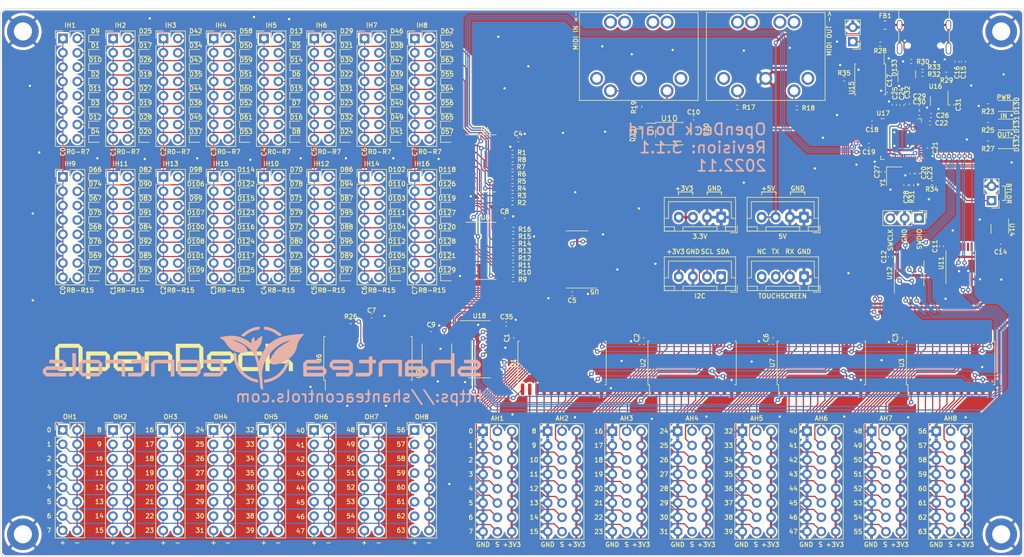
<source format=kicad_pcb>
(kicad_pcb (version 20211014) (generator pcbnew)
  (layers (0 "F.Cu" signal) (31 "B.Cu" signal) (34 "B.Paste" user) (35 "F.Paste" user) (36 "B.SilkS" user "B.Silkscreen") (37 "F.SilkS" user "F.Silkscreen") (38 "B.Mask" user) (39 "F.Mask" user) (44 "Edge.Cuts" user))
  (net 0 "")
  (net 2 "GND")
  (net 3 "+3V3")
  (net 5 "+5V")
  (net 14 "Net-(D1-Pad1)")
  (net 15 "Net-(J1-Pad4)")
  (net 16 "Net-(J1-Pad5)")
  (net 17 "Net-(J2-Pad4)")
  (net 18 "Net-(D2-Pad1)")
  (net 19 "Net-(D3-Pad1)")
  (net 20 "Net-(D4-Pad1)")
  (net 21 "Net-(D19-Pad1)")
  (net 22 "Net-(D20-Pad1)")
  (net 23 "Net-(D5-Pad1)")
  (net 24 "Net-(D6-Pad1)")
  (net 25 "Net-(D7-Pad1)")
  (net 26 "Net-(D28-Pad1)")
  (net 27 "Net-(D9-Pad1)")
  (net 28 "Net-(D10-Pad1)")
  (net 29 "Net-(D11-Pad1)")
  (net 30 "Net-(D12-Pad1)")
  (net 31 "Net-(D13-Pad1)")
  (net 32 "Net-(D14-Pad1)")
  (net 33 "Net-(D15-Pad1)")
  (net 34 "Net-(D16-Pad1)")
  (net 35 "Net-(D34-Pad1)")
  (net 36 "Net-(D17-Pad1)")
  (net 37 "Net-(D18-Pad1)")
  (net 38 "Net-(D23-Pad1)")
  (net 39 "Net-(D24-Pad1)")
  (net 40 "Net-(D25-Pad1)")
  (net 41 "Net-(D26-Pad1)")
  (net 42 "Net-(D27-Pad1)")
  (net 43 "Net-(D50-Pad1)")
  (net 44 "Net-(D51-Pad1)")
  (net 45 "Net-(D52-Pad1)")
  (net 46 "Net-(D53-Pad1)")
  (net 47 "Net-(D29-Pad1)")
  (net 48 "Net-(D30-Pad1)")
  (net 49 "Net-(D31-Pad1)")
  (net 50 "Net-(D32-Pad1)")
  (net 51 "Net-(D33-Pad1)")
  (net 52 "Net-(D35-Pad1)")
  (net 53 "Net-(D8-Pad1)")
  (net 54 "Net-(D36-Pad1)")
  (net 55 "Net-(D37-Pad1)")
  (net 56 "Net-(D38-Pad1)")
  (net 57 "Net-(D39-Pad1)")
  (net 58 "Net-(D21-Pad1)")
  (net 59 "Net-(D22-Pad1)")
  (net 60 "Net-(D40-Pad1)")
  (net 61 "Net-(D41-Pad1)")
  (net 62 "Net-(D42-Pad1)")
  (net 63 "Net-(D43-Pad1)")
  (net 64 "Net-(D44-Pad1)")
  (net 65 "Net-(D45-Pad1)")
  (net 66 "Net-(D46-Pad1)")
  (net 67 "Net-(D47-Pad1)")
  (net 68 "Net-(D48-Pad1)")
  (net 69 "Net-(D49-Pad1)")
  (net 70 "Net-(D54-Pad1)")
  (net 71 "Net-(D55-Pad1)")
  (net 72 "Net-(D56-Pad1)")
  (net 73 "Net-(D57-Pad1)")
  (net 74 "Net-(D58-Pad1)")
  (net 75 "Net-(D59-Pad1)")
  (net 76 "Net-(D60-Pad1)")
  (net 77 "Net-(D61-Pad1)")
  (net 78 "Net-(D62-Pad1)")
  (net 79 "Net-(D63-Pad1)")
  (net 80 "Net-(D64-Pad1)")
  (net 81 "Net-(D65-Pad1)")
  (net 82 "Net-(D66-Pad1)")
  (net 83 "Net-(D67-Pad1)")
  (net 84 "Net-(D68-Pad1)")
  (net 85 "Net-(D69-Pad1)")
  (net 86 "Net-(D70-Pad1)")
  (net 87 "Net-(D71-Pad1)")
  (net 88 "Net-(D72-Pad1)")
  (net 89 "Net-(D73-Pad1)")
  (net 90 "Net-(D74-Pad1)")
  (net 91 "Net-(D75-Pad1)")
  (net 92 "Net-(D76-Pad1)")
  (net 93 "Net-(D77-Pad1)")
  (net 94 "Net-(D78-Pad1)")
  (net 95 "Net-(D79-Pad1)")
  (net 96 "Net-(D80-Pad1)")
  (net 97 "Net-(D81-Pad1)")
  (net 98 "Net-(D82-Pad1)")
  (net 99 "Net-(D83-Pad1)")
  (net 100 "Net-(D84-Pad1)")
  (net 101 "Net-(D85-Pad1)")
  (net 102 "Net-(D86-Pad1)")
  (net 103 "Net-(D87-Pad1)")
  (net 104 "Net-(D88-Pad1)")
  (net 105 "Net-(D89-Pad1)")
  (net 106 "Net-(D90-Pad1)")
  (net 107 "Net-(D91-Pad1)")
  (net 108 "Net-(D92-Pad1)")
  (net 109 "Net-(D93-Pad1)")
  (net 110 "Net-(D94-Pad1)")
  (net 111 "Net-(D95-Pad1)")
  (net 112 "Net-(D96-Pad1)")
  (net 113 "Net-(D97-Pad1)")
  (net 114 "Net-(D98-Pad1)")
  (net 115 "Net-(D99-Pad1)")
  (net 116 "Net-(D100-Pad1)")
  (net 117 "Net-(D101-Pad1)")
  (net 118 "Net-(D102-Pad1)")
  (net 119 "Net-(D103-Pad1)")
  (net 120 "Net-(D104-Pad1)")
  (net 121 "Net-(D105-Pad1)")
  (net 122 "Net-(D106-Pad1)")
  (net 123 "Net-(D107-Pad1)")
  (net 124 "Net-(D108-Pad1)")
  (net 125 "Net-(D109-Pad1)")
  (net 126 "Net-(D110-Pad1)")
  (net 127 "Net-(D111-Pad1)")
  (net 128 "Net-(D112-Pad1)")
  (net 129 "Net-(D113-Pad1)")
  (net 130 "Net-(D114-Pad1)")
  (net 131 "Net-(D115-Pad1)")
  (net 132 "Net-(D116-Pad1)")
  (net 133 "Net-(D117-Pad1)")
  (net 134 "Net-(D118-Pad1)")
  (net 135 "Net-(D119-Pad1)")
  (net 136 "Net-(D120-Pad1)")
  (net 137 "Net-(D121-Pad1)")
  (net 138 "Net-(D122-Pad1)")
  (net 139 "Net-(D123-Pad1)")
  (net 140 "Net-(D124-Pad1)")
  (net 141 "Net-(D125-Pad1)")
  (net 142 "Net-(D126-Pad1)")
  (net 143 "Net-(D127-Pad1)")
  (net 144 "Net-(D128-Pad1)")
  (net 145 "Net-(D129-Pad1)")
  (net 147 "/MIDI_TX")
  (net 148 "/MIDI_RX")
  (net 149 "/LEDs/LED_ROW_1")
  (net 150 "/LEDs/LED_COLUMN_1")
  (net 151 "/LEDs/LED_ROW_2")
  (net 152 "/LEDs/LED_ROW_3")
  (net 153 "/LEDs/LED_ROW_4")
  (net 154 "/LEDs/LED_ROW_5")
  (net 155 "/LEDs/LED_ROW_6")
  (net 156 "/LEDs/LED_ROW_7")
  (net 157 "/LEDs/LED_ROW_8")
  (net 158 "/LEDs/LED_COLUMN_2")
  (net 159 "/LEDs/LED_COLUMN_3")
  (net 160 "/LEDs/LED_COLUMN_4")
  (net 161 "/LEDs/LED_COLUMN_5")
  (net 162 "/LEDs/LED_COLUMN_6")
  (net 163 "/LEDs/LED_COLUMN_7")
  (net 164 "/LEDs/LED_COLUMN_8")
  (net 165 "/Buttons/Rows 0-7/BR_1")
  (net 166 "/Buttons/Rows 0-7/BR_3")
  (net 167 "/Buttons/Rows 0-7/BR_5")
  (net 168 "/Buttons/Rows 0-7/BR_7")
  (net 169 "/Buttons/Rows 0-7/BR_0")
  (net 170 "/Buttons/Rows 0-7/BR_2")
  (net 171 "/Buttons/Rows 0-7/BR_4")
  (net 172 "/Buttons/Rows 0-7/BR_6")
  (net 173 "/Buttons/Rows 8-15/BR_0")
  (net 174 "/Buttons/Rows 8-15/BR_2")
  (net 175 "/Buttons/Rows 8-15/BR_4")
  (net 176 "/Buttons/Rows 8-15/BR_6")
  (net 177 "/Buttons/Rows 8-15/BR_1")
  (net 178 "/Buttons/Rows 8-15/BR_3")
  (net 179 "/Buttons/Rows 8-15/BR_5")
  (net 180 "/Buttons/Rows 8-15/BR_7")
  (net 181 "+3.3VADC")
  (net 183 "/SPI_CLK")
  (net 184 "Net-(D131-Pad2)")
  (net 185 "Net-(R26-Pad2)")
  (net 186 "Net-(U6-Pad1)")
  (net 187 "Net-(U6-Pad12)")
  (net 188 "Net-(U6-Pad13)")
  (net 189 "/Buttons/BC_0")
  (net 190 "/Buttons/BC_1")
  (net 191 "/Buttons/BC_2")
  (net 192 "/Buttons/BC_3")
  (net 193 "/Buttons/BC_4")
  (net 194 "/Buttons/BC_5")
  (net 195 "/Buttons/BC_6")
  (net 196 "/Buttons/BC_7")
  (net 197 "/Buttons/SR_DAISY_OUT_1")
  (net 198 "/Buttons/Rows 8-15/SR_IN_DAISY")
  (net 199 "Net-(D130-Pad2)")
  (net 201 "/SDA")
  (net 202 "/SCL")
  (net 203 "/MUX_S0")
  (net 204 "/MUX_S1")
  (net 205 "/MUX_S3")
  (net 206 "/MUX_S2")
  (net 207 "Net-(D132-Pad2)")
  (net 208 "/TSCREEN_RX")
  (net 209 "/SR_IN_DATA")
  (net 210 "/SR_IN_LATCH")
  (net 211 "/DEC_DI_A0")
  (net 212 "/DEC_DI_A1")
  (net 213 "/DEC_DI_A2")
  (net 214 "/MAX7219_LOAD")
  (net 215 "/MAX7219_DIN")
  (net 216 "/TRAFFIC_IN")
  (net 217 "/TRAFFIC_OUT")
  (net 218 "/Analog/Multiplexer 1/A_IN_15")
  (net 219 "/Analog/Multiplexer 1/A_IN_14")
  (net 220 "/Analog/Multiplexer 1/A_IN_13")
  (net 221 "/Analog/Multiplexer 1/A_IN_12")
  (net 222 "/Analog/Multiplexer 1/A_IN_11")
  (net 223 "/Analog/Multiplexer 1/A_IN_10")
  (net 224 "/Analog/Multiplexer 1/A_IN_9")
  (net 225 "/Analog/Multiplexer 1/A_IN_8")
  (net 226 "/Analog/Multiplexer 1/A_IN_0")
  (net 227 "/Analog/Multiplexer 1/A_IN_1")
  (net 228 "/Analog/Multiplexer 1/A_IN_2")
  (net 229 "/Analog/Multiplexer 1/A_IN_3")
  (net 230 "/Analog/Multiplexer 1/A_IN_4")
  (net 231 "/Analog/Multiplexer 1/A_IN_5")
  (net 232 "/Analog/Multiplexer 1/A_IN_6")
  (net 233 "/Analog/Multiplexer 1/A_IN_7")
  (net 234 "/Analog/Multiplexer 2/A_IN_15")
  (net 235 "/Analog/Multiplexer 2/A_IN_14")
  (net 236 "/Analog/Multiplexer 2/A_IN_13")
  (net 237 "/Analog/Multiplexer 2/A_IN_12")
  (net 238 "/Analog/Multiplexer 2/A_IN_11")
  (net 239 "/Analog/Multiplexer 2/A_IN_10")
  (net 240 "/Analog/Multiplexer 2/A_IN_9")
  (net 241 "/Analog/Multiplexer 2/A_IN_8")
  (net 242 "/Analog/Multiplexer 2/A_IN_0")
  (net 243 "/Analog/Multiplexer 2/A_IN_1")
  (net 244 "/Analog/Multiplexer 2/A_IN_2")
  (net 245 "/Analog/Multiplexer 2/A_IN_3")
  (net 246 "/Analog/Multiplexer 2/A_IN_4")
  (net 247 "/Analog/Multiplexer 2/A_IN_5")
  (net 248 "/Analog/Multiplexer 2/A_IN_6")
  (net 249 "/Analog/Multiplexer 2/A_IN_7")
  (net 250 "/Analog/Multiplexer 3/A_IN_15")
  (net 251 "/Analog/Multiplexer 3/A_IN_14")
  (net 252 "/Analog/Multiplexer 3/A_IN_13")
  (net 253 "/Analog/Multiplexer 3/A_IN_12")
  (net 254 "/Analog/Multiplexer 3/A_IN_11")
  (net 255 "/Analog/Multiplexer 3/A_IN_10")
  (net 256 "/Analog/Multiplexer 3/A_IN_9")
  (net 257 "/Analog/Multiplexer 3/A_IN_8")
  (net 258 "/Analog/Multiplexer 3/A_IN_0")
  (net 259 "/Analog/Multiplexer 3/A_IN_1")
  (net 260 "/Analog/Multiplexer 3/A_IN_2")
  (net 261 "/Analog/Multiplexer 3/A_IN_3")
  (net 262 "/Analog/Multiplexer 3/A_IN_4")
  (net 263 "/Analog/Multiplexer 3/A_IN_5")
  (net 264 "/Analog/Multiplexer 3/A_IN_6")
  (net 265 "/Analog/Multiplexer 3/A_IN_7")
  (net 266 "/Analog/Multiplexer 4/A_IN_15")
  (net 267 "/Analog/Multiplexer 4/A_IN_14")
  (net 268 "/Analog/Multiplexer 4/A_IN_13")
  (net 269 "/Analog/Multiplexer 4/A_IN_12")
  (net 270 "/Analog/Multiplexer 4/A_IN_11")
  (net 271 "/Analog/Multiplexer 4/A_IN_10")
  (net 272 "/Analog/Multiplexer 4/A_IN_9")
  (net 273 "/Analog/Multiplexer 4/A_IN_8")
  (net 274 "/Analog/Multiplexer 4/A_IN_0")
  (net 275 "/Analog/Multiplexer 4/A_IN_1")
  (net 276 "/Analog/Multiplexer 4/A_IN_2")
  (net 277 "/Analog/Multiplexer 4/A_IN_3")
  (net 278 "/Analog/Multiplexer 4/A_IN_4")
  (net 279 "/Analog/Multiplexer 4/A_IN_5")
  (net 280 "/Analog/Multiplexer 4/A_IN_6")
  (net 281 "/Analog/Multiplexer 4/A_IN_7")
  (net 282 "Net-(D33-Pad2)")
  (net 291 "+1V1")
  (net 292 "Net-(C27-Pad1)")
  (net 293 "Net-(C28-Pad2)")
  (net 294 "/USB_DP")
  (net 295 "/USB_DM")
  (net 298 "/QSPI_CS")
  (net 299 "/~{USB_BOOT}")
  (net 300 "Net-(R31-Pad2)")
  (net 301 "Net-(R32-Pad2)")
  (net 302 "Net-(R33-Pad2)")
  (net 303 "/QSPI_IO1")
  (net 304 "/QSPI_IO2")
  (net 305 "/QSPI_IO0")
  (net 306 "/QSPI_CLK")
  (net 307 "/QSPI_IO3")
  (net 309 "/SWCLK")
  (net 310 "/SWD")
  (net 314 "Net-(J9-PadA5)")
  (net 315 "Net-(J9-PadB5)")
  (net 316 "Net-(FB1-Pad2)")
  (net 317 "/BTLDR")
  (net 320 "Net-(R34-Pad2)")
  (net 321 "/Analog/MUX_COMMON_1")
  (net 322 "/Analog/MUX_COMMON_2")
  (net 323 "/Analog/MUX_COMMON_4")
  (net 324 "/Analog/MUX_COMMON_3")
  (net 325 "/MUX_COMMON")
  (net 326 "/MUX_SEL1")
  (net 327 "/MUX_SEL0")
  (net 329 "/TSCREEN_TX")
  (net 330 "Net-(U11-Pad3)")
  (net 331 "Net-(U11-Pad6)")
  (net 332 "/Analog/MUX_S0_5V")
  (net 333 "/Analog/MUX_S1_5V")
  (net 334 "/Analog/MUX_S3_5V")
  (net 335 "/Analog/MUX_S2_5V")
  (footprint "Diode_SMD:D_SOD-523" (layer "F.Cu") (at 142.24 36.322)
    (fp_text reference "D30")
    (fp_text value "1N4148WT")
  )
  (footprint "Diode_SMD:D_SOD-523" (layer "F.Cu") (at 133.35 36.322)
    (fp_text reference "D14")
    (fp_text value "1N4148WT")
  )
  (footprint "Diode_SMD:D_SOD-523" (layer "F.Cu") (at 124.46 46.482)
    (fp_text reference "D61")
    (fp_text value "1N4148WT")
  )
  (footprint "Diode_SMD:D_SOD-523" (layer "F.Cu") (at 115.57 46.482)
    (fp_text reference "D45")
    (fp_text value "1N4148WT")
  )
  (footprint "Capacitor_SMD:C_0402_1005Metric" (layer "F.Cu") (at 241.4016 42.8498 90)
    (fp_text reference "C32")
    (fp_text value "100n")
  )
  (footprint "igor_footprint_lib:3x08" (layer "F.Cu") (at 166.365 100.775)
    (fp_text reference "AH1")
    (fp_text value "3x08" hide)
  )
  (footprint "Diode_SMD:D_SOD-523" (layer "F.Cu") (at 133.35 65.913)
    (fp_text reference "D72")
    (fp_text value "1N4148WT")
  )
  (footprint "LED_SMD:LED_0805_2012Metric" (layer "F.Cu") (at 258.445 43.18 180)
    (fp_text reference "D130")
    (fp_text value "Red")
  )
  (footprint "Resistor_SMD:R_0402_1005Metric" (layer "F.Cu") (at 171.704 68.834)
    (fp_text reference "R13")
    (fp_text value "4.7k")
  )
  (footprint "MountingHole:MountingHole_3.2mm_M3_DIN965_Pad" (layer "F.Cu") (at 258 30)
    (fp_text reference "H3" hide)
    (fp_text value "MountingHole_Pad" hide)
  )
  (footprint "Diode_SMD:D_SOD-523" (layer "F.Cu") (at 142.24 31.242)
    (fp_text reference "D29")
    (fp_text value "1N4148WT")
  )
  (footprint "Diode_SMD:D_SOD-523" (layer "F.Cu") (at 106.68 46.482)
    (fp_text reference "D28")
    (fp_text value "1N4148WT")
  )
  (footprint "Diode_SMD:D_SOD-523" (layer "F.Cu") (at 160.02 33.782)
    (fp_text reference "D54")
    (fp_text value "1N4148WT")
  )
  (footprint "Connector_JST:JST_XH_B4B-XH-A_1x04_P2.50mm_Vertical" (layer "F.Cu") (at 208.474 73.406 180)
    (fp_text reference "J6" hide)
    (fp_text value "Conn_01x04" hide)
  )
  (footprint "Resistor_SMD:R_0402_1005Metric" (layer "F.Cu") (at 171.704 67.564)
    (fp_text reference "R14")
    (fp_text value "4.7k")
  )
  (footprint "Connector_PinHeader_2.54mm:PinHeader_1x02_P2.54mm_Vertical" (layer "F.Cu") (at 256.286 59.944 180)
    (fp_text reference "J5" hide)
    (fp_text value "Conn_01x02" hide)
  )
  (footprint "Resistor_SMD:R_0402_1005Metric" (layer "F.Cu") (at 171.577 59.06564)
    (fp_text reference "R3")
    (fp_text value "4.7k")
  )
  (footprint "Capacitor_SMD:C_0402_1005Metric" (layer "F.Cu") (at 243.225 55.15 90)
    (fp_text reference "C23")
    (fp_text value "100n")
  )
  (footprint "Diode_SMD:D_SOD-523" (layer "F.Cu") (at 160.02 38.862)
    (fp_text reference "D55")
    (fp_text value "1N4148WT")
  )
  (footprint "Capacitor_SMD:C_0402_1005Metric" (layer "F.Cu") (at 235.1532 46.228 180)
    (fp_text reference "C18")
    (fp_text value "100n")
  )
  (footprint "Diode_SMD:D_SOD-523" (layer "F.Cu") (at 124.46 36.322)
    (fp_text reference "D59")
    (fp_text value "1N4148WT")
  )
  (footprint "Resistor_SMD:R_0402_1005Metric" (layer "F.Cu") (at 171.577 57.79564)
    (fp_text reference "R4")
    (fp_text value "4.7k")
  )
  (footprint "Diode_SMD:D_SOD-523" (layer "F.Cu") (at 97.79 73.533)
    (fp_text reference "D77")
    (fp_text value "1N4148WT")
  )
  (footprint "Resistor_SMD:R_0402_1005Metric" (layer "F.Cu") (at 204.7 47.4 -90)
    (fp_text reference "R20")
    (fp_text value "4.7k")
  )
  (footprint "Diode_SMD:D_SOD-523" (layer "F.Cu") (at 106.68 31.242)
    (fp_text reference "D25")
    (fp_text value "1N4148WT")
  )
  (footprint "Connector_JST:JST_XH_B4B-XH-A_1x04_P2.50mm_Vertical" (layer "F.Cu") (at 223.123 62.882 180)
    (fp_text reference "J8" hide)
    (fp_text value "Conn_01x04" hide)
  )
  (footprint "Diode_SMD:D_SOD-523" (layer "F.Cu") (at 106.68 70.993)
    (fp_text reference "D85")
    (fp_text value "1N4148WT")
  )
  (footprint "igor_footprint_lib:DIN5" (layer "F.Cu") (at 208.908 38.313)
    (fp_text reference "J1" hide)
    (fp_text value "DIN-5" hide)
  )
  (footprint "Diode_SMD:D_SOD-523" (layer "F.Cu") (at 97.79 70.993)
    (fp_text reference "D69")
    (fp_text value "1N4148WT")
  )
  (footprint "Diode_SMD:D_SOD-523" (layer "F.Cu") (at 160.02 65.913)
    (fp_text reference "D120")
    (fp_text value "1N4148WT")
  )
  (footprint "Diode_SMD:D_SOD-523" (layer "F.Cu") (at 106.68 43.942)
    (fp_text reference "D19")
    (fp_text value "1N4148WT")
  )
  (footprint "Diode_SMD:D_SOD-523" (layer "F.Cu") (at 106.68 36.322)
    (fp_text reference "D26")
    (fp_text value "1N4148WT")
  )
  (footprint "Capacitor_SMD:C_0402_1005Metric" (layer "F.Cu") (at 250.19 35.3568 90)
    (fp_text reference "C16")
    (fp_text value "100n")
  )
  (footprint "Diode_SMD:D_SOD-523" (layer "F.Cu") (at 133.35 41.402)
    (fp_text reference "D15")
    (fp_text value "1N4148WT")
  )
  (footprint "igor_footprint_lib:3x08" (layer "F.Cu") (at 223.652 100.745)
    (fp_text reference "AH6")
    (fp_text value "3x08" hide)
  )
  (footprint "Connector_PinHeader_2.54mm:PinHeader_2x08_P2.54mm_Vertical" (layer "F.Cu") (at 100.930596 100.545916)
    (fp_text reference "OH2")
    (fp_text value "Conn_02x08_Top_Bottom" hide)
  )
  (footprint "Resistor_SMD:R_0402_1005Metric" (layer "F.Cu") (at 171.577 53.98564)
    (fp_text reference "R7")
    (fp_text value "4.7k")
  )
  (footprint "Diode_SMD:D_SOD-523" (layer "F.Cu") (at 124.46 33.782)
    (fp_text reference "D50")
    (fp_text value "1N4148WT")
  )
  (footprint "Connector_JST:JST_XH_B4B-XH-A_1x04_P2.50mm_Vertical" (layer "F.Cu") (at 223.139 73.406 180)
    (fp_text reference "J3" hide)
    (fp_text value "Conn_01x04" hide)
  )
  (footprint "Capacitor_SMD:C_0402_1005Metric" (layer "F.Cu") (at 238.2012 40.7924 90)
    (fp_text reference "C17")
    (fp_text value "100n")
  )
  (footprint "Capacitor_SMD:C_0402_1005Metric" (layer "F.Cu") (at 243.5098 44.4754)
    (fp_text reference "C30")
    (fp_text value "1u")
  )
  (footprint "Diode_SMD:D_SOD-523" (layer "F.Cu") (at 151.13 68.453)
    (fp_text reference "D112")
    (fp_text value "1N4148WT")
  )
  (footprint "Capacitor_SMD:C_0402_1005Metric" (layer "F.Cu") (at 172.593 49.15964 180)
    (fp_text reference "C4")
    (fp_text value "100n")
  )
  (footprint "Capacitor_SMD:C_0402_1005Metric" (layer "F.Cu") (at 249.25 42.975 -90)
    (fp_text reference "C31")
    (fp_text value "1u")
  )
  (footprint "Connector_PinHeader_2.54mm:PinHeader_2x08_P2.54mm_Vertical" (layer "F.Cu") (at 92.075 55.753)
    (fp_text reference "IH9")
    (fp_text value "Conn_02x08_Top_Bottom")
  )
  (footprint "Resistor_SMD:R_0402_1005Metric" (layer "F.Cu") (at 248.285 37.592)
    (fp_text reference "R29")
    (fp_text value "5.1k")
  )
  (footprint "Diode_SMD:D_SOD-523" (layer "F.Cu") (at 133.35 58.293)
    (fp_text reference "D78")
    (fp_text value "1N4148WT")
  )
  (footprint "Resistor_SMD:R_0402_1005Metric" (layer "F.Cu") (at 171.577 55.25564)
    (fp_text reference "R6")
    (fp_text value "4.7k")
  )
  (footprint "Connector_PinHeader_2.54mm:PinHeader_2x08_P2.54mm_Vertical" (layer "F.Cu") (at 109.855 55.753)
    (fp_text reference "IH13")
    (fp_text value "Conn_02x08_Top_Bottom")
  )
  (footprint "Diode_SMD:D_SOD-523" (layer "F.Cu") (at 133.35 55.753)
    (fp_text reference "D70")
    (fp_text value "1N4148WT")
  )
  (footprint "Connector_PinHeader_2.54mm:PinHeader_1x03_P2.54mm_Vertical" (layer "F.Cu") (at 243.4694 63.0428 -90)
    (fp_text reference "J10" hide)
    (fp_text value "Conn_01x03")
  )
  (footprint "Resistor_SMD:R_0402_1005Metric" (layer "F.Cu") (at 171.577 52.71564)
    (fp_text reference "R8")
    (fp_text value "4.7k")
  )
  (footprint "Diode_SMD:D_SOD-523" (layer "F.Cu") (at 151.13 36.322)
    (fp_text reference "D47")
    (fp_text value "1N4148WT")
  )
  (footprint "Diode_SMD:D_SOD-523" (layer "F.Cu") (at 97.79 49.022)
    (fp_text reference "D4")
    (fp_text value "1N4148WT")
  )
  (footprint "Diode_SMD:D_SOD-523" (layer "F.Cu") (at 97.79 31.242)
    (fp_text reference "D9")
    (fp_text value "1N4148WT")
  )
  (footprint "Capacitor_SMD:C_0402_1005Metric" (layer "F.Cu") (at 234.5944 50.1904 180)
    (fp_text reference "C19")
    (fp_text value "100n")
  )
  (footprint "Diode_SMD:D_SOD-523" (layer "F.Cu") (at 115.57 70.993)
    (fp_text reference "D101")
    (fp_text value "1N4148WT")
  )
  (footprint "Connector_PinHeader_2.54mm:PinHeader_2x08_P2.54mm_Vertical" (layer "F.Cu") (at 136.525 31.242)
    (fp_text reference "IH6")
    (fp_text value "Conn_02x08_Top_Bottom")
  )
  (footprint "Resistor_SMD:R_0402_1005Metric" (layer "F.Cu") (at 171.704 70.104)
    (fp_text reference "R12")
    (fp_text value "4.7k")
  )
  (footprint "Package_SO:SOIC-8_5.23x5.23mm_P1.27mm" (layer "F.Cu") (at 234.823 38.481 -90)
    (fp_text reference "U15")
    (fp_text value "W25Q128JVS")
  )
  (footprint "Connector_PinHeader_2.54mm:PinHeader_2x08_P2.54mm_Vertical" (layer "F.Cu") (at 109.855 31.242)
    (fp_text reference "IH3")
    (fp_text value "Conn_02x08_Top_Bottom")
  )
  (footprint "MountingHole:MountingHole_3.2mm_M3_DIN965_Pad" (layer "F.Cu") (at 258 119)
    (fp_text reference "H2" hide)
    (fp_text value "MountingHole_Pad" hide)
  )
  (footprint "Capacitor_SMD:C_0402_1005Metric" (layer "F.Cu") (at 243.5098 43.4848 180)
    (fp_text reference "C29")
    (fp_text value "1u")
  )
  (footprint "Diode_SMD:D_SOD-523" (layer "F.Cu") (at 97.79 41.402)
    (fp_text reference "D11")
    (fp_text value "1N4148WT")
  )
  (footprint "Diode_SMD:D_SOD-523" (layer "F.Cu") (at 160.02 63.373)
    (fp_text reference "D127")
    (fp_text value "1N4148WT")
  )
  (footprint "LED_SMD:LED_0805_2012Metric" (layer "F.Cu") (at 258.445 49.784 180)
    (fp_text reference "D132")
    (fp_text value "Blue")
  )
  (footprint "Diode_SMD:D_SOD-523" (layer "F.Cu") (at 106.68 73.533)
    (fp_text reference "D93")
    (fp_text value "1N4148WT")
  )
  (footprint "Diode_SMD:D_SOD-523" (layer "F.Cu") (at 115.57 73.533)
    (fp_text reference "D109")
    (fp_text value "1N4148WT")
  )
  (footprint "Diode_SMD:D_SOD-523" (layer "F.Cu") (at 124.46 60.833)
    (fp_text reference "D115")
    (fp_text value "1N4148WT")
  )
  (footprint "Diode_SMD:D_SOD-523" (layer "F.Cu") (at 160.02 60.833)
    (fp_text reference "D119")
    (fp_text value "1N4148WT")
  )
  (footprint "Connector_PinHeader_2.54mm:PinHeader_2x08_P2.54mm_Vertical" (layer "F.Cu") (at 100.965 55.753)
    (fp_text reference "IH11")
    (fp_text value "Conn_02x08_Top_Bottom")
  )
  (footprint "Package_SO:SO-16_3.9x9.9mm_P1.27mm" (layer "F.Cu") (at 166.751 68.834)
    (fp_text reference "U8")
    (fp_text value "74HC165")
  )
  (footprint "Resistor_SMD:R_0402_1005Metric" (layer "F.Cu") (at 171.577 51.44564)
    (fp_text reference "R1")
    (fp_text value "4.7k")
  )
  (footprint "Crystal:Crystal_SMD_2520-4Pin_2.5x2.0mm" (layer "F.Cu") (at 239.1156 55.65 -90)
    (fp_text reference "Y1")
    (fp_text value "12MHz")
  )
  (footprint "Diode_SMD:D_SOD-523" (layer "F.Cu") (at 151.13 41.402)
    (fp_text reference "D48")
    (fp_text value "1N4148WT")
  )
  (footprint "Diode_SMD:D_SOD-523" (layer "F.Cu") (at 124.46 55.753)
    (fp_text reference "D114")
    (fp_text value "1N4148WT")
  )
  (footprint "Package_TO_SOT_SMD:SOT-23-5" (layer "F.Cu") (at 257.749 64.96275 -90)
    (fp_text reference "U14")
    (fp_text value "SPX3819M5")
  )
  (footprint "Capacitor_SMD:C_0402_1005Metric" (layer "F.Cu") (at 245.3132 50.6476 -90)
    (fp_text reference "C21")
    (fp_text value "100n")
  )
  (footprint "Capacitor_SMD:C_0402_1005Metric" (layer "F.Cu") (at 182.118 76.454 180)
    (fp_text reference "C5")
    (fp_text value "100n")
  )
  (footprint "Capacitor_SMD:C_0402_1005Metric" (layer "F.Cu") (at 238.4044 69.9008 90)
    (fp_text reference "C12")
    (fp_text value "100n")
  )
  (footprint "Package_SO:TSSOP-14_4.4x5mm_P0.65mm" (layer "F.Cu") (at 250.825 70.993 90)
    (fp_text reference "U11")
    (fp_text value "74HCT125")
  )
  (footprint "Diode_SMD:D_SOD-523" (layer "F.Cu") (at 106.68 33.782)
    (fp_text reference "D17")
    (fp_text value "1N4148WT")
  )
  (footprint "Connector_PinHeader_2.54mm:PinHeader_2x08_P2.54mm_Vertical" (layer "F.Cu") (at 136.490596 100.545916)
    (fp_text reference "OH6")
    (fp_text value "Conn_02x08_Top_Bottom")
  )
  (footprint "Capacitor_SMD:C_0402_1005Metric" (layer "F.Cu") (at 157.196 82.765916 180)
    (fp_text reference "C9")
    (fp_text value "100n")
  )
  (footprint "Diode_SMD:D_SOD-523" (layer "F.Cu") (at 124.46 41.402)
    (fp_text reference "D60")
    (fp_text value "1N4148WT")
  )
  (footprint "Connector_PinHeader_2.54mm:PinHeader_2x08_P2.54mm_Vertical" (layer "F.Cu") (at 92.075 31.242)
    (fp_text reference "IH1")
    (fp_text value "Conn_02x08_Top_Bottom")
  )
  (footprint "Connector_PinHeader_2.54mm:PinHeader_2x08_P2.54mm_Vertical" (layer "F.Cu") (at 92.040596 100.530916)
    (fp_text reference "OH1")
    (fp_text value "Conn_02x08_Top_Bottom" hide)
  )
  (footprint "Resistor_SMD:R_0402_1005Metric" (layer "F.Cu") (at 171.704 66.294)
    (fp_text reference "R15")
    (fp_text value "4.7k")
  )
  (footprint "Diode_SMD:D_SOD-523" (layer "F.Cu") (at 133.35 73.533)
    (fp_text reference "D81")
    (fp_text value "1N4148WT")
  )
  (footprint "Package_SO:TSSOP-14_4.4x5mm_P0.65mm" (layer "F.Cu") (at 241.7064 72.7964 90)
    (fp_text reference "U12")
    (fp_text value "74HCT125")
  )
  (footprint "Resistor_SMD:R_0402_1005Metric" (layer "F.Cu") (at 171.704 73.914)
    (fp_text reference "R9")
    (fp_text value "4.7k")
  )
  (footprint "LED_SMD:LED_0805_2012Metric" (layer "F.Cu") (at 258.445 46.482 180)
    (fp_text reference "D131")
    (fp_text value "Green")
  )
  (footprint "Diode_SMD:D_SOD-523" (layer "F.Cu") (at 115.57 65.913)
    (fp_text reference "D100")
    (fp_text value "1N4148WT")
  )
  (footprint "Diode_SMD:D_SOD-523" (layer "F.Cu") (at 160.02 41.402)
    (fp_text reference "D64")
    (fp_text value "1N4148WT")
  )
  (footprint "Diode_SMD:D_SOD-523" (layer "F.Cu") (at 193.929 48.387 -90)
    (fp_text reference "D33")
    (fp_text value "1N4148WT")
  )
  (footprint "Resistor_SMD:R_0402_1005Metric" (layer "F.Cu") (at 171.704 71.374)
    (fp_text reference "R11")
    (fp_text value "4.7k")
  )
  (footprint "Package_SO:TSSOP-14_4.4x5mm_P0.65mm" (layer "F.Cu") (at 158.212 87.464916 90)
    (fp_text reference "U9")
    (fp_text value "74HCT125")
  )
  (footprint "Diode_SMD:D_SOD-523" (layer "F.Cu") (at 97.79 63.373)
    (fp_text reference "D75")
    (fp_text value "1N4148WT")
  )
  (footprint "Resistor_SMD:R_0402_1005Metric" (layer "F.Cu") (at 242.15 57.2008 90)
    (fp_text reference "R31")
    (fp_text value "1k")
  )
  (footprint "Diode_SMD:D_SOD-523" (layer "F.Cu") (at 151.13 60.833)
    (fp_text reference "D103")
    (fp_text value "1N4148WT")
  )
  (footprint "Diode_SMD:D_SOD-523" (layer "F.Cu") (at 106.68 38.862)
    (fp_text reference "D18")
    (fp_text value "1N4148WT")
  )
  (footprint "Diode_SMD:D_SOD-523" (layer "F.Cu") (at 151.13 58.293)
    (fp_text reference "D110")
    (fp_text value "1N4148WT")
  )
  (footprint "Diode_SMD:D_SOD-523" (layer "F.Cu") (at 160.02 58.293)
    (fp_text reference "D126")
    (fp_text value "1N4148WT")
  )
  (footprint "Diode_SMD:D_SOD-523" (layer "F.Cu") (at 115.57 33.782)
    (fp_text reference "D34")
    (fp_text value "1N4148WT")
  )
  (footprint "Diode_SMD:D_SOD-523" (layer "F.Cu") (at 160.02 36.322)
    (fp_text reference "D63")
    (fp_text value "1N4148WT")
  )
  (footprint "Diode_SMD:D_SOD-523" (layer "F.Cu") (at 124.46 43.942)
    (fp_text reference "D52")
    (fp_text value "1N4148WT")
  )
  (footprint "Package_SO:SOIC-16_3.9x9.9mm_P1.27mm" (layer "F.Cu") (at 165.725 86.25)
    (fp_text reference "U18")
    (fp_text value "4051")
  )
  (footprint "Diode_SMD:D_SOD-523" (layer "F.Cu") (at 106.68 63.373)
    (fp_text reference "D91")
    (fp_text value "1N4148WT")
  )
  (footprint "Diode_SMD:D_SOD-523" (layer "F.Cu") (at 133.35 43.942)
    (fp_text reference "D7")
    (fp_text value "1N4148WT")
  )
  (footprint "Diode_SMD:D_SOD-523" (layer "F.Cu") (at 160.02 55.753)
    (fp_text reference "D118")
    (fp_text value "1N4148WT")
  )
  (footprint "Package_SO:SOIC-24W_7.5x15.4mm_P1.27mm" (layer "F.Cu") (at 249.047 88.68 90)
    (fp_text reference "U3")
    (fp_text value "74HC4067" hide)
  )
  (footprint "Package_SO:SOIC-24W_7.5x15.4mm_P1.27mm" (layer "F.Cu") (at 146.02 87.845916 90)
    (fp_text reference "U6")
    (fp_text value "MAX7219")
  )
  (footprint "Diode_SMD:D_SOD-523" (layer "F.Cu") (at 142.24 38.862)
    (fp_text reference "D22")
    (fp_text value "1N4148WT")
  )
  (footprint "Connector_JST:JST_XH_B4B-XH-A_1x04_P2.50mm_Vertical" (layer "F.Cu") (at 208.474 62.882 180)
    (fp_text reference "J7" hide)
    (fp_text value "Conn_01x04" hide)
  )
  (footprint "Diode_SMD:D_SOD-523" (layer "F.Cu") (at 115.57 68.453)
    (fp_text reference "D108")
    (fp_text value "1N4148WT")
  )
  (footprint "Resistor_SMD:R_0402_1005Metric" (layer "F.Cu") (at 221.862 43.52)
    (fp_text reference "R18")
    (fp_text value "10")
  )
  (footprint "Resistor_SMD:R_0402_1005Metric" (layer "F.Cu") (at 245.75 56.775 180)
    (fp_text reference "R34")
    (fp_text value "10k")
  )
  (footprint "Capacitor_SMD:C_0402_1005Metric" (layer "F.Cu") (at 240.157 84.235 90)
    (fp_text reference "C3")
    (fp_text value "100n")
  )
  (footprint "igor_footprint_lib:3x08" (layer "F.Cu") (at 246.507 100.745)
    (fp_text reference "AH8")
    (fp_text value "3x08" hide)
  )
  (footprint "Diode_SMD:D_SOD-523" (layer "F.Cu") (at 115.57 31.242)
    (fp_text reference "D42")
    (fp_text value "1N4148WT")
  )
  (footprint "Diode_SMD:D_SOD-523" (layer "F.Cu") (at 151.13 31.242)
    (fp_text reference "D46")
    (fp_text value "1N4148WT")
  )
  (footprint "Diode_SMD:D_SOD-523" (layer "F.Cu") (at 115.57 55.753)
    (fp_text reference "D98")
    (fp_text value "1N4148WT")
  )
  (footprint "Diode_SMD:D_SOD-523" (layer "F.Cu") (at 106.68 55.753)
    (fp_text reference "D82")
    (fp_text value "1N4148WT")
  )
  (footprint "Capacitor_SMD:C_0402_1005Metric" (layer "F.Cu") (at 247.4468 68.0212 90)
    (fp_text reference "C11")
    (fp_text value "100n")
  )
  (footprint "Diode_SMD:D_SOD-523" (layer "F.Cu") (at 133.35 70.993)
    (fp_text reference "D73")
    (fp_text value "1N4148WT")
  )
  (footprint "Package_SO:SOIC-24W_7.5x15.4mm_P1.27mm" (layer "F.Cu") (at 203.332 88.68 90)
    (fp_text reference "U2")
    (fp_text value "74HC4067" hide)
  )
  (footprint "Connector_PinHeader_2.54mm:PinHeader_2x08_P2.54mm_Vertical" (layer "F.Cu") (at 136.525 55.753)
    (fp_text reference "IH12")
    (fp_text value "Conn_02x08_Top_Bottom")
  )
  (footprint "Diode_SMD:D_SOD-523" (layer "F.Cu") (at 151.13 38.862)
    (fp_text reference "D39")
    (fp_text value "1N4148WT")
  )
  (footprint "Diode_SMD:D_SOD-523" (layer "F.Cu") (at 115.57 38.862)
    (fp_text reference "D35")
    (fp_text value "1N4148WT")
  )
  (footprint "Package_DFN_QFN:QFN-56-1EP_7x7mm_P0.4mm_EP3.2x3.2mm" (layer "F.Cu") (at 240.2925 49.057)
    (fp_text reference "U17")
    (fp_text value "RP2040")
  )
  (footprint "Diode_SMD:D_SOD-523" (layer "F.Cu") (at 142.24 49.022)
    (fp_text reference "D24")
    (fp_text value "1N4148WT")
  )
  (footprint "Capacitor_SMD:C_0402_1005Metric" (layer "F.Cu") (at 241.15 57.2262 -90)
    (fp_text reference "C28")
    (fp_text value "16p")
  )
  (footprint "Diode_SMD:D_SOD-523" (layer "F.Cu") (at 142.24 41.402)
    (fp_text reference "D31")
    (fp_text value "1N4148WT")
  )
  (footprint "Package_TO_SOT_SMD:SOT-143" (layer "F.Cu") (at 241.3 37.592 90)
    (fp_text reference "D133")
    (fp_text value "PRTR5V0U2X")
  )
  (footprint "Diode_SMD:D_SOD-523" (layer "F.Cu") (at 133.35 60.833)
    (fp_text reference "D71")
    (fp_text value "1N4148WT")
  )
  (footprint "Diode_SMD:D_SOD-523" (layer "F.Cu") (at 151.13 73.533)
    (fp_text reference "D113")
    (fp_text value "1N4148WT")
  )
  (footprint "Diode_SMD:D_SOD-523" (layer "F.Cu") (at 124.46 31.242)
    (fp_text reference "D58")
    (fp_text value "1N4148WT")
  )
  (footprint "Connector_PinHeader_2.54mm:PinHeader_2x08_P2.54mm_Vertical" (layer "F.Cu") (at 145.415 31.242)
    (fp_text reference "IH7")
    (fp_text value "Conn_02x08_Top_Bottom")
  )
  (footprint "Package_SO:SOIC-24W_7.5x15.4mm_P1.27mm" (layer "F.Cu") (at 226.192 88.68 90)
    (fp_text reference "U7")
    (fp_text value "74HC4067" hide)
  )
  (footprint "Package_TO_SOT_SMD:SOT-23-5" (layer "F.Cu") (at 247.025 42.3164 -90)
    (fp_text reference "U16")
    (fp_text value "SPX3819M5")
  )
  (footprint "Diode_SMD:D_SOD-523" (layer "F.Cu") (at 160.02 46.482)
    (fp_text reference "D65")
    (fp_text value "1N4148WT")
  )
  (footprint "Diode_SMD:D_SOD-523" (layer "F.Cu") (at 142.24 70.993)
    (fp_text reference "D89")
    (fp_text value "1N4148WT")
  )
  (footprint "Diode_SMD:D_SOD-523" (layer "F.Cu") (at 115.57 49.022)
    (fp_text reference "D37")
    (fp_text value "1N4148WT")
  )
  (footprint "Diode_SMD:D_SOD-523" (layer "F.Cu") (at 97.79 46.482)
    (fp_text reference "D12")
    (fp_text value "1N4148WT")
  )
  (footprint "Capacitor_SMD:C_0402_1005Metric" (layer "F.Cu") (at 203.6 45.3 180)
    (fp_text reference "C10")
    (fp_text value "100n")
  )
  (footprint "Capacitor_SMD:C_0402_1005Metric" (layer "F.Cu") (at 240.411 43.053 90)
    (fp_text reference "C24")
    (fp_text value "100n")
  )
  (footprint "Connector_PinHeader_2.54mm:PinHeader_2x08_P2.54mm_Vertical" (layer "F.Cu") (at 127.635 31.242)
    (fp_text reference "IH5")
    (fp_text value "Conn_02x08_Top_Bottom")
  )
  (footprint "Capacitor_SMD:C_0402_1005Metric" (layer "F.Cu") (at 242.225 55.15 -90)
    (fp_text reference "C20")
    (fp_text value "100n")
  )
  (footprint "igor_footprint_lib:DIN5" (layer "F.Cu") (at 186.458 38.313)
    (fp_text reference "J2" hide)
    (fp_text value "DIN-5" hide)
  )
  (footprint "Package_SO:SO-16_3.9x9.9mm_P1.27mm" (layer "F.Cu") (at 166.751 53.35064)
    (fp_text reference "U4")
    (fp_text value "74HC165")
  )
  (footprint "Diode_SMD:D_SOD-523" (layer "F.Cu") (at 133.35 68.453)
    (fp_text reference "D80")
    (fp_text value "1N4148WT")
  )
  (footprint "Diode_SMD:D_SOD-523" (layer "F.Cu") (at 97.79 60.833)
    (fp_text reference "D67")
    (fp_text value "1N4148WT")
  )
  (footprint "Diode_SMD:D_SOD-523" (layer "F.Cu") (at 133.35 38.862)
    (fp_text reference "D6")
    (fp_text value "1N4148WT")
  )
  (footprint "Capacitor_SMD:C_0402_1005Metric" (layer "F.Cu") (at 245.4148 46.228)
    (fp_text reference "C22")
    (fp_text value "100n")
  )
  (footprint "Diode_SMD:D_SOD-523" (layer "F.Cu") (at 142.24 33.782)
    (fp_text reference "D21")
    (fp_text value "1N4148WT")
  )
  (footprint "Connector_PinHeader_2.54mm:PinHeader_2x08_P2.54mm_Vertical" (layer "F.Cu") (at 145.415 55.753)
    (fp_text reference "IH14")
    (fp_text value "Conn_02x08_Top_Bottom")
  )
  (footprint "Diode_SMD:D_SOD-523" (layer "F.Cu") (at 124.46 49.022)
    (fp_text reference "D53")
    (fp_text value "1N4148WT")
  )
  (footprint "Diode_SMD:D_SOD-523" (layer "F.Cu") (at 142.24 46.482)
    (fp_text reference "D32")
    (fp_text value "1N4148WT")
  )
  (footprint "Resistor_SMD:R_0402_1005Metric" (layer "F.Cu") (at 244.094 36.322)
    (fp_text reference "R33")
    (fp_text value "27")
  )
  (footprint "Connector_PinHeader_2.54mm:PinHeader_2x08_P2.54mm_Vertical" (layer "F.Cu") (at 109.820596 100.545916)
    (fp_text reference "OH3")
    (fp_text value "Conn_02x08_Top_Bottom" hide)
  )
  (footprint "Package_SO:SOIC-24W_7.5x15.4mm_P1.27mm" (layer "F.Cu") (at 180.34 88.695 90)
    (fp_text reference "U1")
    (fp_text value "74HC4067" hide)
  )
  (footprint "Capacitor_SMD:C_0402_1005Metric" (layer "F.Cu") (at 245.5926 44.8818)
    (fp_text reference "C26")
    (fp_text value "100n")
  )
  (footprint "Diode_SMD:D_SOD-523" (layer "F.Cu") (at 151.13 49.022)
    (fp_text reference "D41")
    (fp_text value "1N4148WT")
  )
  (footprint "Resistor_SMD:R_0402_1005Metric" (layer "F.Cu") (at 142.974 81.353916)
    (fp_text reference "R26")
    (fp_text value "10k")
  )
  (footprint "Connector_PinHeader_2.54mm:PinHeader_2x08_P2.54mm_Vertical" (layer "F.Cu") (at 118.745 31.242)
    (fp_text reference "IH4")
    (fp_text value "Conn_02x08_Top_Bottom")
  )
  (footprint "Diode_SMD:D_SOD-523" (layer "F.Cu") (at 142.24 68.453)
    (fp_text reference "D96")
    (fp_text value "1N4148WT")
  )
  (footprint "Resistor_SMD:R_0402_1005Metric" (layer "F.Cu") (at 255.651 49.784)
    (fp_text reference "R27")
    (fp_text value "1k")
  )
  (footprint "Diode_SMD:D_SOD-523" (layer "F.Cu") (at 124.46 70.993)
    (fp_text reference "D117")
    (fp_text value "1N4148WT")
  )
  (footprint "Diode_SMD:D_SOD-523" (layer "F.Cu") (at 97.79 33.782)
    (fp_text reference "D1")
    (fp_text value "1N4148WT")
  )
  (footprint "Diode_SMD:D_SOD-523" (layer "F.Cu") (at 133.35 33.782)
    (fp_text reference "D5")
    (fp_text value "1N4148WT")
  )
  (footprint "Diode_SMD:D_SOD-523" (layer "F.Cu") (at 151.13 33.782)
    (fp_text reference "D38")
    (fp_text value "1N4148WT")
  )
  (footprint "Capacitor_SMD:C_0402_1005Metric" (layer "F.Cu") (at 170.45 81.8 180)
    (fp_text reference "C35")
    (fp_text value "100n")
  )
  (footprint "Resistor_SMD:R_0402_1005Metric" (layer "F.Cu") (at 255.651 46.482)
    (fp_text reference "R25")
    (fp_text value "680")
  )
  (footprint "Diode_SMD:D_SOD-523" (layer "F.Cu") (at 151.13 65.913)
    (fp_text reference "D104")
    (fp_text value "1N4148WT")
  )
  (footprint "Diode_SMD:D_SOD-523" (layer "F.Cu") (at 106.68 60.833)
    (fp_text reference "D83")
    (fp_text value "1N4148WT")
  )
  (footprint "Diode_SMD:D_SOD-523" (layer "F.Cu") (at 115.57 60.833)
    (fp_text reference "D99")
    (fp_text value "1N4148WT")
  )
  (footprint "Diode_SMD:D_SOD-523" (layer "F.Cu") (at 97.79 38.862)
    (fp_text reference "D2")
    (fp_text value "1N4148WT")
  )
  (footprint "Resistor_SMD:R_0402_1005Metric" (layer "F.Cu") (at 255.651 43.18)
    (fp_text reference "R23")
    (fp_text value "1k")
  )
  (footprint "Package_SO:SO-16_3.9x9.9mm_P1.27mm" (layer "F.Cu") (at 183.007 70.358 180)
    (fp_text reference "U5")
    (fp_text value "74HC138")
  )
  (footprint "Diode_SMD:D_SOD-523" (layer "F.Cu") (at 133.35 31.242)
    (fp_text reference "D13")
    (fp_text value "1N4148WT")
  )
  (footprint "Diode_SMD:D_SOD-523" (layer "F.Cu") (at 151.13 46.482)
    (fp_text reference "D49")
    (fp_text value "1N4148WT")
  )
  (footprint "Connector_PinHeader_2.54mm:PinHeader_1x02_P2.54mm_Vertical" (layer "F.Cu") (at 231.7496 31.8058 180)
    (fp_text reference "J11" hide)
    (fp_text value "Conn_01x02")
  )
  (footprint "Resistor_SMD:R_0402_1005Metric" (layer "F.Cu") (at 242.0874 35.306 180)
    (fp_text reference "R30")
    (fp_text value "5.1k")
  )
  (footprint "Connector_PinHeader_2.54mm:PinHeader_2x08_P2.54mm_Vertical" (layer "F.Cu") (at 127.635 55.753)
    (fp_text reference "IH10")
    (fp_text value "Conn_02x08_Top_Bottom")
  )
  (footprint "Connector_PinHeader_2.54mm:PinHeader_2x08_P2.54mm_Vertical" (layer "F.Cu") (at 127.600596 100.545916)
    (fp_text reference "OH5")
    (fp_text value "Conn_02x08_Top_Bottom" hide)
  )
  (footprint "Diode_SMD:D_SOD-523" (layer "F.Cu") (at 142.24 63.373)
    (fp_text reference "D95")
    (fp_text value "1N4148WT")
  )
  (footprint "Capacitor_SMD:C_0402_1005Metric" (layer "F.Cu") (at 237.1 54.85 -90)
    (fp_text reference "C27")
    (fp_text value "16p")
  )
  (footprint "Diode_SMD:D_SOD-523" (layer "F.Cu") (at 160.02 70.993)
    (fp_text reference "D121")
    (fp_text value "1N4148WT")
  )
  (footprint "igor_footprint_lib:3x08" (layer "F.Cu") (at 200.792 100.745)
    (fp_text reference "AH4")
    (fp_text value "3x08" hide)
  )
  (footprint "Diode_SMD:D_SOD-523" (layer "F.Cu") (at 151.13 63.373)
    (fp_text reference "D111")
    (fp_text value "1N4148WT")
  )
  (footprint "MountingHole:MountingHole_3.2mm_M3_DIN965_Pad" (layer "F.Cu") (at 85 119)
    (fp_text reference "H1" hide)
    (fp_text value "MountingHole_Pad" hide)
  )
  (footprint "Diode_SMD:D_SOD-523" (layer "F.Cu") (at 142.24 43.942)
    (fp_text reference "D23")
    (fp_text value "1N4148WT")
  )
  (footprint "Resistor_SMD:R_0402_1005Metric" (layer "F.Cu") (at 171.704 72.644)
    (fp_text reference "R10")
    (fp_text value "4.7k")
  )
  (footprint "igor_footprint_lib:3x08" (layer "F.Cu") (at 177.8 100.76)
    (fp_text reference "AH2")
    (fp_text value "3x08" hide)
  )
  (footprint "Diode_SMD:D_SOD-523" (layer "F.Cu") (at 142.24 65.913)
    (fp_text reference "D88")
    (fp_text value "1N4148WT")
  )
  (footprint "Diode_SMD:D_SOD-523" (layer "F.Cu") (at 133.35 49.022)
    (fp_text reference "D8")
    (fp_text value "1N4148WT")
  )
  (footprint "Diode_SMD:D_SOD-523" (layer "F.Cu") (at 124.46 73.533)
    (fp_text reference "D125")
    (fp_text value "1N4148WT")
  )
  (footprint "Diode_SMD:D_SOD-523" (layer "F.Cu") (at 124.46 38.862)
    (fp_text reference "D51")
    (fp_text value "1N4148WT")
  )
  (footprint "Diode_SMD:D_SOD-523" (layer "F.Cu") (at 151.13 43.942)
    (fp_text reference "D40")
    (fp_text value "1N4148WT")
  )
  (footprint "MountingHole:MountingHole_3.2mm_M3_DIN965_Pad" (layer "F.Cu") (at 85 30)
    (fp_text reference "H4" hide)
    (fp_text value "MountingHole_Pad" hide)
  )
  (footprint "Diode_SMD:D_SOD-523" (layer "F.Cu") (at 97.79 58.293)
    (fp_text reference "D74")
    (fp_text value "1N4148WT")
  )
  (footprint "Diode_SMD:D_SOD-523" (layer "F.Cu") (at 106.68 58.293)
    (fp_text reference "D90")
    (fp_text value "1N4148WT")
  )
  (footprint "Diode_SMD:D_SOD-523" (layer "F.Cu") (at 97.79 43.942)
    (fp_text reference "D3")
    (fp_text value "1N4148WT")
  )
  (footprint "Diode_SMD:D_SOD-523" (layer "F.Cu") (at 151.13 55.753)
    (fp_text reference "D102")
    (fp_text value "1N4148WT")
  )
  (footprint "Resistor_SMD:R_0402_1005Metric" (layer "F.Cu") (at 171.577 56.52564)
    (fp_text reference "R5")
    (fp_text value "4.7k")
  )
  (footprint "Diode_SMD:D_SOD-523" (layer "F.Cu") (at 160.02 43.942)
    (fp_text reference "D56")
    (fp_text value "1N4148WT")
  )
  (footprint "Diode_SMD:D_SOD-523" (layer "F.Cu") (at 151.13 70.993)
    (fp_text reference "D105")
    (fp_text value "1N4148WT")
  )
  (footprint "Diode_SMD:D_SOD-523" (layer "F.Cu") (at 115.57 41.402)
    (fp_text reference "D44")
    (fp_text value "1N4148WT")
  )
  (footprint "Resistor_SMD:R_0402_1005Metric" (layer "F.Cu") (at 230.225 38.4)
    (fp_text reference "R35")
    (fp_text value "10k")
  )
  (footprint "Connector_PinHeader_2.54mm:PinHeader_2x08_P2.54mm_Vertical" (layer "F.Cu") (at 154.305 55.753)
    (fp_text reference "IH16")
    (fp_text value "Conn_02x08_Top_Bottom")
  )
  (footprint "Resistor_SMD:R_0402_1005Metric" (layer "F.Cu") (at 194.056 43.32 -90)
    (fp_text reference "R19")
    (fp_text value "220")
  )
  (footprint "igor_footprint_lib:3x08" (layer "F.Cu") (at 189.23 100.76)
    (fp_text reference "AH3")
    (fp_text value "3x08" hide)
  )
  (footprint "Resistor_SMD:R_0402_1005Metric" (layer "F.Cu") (at 171.577 60.33564)
    (fp_text reference "R2")
    (fp_text value "4.7k")
  )
  (footprint "Diode_SMD:D_SOD-523" (layer "F.Cu") (at 124.46 63.373)
    (fp_text reference "D123")
    (fp_text value "1N4148WT")
  )
  (footprint "Diode_SMD:D_SOD-523" (layer "F.Cu") (at 142.24 73.533)
    (fp_text reference "D97")
    (fp_text value "1N4148WT")
  )
  (footprint "Capacitor_SMD:C_0402_1005Metric" (layer "F.Cu") (at 217.302 84.235 90)
    (fp_text reference "C6")
    (fp_text value "100n")
  )
  (footprint "Diode_SMD:D_SOD-523" (layer "F.Cu") (at 106.68 49.022)
    (fp_text reference "D20")
    (fp_text value "1N4148WT")
  )
  (footprint "Resistor_SMD:R_0402_1005Metric" (layer "F.Cu") (at 244.094 37.592)
    (fp_text reference "R32")
    (fp_text value "27")
  )
  (footprint "Capacitor_SMD:C_0402_1005Metric" (layer "F.Cu") (at 251.3076 35.3568 90)
    (fp_text reference "C15")
    (fp_text value "10u")
  )
  (footprint "Diode_SMD:D_SOD-523" (layer "F.Cu") (at 124.46 65.913)
    (fp_text reference "D116")
    (fp_text value "1N4148WT")
  )
  (footprint "Diode_SMD:D_SOD-523" (layer "F.Cu") (at 133.35 46.482)
    (fp_text reference "D16")
    (fp_text value "1N4148WT")
  )
  (footprint "Connector_PinHeader_2.54mm:PinHeader_2x08_P2.54mm_Vertical" (layer "F.Cu") (at 154.265596 100.560916)
    (fp_text reference "OH8")
    (fp_text value "Conn_02x08_Top_Bottom")
  )
  (footprint "Diode_SMD:D_SOD-523" (layer "F.Cu") (at 124.46 58.293)
    (fp_text reference "D122")
    (fp_text value "1N4148WT")
  )
  (footprint "Capacitor_SMD:C_0402_1005Metric" (layer "F.Cu") (at 194.442 84.235 90)
    (fp_text reference "C2")
    (fp_text value "100n")
  )
  (footprint "Connector_PinHeader_2.54mm:PinHeader_2x08_P2.54mm_Vertical" (layer "F.Cu") (at 154.305 31.242)
    (fp_text reference "IH8")
    (fp_text value "Conn_02x08_Top_Bottom")
  )
  (footprint "Capacitor_SMD:C_0402_1005Metric" (layer "F.Cu") (at 239.1 42.975 -90)
    (fp_text reference "C25")
    (fp_text value "100n")
  )
  (footprint "Diode_SMD:D_SOD-523" (layer "F.Cu") (at 106.68 41.402)
    (fp_text reference "D27")
    (fp_text value "1N4148WT")
  )
  (footprint "igor_footprint_lib:3x08" (layer "F.Cu") (at 212.217 100.76)
    (fp_text reference "AH5")
    (fp_text value "3x08" hide)
  )
  (footprint "Diode_SMD:D_SOD-523" (layer "F.Cu") (at 142.24 55.753)
    (fp_text reference "D86")
    (fp_text value "1N4148WT")
  )
  (footprint "Capacitor_SMD:C_0402_1005Metric" (layer "F.Cu") (at 170.18 62.738 180)
    (fp_text reference "C8")
    (fp_text value "100n")
  )
  (footprint "Connector_PinHeader_2.54mm:PinHeader_2x08_P2.54mm_Vertical" (layer "F.Cu") (at 145.380596 100.560916)
    (fp_text reference "OH7")
    (fp_text value "Conn_02x08_Top_Bottom")
  )
  (footprint "Diode_SMD:D_SOD-523" (layer "F.Cu") (at 97.79 65.913)
    (fp_text reference "D68")
    (fp_text value "1N4148WT")
  )
  (footprint "Diode_SMD:D_SOD-523" (layer "F.Cu") (at 115.57 58.293)
    (fp_text reference "D106")
    (fp_text value "1N4148WT")
  )
  (footprint "Diode_SMD:D_SOD-523" (layer "F.Cu") (at 133.35 63.373)
    (fp_text reference "D79")
    (fp_text value "1N4148WT")
  )
  (footprint "Igor:TYPE-C-31-M-12" (layer "F.Cu") (at 244.348 28.8544 180)
    (fp_text reference "J9" hide)
    (fp_text value "TYPE-C-31-M-12")
  )
  (footprint "Diode_SMD:D_SOD-523" (layer "F.Cu") (at 115.57 43.942)
    (fp_text reference "D36")
    (fp_text value "1N4148WT")
  )
  (footprint "Resistor_SMD:R_0805_2012Metric" (layer "F.Cu") (at 237.475 28.875)
    (fp_text reference "FB1")
    (fp_text value "FerriteBead")
  )
  (footprint "Capacitor_SMD:C_0402_1005Metric" (layer "F.Cu") (at 171.45 84.25 90)
    (fp_text reference "C1")
    (fp_text value "100n")
  )
  (footprint "Connector_PinHeader_2.54mm:PinHeader_2x08_P2.54mm_Vertical" (layer "F.Cu") (at 118.710596 100.545916)
    (fp_text reference "OH4")
    (fp_text value "Conn_02x08_Top_Bottom" hide)
  )
  (footprint "Capacitor_SMD:C_0402_1005Metric" (layer "F.Cu") (at 146.655 80.337916 180)
    (fp_text reference "C7")
    (fp_text value "100n")
  )
  (footprint "Diode_SMD:D_SOD-523" (layer "F.Cu") (at 160.02 73.533)
    (fp_text reference "D129")
    (fp_text value "1N4148WT")
  )
  (footprint "Connector_PinHeader_2.54mm:PinHeader_2x08_P2.54mm_Vertical" (layer "F.Cu") (at 100.965 31.242)
    (fp_text reference "IH2")
    (fp_text value "Conn_02x08_Top_Bottom")
  )
  (footprint "Diode_SMD:D_SOD-523" (layer "F.Cu") (at 115.57 63.373)
    (fp_text reference "D107")
    (fp_text value "1N4148WT")
  )
  (footprint "Resistor_SMD:R_0402_1005Metric" (layer "F.Cu") (at 211.328 43.434 180)
    (fp_text reference "R17")
    (fp_text value "33")
  )
  (footprint "Diode_SMD:D_SOD-523" (layer "F.Cu") (at 106.68 68.453)
    (fp_text reference "D92")
    (fp_text value "1N4148WT")
  )
  (footprint "igor_footprint_lib:3x08" (layer "F.Cu") (at 235.072 100.76)
    (fp_text reference "AH7")
    (fp_text value "3x08" hide)
  )
  (footprint "Diode_SMD:D_SOD-523" (layer "F.Cu") (at 97.79 36.322)
    (fp_text reference "D10")
    (fp_text value "1N4148WT")
  )
  (footprint "Diode_SMD:D_SOD-523" (layer "F.Cu") (at 115.57 36.322)
    (fp_text reference "D43")
    (fp_text value "1N4148WT")
  )
  (footprint "Diode_SMD:D_SOD-523" (layer "F.Cu") (at 97.79 55.753)
    (fp_text reference "D66")
    (fp_text value "1N4148WT")
  )
  (footprint "Resistor_SMD:R_0402_1005Metric" (layer "F.Cu") (at 236.6 32.275 180)
    (fp_text reference "R28")
    (fp_text value "1k")
  )
  (footprint "Diode_SMD:D_SOD-523" (layer "F.Cu") (at 106.68 65.913)
    (fp_text reference "D84")
    (fp_text value "1N4148WT")
  )
  (footprint "Diode_SMD:D_SOD-523" (layer "F.Cu") (at 142.24 60.833)
    (fp_text reference "D87")
    (fp_text value "1N4148WT")
  )
  (footprint "Diode_SMD:D_SOD-523" (layer "F.Cu") (at 142.24 58.293)
    (fp_text reference "D94")
    (fp_text value "1N4148WT")
  )
  (footprint "Diode_SMD:D_SOD-523" (layer "F.Cu") (at 97.79 68.453)
    (fp_text reference "D76")
    (fp_text value "1N4148WT")
  )
  (footprint "Connector_PinHeader_2.54mm:PinHeader_2x08_P2.54mm_Vertical" (layer "F.Cu") (at 118.745 55.753)
    (fp_text reference "IH15")
    (fp_text value "Conn_02x08_Top_Bottom")
  )
  (footprint "Capacitor_SMD:C_0402_1005Metric" (layer "F.Cu") (at 257.889 68.01625)
    (fp_text reference "C14")
    (fp_text value "1u")
  )
  (footprint "Resistor_SMD:R_0402_1005Metric" (layer "F.Cu") (at 171.704 65.024)
    (fp_text reference "R16")
    (fp_text value "4.7k")
  )
  (footprint "Diode_SMD:D_SOD-523" (layer "F.Cu") (at 160.02 49.022)
    (fp_text reference "D57")
    (fp_text value "1N4148WT")
  )
  (footprint "Diode_SMD:D_SOD-523" (layer "F.Cu") (at 160.02 31.242)
    (fp_text reference "D62")
    (fp_text value "1N4148WT")
  )
  (footprint "Package_SO:SO-5_4.4x3.6mm_P1.27mm" (layer "F.Cu") (at 199.3 48.1)
    (fp_text reference "U10")
    (fp_text value "TLP2362")
  )
  (footprint "Diode_SMD:D_SOD-523" (layer "F.Cu") (at 124.46 68.453)
    (fp_text reference "D124")
    (fp_text value "1N4148WT")
  )
  (footprint "Diode_SMD:D_SOD-523" (layer "F.Cu") (at 160.02 68.453)
    (fp_text reference "D128")
    (fp_text value "1N4148WT")
  )
  (gr_poly (pts (xy 146.209693 88.138) (xy 144.46893 88.138) (xy 144.46893 88.716986) (xy 146.209693 88.716986) (xy 146.209693 90.454165) (xy 143.888651 90.454165) (xy 143.888651 91.033151) (xy 146.209693 91.033151) (xy 146.789896 90.454165) (xy 146.789896 88.716986) (xy 147.370176 88.716986) (xy 147.370176 88.138) (xy 146.789896 88.138) (xy 146.789896 87.559015) (xy 146.209693 87.559015)) (layer "B.SilkS") (width 0.06) (fill solid))
  (gr_poly (pts (xy 122.59786 86.621752) (xy 122.651396 86.642338) (xy 122.705509 86.662195) (xy 122.760149 86.681353) (xy 122.705512 86.662185) (xy 122.6514 86.64231) (xy 122.597862 86.621721) (xy 122.544951 86.600412)) (layer "B.SilkS") (width 0.06) (fill solid))
  (gr_poly (pts (xy 160.715835 88.138) (xy 157.814667 88.138) (xy 157.234388 88.716985) (xy 157.234388 91.03315) (xy 157.814667 91.03315) (xy 157.814667 88.716985) (xy 160.715835 88.716985) (xy 160.715835 91.03315) (xy 161.296114 91.03315) (xy 161.296114 86.979955) (xy 160.715835 86.979955)) (layer "B.SilkS") (width 0.06) (fill solid))
  (gr_poly (pts (xy 107.695582 88.716986) (xy 107.695582 91.033151) (xy 108.275861 91.033151) (xy 108.275861 88.716986) (xy 111.17703 88.716986) (xy 111.17703 91.033151) (xy 111.75731 91.033151) (xy 111.75731 88.138) (xy 108.275861 88.138)) (layer "B.SilkS") (width 0.06) (fill solid))
  (gr_poly (pts (xy 139.246721 88.716986) (xy 139.246721 89.296045) (xy 139.827 89.87503) (xy 142.728169 89.87503) (xy 142.728169 90.454165) (xy 140.40728 90.454165) (xy 140.40728 91.03315) (xy 142.728169 91.03315) (xy 142.728169 91.033151) (xy 143.308449 90.454165) (xy 143.308449 89.296045) (xy 142.728169 89.296045) (xy 139.827 89.296045) (xy 139.827 88.716986) (xy 142.728169 88.716986) (xy 142.728169 89.296045) (xy 143.308449 89.296045) (xy 143.308449 88.716986) (xy 142.728169 88.138) (xy 139.827 88.138)) (layer "B.SilkS") (width 0.06) (fill solid))
  (gr_poly (pts (xy 116.979514 88.716986) (xy 119.880756 88.716986) (xy 119.880756 90.454165) (xy 116.979514 90.454165) (xy 116.979514 91.033151) (xy 119.880756 91.033151) (xy 120.461036 90.454165) (xy 120.461036 88.716986) (xy 119.880756 88.138) (xy 116.979514 88.138)) (layer "B.SilkS") (width 0.06) (fill solid))
  (gr_poly (pts (xy 152.592382 88.716986) (xy 152.592382 91.033151) (xy 156.073831 91.033151) (xy 156.654184 90.454165) (xy 156.073831 90.454165) (xy 153.172662 90.454165) (xy 153.172662 89.875031) (xy 156.073831 89.875031) (xy 156.073831 90.454165) (xy 156.654184 90.454165) (xy 156.654184 89.875031) (xy 156.073831 89.296046) (xy 153.172662 89.296046) (xy 153.172662 88.716986) (xy 155.493627 88.716986) (xy 155.493627 88.138001) (xy 153.172662 88.138001)) (layer "B.SilkS") (width 0.06) (fill solid))
  (gr_poly (pts (xy 130.734281 84.120777) (xy 130.6768 84.139322) (xy 130.619796 84.158217) (xy 130.563269 84.177469) (xy 130.619806 84.158238) (xy 130.676827 84.139378) (xy 130.734312 84.12084) (xy 130.792237 84.102575)) (layer "B.SilkS") (width 0.06) (fill solid))
  (gr_poly (pts (xy 122.281248 86.951562) (xy 122.277427 87.036834) (xy 122.275092 87.12247) (xy 122.274302 87.208442) (xy 122.279751 87.44212) (xy 122.295937 87.673039) (xy 122.322617 87.900957) (xy 122.359549 88.125632) (xy 122.40649 88.346824) (xy 122.463197 88.564291) (xy 122.529428 88.777791) (xy 122.604941 88.987083) (xy 122.689492 89.191925) (xy 122.78284 89.392076) (xy 122.884741 89.587295) (xy 122.994953 89.77734) (xy 123.113234 89.96197) (xy 123.239341 90.140943) (xy 123.373031 90.314018) (xy 123.514062 90.480953) (xy 123.662191 90.641507) (xy 123.817177 90.795438) (xy 123.978775 90.942505) (xy 124.146744 91.082467) (xy 124.32084 91.215081) (xy 124.500823 91.340108) (xy 124.686448 91.457304) (xy 124.877473 91.566429) (xy 125.073657 91.667242) (xy 125.274755 91.7595) (xy 125.480526 91.842962) (xy 125.690727 91.917387) (xy 125.905116 91.982534) (xy 126.12345 92.03816) (xy 126.345486 92.084025) (xy 126.570982 92.119887) (xy 126.543876 91.884305) (xy 126.515089 91.642452) (xy 126.316117 91.60543) (xy 126.120287 91.559785) (xy 125.927809 91.505725) (xy 125.738891 91.443457) (xy 125.553739 91.373188) (xy 125.372564 91.295125) (xy 125.195572 91.209476) (xy 125.022971 91.116447) (xy 124.854971 91.016245) (xy 124.691778 90.909079) (xy 124.533602 90.795154) (xy 124.38065 90.674678) (xy 124.23313 90.547858) (xy 124.091251 90.414902) (xy 123.95522 90.276016) (xy 123.825246 90.131408) (xy 123.701537 89.981284) (xy 123.5843 89.825852) (xy 123.473745 89.665319) (xy 123.370079 89.499892) (xy 123.27351 89.329778) (xy 123.184247 89.155185) (xy 123.102497 88.976319) (xy 123.028469 88.793388) (xy 122.962371 88.606599) (xy 122.90441 88.416158) (xy 122.854796 88.222274) (xy 122.813735 88.025153) (xy 122.781437 87.825002) (xy 122.75811 87.622028) (xy 122.74396 87.41644) (xy 122.739198 87.208442) (xy 122.739331 87.187444) (xy 122.7397 87.166498) (xy 122.740975 87.124729) (xy 122.744439 87.041407) (xy 122.685318 87.022295) (xy 122.626672 87.002336) (xy 122.56853 86.981562) (xy 122.510925 86.960009) (xy 122.453888 86.93771) (xy 122.39745 86.9147) (xy 122.341644 86.891012) (xy 122.286501 86.866681)) (layer "B.SilkS") (width 0.06) (fill solid))
  (gr_poly (pts (xy 122.540494 86.598572) (xy 122.542714 86.599502) (xy 122.54495 86.600411) (xy 122.542717 86.599502) (xy 122.540498 86.598572) (xy 122.536043 86.596678)) (layer "B.SilkS") (width 0.06) (fill solid))
  (gr_poly (pts (xy 122.379806 86.527806) (xy 122.431174 86.551344) (xy 122.483272 86.574308) (xy 122.536042 86.596678) (xy 122.483272 86.574308) (xy 122.431174 86.551344) (xy 122.379806 86.527806) (xy 122.329226 86.503715)) (layer "B.SilkS") (width 0.06) (fill solid))
  (gr_poly (pts (xy 134.604718 88.716986) (xy 134.604718 91.033151) (xy 138.08624 91.033151) (xy 138.666444 90.454165) (xy 138.08624 90.454165) (xy 135.184995 90.454165) (xy 135.184995 89.875031) (xy 138.08624 89.875031) (xy 138.08624 90.454165) (xy 138.666444 90.454165) (xy 138.666444 89.875031) (xy 138.08624 89.296046) (xy 135.184995 89.296046) (xy 135.184995 88.716986) (xy 137.505962 88.716986) (xy 137.505962 88.138001) (xy 135.184995 88.138001)) (layer "B.SilkS") (width 0.06) (fill solid))
  (gr_poly (pts (xy 127.662851 82.734112) (xy 127.850941 82.75559) (xy 128.036604 82.784744) (xy 128.219678 82.821406) (xy 128.400001 82.865412) (xy 128.577414 82.916594) (xy 128.751753 82.974787) (xy 128.922857 83.039823) (xy 129.090566 83.111537) (xy 129.254717 83.189762) (xy 129.415149 83.274332) (xy 129.571701 83.36508) (xy 129.724211 83.46184) (xy 129.872518 83.564445) (xy 130.01646 83.67273) (xy 130.155876 83.786528) (xy 130.290604 83.905673) (xy 130.411007 83.86215) (xy 130.533537 83.820027) (xy 130.658438 83.779416) (xy 130.785955 83.74043) (xy 130.630794 83.589201) (xy 130.469215 83.444748) (xy 130.301448 83.307312) (xy 130.127727 83.177133) (xy 129.948281 83.054451) (xy 129.763343 82.939505) (xy 129.573145 82.832537) (xy 129.377918 82.733785) (xy 129.177894 82.643491) (xy 128.973303 82.561894) (xy 128.764379 82.489235) (xy 128.551352 82.425753) (xy 128.334454 82.371688) (xy 128.113917 82.327281) (xy 127.889972 82.292772) (xy 127.662851 82.2684)) (layer "B.SilkS") (width 0.06) (fill solid))
  (gr_poly (pts (xy 112.33758 88.716986) (xy 112.33758 90.454165) (xy 112.917786 91.033151) (xy 115.819033 91.033151) (xy 116.399313 90.454165) (xy 115.819033 90.454165) (xy 112.917786 90.454165) (xy 112.917786 88.716986) (xy 115.819033 88.716986) (xy 115.819033 90.454165) (xy 116.399313 90.454165) (xy 116.399313 88.716986) (xy 115.819033 88.138) (xy 112.917786 88.138)) (layer "B.SilkS") (width 0.06) (fill solid))
  (gr_poly (pts (xy 163.0368 88.716986) (xy 165.35784 88.716986) (xy 165.35784 89.296046) (xy 162.456597 89.296046) (xy 161.876318 89.875031) (xy 161.876318 90.454165) (xy 162.456597 91.033151) (xy 165.938044 91.033151) (xy 165.938044 90.454165) (xy 162.456597 90.454165) (xy 162.456597 89.875031) (xy 165.35784 89.875031) (xy 165.938044 89.296046) (xy 165.938044 88.716986) (xy 165.35784 88.138001) (xy 163.0368 88.138001)) (layer "B.SilkS") (width 0.06) (fill solid))
  (gr_poly (pts (xy 132.024182 88.319316) (xy 131.952993 88.368454) (xy 131.880978 88.416635) (xy 131.808165 88.46381) (xy 131.734585 88.509932) (xy 131.660265 88.554952) (xy 131.585235 88.598822) (xy 131.509524 88.641495) (xy 131.393665 88.946751) (xy 131.256683 89.241005) (xy 131.099511 89.523324) (xy 130.923083 89.792776) (xy 130.728332 90.048427) (xy 130.516192 90.289346) (xy 130.287596 90.514599) (xy 130.043479 90.723255) (xy 129.784773 90.91438) (xy 129.512411 91.087043) (xy 129.227329 91.24031) (xy 128.930459 91.373248) (xy 128.622734 91.484927) (xy 128.305088 91.574412) (xy 127.978456 91.640771) (xy 127.643769 91.683072) (xy 127.651234 91.796603) (xy 127.6595 91.911177) (xy 127.668581 92.027137) (xy 127.678488 92.144826) (xy 127.881558 92.122907) (xy 128.082117 92.092907) (xy 128.279996 92.054995) (xy 128.475027 92.009338) (xy 128.667041 91.956105) (xy 128.85587 91.895463) (xy 129.041344 91.827581) (xy 129.223294 91.752627) (xy 129.401553 91.67077) (xy 129.575952 91.582176) (xy 129.746321 91.487015) (xy 129.912492 91.385455) (xy 130.074297 91.277663) (xy 130.231566 91.163807) (xy 130.384131 91.044057) (xy 130.531823 90.91858) (xy 130.674473 90.787544) (xy 130.811913 90.651117) (xy 130.943975 90.509468) (xy 131.070488 90.362764) (xy 131.191285 90.211174) (xy 131.306197 90.054865) (xy 131.415055 89.894007) (xy 131.517691 89.728766) (xy 131.613935 89.559312) (xy 131.703619 89.385812) (xy 131.786575 89.208435) (xy 131.862633 89.027348) (xy 131.931624 88.84272) (xy 131.993381 88.654718) (xy 132.047735 88.463512) (xy 132.094516 88.269269)) (layer "B.SilkS") (width 0.06) (fill solid))
  (gr_poly (pts (xy 134.144815 83.598404) (xy 133.636995 83.627524) (xy 133.152161 83.666645) (xy 132.689597 83.716209) (xy 132.24859 83.776654) (xy 131.828427 83.848421) (xy 131.428393 83.931951) (xy 131.047775 84.027682) (xy 130.989223 84.044025) (xy 130.931169 84.060761) (xy 130.873577 84.077832) (xy 130.816412 84.095183) (xy 130.792242 84.102575) (xy 130.734316 84.12084) (xy 130.676832 84.139378) (xy 130.619811 84.158238) (xy 130.563274 84.177469) (xy 130.206541 84.311583) (xy 129.869007 84.461164) (xy 129.549864 84.626758) (xy 129.248302 84.808915) (xy 128.963512 85.008183) (xy 128.694684 85.22511) (xy 128.44101 85.460244) (xy 128.201681 85.714134) (xy 127.975887 85.987328) (xy 127.762819 86.280374) (xy 127.561668 86.593821) (xy 127.371626 86.928218) (xy 127.191882 87.284111) (xy 127.021628 87.66205) (xy 126.860054 88.062583) (xy 126.706351 88.486258) (xy 126.667806 88.324249) (xy 126.632539 88.165262) (xy 126.565826 87.854612) (xy 126.53137 87.702078) (xy 126.494174 87.550822) (xy 126.452734 87.400411) (xy 126.405546 87.250407) (xy 126.366917 87.125148) (xy 126.338336 87.009027) (xy 126.319227 86.901272) (xy 126.309015 86.801108) (xy 126.307128 86.707763) (xy 126.312989 86.620465) (xy 126.326025 86.53844) (xy 126.34566 86.460915) (xy 126.371321 86.387117) (xy 126.402432 86.316273) (xy 126.47871 86.180357) (xy 126.569896 86.046981) (xy 126.671394 85.909963) (xy 126.778609 85.763118) (xy 126.886944 85.600263) (xy 126.991803 85.415214) (xy 127.041493 85.312434) (xy 127.08859 85.201786) (xy 127.13252 85.082498) (xy 127.172708 84.953797) (xy 127.20858 84.814909) (xy 127.239561 84.665061) (xy 127.265077 84.503482) (xy 127.284553 84.329396) (xy 127.297415 84.142033) (xy 127.303088 83.940618) (xy 127.254956 83.958839) (xy 127.207533 83.978663) (xy 127.114802 84.02284) (xy 127.024866 84.072587) (xy 126.937697 84.127345) (xy 126.853267 84.18655) (xy 126.771547 84.249641) (xy 126.692508 84.316057) (xy 126.616124 84.385236) (xy 126.542365 84.456617) (xy 126.471203 84.529637) (xy 126.402609 84.603736) (xy 126.336556 84.678352) (xy 126.211958 84.826889) (xy 126.097182 84.970755) (xy 125.837461 84.120272) (xy 125.760693 84.178163) (xy 125.72634 84.207084) (xy 125.69453 84.236059) (xy 125.665157 84.265144) (xy 125.638114 84.29439) (xy 125.613294 84.323854) (xy 125.590591 84.353587) (xy 125.569896 84.383644) (xy 125.551102 84.414079) (xy 125.534104 84.444945) (xy 125.518794 84.476296) (xy 125.492808 84.54067) (xy 125.472289 84.607629) (xy 125.456381 84.677605) (xy 125.444227 84.751027) (xy 125.434972 84.828326) (xy 125.427758 84.909931) (xy 125.402197 85.288025) (xy 125.208249 85.127109) (xy 125.014363 84.976311) (xy 124.917312 84.904691) (xy 124.820119 84.835582) (xy 124.72273 84.768979) (xy 124.625093 84.704876) (xy 124.527156 84.643267) (xy 124.428865 84.584146) (xy 124.330168 84.527506) (xy 124.231012 84.473343) (xy 124.131344 84.42165) (xy 124.031112 84.372422) (xy 123.930263 84.325651) (xy 123.830456 84.282081) (xy 123.827998 84.282081) (xy 123.827993 84.28208) (xy 123.827996 84.28208) (xy 123.827998 84.282081) (xy 123.830456 84.282081) (xy 123.828747 84.281335) (xy 123.827998 84.28208) (xy 123.827996 84.28208) (xy 123.827994 84.28208) (xy 123.827993 84.28208) (xy 123.770914 84.258406) (xy 123.713595 84.23549) (xy 123.656027 84.213336) (xy 123.598202 84.191945) (xy 123.540111 84.171321) (xy 123.481744 84.151466) (xy 123.423094 84.132383) (xy 123.36415 84.114074) (xy 123.364262 84.113959) (xy 123.364373 84.113838) (xy 123.364485 84.113711) (xy 123.364597 84.11358) (xy 123.364709 84.113445) (xy 123.364822 84.113308) (xy 123.365047 84.113029) (xy 123.365052 84.11303) (xy 123.364826 84.113309) (xy 123.364602 84.113581) (xy 123.36449 84.113712) (xy 123.364378 84.113839) (xy 123.364266 84.11396) (xy 123.364155 84.114075) (xy 123.4231 84.132384) (xy 123.481751 84.151467) (xy 123.540118 84.171322) (xy 123.59821 84.191946) (xy 123.656035 84.213337) (xy 123.713602 84.235491) (xy 123.77092 84.258407) (xy 123.827994 84.28208) (xy 123.828744 84.281334) (xy 123.828747 84.281335) (xy 123.828748 84.281334) (xy 123.771672 84.257603) (xy 123.714362 84.234634) (xy 123.656808 84.212429) (xy 123.599001 84.190993) (xy 123.540931 84.170331) (xy 123.482588 84.150447) (xy 123.423964 84.131345) (xy 123.365052 84.11303) (xy 123.191303 84.063995) (xy 123.014753 84.021456) (xy 122.835161 83.985426) (xy 122.652284 83.955917) (xy 122.465883 83.932942) (xy 122.275715 83.916516) (xy 122.08154 83.90665) (xy 121.883115 83.903359) (xy 121.64845 83.907686) (xy 121.407481 83.92066) (xy 121.159846 83.942266) (xy 120.905183 83.972493) (xy 120.64313 84.011326) (xy 120.373324 84.058754) (xy 120.095404 84.114761) (xy 119.809007 84.179336) (xy 119.886155 84.242369) (xy 119.959575 84.296864) (xy 120.029698 84.344366) (xy 120.096958 84.386423) (xy 120.346018 84.531131) (xy 120.405451 84.569162) (xy 120.464618 84.611027) (xy 120.52395 84.658274) (xy 120.553813 84.684399) (xy 120.583881 84.71245) (xy 120.614206 84.742619) (xy 120.644842 84.775101) (xy 120.675845 84.810088) (xy 120.707268 84.847773) (xy 120.739165 84.888351) (xy 120.771591 84.932014) (xy 120.804598 84.978956) (xy 120.838242 85.029371) (xy 120.900741 85.126669) (xy 120.956375 85.21528) (xy 121.051713 85.370327) (xy 121.133582 85.502284) (xy 121.17238 85.562032) (xy 121.211308 85.618922) (xy 121.251533 85.673926) (xy 121.294219 85.728014) (xy 121.340533 85.782159) (xy 121.39164 85.837332) (xy 121.448707 85.894504) (xy 121.512899 85.954647) (xy 121.585382 86.018733) (xy 121.667321 86.087733) (xy 121.734746 86.141381) (xy 121.807089 86.19512) (xy 121.88408 86.248668) (xy 121.965447 86.301744) (xy 122.050918 86.354068) (xy 122.14022 86.405358) (xy 122.233083 86.455334) (xy 122.329234 86.503715) (xy 122.379815 86.527806) (xy 122.431183 86.551345) (xy 122.483281 86.574309) (xy 122.536051 86.596678) (xy 122.540507 86.598573) (xy 122.542726 86.599503) (xy 122.544959 86.600412) (xy 122.597869 86.621721) (xy 122.651405 86.64231) (xy 122.705518 86.662185) (xy 122.760159 86.681353) (xy 122.876947 86.719201) (xy 122.995609 86.753201) (xy 123.115831 86.782983) (xy 123.237298 86.808179) (xy 123.359694 86.828418) (xy 123.421142 86.836563) (xy 123.482705 86.843331) (xy 123.544343 86.848676) (xy 123.606016 86.85255) (xy 123.667686 86.854909) (xy 123.729313 86.855706) (xy 123.78973 86.854931) (xy 123.850017 86.852581) (xy 123.910138 86.848612) (xy 123.970053 86.842984) (xy 124.029725 86.835655) (xy 124.089115 86.826583) (xy 124.148186 86.815727) (xy 124.2069 86.803045) (xy 124.265218 86.788496) (xy 124.323103 86.772038) (xy 124.380516 86.75363) (xy 124.43742 86.733229) (xy 124.493776 86.710795) (xy 124.549546 86.686286) (xy 124.604693 86.65966) (xy 124.659177 86.630876) (xy 124.660561 86.522733) (xy 124.647972 86.417673) (xy 124.622247 86.315665) (xy 124.584223 86.216681) (xy 124.534736 86.120692) (xy 124.474622 86.027668) (xy 124.404719 85.937579) (xy 124.325863 85.850397) (xy 124.238891 85.766092) (xy 124.14464 85.684636) (xy 123.937645 85.530148) (xy 123.711571 85.386701) (xy 123.473113 85.254059) (xy 121.922776 84.553802) (xy 122.069057 84.567574) (xy 122.216317 84.588533) (xy 122.36428 84.616346) (xy 122.512672 84.650677) (xy 122.661219 84.691193) (xy 122.809647 84.737558) (xy 122.957681 84.789439) (xy 123.105046 84.846501) (xy 123.251468 84.908409) (xy 123.396673 84.974829) (xy 123.682333 85.119866) (xy 123.959829 85.278937) (xy 124.226968 85.449366) (xy 124.481552 85.628477) (xy 124.721387 85.813595) (xy 124.944276 86.002042) (xy 125.148024 86.191145) (xy 125.330437 86.378225) (xy 125.489317 86.560609) (xy 125.622469 86.73562) (xy 125.678711 86.819524) (xy 125.727699 86.900582) (xy 125.87758 87.193358) (xy 126.015401 87.520281) (xy 126.141796 87.876845) (xy 126.257405 88.258542) (xy 126.362863 88.660865) (xy 126.458808 89.079305) (xy 126.624707 89.946508) (xy 126.7602 90.824093) (xy 126.870384 91.676) (xy 127.035213 93.158537) (xy 127.46943 93.460275) (xy 127.410662 92.860498) (xy 127.353822 92.164017) (xy 127.330096 92.164017) (xy 127.315731 92.16454) (xy 127.301823 91.929892) (xy 127.290215 91.701292) (xy 127.295301 91.701142) (xy 127.302726 91.814355) (xy 127.310987 91.928996) (xy 127.320103 92.045428) (xy 127.330096 92.164017) (xy 127.353822 92.164017) (xy 127.341401 92.011813) (xy 127.284654 91.190359) (xy 127.268164 90.876137) (xy 127.263432 90.672275) (xy 127.275481 90.390731) (xy 127.302514 90.111428) (xy 127.343989 89.834751) (xy 127.399365 89.561082) (xy 127.468101 89.290806) (xy 127.549656 89.024306) (xy 127.64349 88.761966) (xy 127.749061 88.504169) (xy 127.865827 88.2513) (xy 127.99325 88.003742) (xy 128.130786 87.761878) (xy 128.277895 87.526093) (xy 128.434037 87.29677) (xy 128.59867 87.074293) (xy 128.771253 86.859045) (xy 128.951246 86.651411) (xy 129.138107 86.451773) (xy 129.331295 86.260516) (xy 129.53027 86.078023) (xy 129.73449 85.904679) (xy 129.943414 85.740866) (xy 130.156501 85.586968) (xy 130.373211 85.443369) (xy 130.593003 85.310454) (xy 130.815334 85.188604) (xy 131.039666 85.078205) (xy 131.265455 84.97964) (xy 131.492162 84.893293) (xy 131.719246 84.819547) (xy 131.946165 84.758785) (xy 132.172378 84.711393) (xy 132.397345 84.677753) (xy 132.257466 84.771302) (xy 132.108067 84.8632) (xy 131.784699 85.047465) (xy 131.435226 85.241385) (xy 131.067634 85.455797) (xy 130.879539 85.574074) (xy 130.689909 85.701539) (xy 130.499742 85.839545) (xy 130.310036 85.989448) (xy 130.12179 86.152601) (xy 129.936001 86.33036) (xy 129.753669 86.52408) (xy 129.57579 86.735115) (xy 129.47445 86.866312) (xy 129.366442 87.014744) (xy 129.255784 87.176863) (xy 129.146495 87.349126) (xy 129.042595 87.527984) (xy 128.948102 87.709893) (xy 128.905639 87.800884) (xy 128.867035 87.891307) (xy 128.832792 87.98072) (xy 128.803413 88.068679) (xy 128.779401 88.154742) (xy 128.761256 88.238464) (xy 128.749482 88.319403) (xy 128.744582 88.397116) (xy 128.747056 88.471158) (xy 128.757409 88.541088) (xy 128.776142 88.606461) (xy 128.803757 88.666835) (xy 128.840758 88.721766) (xy 128.887646 88.77081) (xy 128.944923 88.813526) (xy 129.013092 88.849469) (xy 129.092656 88.878196) (xy 129.184117 88.899265) (xy 129.287977 88.912231) (xy 129.404738 88.916651) (xy 129.49094 88.914591) (xy 129.583368 88.908321) (xy 129.682179 88.897703) (xy 129.787532 88.882602) (xy 129.899583 88.862881) (xy 130.018492 88.838403) (xy 130.144416 88.809031) (xy 130.277512 88.774631) (xy 130.366643 88.74947) (xy 130.455538 88.72227) (xy 130.544142 88.693083) (xy 130.632399 88.661963) (xy 130.720254 88.628962) (xy 130.807651 88.594135) (xy 130.894536 88.557535) (xy 130.980853 88.519215) (xy 131.15156 88.437626) (xy 131.319331 88.349796) (xy 131.483723 88.25615) (xy 131.644292 88.157115) (xy 131.714557 88.111331) (xy 131.783908 88.064607) (xy 131.852308 88.01697) (xy 131.919717 87.968445) (xy 131.986099 87.919059) (xy 132.051416 87.868838) (xy 132.115629 87.817809) (xy 132.178701 87.765998) (xy 132.251008 87.704438) (xy 132.321634 87.641962) (xy 132.390511 87.578628) (xy 132.45757 87.51449) (xy 132.522742 87.449606) (xy 132.585958 87.38403) (xy 132.647149 87.317821) (xy 132.706246 87.251032) (xy 132.763182 87.183722) (xy 132.817886 87.115945) (xy 132.87029 87.047758) (xy 132.920325 86.979217) (xy 132.967922 86.910377) (xy 133.013013 86.841296) (xy 133.055529 86.77203) (xy 133.0954 86.702633) (xy 133.178762 86.540827) (xy 133.247418 86.384918) (xy 133.303947 86.233888) (xy 133.350927 86.086718) (xy 133.390935 85.942393) (xy 133.426549 85.799892) (xy 133.494908 85.516298) (xy 133.532808 85.373168) (xy 133.576627 85.227793) (xy 133.628941 85.079154) (xy 133.692329 84.926235) (xy 133.769368 84.768016) (xy 133.862637 84.603482) (xy 133.974713 84.431613) (xy 134.03861 84.34261) (xy 134.108175 84.251391) (xy 134.616622 83.66688) (xy 134.617818 83.662366) (xy 134.619115 83.658081) (xy 134.620507 83.654016) (xy 134.621989 83.650158) (xy 134.623555 83.646496) (xy 134.625199 83.643018) (xy 134.626915 83.639711) (xy 134.628697 83.636566) (xy 134.630541 83.633569) (xy 134.632438 83.63071) (xy 134.634385 83.627976) (xy 134.636376 83.625355) (xy 134.640462 83.62041) (xy 134.644653 83.615779) (xy 134.66152 83.598534) (xy 134.665532 83.594074) (xy 134.669369 83.589369) (xy 134.671207 83.586895) (xy 134.672985 83.584324) (xy 134.674695 83.581645) (xy 134.676333 83.578845)) (layer "B.SilkS") (width 0.06) (fill solid))
  (gr_poly (pts (xy 89.707919 88.716986) (xy 92.028959 88.716986) (xy 92.028959 89.296046) (xy 89.127717 89.296046) (xy 88.547437 89.875031) (xy 88.547437 90.454165) (xy 89.127717 91.033151) (xy 92.609161 91.033151) (xy 92.609161 90.454165) (xy 89.127717 90.454165) (xy 89.127717 89.875031) (xy 92.028959 89.875031) (xy 92.609165 89.296046) (xy 92.609165 88.716986) (xy 92.028959 88.138001) (xy 89.707919 88.138001)) (layer "B.SilkS") (width 0.06) (fill solid))
  (gr_poly (pts (xy 130.804323 84.098851) (xy 130.798266 84.100696) (xy 130.792238 84.102575) (xy 130.816408 84.095183)) (layer "B.SilkS") (width 0.06) (fill solid))
  (gr_poly (pts (xy 147.950377 88.716986) (xy 147.950377 91.033151) (xy 148.530731 91.033151) (xy 148.530731 88.716986) (xy 151.4319 88.716986) (xy 151.4319 91.033151) (xy 152.012178 91.033151) (xy 152.012178 88.138) (xy 148.530731 88.138)) (layer "B.SilkS") (width 0.06) (fill solid))
  (gr_poly (pts (xy 94.930196 88.716986) (xy 94.930196 90.454165) (xy 95.510476 91.033151) (xy 98.411645 91.033151) (xy 98.991851 90.454165) (xy 98.411645 90.454165) (xy 95.510476 90.454165) (xy 95.510476 88.716986) (xy 98.411645 88.716986) (xy 98.411645 90.454165) (xy 98.991851 90.454165) (xy 98.991851 88.716986) (xy 98.411645 88.138) (xy 95.510476 88.138)) (layer "B.SilkS") (width 0.06) (fill solid))
  (gr_poly (pts (xy 99.572131 88.716986) (xy 102.473373 88.716986) (xy 102.473373 91.033151) (xy 103.053652 91.033151) (xy 103.053652 88.716986) (xy 102.473373 88.138) (xy 99.572131 88.138)) (layer "B.SilkS") (width 0.06) (fill solid))
  (gr_poly (pts (xy 105.954821 88.138) (xy 104.214133 88.138) (xy 104.214133 88.716986) (xy 105.954821 88.716986) (xy 105.954821 90.454165) (xy 103.633854 90.454165) (xy 103.633854 91.033151) (xy 105.954821 91.033151) (xy 106.535096 90.454165) (xy 106.535096 88.716986) (xy 107.115376 88.716986) (xy 107.115376 88.138) (xy 106.535096 88.138) (xy 106.535096 87.559015) (xy 105.954821 87.559015)) (layer "B.SilkS") (width 0.06) (fill solid))
  (gr_poly (pts (xy 126.587393 82.293882) (xy 126.35571 82.33014) (xy 126.127687 82.376981) (xy 125.903583 82.434141) (xy 125.683657 82.501355) (xy 125.468168 82.578357) (xy 125.257374 82.664883) (xy 125.051534 82.760666) (xy 124.850907 82.865442) (xy 124.655752 82.978946) (xy 124.466328 83.100912) (xy 124.282893 83.231074) (xy 124.105706 83.369169) (xy 123.935026 83.51493) (xy 123.771112 83.668092) (xy 123.614222 83.82839) (xy 123.673173 83.848774) (xy 123.731952 83.869939) (xy 123.790565 83.89188) (xy 123.849016 83.914595) (xy 123.90731 83.938081) (xy 123.96545 83.962332) (xy 124.023441 83.987347) (xy 124.081287 84.013122) (xy 124.219055 83.88292) (xy 124.362183 83.75851) (xy 124.510482 83.640087) (xy 124.663761 83.527845) (xy 124.821832 83.42198) (xy 124.984503 83.322687) (xy 125.151586 83.230161) (xy 125.322889 83.144597) (xy 125.498223 83.06619) (xy 125.677399 82.995134) (xy 125.860225 82.931626) (xy 126.046513 82.875859) (xy 126.236072 82.828029) (xy 126.428712 82.788331) (xy 126.624244 82.756961) (xy 126.822477 82.734112) (xy 126.822477 82.268474)) (layer "B.SilkS") (width 0.06) (fill solid))
  (gr_poly (pts (xy 93.769642 90.454165) (xy 93.189436 90.454165) (xy 93.189436 91.033151) (xy 93.769642 91.033151) (xy 94.349917 90.454165) (xy 94.349917 86.979955) (xy 93.769642 86.979955)) (layer "B.SilkS") (width 0.06) (fill solid))
  (gr_line (start 258.699 57.374) (end 258.699 59.914) (layer "F.SilkS") (width 0.15))
  (gr_line (start 205.994 58.42) (end 208.534 58.42) (layer "F.SilkS") (width 0.15))
  (gr_line (start 205.994 58.928) (end 205.994 58.42) (layer "F.SilkS") (width 0.15))
  (gr_line (start 258.191 57.374) (end 258.699 57.374) (layer "F.SilkS") (width 0.15))
  (gr_poly (pts (xy 116.8893 85.979) (xy 116.8893 89.418584) (xy 116.20052 90.1065) (xy 112.067782 90.1065) (xy 112.067782 89.418583) (xy 112.756616 89.418583) (xy 116.20052 89.418583) (xy 116.20052 85.979) (xy 112.756616 85.979) (xy 112.756616 89.418583) (xy 112.067782 89.418583) (xy 112.067782 85.291083) (xy 116.20052 85.291083)) (layer "F.SilkS") (width 0.04) (fill solid))
  (gr_line (start 208.534 58.42) (end 208.534 58.928) (layer "F.SilkS") (width 0.15))
  (gr_line (start 200.914 58.928) (end 200.914 58.42) (layer "F.SilkS") (width 0.15))
  (gr_line (start 220.726 58.928) (end 220.726 58.42) (layer "F.SilkS") (width 0.15))
  (gr_line (start 223.266 58.42) (end 223.266 58.928) (layer "F.SilkS") (width 0.15))
  (gr_line (start 258.699 59.914) (end 258.191 59.914) (layer "F.SilkS") (width 0.15))
  (gr_line (start 215.646 58.928) (end 215.646 58.42) (layer "F.SilkS") (width 0.15))
  (gr_poly (pts (xy 128.598623 88.04275) (xy 130.66502 88.04275) (xy 130.66502 86.666917) (xy 131.353747 86.666917) (xy 131.353747 88.04275) (xy 132.042581 88.04275) (xy 132.731311 88.730667) (xy 132.731311 90.1065) (xy 132.042581 90.1065) (xy 132.042581 88.730667) (xy 128.598626 88.730667) (xy 128.598626 90.1065) (xy 127.909844 90.1065) (xy 127.909844 85.291083) (xy 128.598623 85.291083)) (layer "F.SilkS") (width 0.04) (fill solid))
  (gr_poly (pts (xy 111.379 87.354833) (xy 111.379 90.1065) (xy 110.690222 90.1065) (xy 110.690222 87.354833) (xy 107.246318 87.354833) (xy 107.246318 90.1065) (xy 106.557537 90.1065) (xy 106.557537 86.666917) (xy 110.690222 86.666917)) (layer "F.SilkS") (width 0.04) (fill solid))
  (gr_line (start 215.646 58.42) (end 218.186 58.42) (layer "F.SilkS") (width 0.15))
  (gr_line (start 203.454 58.42) (end 203.454 58.928) (layer "F.SilkS") (width 0.15))
  (gr_poly (pts (xy 127.221063 87.354833) (xy 123.77716 87.354833) (xy 123.77716 89.418583) (xy 127.221063 89.418583) (xy 127.221063 90.1065) (xy 123.77716 90.1065) (xy 123.088381 89.418583) (xy 123.088381 87.354833) (xy 123.77716 86.666916) (xy 127.221063 86.666916)) (layer "F.SilkS") (width 0.04) (fill solid))
  (gr_poly (pts (xy 105.868707 87.354833) (xy 105.868707 88.04275) (xy 105.179977 88.730666) (xy 101.736021 88.730666) (xy 101.736021 89.418583) (xy 104.491145 89.418583) (xy 104.491145 90.1065) (xy 101.736021 90.1065) (xy 101.04724 89.418583) (xy 101.04724 88.04275) (xy 101.736021 88.04275) (xy 105.179977 88.04275) (xy 105.179977 87.354833) (xy 101.736021 87.354833) (xy 101.736021 88.04275) (xy 101.04724 88.04275) (xy 101.04724 87.354833) (xy 101.736021 86.666916) (xy 105.179977 86.666916)) (layer "F.SilkS") (width 0.04) (fill solid))
  (gr_line (start 220.726 58.42) (end 223.266 58.42) (layer "F.SilkS") (width 0.15))
  (gr_poly (pts (xy 95.536943 85.979) (xy 95.536943 89.418583) (xy 94.848215 90.1065) (xy 91.404259 90.1065) (xy 90.715478 89.418583) (xy 91.404259 89.418583) (xy 94.848215 89.418583) (xy 94.848215 85.979) (xy 91.404259 85.979) (xy 91.404259 89.418583) (xy 90.715478 89.418583) (xy 90.715478 85.979) (xy 91.404259 85.291083) (xy 94.848215 85.291083)) (layer "F.SilkS") (width 0.04) (fill solid))
  (gr_line (start 218.186 58.42) (end 218.186 58.928) (layer "F.SilkS") (width 0.15))
  (gr_line (start 200.914 58.42) (end 203.454 58.42) (layer "F.SilkS") (width 0.15))
  (gr_poly (pts (xy 100.35846 87.354833) (xy 100.35846 89.418583) (xy 99.669679 90.1065) (xy 96.914557 90.1065) (xy 96.914557 91.482333) (xy 96.225776 91.482333) (xy 96.225776 89.418583) (xy 96.914557 89.418583) (xy 99.669679 89.418583) (xy 99.669679 87.354833) (xy 96.914557 87.354833) (xy 96.914557 89.418583) (xy 96.225776 89.418583) (xy 96.225776 86.666917) (xy 99.669679 86.666917)) (layer "F.SilkS") (width 0.04) (fill solid))
  (gr_poly (pts (xy 122.399545 87.354833) (xy 122.399545 88.04275) (xy 121.710818 88.730666) (xy 118.266864 88.730666) (xy 118.266864 89.418583) (xy 121.021984 89.418583) (xy 121.021984 90.1065) (xy 118.266864 90.1065) (xy 117.578082 89.418583) (xy 117.578082 88.04275) (xy 118.266864 88.04275) (xy 121.710818 88.04275) (xy 121.710818 87.354833) (xy 118.266864 87.354833) (xy 118.266864 88.04275) (xy 117.578082 88.04275) (xy 117.578082 87.354833) (xy 118.266864 86.666916) (xy 121.710818 86.666916)) (layer "F.SilkS") (width 0.04) (fill solid))
  (gr_arc (start 81 27) (mid 81.292893 26.292893) (end 82 26) (layer "Edge.Cuts") (width 0.1))
  (gr_arc (start 82 123) (mid 81.292893 122.707107) (end 81 122) (layer "Edge.Cuts") (width 0.1))
  (gr_line (start 261 26) (end 82 26) (layer "Edge.Cuts") (width 0.1))
  (gr_line (start 82 123) (end 261 123) (layer "Edge.Cuts") (width 0.1))
  (gr_arc (start 261 26) (mid 261.707107 26.292893) (end 262 27) (layer "Edge.Cuts") (width 0.1))
  (gr_line (start 262 122) (end 262 27) (layer "Edge.Cuts") (width 0.1))
  (gr_arc (start 262 122) (mid 261.707107 122.707107) (end 261 123) (layer "Edge.Cuts") (width 0.1))
  (gr_line (start 81 27) (end 81 122) (layer "Edge.Cuts") (width 0.1))
  (gr_text "https://shanteacontrols.com" (at 166.497 94.615) (layer "B.SilkS") (effects (font (size 2 2) (thickness 0.3)) (justify left mirror)))
  (gr_text "OpenDeck board\nRevision: 3.1.1\n2022.11" (at 216.662 50.546) (layer "B.SilkS") (effects (font (size 2 2) (thickness 0.3)) (justify left mirror)))
  (gr_text "C0" (at 92.075 75.819 90) (layer "F.SilkS") (effects (font (size 0.8 0.8))))
  (gr_text "42" (at 221.229 105.84) (layer "F.SilkS") (effects (font (size 0.8 0.8))))
  (gr_text "48" (at 232.659 100.76) (layer "F.SilkS") (effects (font (size 0.8 0.8))))
  (gr_text "8" (at 175.382 100.745) (layer "F.SilkS") (effects (font (size 0.8 0.8))))
  (gr_text "+" (at 100.930596 120.469916) (layer "F.SilkS") (effects (font (size 0.8 0.8))))
  (gr_text "GND" (at 203.454 68.961) (layer "F.SilkS") (effects (font (size 0.8 0.8))))
  (gr_text "59" (at 151.857596 108.150916) (layer "F.SilkS") (effects (font (size 0.8 0.8))))
  (gr_text "C6" (at 145.415 75.819 90) (layer "F.SilkS") (effects (font (size 0.8 0.8))))
  (gr_text "GND" (at 223.515 120.826) (layer "F.SilkS") (effects (font (size 0.8 0.8))))
  (gr_text "50" (at 142.967596 105.610916) (layer "F.SilkS") (effects (font (size 0.8 0.8))))
  (gr_text "-" (at 94.580596 120.469916) (layer "F.SilkS") (effects (font (size 0.8 0.8))))
  (gr_text "+" (at 145.380596 120.469916) (layer "F.SilkS") (effects (font (size 0.8 0.8))))
  (gr_text "R8-R15" (at 121.793 75.819) (layer "F.SilkS") (effects (font (size 0.8 0.8))))
  (gr_text "-" (at 103.470596 120.469916) (layer "F.SilkS") (effects (font (size 0.8 0.8))))
  (gr_text "61" (at 244.089 113.46) (layer "F.SilkS") (effects (font (size 0.8 0.8))))
  (gr_text "55" (at 232.659 118.54) (layer "F.SilkS") (effects (font (size 0.8 0.8))))
  (gr_text "58" (at 151.857596 105.610916) (layer "F.SilkS") (effects (font (size 0.8 0.8))))
  (gr_text "22" (at 107.412596 115.770916) (layer "F.SilkS") (effects (font (size 0.8 0.8))))
  (gr_text "47" (at 134.077596 118.437916) (layer "F.SilkS") (effects (font (size 0.8 0.8))))
  (gr_text "41" (at 221.228999 103.3) (layer "F.SilkS") (effects (font (size 0.8 0.8))))
  (gr_text "20" (at 107.412596 110.690916) (layer "F.SilkS") (effects (font (size 0.8 0.8))))
  (gr_text "37" (at 209.799 113.46) (layer "F.SilkS") (effects (font (size 0.8 0.8))))
  (gr_text "+3V3" (at 182.875 120.826) (layer "F.SilkS") (effects (font (size 0.8 0.8))))
  (gr_text "30" (at 198.369 116) (layer "F.SilkS") (effects (font (size 0.8 0.8))))
  (gr_text "11" (at 175.382 108.365) (layer "F.SilkS") (effects (font (size 0.8 0.8))))
  (gr_text "63" (at 151.857596 118.310916) (layer "F.SilkS") (effects (font (size 0.8 0.8))))
  (gr_text "16" (at 107.412596 100.530916) (layer "F.SilkS") (effects (font (size 0.8 0.8))))
  (gr_text "C4" (at 127.635 75.819 90) (layer "F.SilkS") (effects (font (size 0.8 0.8))))
  (gr_text "46" (at 134.077596 115.897916) (layer "F.SilkS") (effects (font (size 0.8 0.8))))
  (gr_text "35" (at 209.799 108.38) (layer "F.SilkS") (effects (font (size 0.8 0.8))))
  (gr_text "GND" (at 246.502 120.826) (layer "F.SilkS") (effects (font (size 0.8 0.8))))
  (gr_text "56" (at 151.857596 100.530916) (layer "F.SilkS") (effects (font (size 0.8 0.8))))
  (gr_text "3" (at 164.206 108.38) (layer "F.SilkS") (effects (font (size 0.8 0.8))))
  (gr_text "R0-R7" (at 112.522 51.308) (layer "F.SilkS") (effects (font (size 0.8 0.8))))
  (gr_text "4" (at 89.627596 110.690916) (layer "F.SilkS") (effects (font (size 0.8 0.8))))
  (gr_text "RX" (at 220.599 68.961) (layer "F.SilkS") (effects (font (size 0.8 0.8))))
  (gr_text "R8-R15" (at 104.013 75.819) (layer "F.SilkS") (effects (font (size 0.8 0.8))))
  (gr_text "36" (at 125.187596 110.690916) (layer "F.SilkS") (effects (font (size 0.8 0.8))))
  (gr_text "39" (at 125.187596 118.310916) (layer "F.SilkS") (effects (font (size 0.8 0.8))))
  (gr_text "R8-R15" (at 157.353 75.819) (layer "F.SilkS") (effects (font (size 0.8 0.8))))
  (gr_text "42" (at 134.077596 105.737916) (layer "F.SilkS") (effects (font (size 0.8 0.8))))
  (gr_text "23" (at 107.412596 118.310916) (layer "F.SilkS") (effects (font (size 0.8 0.8))))
  (gr_text "56" (at 244.089 100.76) (layer "F.SilkS") (effects (font (size 0.8 0.8))))
  (gr_text "S" (at 214.625 120.826) (layer "F.SilkS") (effects (font (size 0.8 0.8))))
  (gr_text "17" (at 186.811999 103.3) (layer "F.SilkS") (effects (font (size 0.8 0.8))))
  (gr_text "R0-R7" (at 148.082 51.308) (layer "F.SilkS") (effects (font (size 0.8 0.8))))
  (gr_text "12" (at 98.522596 110.690916) (layer "F.SilkS") (effects (font (size 0.8 0.8))))
  (gr_text "I2C" (at 204.724 76.835) (layer "F.SilkS") (effects (font (size 0.8 0.8))))
  (gr_text "49" (at 142.967596 103.070916) (layer "F.SilkS") (effects (font (size 0.8 0.8))))
  (gr_text "53" (at 232.659 113.46) (layer "F.SilkS") (effects (font (size 0.8 0.8))))
  (gr_text "46" (at 221.229 116) (layer "F.SilkS") (effects (font (size 0.8 0.8))))
  (gr_text "+3V3" (at 217.165 120.826) (layer "F.SilkS") (effects (font (size 0.8 0.8))))
  (gr_text "55" (at 142.967596 118.310916) (layer "F.SilkS") (effects (font (size 0.8 0.8))))
  (gr_text "R0-R7" (at 121.412 51.308) (layer "F.SilkS") (effects (font (size 0.8 0.8))))
  (gr_text "NC" (at 215.646 68.961) (layer "F.SilkS") (effects (font (size 0.8 0.8))))
  (gr_text "GND" (at 240.8936 66.1416 90) (layer "F.SilkS") (effects (font (size 0.8 0.8))))
  (gr_text "39" (at 209.799 118.54) (layer "F.SilkS") (effects (font (size 0.8 0.8))))
  (gr_text "44" (at 134.077596 110.817916) (layer "F.SilkS") (effects (font (size 0.8 0.8))))
  (gr_text "58" (at 244.089 105.84) (layer "F.SilkS") (effects (font (size 0.8 0.8))))
  (gr_text "24" (at 116.302596 100.530916) (layer "F.SilkS") (effects (font (size 0.8 0.8))))
  (gr_text "7" (at 89.627596 118.310916) (layer "F.SilkS") (effects (font (size 0.8 0.8))))
  (gr_text "S" (at 203.322 120.826) (layer "F.SilkS") (effects (font (size 0.8 0.8))))
  (gr_text "C5" (at 136.525 51.308 90) (layer "F.SilkS") (effects (font (size 0.8 0.8))))
  (gr_text "C2" (at 109.855 51.308 90) (layer "F.SilkS") (effects (font (size 0.8 0.8))))
  (gr_text "GND" (at 177.795 120.826) (layer "F.SilkS") (effects (font (size 0.8 0.8))))
  (gr_text "+3V3" (at 251.582 120.826) (layer "F.SilkS") (effects (font (size 0.8 0.8))))
  (gr_text "14" (at 175.382 115.985) (layer "F.SilkS") (effects (font (size 0.8 0.8))))
  (gr_text "SDA" (at 208.788 68.9864) (layer "F.SilkS") (effects (font (size 0.8 0.8))))
  (gr_text "R0-R7" (at 130.302 51.308) (layer "F.SilkS") (effects (font (size 0.8 0.8))))
  (gr_text "32" (at 209.799 100.76) (layer "F.SilkS") (effects (font (size 0.8 0.8))))
  (gr_text "6" (at 164.206 116) (layer "F.SilkS") (effects (font (size 0.8 0.8))))
  (gr_text "R0-R7" (at 103.632 51.308) (layer "F.SilkS") (effects (font (size 0.8 0.8))))
  (gr_text "C7" (at 154.305 51.308 90) (layer "F.SilkS") (effects (font (size 0.8 0.8))))
  (gr_text "36" (at 209.799 110.92) (layer "F.SilkS") (effects (font (size 0.8 0.8))))
  (gr_text "22" (at 186.812 116) (layer "F.SilkS") (effects (font (size 0.8 0.8))))
  (gr_text "54" (at 142.967596 115.770916) (layer "F.SilkS") (effects (font (size 0.8 0.8))))
  (gr_text "C2" (at 109.855 75.819 90) (layer "F.SilkS") (effects (font (size 0.8 0.8))))
  (gr_text "23" (at 186.812 118.54) (layer "F.SilkS") (effects (font (size 0.8 0.8))))
  (gr_text "40" (at 134.077596 100.657916) (layer "F.SilkS") (effects (font (size 0.8 0.8))))
  (gr_text "40" (at 221.229 100.76) (layer "F.SilkS") (effects (font (size 0.8 0.8))))
  (gr_text "+" (at 109.820596 120.469916) (layer "F.SilkS") (effects (font (size 0.8 0.8))))
  (gr_text "19" (at 186.812 108.38) (layer "F.SilkS") (effects (font (size 0.8 0.8))))
  (gr_text "MIDI IN <-" (at 182.753 29.845 90) (layer "F.SilkS") (effects (font (size 0.8 0.8))))
  (gr_text "BTLDR" (at 259.334 58.674 270) (layer "F.SilkS") (effects (font (size 0.8 0.8))))
  (gr_text "2" (at 89.627596 105.610916) (layer "F.SilkS") (effects (font (size 0.8 0.8))))
  (gr_text "21" (at 107.412596 113.230916) (layer "F.SilkS") (effects (font (size 0.8 0.8))))
  (gr_text "32" (at 125.187596 100.530916) (layer "F.SilkS") (effects (font (size 0.8 0.8))))
  (gr_text "+3V3" (at 194.305 120.826) (layer "F.SilkS") (effects (font (size 0.8 0.8))))
  (gr_text "GND" (at 212.085 120.826) (layer "F.SilkS") (effects (font (size 0.8 0.8))))
  (gr_text "31" (at 116.302596 118.310916) (layer "F.SilkS") (effects (font (size 0.8 0.8))))
  (gr_text "6" (at 89.627596 115.770916) (layer "F.SilkS") (effects (font (size 0.8 0.8))))
  (gr_text "GND" (at 166.365 120.826) (layer "F.SilkS") (effects (font (size 0.8 0.8))))
  (gr_text "+5V" (at 216.789 57.785) (layer "F.SilkS") (effects (font (size 0.8 0.8))))
  (gr_text "SWCLK" (at 238.4044 66.9036 90) (layer "F.SilkS") (effects (font (size 0.8 0.8))))
  (gr_text "1" (at 89.627596 103.070916) (layer "F.SilkS") (effects (font (size 0.8 0.8))))
  (gr_text "R0-R7" (at 139.192 51.308) (layer "F.SilkS") (effects (font (size 0.8 0.8))))
  (gr_text "R0-R7" (at 156.972 51.308) (layer "F.SilkS") (effects (font (size 0.8 0.8))))
  (gr_text "R8-R15" (at 112.903 75.819) (layer "F.SilkS") (effects (font (size 0.8 0.8))))
  (gr_text "C1" (at 100.965 75.819 90) (layer "F.SilkS") (effects (font (size 0.8 0.8))))
  (gr_text "S" (at 168.905 120.826) (layer "F.SilkS") (effects (font (size 0.8 0.8))))
  (gr_text "S" (at 191.765 120.826) (layer "F.SilkS") (effects (font (size 0.8 0.8))))
  (gr_text "-" (at 121.250596 120.469916) (layer "F.SilkS") (effects (font (size 0.8 0.8))))
  (gr_text "-" (at 112.360596 120.469916) (layer "F.SilkS") (effects (font (size 0.8 0.8))))
  (gr_text "R8-R15" (at 95.123 75.819) (layer "F.SilkS") (effects (font (size 0.8 0.8))))
  (gr_text "S" (at 180.335 120.826) (layer "F.SilkS") (effects (font (size 0.8 0.8))))
  (gr_text "18" (at 186.812 105.84) (layer "F.SilkS") (effects (font (size 0.8 0.8))))
  (gr_text "13" (at 98.522596 113.230916) (layer "F.SilkS") (effects (font (size 0.8 0.8))))
  (gr_text "11" (at 98.522596 108.150916) (layer "F.SilkS") (effects (font (size 0.8 0.8))))
  (gr_text "S" (at 249.042 120.826) (layer "F.SilkS") (effects (font (size 0.8 0.8))))
  (gr_text "R8-R15" (at 148.463 75.819) (layer "F.SilkS") (effects (font (size 0.8 0.8))))
  (gr_text "60" (at 151.857596 110.690916) (layer "F.SilkS") (effects (font (size 0.8 0.8))))
  (gr_text "51" (at 142.967596 108.150916) (layer "F.SilkS") (effects (font (size 0.8 0.8))))
  (gr_text "R0-R7" (at 94.742 51.308) (layer "F.SilkS") (effects (font (size 0.8 0.8))))
  (gr_text "29" (at 198.369 113.46) (layer "F.SilkS") (effects (font (size 0.8 0.8))))
  (gr_text "SCL" (at 205.994 68.961) (layer "F.SilkS") (effects (font (size 0.8 0.8))))
  (gr_text "TX" (at 218.059 68.961) (layer "F.SilkS") (effects (font (size 0.8 0.8))))
  (gr_text "15" (at 175.382 118.525) (layer "F.SilkS") (effects (font (size 0.8 0.8))))
  (gr_text "+3V3" (at 240.025 120.826) (layer "F.SilkS") (effects (font (size 0.8 0.8))))
  (gr_text "5V" (at 219.329 66.294) (layer "F.SilkS") (effects (font (size 0.8 0.8))))
  (gr_text "45" (at 221.229 113.46) (layer "F.SilkS") (effects (font (size 0.8 0.8))))
  (gr_text "9" (at 175.380778 103.285) (layer "F.SilkS") (effects (font (size 0.8 0.8))))
  (gr_text "33" (at 209.798999 103.3) (layer "F.SilkS") (effects (font (size 0.8 0.8))))
  (gr_text "14" (at 98.522596 115.770916) (layer "F.SilkS") (effects (font (size 0.8 0.8))))
  (gr_text "63" (at 244.089 118.54) (layer "F.SilkS") (effects (font (size 0.8 0.8))))
  (gr_text "13" (at 175.382 113.445) (layer "F.SilkS") (effects (font (size 0.8 0.8))))
  (gr_text "+3V3" (at 205.862 120.826) (layer "F.SilkS") (effects (font (size 0.8 0.8))))
  (gr_text "GND" (at 234.945 120.826) (layer "F.SilkS") (effects (font (size 0.8 0.8))))
  (gr_text "43" (at 134.077596 108.277916) (layer "F.SilkS") (effects (font (size 0.8 0.8))))
  (gr_text "SWDIO" (at 243.5352 66.7512 90) (layer "F.SilkS") (effects (font (size 0.8 0.8))))
  (gr_text "18" (at 107.412596 105.610916) (layer "F.SilkS") (effects (font (size 0.8 0.8))))
  (gr_text "+3V3" (at 201.93 57.785) (layer "F.SilkS") (effects (font (size 0.8 0.8))))
  (gr_text "27" (at 198.369 108.38) (layer "F.SilkS") (effects (font (size 0.8 0.8))))
  (gr_text "5" (at 89.627596 113.230916) (layer "F.SilkS") (effects (font (size 0.8 0.8))))
  (gr_text "31" (at 198.369 118.54) (layer "F.SilkS") (effects (font (size 0.8 0.8))))
  (gr_text "GND" (at 200.782 120.826) (layer "F.SilkS") (effects (font (size 0.8 0.8))))
  (gr_text "51" (at 232.659 108.38) (layer "F.SilkS") (effects (font (size 0.8 0.8))))
  (gr_text "8" (at 98.522596 100.530916) (layer "F.SilkS") (effects (font (size 0.8 0.8))))
  (gr_text "16" (at 186.812 100.76) (layer "F.SilkS") (effects (font (size 0.8 0.8))))
  (gr_text "34" (at 125.187596 105.610916) (layer "F.SilkS") (effects (font (size 0.8 0.8))))
  (gr_text "10" (at 98.522596 105.610916) (layer "F.SilkS") (effects (font (size 0.6 0.6))))
  (gr_text "19" (at 107.412596 108.150916) (layer "F.SilkS") (effects (font (size 0.8 0.8))))
  (gr_text "R8-R15" (at 130.683 75.819) (layer "F.SilkS") (effects (font (size 0.8 0.8))))
  (gr_text "29" (at 116.302596 113.230916) (layer "F.SilkS") (effects (font (size 0.8 0.8))))
  (gr_text "+" (at 154.270596 120.469916) (layer "F.SilkS") (effects (font (size 0.8 0.8))))
  (gr_text "12" (at 175.382 110.905) (layer "F.SilkS") (effects (font (size 0.8 0.8))))
  (gr_text "57" (at 151.857596 103.070916) (layer "F.SilkS") (effects (font (size 0.8 0.8))))
  (gr_text "45" (at 134.077596 113.357916) (layer "F.SilkS") (effects (font (size 0.8 0.8))))
  (gr_text "61" (at 151.857596 113.230916) (layer "F.SilkS") (effects (font (size 0.8 0.8))))
  (gr_text "GND" (at 189.225 120.826) (layer "F.SilkS") (effects (font (size 0.8 0.8))))
  (gr_text "+" (at 127.600596 120.469916) (layer "F.SilkS") (effects (font (size 0.8 0.8))))
  (gr_text "R8-R15" (at 139.573 75.819) (layer "F.SilkS") (effects (font (size 0.8 0.8))))
  (gr_text "59" (at 244.089 108.38) (layer "F.SilkS") (effects (font (size 0.8 0.8))))
  (gr_text "C5" (at 136.525 75.819 90) (layer "F.SilkS") (effects (font (size 0.8 0.8))))
  (gr_text "25" (at 116.302596 103.070916) (layer "F.SilkS") (effects (font (size 0.8 0.8))))
  (gr_text "52" (at 232.659 110.92) (layer "F.SilkS") (effects (font (size 0.8 0.8))))
  (gr_text "47" (at 221.229 118.54) (layer "F.SilkS") (effects (font (size 0.8 0.8))))
  (gr_text "49" (at 232.658999 103.3) (layer "F.SilkS") (effects (font (size 0.8 0.8))))
  (gr_text "37" (at 125.187596 113.230916) (layer "F.SilkS") (effects (font (size 0.8 0.8))))
  (gr_text "PWR" (at 258.445 41.656) (layer "F.SilkS") (effects (font (size 0.8 0.8))))
  (gr_text "C7" (at 154.305 75.819 90) (layer "F.SilkS") (effects (font (size 0.8 0.8))))
  (gr_text "-" (at 139.030596 120.469916) (layer "F.SilkS") (effects (font (size 0.8 0.8))))
  (gr_text "41" (at 134.077596 103.197916) (layer "F.SilkS") (effects (font (size 0.8 0.8))))
  (gr_text "28" (at 198.369 110.92) (layer "F.SilkS") (effects (font (size 0.8 0.8))))
  (gr_text "S" (at 226.055 120.826) (layer "F.SilkS") (effects (font (size 0.8 0.8))))
  (gr_text "GND" (at 207.264 57.785) (layer "F.SilkS") (effects (font (size 0.8 0.8))))
  (gr_text "62" (at 244.089 116) (layer "F.SilkS") (effects (font (size 0.8 0.8))))
  (gr_text "+3V3" (at 171.445 120.826) (layer "F.SilkS") (effects (font (size 0.8 0.8))))
  (gr_text "3" (at 89.627596 108.150916) (layer "F.SilkS") (effects (font (size 0.8 0.8))))
  (gr_text "+" (at 136.490596 120.469916) (layer "F.SilkS") (effects (font (size 0.8 0.8))))
  (gr_text "38" (at 209.799 116) (layer "F.SilkS") (effects (font (size 0.8 0.8))))
  (gr_text "MIDI OUT ->" (at 227.584 30.353 90) (layer "F.SilkS") (effects (font (size 0.8 0.8))))
  (gr_text "52" (at 142.967596 110.690916) (layer "F.SilkS") (effects (font (size 0.8 0.8))))
  (gr_text "3.3V\n" (at 204.724 66.294) (layer "F.SilkS") (effects (font (size 0.8 0.8))))
  (gr_text "34" (at 209.799 105.84) (layer "F.SilkS") (effects (font (size 0.8 0.8))))
  (gr_text "0" (at 89.627596 100.530916) (layer "F.SilkS") (effects (font (size 0.8 0.8))))
  (gr_text "-" (at 147.920596 120.469916) (layer "F.SilkS") (effects (font (size 0.8 0.8))))
  (gr_text "7" (at 164.206 118.54) (layer "F.SilkS") (effects (font (size 0.8 0.8))))
  (gr_text "GND" (at 223.139 68.961) (layer "F.SilkS") (effects (font (size 0.8 0.8))))
  (gr_text "5" (at 164.206 113.46) (layer "F.SilkS") (effects (font (size 0.8 0.8))))
  (gr_text "15" (at 98.522596 118.310916) (layer "F.SilkS") (effects (font (size 0.8 0.8))))
  (gr_text "2" (at 164.206 105.84) (layer "F.SilkS") (effects (font (size 0.8 0.8))))
  (gr_text "54" (at 232.659 116) (layer "F.SilkS") (effects (font (size 0.8 0.8))))
  (gr_text "17" (at 107.412596 103.070916) (layer "F.SilkS") (effects (font (size 0.8 0.8))))
  (gr_text "10" (at 175.382 105.825) (layer "F.SilkS") (effects (font (size 0.8 0.8))))
  (gr_text "C1" (at 100.965 51.308 90) (layer "F.SilkS") (effects (font (size 0.8 0.8))))
  (gr_text "60" (at 244.089 110.92) (layer "F.SilkS") (effects (font (size 0.8 0.8))))
  (gr_text "4" (at 164.206 110.92) (layer "F.SilkS") (effects (font (size 0.8 0.8))))
  (gr_text "TOUCHSCREEN" (at 219.329 76.835) (layer "F.SilkS") (effects (font (size 0.8 0.8))))
  (gr_text "C6" (at 145.415 51.308 90) (layer "F.SilkS") (effects (font (size 0.8 0.8))))
  (gr_text "30" (at 116.302596 115.770916) (layer "F.SilkS") (effects (font (size 0.8 0.8))))
  (gr_text "C3" (at 118.745 75.819 90) (layer "F.SilkS") (effects (font (size 0.8 0.8))))
  (gr_text "+3V3" (at 200.406 68.961) (layer "F.SilkS") (effects (font (size 0.8 0.8))))
  (gr_text "+" (at 92.040596 120.469916) (layer "F.SilkS") (effects (font (size 0.8 0.8))))
  (gr_text "+" (at 118.710596 120.469916) (layer "F.SilkS") (effects (font (size 0.8 0.8))))
  (gr_text "1" (at 164.206 103.3) (layer "F.SilkS") (effects (font (size 0.8 0.8))))
  (gr_text "S" (at 237.485 120.826) (layer "F.SilkS") (effects (font (size 0.8 0.8))))
  (gr_text "26" (at 198.369 105.84) (layer "F.SilkS") (effects (font (size 0.8 0.8))))
  (gr_text "C0" (at 92.075 51.308 90) (layer "F.SilkS") (effects (font (size 0.8 0.8))))
  (gr_text "38" (at 125.187596 115.770916) (layer "F.SilkS") (effects (font (size 0.8 0.8))))
  (gr_text "-" (at 156.810596 120.469916) (layer "F.SilkS") (effects (font (size 0.8 0.8))))
  (gr_text "48" (at 142.967596 100.530916) (layer "F.SilkS") (effects (font (size 0.8 0.8))))
  (gr_text "35" (at 125.187596 108.150916) (layer "F.SilkS") (effects (font (size 0.8 0.8))))
  (gr_text "-" (at 130.140596 120.469916) (layer "F.SilkS") (effects (font (size 0.8 0.8))))
  (gr_text "OUT" (at 258.445 48.26) (layer "F.SilkS") (effects (font (size 0.8 0.8))))
  (gr_text "50" (at 232.659 105.84) (layer "F.SilkS") (effects (font (size 0.8 0.8))))
  (gr_text "IN" (at 258.445 44.958) (layer "F.SilkS") (effects (font (size 0.8 0.8))))
  (gr_text "C3" (at 118.745 51.308 90) (layer "F.SilkS") (effects (font (size 0.8 0.8))))
  (gr_text "62" (at 151.857596 115.770916) (layer "F.SilkS") (effects (font (size 0.8 0.8))))
  (gr_text "43" (at 221.229 108.38) (layer "F.SilkS") (effects (font (size 0.8 0.8))))
  (gr_text "24" (at 198.369 100.76) (layer "F.SilkS") (effects (font (size 0.8 0.8))))
  (gr_text "53" (at 142.967596 113.230916) (layer "F.SilkS") (effects (font (size 0.8 0.8))))
  (gr_text "26" (at 116.302596 105.610916) (layer "F.SilkS") (effects (font (size 0.8 0.8))))
  (gr_text "0" (at 164.206 100.76) (layer "F.SilkS") (effects (font (size 0.8 0.8))))
  (gr_text "+3V3" (at 228.595 120.826) (layer "F.SilkS") (effects (font (size 0.8 0.8))))
  (gr_text "28" (at 116.302596 110.690916) (layer "F.SilkS") (effects (font (size 0.8 0.8))))
  (gr_text "20" (at 186.812 110.92) (layer "F.SilkS") (effects (font (size 0.8 0.8))))
  (gr_text "57" (at 244.088999 103.3) (layer "F.SilkS") (effects (font (size 0.8 0.8))))
  (gr_text "21" (at 186.812 113.46) (layer "F.SilkS") (effects (font (size 0.8 0.8))))
  (gr_text "44" (at 221.229 110.92) (layer "F.SilkS") (effects (font (size 0.8 0.8))))
  (gr_text "33" (at 125.187596 103.070916) (layer "F.SilkS") (effects (font (size 0.8 0.8))))
  (gr_text "27" (at 116.302596 108.150916) (layer "F.SilkS") (effects (font (size 0.8 0.8))))
  (gr_text "9" (at 98.522596 103.070916) (layer "F.SilkS") (effects (font (size 0.8 0.8))))
  (gr_text "GND" (at 221.996 57.785) (layer "F.SilkS") (effects (font (size 0.8 0.8))))
  (gr_text "25" (at 198.368999 103.3) (layer "F.SilkS") (effects (font (size 0.8 0.8))))
  (gr_text "C4" (at 127.635 51.308 90) (layer "F.SilkS") (effects (font (size 0.8 0.8))))
  (segment (start 236.2995 53.05) (end 237.7245 51.625) (width 0.2032) (layer "F.Cu") (net 2))
  (segment (start 243.3 57.1) (end 243.225 57.025) (width 0.2032) (layer "F.Cu") (net 2))
  (segment (start 240.344551 54.775) (end 241.0469 55.477349) (width 0.2032) (layer "F.Cu") (net 2))
  (segment (start 243.225 57.025) (end 243.225 55.63) (width 0.2032) (layer "F.Cu") (net 2))
  (segment (start 239.2925 51.7425) (end 239.2925 52.4945) (width 0.2032) (layer "F.Cu") (net 2))
  (segment (start 240.9444 31.6484) (end 240.802399 31.790401) (width 0.2032) (layer "F.Cu") (net 2))
  (segment (start 240.802399 33.258799) (end 241.148 33.6044) (width 0.2032) (layer "F.Cu") (net 2))
  (segment (start 163.25 89.425) (end 163.25 90.695) (width 0.4064) (layer "F.Cu") (net 2))
  (segment (start 245.3132 51.1276) (end 245.3132 51.5332) (width 0.4064) (layer "F.Cu") (net 2))
  (segment (start 235.625 53.05) (end 236.2995 53.05) (width 0.2032) (layer "F.Cu") (net 2))
  (segment (start 169.326 65.659) (end 168.656 65.659) (width 0.2032) (layer "F.Cu") (net 2))
  (segment (start 241.15 55.580449) (end 241.0469 55.477349) (width 0.2032) (layer "F.Cu") (net 2))
  (segment (start 245.3132 51.5332) (end 245.85 52.07) (width 0.4064) (layer "F.Cu") (net 2))
  (segment (start 242.225 55.63) (end 243.225 55.63) (width 0.2032) (layer "F.Cu") (net 2))
  (segment (start 168.656 65.659) (end 168.021 65.024) (width 0.2032) (layer "F.Cu") (net 2))
  (segment (start 241.15 56.7462) (end 241.15 55.580449) (width 0.2032) (layer "F.Cu") (net 2))
  (segment (start 240.802399 31.790401) (end 240.802399 33.258799) (width 0.2032) (layer "F.Cu") (net 2))
  (segment (start 239.175 51.625) (end 239.2925 51.7425) (width 0.2032) (layer "F.Cu") (net 2))
  (segment (start 237.7245 51.625) (end 239.175 51.625) (width 0.2032) (layer "F.Cu") (net 2))
  (segment (start 239.8156 54.775) (end 240.344551 54.775) (width 0.2032) (layer "F.Cu") (net 2))
  (via (at 163.195 92.075) (size 0.8) (drill 0.4) (layers "F.Cu" "B.Cu") (net 2))
  (via (at 215.138 84.836) (size 0.8) (drill 0.4) (layers "F.Cu" "B.Cu") (net 2))
  (via (at 171.577 97.79) (size 0.8) (drill 0.4) (layers "F.Cu" "B.Cu") (net 2))
  (via (at 240.9444 31.6484) (size 0.8) (drill 0.4) (layers "F.Cu" "B.Cu") (net 2))
  (via (at 259.842 48.133) (size 0.8) (drill 0.4) (layers "F.Cu" "B.Cu") (net 2))
  (via (at 190.119 72.136) (size 0.8) (drill 0.4) (layers "F.Cu" "B.Cu") (net 2))
  (via (at 192.659 34.036) (size 0.8) (drill 0.4) (layers "F.Cu" "B.Cu") (net 2))
  (via (at 125.857 27.432) (size 0.8) (drill 0.4) (layers "F.Cu" "B.Cu") (net 2))
  (via (at 245.85 52.07) (size 0.8) (drill 0.4) (layers "F.Cu" "B.Cu") (net 2))
  (via (at 135.86 92.910916) (size 0.8) (drill 0.4) (layers "F.Cu" "B.Cu") (net 2))
  (via (at 192.532 84.836) (size 0.8) (drill 0.4) (layers "F.Cu" "B.Cu") (net 2))
  (via (at 158.623 82.042) (size 0.8) (drill 0.4) (layers "F.Cu" "B.Cu") (net 2))
  (via (at 241.5 50.25) (size 0.8) (drill 0.4) (layers "F.Cu" "B.Cu") (net 2))
  (via (at 98.171 52.451) (size 0.8) (drill 0.4) (layers "F.Cu" "B.Cu") (net 2))
  (via (at 182.626 98.298) (size 0.8) (drill 0.4) (layers "F.Cu" "B.Cu") (net 2))
  (via (at 228.975 44.8) (size 0.8) (drill 0.4) (layers "F.Cu" "B.Cu") (net 2))
  (via (at 87.884 51.435) (size 0.8) (drill 0.4) (layers "F.Cu" "B.Cu") (net 2))
  (via (at 238.1504 42.3926) (size 0.8) (drill 0.4) (layers "F.Cu" "B.Cu") (net 2))
  (via (at 196.85 71.12) (size 0.8) (drill 0.4) (layers "F.Cu" "B.Cu") (net 2))
  (via (at 149.195 96.266) (size 0.8) (drill 0.4) (layers "F.Cu" "B.Cu") (net 2))
  (via (at 246.9134 43.7134) (size 0.8) (drill 0.4) (layers "F.Cu" "B.Cu") (net 2))
  (via (at 250.5456 72.4408) (size 0.8) (drill 0.4) (layers "F.Cu" "B.Cu") (net 2))
  (via (at 107.442 27.686) (size 0.8) (drill 0.4) (layers "F.Cu" "B.Cu") (net 2))
  (via (at 134.112 52.451) (size 0.8) (drill 0.4) (layers "F.Cu" "B.Cu") (net 2))
  (via (at 251.9172 49.1236) (size 0.8) (drill 0.4) (layers "F.Cu" "B.Cu") (net 2))
  (via (at 193.929 61.341) (size 0.8) (drill 0.4) (layers "F.Cu" "B.Cu") (net 2))
  (via (at 165.5 81.925) (size 0.8) (drill 0.4) (layers "F.Cu" "B.Cu") (net 2))
  (via (at 182.6768 58.4708) (size 0.8) (drill 0.4) (layers "F.Cu" "B.Cu") (net 2))
  (via (at 254 43.18) (size 0.8) (drill 0.4) (layers "F.Cu" "B.Cu") (net 2))
  (via (at 187.579 65.913) (size 0.8) (drill 0.4) (layers "F.Cu" "B.Cu") (net 2))
  (via (at 213.863 88.441) (size 0.8) (drill 0.4) (layers "F.Cu" "B.Cu") (net 2))
  (via (at 225.044 54.2544) (size 0.8) (drill 0.4) (layers "F.Cu" "B.Cu") (net 2))
  (via (at 164.211 59.182) (size 0.8) (drill 0.4) (layers "F.Cu" "B.Cu") (net 2))
  (via (at 170.307 85.979) (size 0.8) (drill 0.4) (layers "F.Cu" "B.Cu") (net 2))
  (via (at 248.0056 34.9504) (size 0.8) (drill 0.4) (layers "F.Cu" "B.Cu") (net 2))
  (via (at 236.7788 40.4876) (size 0.8) (drill 0.4) (layers "F.Cu" "B.Cu") (net 2))
  (via (at 210.312 91.694) (size 0.8) (drill 0.4) (layers "F.Cu" "B.Cu") (net 2))
  (via (at 180.4924 47.9552) (size 0.8) (drill 0.4) (layers "F.Cu" "B.Cu") (net 2))
  (via (at 205.867 98.171) (size 0.8) (drill 0.4) (layers "F.Cu" "B.Cu") (net 2))
  (via (at 233.2228 50.1904) (size 0.8) (drill 0.4) (layers "F.Cu" "B.Cu") (net 2))
  (via (at 239.925 39.65) (size 0.8) (drill 0.4) (layers "F.Cu" "B.Cu") (net 2))
  (via (at 158.847 86.179916) (size 0.8) (drill 0.4) (layers "F.Cu" "B.Cu") (net 2))
  (via (at 254.254 73.8632) (size 0.8) (drill 0.4) (layers "F.Cu" "B.Cu") (net 2))
  (via (at 242.0112 77.1652) (size 0.8) (drill 0.4) (layers "F.Cu" "B.Cu") (net 2))
  (via (at 187.452 32.639) (size 0.8) (drill 0.4) (layers "F.Cu" "B.Cu") (net 2))
  (via (at 86.741 77.597) (size 0.8) (drill 0.4) (layers "F.Cu" "B.Cu") (net 2))
  (via (at 115.824 52.451) (size 0.8) (drill 0.4) (layers "F.Cu" "B.Cu") (net 2))
  (via (at 125.222 52.705) (size 0.8) (drill 0.4) (layers "F.Cu" "B.Cu") (net 2))
  (via (at 184.912 76.454) (size 0.8) (drill 0.4) (layers "F.Cu" "B.Cu") (net 2))
  (via (at 177.927 77.216) (size 0.8) (drill 0.4) (layers "F.Cu" "B.Cu") (net 2))
  (via (at 220.599 32.893) (size 0.8) (drill 0.4) (layers "F.Cu" "B.Cu") (net 2))
  (via (at 226.4664 48.8188) (size 0.8) (drill 0.4) (layers "F.Cu" "B.Cu") (net 2))
  (via (at 188.971 93.14) (size 0.8) (drill 0.4) (layers "F.Cu" "B.Cu") (net 2))
  (via (at 158.496 52.578) (size 0.8) (drill 0.4) (layers "F.Cu" "B.Cu") (net 2))
  (via (at 162.306 73.279) (size 0.8) (drill 0.4) (layers "F.Cu" "B.Cu") (net 2))
  (via (at 238.4 58) (size 0.8) (drill 0.4) (layers "F.Cu" "B.Cu") (net 2))
  (via (at 241.0469 55.477349) (size 0.8) (drill 0.4) (layers "F.Cu" "B.Cu") (net 2))
  (via (at 258.4196 37.592) (size 0.8) (drill 0.4) (layers "F.Cu" "B.Cu") (net 2))
  (via (at 199.898 33.274) (size 0.8) (drill 0.4) (layers "F.Cu" "B.Cu") (net 2))
  (via (at 245.2 59.7) (size 0.8) (drill 0.4) (layers "F.Cu" "B.Cu") (net 2))
  (via (at 173.736 48.133) (size 0.8) (drill 0.4) (layers "F.Cu" "B.Cu") (net 2))
  (via (at 232.4 53.575) (size 0.8) (drill 0.4) (layers "F.Cu" "B.Cu") (net 2))
  (via (at 241.5 47.85) (size 0.8) (drill 0.4) (layers "F.Cu" "B.Cu") (net 2))
  (via (at 240.6396 35.306) (size 0.8) (drill 0.4) (layers "F.Cu" "B.Cu") (net 2))
  (via (at 243.3 57.1) (size 0.8) (drill 0.4) (layers "F.Cu" "B.Cu") (net 2))
  (via (at 236.85 88.187) (size 0.8) (drill 0.4) (layers "F.Cu" "B.Cu") (net 2))
  (via (at 212.471 56.769) (size 0.8) (drill 0.4) (layers "F.Cu" "B.Cu") (net 2))
  (via (at 171.704 62.738) (size 0.8) (drill 0.4) (layers "F.Cu" "B.Cu") (net 2))
  (via (at 239.1 50.25) (size 0.8) (drill 0.4) (layers "F.Cu" "B.Cu") (net 2))
  (via (at 228.9556 31.8008) (size 0.8) (drill 0.4) (layers "F.Cu" "B.Cu") (net 2))
  (via (at 190.876 88.314) (size 0.8) (drill 0.4) (layers "F.Cu" "B.Cu") (net 2))
  (via (at 150.495 52.451) (size 0.8) (drill 0.4) (layers "F.Cu" "B.Cu") (net 2))
  (via (at 238.0996 34.7726) (size 0.8) (drill 0.4) (layers "F.Cu" "B.Cu") (net 2))
  (via (at 169.0624 30.9372) (size 0.8) (drill 0.4) (layers "F.Cu" "B.Cu") (net 2))
  (via (at 251.714 98.298) (size 0.8) (drill 0.4) (layers "F.Cu" "B.Cu") (net 2))
  (via (at 252.7 39.575) (size 0.8) (drill 0.4) (layers "F.Cu" "B.Cu") (net 2))
  (via (at 233.167 91.694) (size 0.8) (drill 0.4) (layers "F.Cu" "B.Cu") (net 2))
  (via (at 174.387918 36.164371) (size 0.8) (drill 0.4) (layers "F.Cu" "B.Cu") (net 2))
  (via (at 230.9876 72.7964) (size 0.8) (drill 0.4) (layers "F.Cu" "B.Cu") (net 2))
  (via (at 252.1712 72.39) (size 0.8) (drill 0.4) (layers "F.Cu" "B.Cu") (net 2))
  (via (at 148.941 80.337916) (size 0.8) (drill 0.4) (layers "F.Cu" "B.Cu") (net 2))
  (via (at 218.821 98.171) (size 0.8) (drill 0.4) (layers "F.Cu" "B.Cu") (net 2))
  (via (at 142.367 96.266) (size 0.8) (drill 0.4) (layers "F.Cu" "B.Cu") (net 2))
  (via (at 230.251 98.171) (size 0.8) (drill 0.4) (layers "F.Cu" "B.Cu") (net 2))
  (via (at 212.471 33.401) (size 0.8) (drill 0.4) (layers "F.Cu" "B.Cu") (net 2))
  (via (at 246.2276 35.3822) (size 0.8) (drill 0.4) (layers "F.Cu" "B.Cu") (net 2))
  (via (at 241.554 98.298) (size 0.8) (drill 0.4) (layers "F.Cu" "B.Cu") (net 2))
  (via (at 171.196 50.419) (size 0.8) (drill 0.4) (layers "F.Cu" "B.Cu") (net 2))
  (via (at 175.387 66.294) (size 0.8) (drill 0.4) (layers "F.Cu" "B.Cu") (net 2))
  (via (at 244.875 43.475) (size 0.8) (drill 0.4) (layers "F.Cu" "B.Cu") (net 2))
  (via (at 229.525 35.95) (size 0.8) (drill 0.4) (layers "F.Cu" "B.Cu") (net 2))
  (via (at 232.7656 36.7792) (size 0.8) (drill 0.4) (layers "F.Cu" "B.Cu") (net 2))
  (via (at 106.553 52.578) (size 0.8) (drill 0.4) (layers "F.Cu" "B.Cu") (net 2))
  (via (at 160.401 110.109) (size 0.8) (drill 0.4) (layers "F.Cu" "B.Cu") (net 2))
  (via (at 235.625 53.05) (size 0.8) (drill 0.4) (layers "F.Cu" "B.Cu") (net 2))
  (via (at 170.18 40.0812) (size 0.8) (drill 0.4) (layers "F.Cu" "B.Cu") (net 2))
  (via (at 238.125 84.963) (size 0.8) (drill 0.4) (layers "F.Cu" "B.Cu") (net 2))
  (via (at 258.0132 73.914) (size 0.8) (drill 0.4) (layers "F.Cu" "B.Cu") (net 2))
  (via (at 249.428 65.2272) (size 0.8) (drill 0.4) (layers "F.Cu" "B.Cu") (net 2))
  (via (at 187.96 47.752) (size 0.8) (drill 0.4) (layers "F.Cu" "B.Cu") (net 2))
  (via (at 259.842 44.831) (size 0.8) (drill 0.4) (layers "F.Cu" "B.Cu") (net 2))
  (via (at 239.1 47.85) (size 0.8) (drill 0.4) (layers "F.Cu" "B.Cu") (net 2))
  (via (at 259.842 53.1876) (size 0.8) (drill 0.4) (layers "F.Cu" "B.Cu") (net 2))
  (via (at 158.369 91.948) (size 0.8) (drill 0.4) (layers "F.Cu" "B.Cu") (net 2))
  (via (at 142.113 52.451) (size 0.8) (drill 0.4) (layers "F.Cu" "B.Cu") (net 2))
  (via (at 254.635 89.408) (size 0.8) (drill 0.4) (layers "F.Cu" "B.Cu") (net 2))
  (via (at 248.158 77.3176) (size 0.8) (drill 0.4) (layers "F.Cu" "B.Cu") (net 2))
  (via (at 254.2032 63.2968) (size 0.8) (drill 0.4) (layers "F.Cu" "B.Cu") (net 2))
  (via (at 132.08 27.813) (size 0.8) (drill 0.4) (layers "F.Cu" "B.Cu") (net 2))
  (via (at 86.233 39.624) (size 0.8) (drill 0.4) (layers "F.Cu" "B.Cu") (net 2))
  (via (at 172.15 81.025) (size 0.8) (drill 0.4) (layers "F.Cu" "B.Cu") (net 2))
  (via (at 86.741 62.23) (size 0.8) (drill 0.4) (layers "F.Cu" "B.Cu") (net 2))
  (via (at 196.215 98.552) (size 0.8) (drill 0.4) (layers "F.Cu" "B.Cu") (net 2))
  (segment (start 202.201 55.301) (end 201 54.1) (width 0.4064) (layer "F.Cu") (net 3))
  (segment (start 171.564 48.90564) (end 169.326 48.90564) (width 0.4064) (layer "F.Cu") (net 3))
  (segment (start 243.73 50.057) (end 245.2026 50.057) (width 0.3048) (layer "F.Cu") (net 3))
  (segment (start 228.0555 38.4445) (end 230.886 41.275) (width 0.4064) (layer "F.Cu") (net 3))
  (segment (start 235.1016 45.5) (end 235.6332 46.0316) (width 0.4064) (layer "F.Cu") (net 3))
  (segment (start 242.4925 45.0127) (end 243.0298 44.4754) (width 0.3048) (layer "F.Cu") (net 3))
  (segment (start 206.182 44.336) (end 204.116 44.336) (width 0.4064) (layer "F.Cu") (net 3))
  (segment (start 205.994 36.449) (end 226.06 36.449) (width 0.4064) (layer "F.Cu") (net 3))
  (segment (start 243.511732 52.45) (end 243.519 52.457268) (width 0.3048) (layer "F.Cu") (net 3))
  (segment (start 240.4925 53.2925) (end 240.4925 53.2675) (width 0.254) (layer "F.Cu") (net 3))
  (segment (start 244.376 45.6184) (end 242.8936 45.6184) (width 0.4064) (layer "F.Cu") (net 3))
  (segment (start 228.1 38.4) (end 228.0555 38.4445) (width 0.4064) (layer "F.Cu") (net 3))
  (segment (start 206.83 43.688) (end 206.182 44.336) (width 0.4064) (layer "F.Cu") (net 3))
  (segment (start 172.212 64.135) (end 172.214 64.137) (width 0.4064) (layer "F.Cu") (net 3))
  (segment (start 170.561 64.389) (end 169.326 64.389) (width 0.4064) (layer "F.Cu") (net 3))
  (segment (start 226.06 36.449) (end 228.0555 38.4445) (width 0.4064) (layer "F.Cu") (net 3))
  (segment (start 245.275 45.55) (end 247.904 45.55) (width 0.4064) (layer "F.Cu") (net 3))
  (segment (start 169.326 63.112) (end 169.7 62.738) (width 0.4064) (layer "F.Cu") (net 3))
  (segment (start 243.0816 50.057) (end 243.0131 49.9885) (width 0.3048) (layer "F.Cu") (net 3))
  (segment (start 237.8622 50.9872) (end 242.224616 50.9872) (width 0.4064) (layer "F.Cu") (net 3))
  (segment (start 236.855 50.057) (end 235.2078 50.057) (width 0.3048) (layer "F.Cu") (net 3))
  (segment (start 202.201 62.882) (end 203.474 62.882) (width 0.4064) (layer "F.Cu") (net 3))
  (segment (start 243.73 46.457) (end 243.103 46.457) (width 0.3048) (layer "F.Cu") (net 3))
  (segment (start 240.4925 45.6195) (end 240.8925 45.6195) (width 0.3048) (layer "F.Cu") (net 3))
  (segment (start 208.534 43.688) (end 206.83 43.688) (width 0.4064) (layer "F.Cu") (net 3))
  (segment (start 204.109 44.343) (end 204.109 38.334) (width 0.4064) (layer "F.Cu") (net 3))
  (segment (start 173.863 51.20464) (end 173.863 64.135) (width 0.4064) (layer "F.Cu") (net 3))
  (segment (start 240.4925 53.2675) (end 240.4925 52.4945) (width 0.3048) (layer "F.Cu") (net 3))
  (segment (start 244.9348 46.228) (end 244.9348 45.8902) (width 0.4064) (layer "F.Cu") (net 3))
  (segment (start 243.73 46.457) (end 244.7058 46.457) (width 0.3048) (layer "F.Cu") (net 3))
  (segment (start 201.93 68.453) (end 202.1205 68.2625) (width 0.4064) (layer "F.Cu") (net 3))
  (segment (start 242.8925 45.6195) (end 242.8925 46.6675) (width 0.4064) (layer "F.Cu") (net 3))
  (segment (start 240.4925 51.991158) (end 239.476342 50.975) (width 0.3048) (layer "F.Cu") (net 3))
  (segment (start 238.2012 41.2724) (end 238.9756 41.2724) (width 0.4064) (layer "F.Cu") (net 3))
  (segment (start 237.6996 50.8246) (end 237.6996 50.057) (width 0.4064) (layer "F.Cu") (net 3))
  (segment (start 242.9125 46.6875) (end 242.4 47.2) (width 0.4064) (layer "F.Cu") (net 3))
  (segment (start 171.818 49.15964) (end 173.863 51.20464) (width 0.4064) (layer "F.Cu") (net 3))
  (segment (start 243.0123 50.199516) (end 243.0123 50.0768) (width 0.4064) (layer "F.Cu") (net 3))
  (segment (start 242.225 54.67) (end 241.87 54.67) (width 0.254) (layer "F.Cu") (net 3))
  (segment (start 230.886 44.9072) (end 231.4788 45.5) (width 0.4064) (layer "F.Cu") (net 3))
  (segment (start 240.8925 44.149336) (end 241.4016 43.640236) (width 0.3048) (layer "F.Cu") (net 3))
  (segment (start 230.886 41.275) (end 230.886 44.9072) (width 0.4064) (layer "F.Cu") (net 3))
  (segment (start 244.7058 46.457) (end 244.9348 46.228) (width 0.3048) (layer "F.Cu") (net 3))
  (segment (start 242.4925 45.6195) (end 242.8925 45.6195) (width 0.3048) (layer "F.Cu") (net 3))
  (segment (start 185.582 68.453) (end 183.007 68.453) (width 0.4064) (layer "F.Cu") (net 3))
  (segment (start 237.5366 41.2724) (end 236.728 42.081) (width 0.4064) (layer "F.Cu") (net 3))
  (segment (start 204.109 38.334) (end 205.994 36.449) (width 0.4064) (layer "F.Cu") (net 3))
  (segment (start 172.087 53.98564) (end 172.087 51.44564) (width 0.4064) (layer "F.Cu") (net 3))
  (segment (start 237.6996 50.057) (end 237.6996 46.6246) (width 0.4064) (layer "F.Cu") (net 3))
  (segment (start 240.4925 45.6195) (end 240.4925 43.6145) (width 0.3048) (layer "F.Cu") (net 3))
  (segment (start 210.564 43.688) (end 210.818 43.434) (width 0.4064) (layer "F.Cu") (net 3))
  (segment (start 202.45 44.55) (end 202.45 45.25) (width 0.4064) (layer "F.Cu") (net 3))
  (segment (start 245.1126 44.8818) (end 244.376 45.6184) (width 0.4064) (layer "F.Cu") (net 3))
  (segment (start 171.818 49.15964) (end 171.564 48.90564) (width 0.4064) (layer "F.Cu") (net 3))
  (segment (start 243.0131 49.9885) (end 243.0131 46.7881) (width 0.3048) (layer "F.Cu") (net 3))
  (segment (start 237.85 50.975) (end 237.8622 50.9872) (width 0.4064) (layer "F.Cu") (net 3))
  (segment (start 231.4788 45.5) (end 235.1016 45.5) (width 0.4064) (layer "F.Cu") (net 3))
  (segment (start 202.201 62.882) (end 202.201 55.301) (width 0.4064) (layer "F.Cu") (net 3))
  (segment (start 246.26 54.935) (end 243.775 52.45) (width 0.3048) (layer "F.Cu") (net 3))
  (segment (start 202.51 46.89) (end 202.45 46.83) (width 0.4064) (layer "F.Cu") (net 3))
  (segment (start 183.007 66.294) (end 183.007 68.453) (width 0.4064) (layer "F.Cu") (net 3))
  (segment (start 246.26 56.775) (end 246.26 54.935) (width 0.3048) (layer "F.Cu") (net 3))
  (segment (start 201.7396 46.83) (end 202.45 46.83) (width 0.4064) (layer "F.Cu") (net 3))
  (segment (start 170.815 64.135) (end 172.212 64.135) (width 0.4064) (layer "F.Cu") (net 3))
  (segment (start 236.855 46.457) (end 235.8622 46.457) (width 0.3048) (layer "F.Cu") (net 3))
  (segment (start 247.975 43.4539) (end 249.2489 43.4539) (width 0.4064) (layer "F.Cu") (net 3))
  (segment (start 241.87 54.67) (end 240.4925 53.2925) (width 0.254) (layer "F.Cu") (net 3))
  (segment (start 202.45 45.25) (end 202.45 46.83) (width 0.4064) (layer "F.Cu") (net 3))
  (segment (start 172.087 51.44564) (end 172.087 49.42864) (width 0.4064) (layer "F.Cu") (net 3))
  (segment (start 173.861 64.137) (end 173.863 64.135) (width 0.4064) (layer "F.Cu") (net 3))
  (segment (start 237.85 50.975) (end 237.6996 50.8246) (width 0.4064) (layer "F.Cu") (net 3))
  (segment (start 203.12 45.3) (end 202.5 45.3) (width 0.4064) (layer "F.Cu") (net 3))
  (segment (start 185.582 68.453) (end 190.5 68.453) (width 0.4064) (layer "F.Cu") (net 3))
  (segment (start 240.8925 45.6195) (end 240.8925 46.342387) (width 0.3048) (layer "F.Cu") (net 3))
  (segment (start 243.73 50.057) (end 243.0816 50.057) (width 0.3048) (layer "F.Cu") (net 3))
  (segment (start 238.9756 41.2724) (end 239.7708 42.0676) (width 0.4064) (layer "F.Cu") (net 3))
  (segment (start 242.8936 45.6184) (end 242.8925 45.6195) (width 0.4064) (layer "F.Cu") (net 3))
  (segment (start 241.4016 43.640236) (end 241.4016 43.3298) (width 0.3048) (layer "F.Cu") (net 3))
  (segment (start 242.8925 46.6675) (end 242.9125 46.6875) (width 0.4064) (layer "F.Cu") (net 3))
  (segment (start 235.2078 50.057) (end 235.0744 50.1904) (width 0.3048) (layer "F.Cu") (net 3))
  (segment (start 240.8925 46.342387) (end 241.120573 46.57046) (width 0.3048) (layer "F.Cu") (net 3))
  (segment (start 201 47.5696) (end 201.7396 46.83) (width 0.4064) (layer "F.Cu") (net 3))
  (segment (start 239.7708 43.0732) (end 240.2306 43.533) (width 0.4064) (layer "F.Cu") (net 3))
  (segment (start 245.2026 50.057) (end 245.3132 50.1676) (width 0.3048) (layer "F.Cu") (net 3))
  (segment (start 173.863 64.135) (end 174.752 65.024) (width 0.4064) (layer "F.Cu") (net 3))
  (segment (start 236.855 46.457) (end 237.532 46.457) (width 0.3048) (layer "F.Cu") (net 3))
  (segment (start 201 54.1) (end 201 47.5696) (width 0.4064) (layer "F.Cu") (net 3))
  (segment (start 237.5366 41.2724) (end 238.2012 41.2724) (width 0.4064) (layer "F.Cu") (net 3))
  (segment (start 200.974 69.409) (end 202.1205 68.2625) (width 0.4064) (layer "F.Cu") (net 3))
  (segment (start 208.534 43.688) (end 210.564 43.688) (width 0.4064) (layer "F.Cu") (net 3))
  (segment (start 243.103 46.457) (end 242.8925 46.6675) (width 0.3048) (layer "F.Cu") (net 3))
  (segment (start 172.214 73.914) (end 172.214 67.564) (width 0.4064) (layer "F.Cu") (net 3))
  (segment (start 170.561 64.389) (end 170.815 64.135) (width 0.4064) (layer "F.Cu") (net 3))
  (segment (start 202.1205 68.2625) (end 202.265 68.118) (width 0.4064) (layer "F.Cu") (net 3))
  (segment (start 172.214 64.137) (end 172.214 65.024) (width 0.4064) (layer "F.Cu") (net 3))
  (segment (start 235.6332 46.0316) (end 235.6332 46.228) (width 0.4064) (layer "F.Cu") (net 3))
  (segment (start 181.638 76.009) (end 180.432 74.803) (width 0.4064) (layer "F.Cu") (net 3))
  (segment (start 181.638 76.454) (end 181.638 76.009) (width 0.4064) (layer "F.Cu") (net 3))
  (segment (start 174.752 65.024) (end 181.737 65.024) (width 0.4064) (layer "F.Cu") (net 3))
  (segment (start 200.974 62.882) (end 202.201 62.882) (width 0.4064) (layer "F.Cu") (net 3))
  (segment (start 242.224616 50.9872) (end 243.0123 50.199516) (width 0.4064) (layer "F.Cu") (net 3))
  (segment (start 239.476342 50.975) (end 237.85 50.975) (width 0.3048) (layer "F.Cu") (net 3))
  (segment (start 172.087 49.42864) (end 171.818 49.15964) (width 0.4064) (layer "F.Cu") (net 3))
  (segment (start 242.4925 45.6195) (end 242.4925 45.0127) (width 0.3048) (layer "F.Cu") (net 3))
  (segment (start 204.116 44.336) (end 204.109 44.343) (width 0.4064) (layer "F.Cu") (net 3))
  (segment (start 172.087 60.33564) (end 172.087 53.98564) (width 0.4064) (layer "F.Cu") (net 3))
  (segment (start 247.904 45.55) (end 247.904 43.5249) (width 0.4064) (layer "F.Cu") (net 3))
  (segment (start 202.5 45.3) (end 202.45 45.25) (width 0.4064) (layer "F.Cu") (net 3))
  (segment (start 180.432 74.803) (end 182.118 74.803) (width 0.4064) (layer "F.Cu") (net 3))
  (segment (start 190.5 68.453) (end 201.93 68.453) (width 0.4064) (layer "F.Cu") (net 3))
  (segment (start 202.664 44.336) (end 202.45 44.55) (width 0.4064) (layer "F.Cu") (net 3))
  (segment (start 240.2306 43.533) (end 240.411 43.533) (width 0.4064) (layer "F.Cu") (net 3))
  (segment (start 202.265 68.118) (end 202.265 62.946) (width 0.4064) (layer "F.Cu") (net 3))
  (segment (start 204.116 44.336) (end 202.664 44.336) (width 0.4064) (layer "F.Cu") (net 3))
  (segment (start 202.265 62.946) (end 202.201 62.882) (width 0.4064) (layer "F.Cu") (net 3))
  (segment (start 204.7 46.89) (end 202.51 46.89) (width 0.4064) (layer "F.Cu") (net 3))
  (segment (start 235.8622 46.457) (end 235.6332 46.228) (width 0.3048) (layer "F.Cu") (net 3))
  (segment (start 181.737 65.024) (end 183.007 66.294) (width 0.4064) (layer "F.Cu") (net 3))
  (segment (start 240.8925 45.6195) (end 240.8925 44.149336) (width 0.3048) (layer "F.Cu") (net 3))
  (segment (start 229.715 38.4) (end 228.1 38.4) (width 0.4064) (layer "F.Cu") (net 3))
  (segment (start 240.4925 43.6145) (end 240.411 43.533) (width 0.3048) (layer "F.Cu") (net 3))
  (segment (start 237.6996 46.6246) (end 237.532 46.457) (width 0.4064) (layer "F.Cu") (net 3))
  (segment (start 172.214 64.137) (end 173.861 64.137) (width 0.4064) (layer "F.Cu") (net 3))
  (segment (start 249.2489 43.4539) (end 249.25 43.455) (width 0.4064) (layer "F.Cu") (net 3))
  (segment (start 244.9348 45.8902) (end 245.275 45.55) (width 0.4064) (layer "F.Cu") (net 3))
  (segment (start 237.6996 50.057) (end 236.855 50.057) (width 0.3048) (layer "F.Cu") (net 3))
  (segment (start 240.4925 52.4945) (end 240.4925 51.991158) (width 0.3048) (layer "F.Cu") (net 3))
  (segment (start 183.007 73.914) (end 183.007 68.453) (width 0.4064) (layer "F.Cu") (net 3))
  (segment (start 247.904 43.5249) (end 247.975 43.4539) (width 0.4064) (layer "F.Cu") (net 3))
  (segment (start 169.326 64.389) (end 169.326 63.112) (width 0.4064) (layer "F.Cu") (net 3))
  (segment (start 239.7708 42.0676) (end 239.7708 43.0732) (width 0.4064) (layer "F.Cu") (net 3))
  (segment (start 243.775 52.45) (end 243.511732 52.45) (width 0.3048) (layer "F.Cu") (net 3))
  (segment (start 200.974 73.406) (end 200.974 69.409) (width 0.4064) (layer "F.Cu") (net 3))
  (segment (start 182.118 74.803) (end 183.007 73.914) (width 0.4064) (layer "F.Cu") (net 3))
  (segment (start 172.214 67.564) (end 172.214 65.024) (width 0.4064) (layer "F.Cu") (net 3))
  (via (at 242.4 47.2) (size 0.8) (drill 0.4) (layers "F.Cu" "B.Cu") (net 3))
  (via (at 241.120573 46.57046) (size 0.8) (drill 0.4) (layers "F.Cu" "B.Cu") (net 3))
  (via (at 243.519 52.457268) (size 0.8) (drill 0.4) (layers "F.Cu" "B.Cu") (net 3))
  (segment (start 240.475 50.85) (end 240.475 47.842341) (width 0.4064) (layer "B.Cu") (net 3))
  (segment (start 240.475 47.842341) (end 241.120573 47.196768) (width 0.4064) (layer "B.Cu") (net 3))
  (segment (start 240.625 51) (end 240.475 50.85) (width 0.4064) (layer "B.Cu") (net 3))
  (segment (start 241.120573 47.196768) (end 241.120573 46.57046) (width 0.4064) (layer "B.Cu") (net 3))
  (segment (start 241.77046 46.57046) (end 241.120573 46.57046) (width 0.4064) (layer "B.Cu") (net 3))
  (segment (start 243.35 50.65) (end 242.375 50.65) (width 0.4064) (layer "B.Cu") (net 3))
  (segment (start 243.519 52.457268) (end 243.519 50.819) (width 0.4064) (layer "B.Cu") (net 3))
  (segment (start 242.375 50.65) (end 242.025 51) (width 0.4064) (layer "B.Cu") (net 3))
  (segment (start 241.77046 46.57046) (end 242.4 47.2) (width 0.4064) (layer "B.Cu") (net 3))
  (segment (start 242.025 51) (end 240.625 51) (width 0.4064) (layer "B.Cu") (net 3))
  (segment (start 243.519 50.819) (end 243.35 50.65) (width 0.4064) (layer "B.Cu") (net 3))
  (segment (start 241.787 83.755) (end 242.062 84.03) (width 0.4064) (layer "F.Cu") (net 5))
  (segment (start 247.6754 35.7378) (end 246.748 34.8104) (width 0.4064) (layer "F.Cu") (net 5))
  (segment (start 168.2 81.805) (end 169.965 81.805) (width 0.4064) (layer "F.Cu") (net 5))
  (segment (start 249.428 69.9008) (end 248.3104 69.9008) (width 0.4064) (layer "F.Cu") (net 5))
  (segment (start 247.975 42.23) (end 247.975 41.1789) (width 0.4064) (layer "F.Cu") (net 5))
  (segment (start 145.385 81.622916) (end 145.385 80.832916) (width 0.4064) (layer "F.Cu") (net 5))
  (segment (start 249.314037 35.7378) (end 247.6754 35.7378) (width 0.4064) (layer "F.Cu") (net 5))
  (segment (start 196.347 84.03) (end 196.342 84.025) (width 0.4064) (layer "F.Cu") (net 5))
  (segment (start 241.948 34.3348) (end 241.7134 34.5694) (width 0.4064) (layer "F.Cu") (net 5))
  (segment (start 255.141 41.0738) (end 255.141 36.917237) (width 0.4064) (layer "F.Cu") (net 5))
  (segment (start 258.7345 64.58725) (end 258.43128 64.89047) (width 0.4064) (layer "F.Cu") (net 5))
  (segment (start 196.342 82.296) (end 173.8376 82.296) (width 0.4064) (layer "F.Cu") (net 5))
  (segment (start 246.179598 32.475) (end 246.748 33.043402) (width 0.3048) (layer "F.Cu") (net 5))
  (segment (start 145.385 81.622916) (end 154.275 81.622916) (width 0.4064) (layer "F.Cu") (net 5))
  (segment (start 240.9444 73.2028) (end 239.7564 72.0148) (width 0.4064) (layer "F.Cu") (net 5))
  (segment (start 248.2857 67.5412) (end 247.4468 67.5412) (width 0.4064) (layer "F.Cu") (net 5))
  (segment (start 173.355 84.045) (end 173.355 82.7786) (width 0.4064) (layer "F.Cu") (net 5))
  (segment (start 242.367201 32.373) (end 242.215201 32.525) (width 0.4064) (layer "F.Cu") (net 5))
  (segment (start 256.799 64.68875) (end 257.00072 64.89047) (width 0.4064) (layer "F.Cu") (net 5))
  (segment (start 218.8464 82.296) (end 196.342 82.296) (width 0.4064) (layer "F.Cu") (net 5))
  (segment (start 242.2 32.791402) (end 242.2 32.525) (width 0.3048) (layer "F.Cu") (net 5))
  (segment (start 143.48 80.337916) (end 142.464 81.353916) (width 0.4064) (layer "F.Cu") (net 5))
  (segment (start 194.442 83.46) (end 195.777 83.46) (width 0.4064) (layer "F.Cu") (net 5))
  (segment (start 171.45 83.475) (end 172.785 83.475) (width 0.4064) (layer "F.Cu") (net 5))
  (segment (start 238.887 31.337) (end 238.887 34.5694) (width 0.4064) (layer "F.Cu") (net 5))
  (segment (start 156.262 83.572916) (end 156.262 82.924916) (width 0.4064) (layer "F.Cu") (net 5))
  (segment (start 217.302 83.46) (end 218.637 83.46) (width 0.4064) (layer "F.Cu") (net 5))
  (segment (start 154.91 82.257916) (end 154.91 83.527916) (width 0.4064) (layer "F.Cu") (net 5))
  (segment (start 246.075 42.0776) (end 246.3138 42.3164) (width 0.4064) (layer "F.Cu") (net 5))
  (segment (start 246.075 41.1789) (end 246.075 42.0776) (width 0.4064) (layer "F.Cu") (net 5))
  (segment (start 243.776858 32.373) (end 242.367201 32.373) (width 0.4064) (layer "F.Cu") (net 5))
  (segment (start 173.355 82.7786) (end 173.8376 82.296) (width 0.4064) (layer "F.Cu") (net 5))
  (segment (start 238.4044 69.4208) (end 239.2433 69.4208) (width 0.4064) (layer "F.Cu") (net 5))
  (segment (start 239.7564 72.0148) (end 239.7564 69.9339) (width 0.4064) (layer "F.Cu") (net 5))
  (segment (start 156.421 82.765916) (end 156.421 80.561) (width 0.4064) (layer "F.Cu") (net 5))
  (segment (start 246.748 34.8104) (end 246.748 33.6044) (width 0.4064) (layer "F.Cu") (net 5))
  (segment (start 241.6556 82.296) (end 218.8464 82.296) (width 0.4064) (layer "F.Cu") (net 5))
  (segment (start 154.955 83.572916) (end 156.262 83.572916) (width 0.4064) (layer "F.Cu") (net 5))
  (segment (start 196.342 84.025) (end 196.342 82.296) (width 0.4064) (layer "F.Cu") (net 5))
  (segment (start 258.43128 64.89047) (end 258.699 64.62275) (width 0.4064) (layer "F.Cu") (net 5))
  (segment (start 257.00072 64.89047) (end 258.43128 64.89047) (width 0.4064) (layer "F.Cu") (net 5))
  (segment (start 258.699 64.62275) (end 258.699 63.82525) (width 0.4064) (layer "F.Cu") (net 5))
  (segment (start 246.175 32.475) (end 246.179598 32.475) (width 0.3048) (layer "F.Cu") (net 5))
  (segment (start 241.948 33.6044) (end 241.948 33.043402) (width 0.3048) (layer "F.Cu") (net 5))
  (segment (start 250.19 34.8768) (end 250.175037 34.8768) (width 0.4064) (layer "F.Cu") (net 5))
  (segment (start 246.074 32.374) (end 243.777858 32.374) (width 0.4064) (layer "F.Cu") (net 5))
  (segment (start 241.7134 34.5694) (end 238.887 34.5694) (width 0.4064) (layer "F.Cu") (net 5))
  (segment (start 241.681 78.867) (end 253.873 78.867) (width 0.4064) (layer "F.Cu") (net 5))
  (segment (start 242.062 84.03) (end 242.062 82.7024) (width 0.4064) (layer "F.Cu") (net 5))
  (segment (start 218.123 31.9918) (end 219.5898 30.525) (width 0.4064) (layer "F.Cu") (net 5))
  (segment (start 242.062 82.7024) (end 241.6556 82.296) (width 0.4064) (layer "F.Cu") (net 5))
  (segment (start 243.777858 32.374) (end 243.776858 32.373) (width 0.4064) (layer "F.Cu") (net 5))
  (segment (start 219.207 84.03) (end 219.207 82.6566) (width 0.4064) (layer "F.Cu") (net 5))
  (segment (start 248.875 69.3478) (end 249.428 69.9008) (width 0.4064) (layer "F.Cu") (net 5))
  (segment (start 156.421 80.561) (end 158.115 78.867) (width 0.4064) (layer "F.Cu") (net 5))
  (segment (start 248.875 68.1305) (end 248.875 69.3478) (width 0.4064) (layer "F.Cu") (net 5))
  (segment (start 246.748 33.043402) (end 246.748 33.6044) (width 0.3048) (layer "F.Cu") (net 5))
  (segment (start 251.3076 34.8768) (end 250.19 34.8768) (width 0.4064) (layer "F.Cu") (net 5))
  (segment (start 256.799 63.82525) (end 256.799 64.68875) (width 0.4064) (layer "F.Cu") (net 5))
  (segment (start 169.97 82.29) (end 171.45 83.77) (width 0.4064) (layer "F.Cu") (net 5))
  (segment (start 246.175 32.475) (end 246.074 32.374) (width 0.4064) (layer "F.Cu") (net 5))
  (segment (start 154.275 81.622916) (end 154.91 82.257916) (width 0.4064) (layer "F.Cu") (net 5))
  (segment (start 253.100563 34.8768) (end 255.141 36.917237) (width 0.4064) (layer "F.Cu") (net 5))
  (segment (start 255.0359 41.1789) (end 255.141 41.0738) (width 0.4064) (layer "F.Cu") (net 5))
  (segment (start 156.262 82.924916) (end 156.421 82.765916) (width 0.4064) (layer "F.Cu") (net 5))
  (segment (start 239.2433 69.4208) (end 239.7564 69.9339) (width 0.4064) (layer "F.Cu") (net 5))
  (segment (start 158.115 78.867) (end 241.681 78.867) (width 0.4064) (layer "F.Cu") (net 5))
  (segment (start 258.893088 41.1789) (end 260.9088 43.194612) (width 0.4064) (layer "F.Cu") (net 5))
  (segment (start 238.887 35.129) (end 240.35 36.592) (width 0.4064) (layer "F.Cu") (net 5))
  (segment (start 218.637 83.46) (end 219.207 84.03) (width 0.4064) (layer "F.Cu") (net 5))
  (segment (start 145.88 80.337916) (end 143.48 80.337916) (width 0.4064) (layer "F.Cu") (net 5))
  (segment (start 249.428 69.9008) (end 255.524 69.9008) (width 0.4064) (layer "F.Cu") (net 5))
  (segment (start 154.91 83.527916) (end 154.955 83.572916) (width 0.4064) (layer "F.Cu") (net 5))
  (segment (start 241.948 33.6044) (end 241.948 34.3348) (width 0.4064) (layer "F.Cu") (net 5))
  (segment (start 255.524 69.9008) (end 255.524 65.19965) (width 0.4064) (layer "F.Cu") (net 5))
  (segment (start 238.075 30.525) (end 238.887 31.337) (width 0.4064) (layer "F.Cu") (net 5))
  (segment (start 248.3104 69.9008) (end 245.0084 73.2028) (width 0.4064) (layer "F.Cu") (net 5))
  (segment (start 255.83318 64.89047) (end 257.00072 64.89047) (width 0.4064) (layer "F.Cu") (net 5))
  (segment (start 238.887 34.5694) (end 238.887 35.129) (width 0.4064) (layer "F.Cu") (net 5))
  (segment (start 219.5898 30.525) (end 238.075 30.525) (width 0.4064) (layer "F.Cu") (net 5))
  (segment (start 255.141 43.18) (end 255.141 41.0738) (width 0.4064) (layer "F.Cu") (net 5))
  (segment (start 241.6556 78.8924) (end 241.681 78.867) (width 0.4064) (layer "F.Cu") (net 5))
  (segment (start 245.0084 73.2028) (end 240.9444 73.2028) (width 0.4064) (layer "F.Cu") (net 5))
  (segment (start 169.97 81.8) (end 169.97 82.29) (width 0.4064) (layer "F.Cu") (net 5))
  (segment (start 251.3076 34.8768) (end 253.100563 34.8768) (width 0.4064) (layer "F.Cu") (net 5))
  (segment (start 195.777 83.46) (end 196.347 84.03) (width 0.4064) (layer "F.Cu") (net 5))
  (segment (start 219.207 82.6566) (end 218.8464 82.296) (width 0.4064) (layer "F.Cu") (net 5))
  (segment (start 250.175037 34.8768) (end 249.314037 35.7378) (width 0.4064) (layer "F.Cu") (net 5))
  (segment (start 169.965 81.805) (end 169.97 81.8) (width 0.4064) (layer "F.Cu") (net 5))
  (segment (start 247.975 41.1789) (end 255.0359 41.1789) (width 0.4064) (layer "F.Cu") (net 5))
  (segment (start 255.524 65.19965) (end 255.83318 64.89047) (width 0.4064) (layer "F.Cu") (net 5))
  (segment (start 172.785 83.475) (end 173.355 84.045) (width 0.4064) (layer "F.Cu") (net 5))
  (segment (start 260.9088 43.194612) (end 260.9088 61.61545) (width 0.4064) (layer "F.Cu") (net 5))
  (segment (start 156.262 84.602416) (end 156.262 83.572916) (width 0.4064) (layer "F.Cu") (net 5))
  (segment (start 241.6556 82.296) (end 241.6556 78.8924) (width 0.4064) (layer "F.Cu") (net 5))
  (segment (start 241.948 33.043402) (end 242.2 32.791402) (width 0.3048) (layer "F.Cu") (net 5))
  (segment (start 246.3138 42.3164) (end 247.8886 42.3164) (width 0.4064) (layer "F.Cu") (net 5))
  (segment (start 247.8886 42.3164) (end 247.975 42.23) (width 0.4064) (layer "F.Cu") (net 5))
  (segment (start 253.873 78.867) (end 255.524 77.216) (width 0.4064) (layer "F.Cu") (net 5))
  (segment (start 240.157 83.755) (end 241.787 83.755) (width 0.4064) (layer "F.Cu") (net 5))
  (segment (start 145.385 83.195916) (end 145.385 81.622916) (width 0.4064) (layer "F.Cu") (net 5))
  (segment (start 145.385 80.832916) (end 145.88 80.337916) (width 0.4064) (layer "F.Cu") (net 5))
  (segment (start 248.875 68.1305) (end 248.2857 67.5412) (width 0.4064) (layer "F.Cu") (net 5))
  (segment (start 255.0359 41.1789) (end 258.893088 41.1789) (width 0.4064) (layer "F.Cu") (net 5))
  (segment (start 255.524 77.216) (end 255.524 69.9008) (width 0.4064) (layer "F.Cu") (net 5))
  (segment (start 260.9088 61.61545) (end 258.699 63.82525) (width 0.4064) (layer "F.Cu") (net 5))
  (via (at 218.123 31.9918) (size 0.8) (drill 0.4) (layers "F.Cu" "B.Cu") (net 5))
  (segment (start 215.623 62.882) (end 218.123 62.882) (width 0.4064) (layer "B.Cu") (net 5))
  (segment (start 218.123 31.9918) (end 218.123 62.882) (width 0.4064) (layer "B.Cu") (net 5))
  (segment (start 94.615 33.782) (end 97.09 33.782) (width 0.2032) (layer "F.Cu") (net 14))
  (segment (start 211.838 42.547) (end 211.836 42.545) (width 0.2032) (layer "F.Cu") (net 15))
  (segment (start 211.836 42.545) (end 211.836 40.991) (width 0.2032) (layer "F.Cu") (net 15))
  (segment (start 211.838 43.434) (end 211.838 42.547) (width 0.2032) (layer "F.Cu") (net 15))
  (segment (start 211.836 40.991) (end 211.358 40.513) (width 0.2032) (layer "F.Cu") (net 15))
  (segment (start 221.352 43.52) (end 221.358 43.514) (width 0.2032) (layer "F.Cu") (net 16))
  (segment (start 221.358 43.514) (end 221.358 40.513) (width 0.2032) (layer "F.Cu") (net 16))
  (segment (start 188.908 40.513) (end 191.759 40.513) (width 0.2032) (layer "F.Cu") (net 17))
  (segment (start 194.056 42.81) (end 191.759 40.513) (width 0.2032) (layer "F.Cu") (net 17))
  (segment (start 94.615 38.862) (end 97.09 38.862) (width 0.2032) (layer "F.Cu") (net 18))
  (segment (start 94.615 43.942) (end 97.09 43.942) (width 0.2032) (layer "F.Cu") (net 19))
  (segment (start 94.615 49.022) (end 97.09 49.022) (width 0.2032) (layer "F.Cu") (net 20))
  (segment (start 105.98 43.942) (end 103.505 43.942) (width 0.2032) (layer "F.Cu") (net 21))
  (segment (start 105.98 49.022) (end 103.505 49.022) (width 0.2032) (layer "F.Cu") (net 22))
  (segment (start 130.175 33.782) (end 132.65 33.782) (width 0.2032) (layer "F.Cu") (net 23))
  (segment (start 130.175 38.862) (end 132.65 38.862) (width 0.2032) (layer "F.Cu") (net 24))
  (segment (start 130.175 43.942) (end 132.65 43.942) (width 0.2032) (layer "F.Cu") (net 25))
  (segment (start 105.98 46.482) (end 103.505 46.482) (width 0.2032) (layer "F.Cu") (net 26))
  (segment (start 94.615 31.242) (end 97.09 31.242) (width 0.2032) (layer "F.Cu") (net 27))
  (segment (start 94.615 36.322) (end 97.09 36.322) (width 0.2032) (layer "F.Cu") (net 28))
  (segment (start 94.615 41.402) (end 97.09 41.402) (width 0.2032) (layer "F.Cu") (net 29))
  (segment (start 94.615 46.482) (end 97.09 46.482) (width 0.2032) (layer "F.Cu") (net 30))
  (segment (start 130.175 31.242) (end 132.65 31.242) (width 0.2032) (layer "F.Cu") (net 31))
  (segment (start 130.175 36.322) (end 132.65 36.322) (width 0.2032) (layer "F.Cu") (net 32))
  (segment (start 130.175 41.402) (end 132.65 41.402) (width 0.2032) (layer "F.Cu") (net 33))
  (segment (start 130.175 46.482) (end 132.65 46.482) (width 0.2032) (layer "F.Cu") (net 34))
  (segment (start 112.395 33.782) (end 114.87 33.782) (width 0.2032) (layer "F.Cu") (net 35))
  (segment (start 105.98 33.782) (end 103.505 33.782) (width 0.2032) (layer "F.Cu") (net 36))
  (segment (start 105.98 38.862) (end 103.505 38.862) (width 0.2032) (layer "F.Cu") (net 37))
  (segment (start 139.065 43.942) (end 141.54 43.942) (width 0.2032) (layer "F.Cu") (net 38))
  (segment (start 139.065 49.022) (end 141.54 49.022) (width 0.2032) (layer "F.Cu") (net 39))
  (segment (start 105.98 31.242) (end 103.505 31.242) (width 0.2032) (layer "F.Cu") (net 40))
  (segment (start 105.98 36.322) (end 103.505 36.322) (width 0.2032) (layer "F.Cu") (net 41))
  (segment (start 105.98 41.402) (end 103.505 41.402) (width 0.2032) (layer "F.Cu") (net 42))
  (segment (start 121.285 33.782) (end 123.76 33.782) (width 0.2032) (layer "F.Cu") (net 43))
  (segment (start 121.285 38.862) (end 123.76 38.862) (width 0.2032) (layer "F.Cu") (net 44))
  (segment (start 121.285 43.942) (end 123.76 43.942) (width 0.2032) (layer "F.Cu") (net 45))
  (segment (start 121.285 49.022) (end 123.76 49.022) (width 0.2032) (layer "F.Cu") (net 46))
  (segment (start 139.065 31.242) (end 141.54 31.242) (width 0.2032) (layer "F.Cu") (net 47))
  (segment (start 139.065 36.322) (end 141.54 36.322) (width 0.2032) (layer "F.Cu") (net 48))
  (segment (start 139.065 41.402) (end 141.54 41.402) (width 0.2032) (layer "F.Cu") (net 49))
  (segment (start 139.065 46.482) (end 141.54 46.482) (width 0.2032) (layer "F.Cu") (net 50))
  (segment (start 194.134 47.687) (end 194.945 46.876) (width 0.2032) (layer "F.Cu") (net 51))
  (segment (start 194.945 46.876) (end 196.662 46.876) (width 0.2032) (layer "F.Cu") (net 51))
  (segment (start 194.056 45.987) (end 194.945 46.876) (width 0.2032) (layer "F.Cu") (net 51))
  (segment (start 193.929 47.687) (end 194.134 47.687) (width 0.2032) (layer "F.Cu") (net 51))
  (segment (start 194.056 43.83) (end 194.056 45.987) (width 0.2032) (layer "F.Cu") (net 51))
  (segment (start 112.395 38.862) (end 114.87 38.862) (width 0.2032) (layer "F.Cu") (net 52))
  (segment (start 130.175 49.022) (end 132.65 49.022) (width 0.2032) (layer "F.Cu") (net 53))
  (segment (start 112.395 43.942) (end 114.87 43.942) (width 0.2032) (layer "F.Cu") (net 54))
  (segment (start 112.395 49.022) (end 114.87 49.022) (width 0.2032) (layer "F.Cu") (net 55))
  (segment (start 147.955 33.782) (end 150.43 33.782) (width 0.2032) (layer "F.Cu") (net 56))
  (segment (start 147.955 38.862) (end 150.43 38.862) (width 0.2032) (layer "F.Cu") (net 57))
  (segment (start 139.065 33.782) (end 141.54 33.782) (width 0.2032) (layer "F.Cu") (net 58))
  (segment (start 139.065 38.862) (end 141.54 38.862) (width 0.2032) (layer "F.Cu") (net 59))
  (segment (start 147.955 43.942) (end 150.43 43.942) (width 0.2032) (layer "F.Cu") (net 60))
  (segment (start 147.955 49.022) (end 150.43 49.022) (width 0.2032) (layer "F.Cu") (net 61))
  (segment (start 112.395 31.242) (end 114.87 31.242) (width 0.2032) (layer "F.Cu") (net 62))
  (segment (start 112.395 36.322) (end 114.87 36.322) (width 0.2032) (layer "F.Cu") (net 63))
  (segment (start 112.395 41.402) (end 114.87 41.402) (width 0.2032) (layer "F.Cu") (net 64))
  (segment (start 112.395 46.482) (end 114.87 46.482) (width 0.2032) (layer "F.Cu") (net 65))
  (segment (start 147.955 31.242) (end 150.43 31.242) (width 0.2032) (layer "F.Cu") (net 66))
  (segment (start 147.955 36.322) (end 150.43 36.322) (width 0.2032) (layer "F.Cu") (net 67))
  (segment (start 147.955 41.402) (end 150.43 41.402) (width 0.2032) (layer "F.Cu") (net 68))
  (segment (start 147.955 46.482) (end 150.43 46.482) (width 0.2032) (layer "F.Cu") (net 69))
  (segment (start 156.845 33.782) (end 159.32 33.782) (width 0.2032) (layer "F.Cu") (net 70))
  (segment (start 156.845 38.862) (end 159.32 38.862) (width 0.2032) (layer "F.Cu") (net 71))
  (segment (start 156.845 43.942) (end 159.32 43.942) (width 0.2032) (layer "F.Cu") (net 72))
  (segment (start 156.845 49.022) (end 159.32 49.022) (width 0.2032) (layer "F.Cu") (net 73))
  (segment (start 121.285 31.242) (end 123.76 31.242) (width 0.2032) (layer "F.Cu") (net 74))
  (segment (start 121.285 36.322) (end 123.76 36.322) (width 0.2032) (layer "F.Cu") (net 75))
  (segment (start 121.285 41.402) (end 123.76 41.402) (width 0.2032) (layer "F.Cu") (net 76))
  (segment (start 121.285 46.482) (end 123.76 46.482) (width 0.2032) (layer "F.Cu") (net 77))
  (segment (start 156.845 31.242) (end 159.32 31.242) (width 0.2032) (layer "F.Cu") (net 78))
  (segment (start 156.845 36.322) (end 159.32 36.322) (width 0.2032) (layer "F.Cu") (net 79))
  (segment (start 156.845 41.402) (end 159.32 41.402) (width 0.2032) (layer "F.Cu") (net 80))
  (segment (start 156.845 46.482) (end 159.32 46.482) (width 0.2032) (layer "F.Cu") (net 81))
  (segment (start 94.615 55.753) (end 97.09 55.753) (width 0.2032) (layer "F.Cu") (net 82))
  (segment (start 94.615 60.833) (end 97.09 60.833) (width 0.2032) (layer "F.Cu") (net 83))
  (segment (start 94.615 65.913) (end 97.09 65.913) (width 0.2032) (layer "F.Cu") (net 84))
  (segment (start 94.615 70.993) (end 97.09 70.993) (width 0.2032) (layer "F.Cu") (net 85))
  (segment (start 130.175 55.753) (end 132.65 55.753) (width 0.2032) (layer "F.Cu") (net 86))
  (segment (start 130.175 60.833) (end 132.65 60.833) (width 0.2032) (layer "F.Cu") (net 87))
  (segment (start 130.175 65.913) (end 132.65 65.913) (width 0.2032) (layer "F.Cu") (net 88))
  (segment (start 130.175 70.993) (end 132.65 70.993) (width 0.2032) (layer "F.Cu") (net 89))
  (segment (start 94.615 58.293) (end 97.09 58.293) (width 0.2032) (layer "F.Cu") (net 90))
  (segment (start 94.615 63.373) (end 97.09 63.373) (width 0.2032) (layer "F.Cu") (net 91))
  (segment (start 94.615 68.453) (end 97.09 68.453) (width 0.2032) (layer "F.Cu") (net 92))
  (segment (start 94.615 73.533) (end 97.09 73.533) (width 0.2032) (layer "F.Cu") (net 93))
  (segment (start 130.175 58.293) (end 132.65 58.293) (width 0.2032) (layer "F.Cu") (net 94))
  (segment (start 130.175 63.373) (end 132.65 63.373) (width 0.2032) (layer "F.Cu") (net 95))
  (segment (start 130.175 68.453) (end 132.65 68.453) (width 0.2032) (layer "F.Cu") (net 96))
  (segment (start 130.175 73.533) (end 132.65 73.533) (width 0.2032) (layer "F.Cu") (net 97))
  (segment (start 105.98 55.753) (end 103.505 55.753) (width 0.2032) (layer "F.Cu") (net 98))
  (segment (start 105.98 60.833) (end 103.505 60.833) (width 0.2032) (layer "F.Cu") (net 99))
  (segment (start 105.98 65.913) (end 103.505 65.913) (width 0.2032) (layer "F.Cu") (net 100))
  (segment (start 105.98 70.993) (end 103.505 70.993) (width 0.2032) (layer "F.Cu") (net 101))
  (segment (start 139.065 55.753) (end 141.54 55.753) (width 0.2032) (layer "F.Cu") (net 102))
  (segment (start 139.065 60.833) (end 141.54 60.833) (width 0.2032) (layer "F.Cu") (net 103))
  (segment (start 139.065 65.913) (end 141.54 65.913) (width 0.2032) (layer "F.Cu") (net 104))
  (segment (start 139.065 70.993) (end 141.54 70.993) (width 0.2032) (layer "F.Cu") (net 105))
  (segment (start 105.98 58.293) (end 103.505 58.293) (width 0.2032) (layer "F.Cu") (net 106))
  (segment (start 105.98 63.373) (end 103.505 63.373) (width 0.2032) (layer "F.Cu") (net 107))
  (segment (start 105.98 68.453) (end 103.505 68.453) (width 0.2032) (layer "F.Cu") (net 108))
  (segment (start 105.98 73.533) (end 103.505 73.533) (width 0.2032) (layer "F.Cu") (net 109))
  (segment (start 139.065 58.293) (end 141.54 58.293) (width 0.2032) (layer "F.Cu") (net 110))
  (segment (start 139.065 63.373) (end 141.54 63.373) (width 0.2032) (layer "F.Cu") (net 111))
  (segment (start 139.065 68.453) (end 141.54 68.453) (width 0.2032) (layer "F.Cu") (net 112))
  (segment (start 139.065 73.533) (end 141.54 73.533) (width 0.2032) (layer "F.Cu") (net 113))
  (segment (start 112.395 55.753) (end 114.87 55.753) (width 0.2032) (layer "F.Cu") (net 114))
  (segment (start 112.395 60.833) (end 114.87 60.833) (width 0.2032) (layer "F.Cu") (net 115))
  (segment (start 112.395 65.913) (end 114.87 65.913) (width 0.2032) (layer "F.Cu") (net 116))
  (segment (start 112.395 70.993) (end 114.87 70.993) (width 0.2032) (layer "F.Cu") (net 117))
  (segment (start 147.955 55.753) (end 150.43 55.753) (width 0.2032) (layer "F.Cu") (net 118))
  (segment (start 147.955 60.833) (end 150.43 60.833) (width 0.2032) (layer "F.Cu") (net 119))
  (segment (start 147.955 65.913) (end 150.43 65.913) (width 0.2032) (layer "F.Cu") (net 120))
  (segment (start 147.955 70.993) (end 150.43 70.993) (width 0.2032) (layer "F.Cu") (net 121))
  (segment (start 112.395 58.293) (end 114.87 58.293) (width 0.2032) (layer "F.Cu") (net 122))
  (segment (start 112.395 63.373) (end 114.87 63.373) (width 0.2032) (layer "F.Cu") (net 123))
  (segment (start 112.395 68.453) (end 114.87 68.453) (width 0.2032) (layer "F.Cu") (net 124))
  (segment (start 112.395 73.533) (end 114.87 73.533) (width 0.2032) (layer "F.Cu") (net 125))
  (segment (start 147.955 58.293) (end 150.43 58.293) (width 0.2032) (layer "F.Cu") (net 126))
  (segment (start 147.955 63.373) (end 150.43 63.373) (width 0.2032) (layer "F.Cu") (net 127))
  (segment (start 147.955 68.453) (end 150.43 68.453) (width 0.2032) (layer "F.Cu") (net 128))
  (segment (start 147.955 73.533) (end 150.43 73.533) (width 0.2032) (layer "F.Cu") (net 129))
  (segment (start 123.76 55.753) (end 121.285 55.753) (width 0.2032) (layer "F.Cu") (net 130))
  (segment (start 121.285 60.833) (end 123.76 60.833) (width 0.2032) (layer "F.Cu") (net 131))
  (segment (start 121.285 65.913) (end 123.76 65.913) (width 0.2032) (layer "F.Cu") (net 132))
  (segment (start 121.285 70.993) (end 123.76 70.993) (width 0.2032) (layer "F.Cu") (net 133))
  (segment (start 156.845 55.753) (end 159.32 55.753) (width 0.2032) (layer "F.Cu") (net 134))
  (segment (start 156.845 60.833) (end 159.32 60.833) (width 0.2032) (layer "F.Cu") (net 135))
  (segment (start 156.845 65.913) (end 159.32 65.913) (width 0.2032) (layer "F.Cu") (net 136))
  (segment (start 156.845 70.993) (end 159.32 70.993) (width 0.2032) (layer "F.Cu") (net 137))
  (segment (start 121.285 58.293) (end 123.76 58.293) (width 0.2032) (layer "F.Cu") (net 138))
  (segment (start 121.285 63.373) (end 123.76 63.373) (width 0.2032) (layer "F.Cu") (net 139))
  (segment (start 121.285 68.453) (end 123.76 68.453) (width 0.2032) (layer "F.Cu") (net 140))
  (segment (start 121.285 73.533) (end 123.76 73.533) (width 0.2032) (layer "F.Cu") (net 141))
  (segment (start 156.845 58.293) (end 159.32 58.293) (width 0.2032) (layer "F.Cu") (net 142))
  (segment (start 156.845 63.373) (end 159.32 63.373) (width 0.2032) (layer "F.Cu") (net 143))
  (segment (start 156.845 68.453) (end 159.32 68.453) (width 0.2032) (layer "F.Cu") (net 144))
  (segment (start 156.845 73.533) (end 159.32 73.533) (width 0.2032) (layer "F.Cu") (net 145))
  (segment (start 225.709 46.857) (end 222.372 43.52) (width 0.2032) (layer "F.Cu") (net 147))
  (segment (start 236.855 46.857) (end 225.709 46.857) (width 0.2032) (layer "F.Cu") (net 147))
  (segment (start 204.51 48.1) (end 202.45 48.1) (width 0.2032) (layer "F.Cu") (net 148))
  (segment (start 210.042 47.91) (end 204.7 47.91) (width 0.2032) (layer "F.Cu") (net 148))
  (segment (start 204.7 47.91) (end 204.51 48.1) (width 0.2032) (layer "F.Cu") (net 148))
  (segment (start 236.855 47.257) (end 210.695 47.257) (width 0.2032) (layer "F.Cu") (net 148))
  (segment (start 210.695 47.257) (end 210.042 47.91) (width 0.2032) (layer "F.Cu") (net 148))
  (segment (start 150.822902 84.572836) (end 150.797728 84.572836) (width 0.2032) (layer "F.Cu") (net 149))
  (segment (start 151.735 83.660738) (end 150.822902 84.572836) (width 0.2032) (layer "F.Cu") (net 149))
  (segment (start 99.772596 88.480916) (end 90.639916 97.613596) (width 0.2032) (layer "F.Cu") (net 149))
  (segment (start 90.639916 97.613596) (end 90.639916 99.130236) (width 0.2032) (layer "F.Cu") (net 149))
  (segment (start 146.889648 88.480916) (end 99.772596 88.480916) (width 0.2032) (layer "F.Cu") (net 149))
  (segment (start 151.735 83.195916) (end 151.735 83.660738) (width 0.2032) (layer "F.Cu") (net 149))
  (segment (start 90.639916 99.130236) (end 92.040596 100.530916) (width 0.2032) (layer "F.Cu") (net 149))
  (segment (start 150.797728 84.572836) (end 146.889648 88.480916) (width 0.2032) (layer "F.Cu") (net 149))
  (segment (start 118.710596 100.545916) (end 118.710596 101.815916) (width 0.2032) (layer "B.Cu") (net 149))
  (segment (start 136.490596 100.545916) (end 136.490596 101.815916) (width 0.2032) (layer "B.Cu") (net 149))
  (segment (start 109.820596 100.545916) (end 109.820596 101.815916) (width 0.2032) (layer "B.Cu") (net 149))
  (segment (start 127.600596 101.815916) (end 136.490596 101.815916) (width 0.2032) (layer "B.Cu") (net 149))
  (segment (start 118.710596 101.815916) (end 127.600596 101.815916) (width 0.2032) (layer "B.Cu") (net 149))
  (segment (start 136.490596 101.815916) (end 145.380596 101.815916) (width 0.2032) (layer "B.Cu") (net 149))
  (segment (start 92.040596 100.530916) (end 92.040596 100.545916) (width 0.2032) (layer "B.Cu") (net 149))
  (segment (start 145.380596 100.560916) (end 145.380596 101.815916) (width 0.2032) (layer "B.Cu") (net 149))
  (segment (start 145.380596 101.815916) (end 153.010596 101.815916) (width 0.2032) (layer "B.Cu") (net 149))
  (segment (start 92.040596 100.545916) (end 93.310596 101.815916) (width 0.2032) (layer "B.Cu") (net 149))
  (segment (start 127.600596 100.545916) (end 127.600596 101.815916) (width 0.2032) (layer "B.Cu") (net 149))
  (segment (start 153.010596 101.815916) (end 154.265596 100.560916) (width 0.2032) (layer "B.Cu") (net 149))
  (segment (start 93.310596 101.815916) (end 118.710596 101.815916) (width 0.2032) (layer "B.Cu") (net 149))
  (segment (start 100.930596 100.545916) (end 100.930596 101.815916) (width 0.2032) (layer "B.Cu") (net 149))
  (segment (start 94.580596 100.530916) (end 94.580596 98.840404) (width 0.2032) (layer "F.Cu") (net 150))
  (segment (start 140.305 95.788) (end 140.305 92.495916) (width 0.2032) (layer "F.Cu") (net 150))
  (segment (start 94.580596 98.840404) (end 97.01696 96.40404) (width 0.2032) (layer "F.Cu") (net 150))
  (segment (start 139.68896 96.40404) (end 140.305 95.788) (width 0.2032) (layer "F.Cu") (net 150))
  (segment (start 94.580596 118.310916) (end 94.580596 100.530916) (width 0.2032) (layer "F.Cu") (net 150))
  (segment (start 97.01696 96.40404) (end 139.68896 96.40404) (width 0.2032) (layer "F.Cu") (net 150))
  (segment (start 90.755596 103.070916) (end 92.040596 103.070916) (width 0.2032) (layer "F.Cu") (net 151))
  (segment (start 99.5637 87.976596) (end 90.135596 97.4047) (width 0.2032) (layer "F.Cu") (net 151))
  (segment (start 90.135596 97.4047) (end 90.135596 102.450916) (width 0.2032) (layer "F.Cu") (net 151))
  (segment (start 150.465 84.192348) (end 146.680752 87.976596) (width 0.2032) (layer "F.Cu") (net 151))
  (segment (start 150.465 83.195916) (end 150.465 84.192348) (width 0.2032) (layer "F.Cu") (net 151))
  (segment (start 90.135596 102.450916) (end 90.755596 103.070916) (width 0.2032) (layer "F.Cu") (net 151))
  (segment (start 146.680752 87.976596) (end 99.5637 87.976596) (width 0.2032) (layer "F.Cu") (net 151))
  (segment (start 127.600596 104.355916) (end 136.490596 104.355916) (width 0.2032) (layer "B.Cu") (net 151))
  (segment (start 136.490596 104.355916) (end 145.380596 104.355916) (width 0.2032) (layer "B.Cu") (net 151))
  (segment (start 100.930596 103.085916) (end 100.930596 104.355916) (width 0.2032) (layer "B.Cu") (net 151))
  (segment (start 109.820596 103.085916) (end 109.820596 104.355916) (width 0.2032) (layer "B.Cu") (net 151))
  (segment (start 153.010596 104.355916) (end 154.265596 103.100916) (width 0.2032) (layer "B.Cu") (net 151))
  (segment (start 118.710596 104.355916) (end 127.600596 104.355916) (width 0.2032) (layer "B.Cu") (net 151))
  (segment (start 127.600596 103.085916) (end 127.600596 104.355916) (width 0.2032) (layer "B.Cu") (net 151))
  (segment (start 93.310596 104.340916) (end 93.310596 104.355916) (width 0.2032) (layer "B.Cu") (net 151))
  (segment (start 118.710596 103.085916) (end 118.710596 104.355916) (width 0.2032) (layer "B.Cu") (net 151))
  (segment (start 109.820596 104.355916) (end 118.710596 104.355916) (width 0.2032) (layer "B.Cu") (net 151))
  (segment (start 136.490596 103.085916) (end 136.490596 104.355916) (width 0.2032) (layer "B.Cu") (net 151))
  (segment (start 100.930596 104.355916) (end 109.820596 104.355916) (width 0.2032) (layer "B.Cu") (net 151))
  (segment (start 145.380596 104.355916) (end 153.010596 104.355916) (width 0.2032) (layer "B.Cu") (net 151))
  (segment (start 92.040596 103.070916) (end 93.310596 104.340916) (width 0.2032) (layer "B.Cu") (net 151))
  (segment (start 93.310596 104.355916) (end 100.930596 104.355916) (width 0.2032) (layer "B.Cu") (net 151))
  (segment (start 145.380596 103.100916) (end 145.380596 104.355916) (width 0.2032) (layer "B.Cu") (net 151))
  (segment (start 149.195 83.195916) (end 149.195 84.749132) (width 0.2032) (layer "F.Cu") (net 152))
  (segment (start 146.471856 87.472276) (end 99.354804 87.472276) (width 0.2032) (layer "F.Cu") (net 152))
  (segment (start 89.631276 105.121596) (end 90.120596 105.610916) (width 0.2032) (layer "F.Cu") (net 152))
  (segment (start 149.195 84.749132) (end 146.471856 87.472276) (width 0.2032) (layer "F.Cu") (net 152))
  (segment (start 90.120596 105.610916) (end 92.040596 105.610916) (width 0.2032) (layer "F.Cu") (net 152))
  (segment (start 89.631276 97.195804) (end 89.631276 105.121596) (width 0.2032) (layer "F.Cu") (net 152))
  (segment (start 99.354804 87.472276) (end 89.631276 97.195804) (width 0.2032) (layer "F.Cu") (net 152))
  (segment (start 109.820596 106.895916) (end 118.710596 106.895916) (width 0.2032) (layer "B.Cu") (net 152))
  (segment (start 136.490596 105.625916) (end 136.490596 106.895916) (width 0.2032) (layer "B.Cu") (net 152))
  (segment (start 100.930596 106.895916) (end 109.820596 106.895916) (width 0.2032) (layer "B.Cu") (net 152))
  (segment (start 127.600596 106.895916) (end 136.490596 106.895916) (width 0.2032) (layer "B.Cu") (net 152))
  (segment (start 92.040596 105.610916) (end 93.310596 106.880916) (width 0.2032) (layer "B.Cu") (net 152))
  (segment (start 145.380596 106.895916) (end 153.010596 106.895916) (width 0.2032) (layer "B.Cu") (net 152))
  (segment (start 93.310596 106.895916) (end 100.930596 106.895916) (width 0.2032) (layer "B.Cu") (net 152))
  (segment (start 127.600596 105.625916) (end 127.600596 106.895916) (width 0.2032) (layer "B.Cu") (net 152))
  (segment (start 153.010596 106.895916) (end 154.265596 105.640916) (width 0.2032) (layer "B.Cu") (net 152))
  (segment (start 109.820596 105.625916) (end 109.820596 106.895916) (width 0.2032) (layer "B.Cu") (net 152))
  (segment (start 93.310596 106.880916) (end 93.310596 106.895916) (width 0.2032) (layer "B.Cu") (net 152))
  (segment (start 118.710596 105.625916) (end 118.710596 106.895916) (width 0.2032) (layer "B.Cu") (net 152))
  (segment (start 136.490596 106.895916) (end 145.380596 106.895916) (width 0.2032) (layer "B.Cu") (net 152))
  (segment (start 118.710596 106.895916) (end 127.600596 106.895916) (width 0.2032) (layer "B.Cu") (net 152))
  (segment (start 100.930596 105.625916) (end 100.930596 106.895916) (width 0.2032) (layer "B.Cu") (net 152))
  (segment (start 145.380596 105.640916) (end 145.380596 106.895916) (width 0.2032) (layer "B.Cu") (net 152))
  (segment (start 147.925 85.305916) (end 146.26296 86.967956) (width 0.2032) (layer "F.Cu") (net 153))
  (segment (start 89.126956 96.986908) (end 89.126956 106.522276) (width 0.2032) (layer "F.Cu") (net 153))
  (segment (start 99.145908 86.967956) (end 89.126956 96.986908) (width 0.2032) (layer "F.Cu") (net 153))
  (segment (start 146.26296 86.967956) (end 99.145908 86.967956) (width 0.2032) (layer "F.Cu") (net 153))
  (segment (start 147.925 83.195916) (end 147.925 85.305916) (width 0.2032) (layer "F.Cu") (net 153))
  (segment (start 89.126956 106.522276) (end 90.755596 108.150916) (width 0.2032) (layer "F.Cu") (net 153))
  (segment (start 90.755596 108.150916) (end 92.040596 108.150916) (width 0.2032) (layer "F.Cu") (net 153))
  (segment (start 100.930596 108.165916) (end 100.930596 109.435916) (width 0.2032) (layer "B.Cu") (net 153))
  (segment (start 118.710596 109.435916) (end 127.600596 109.435916) (width 0.2032) (layer "B.Cu") (net 153))
  (segment (start 145.380596 109.435916) (end 153.010596 109.435916) (width 0.2032) (layer "B.Cu") (net 153))
  (segment (start 93.310596 109.435916) (end 100.930596 109.435916) (width 0.2032) (layer "B.Cu") (net 153))
  (segment (start 93.310596 109.420916) (end 93.310596 109.435916) (width 0.2032) (layer "B.Cu") (net 153))
  (segment (start 136.490596 109.435916) (end 145.380596 109.435916) (width 0.2032) (layer "B.Cu") (net 153))
  (segment (start 109.820596 108.165916) (end 109.820596 109.435916) (width 0.2032) (layer "B.Cu") (net 153))
  (segment (start 145.380596 108.180916) (end 145.380596 109.435916) (width 0.2032) (layer "B.Cu") (net 153))
  (segment (start 92.040596 108.150916) (end 93.310596 109.420916) (width 0.2032) (layer "B.Cu") (net 153))
  (segment (start 100.930596 109.435916) (end 109.820596 109.435916) (width 0.2032) (layer "B.Cu") (net 153))
  (segment (start 109.820596 109.435916) (end 118.710596 109.435916) (width 0.2032) (layer "B.Cu") (net 153))
  (segment (start 136.490596 108.165916) (end 136.490596 109.435916) (width 0.2032) (layer "B.Cu") (net 153))
  (segment (start 153.010596 109.435916) (end 154.265596 108.180916) (width 0.2032) (layer "B.Cu") (net 153))
  (segment (start 118.710596 108.165916) (end 118.710596 109.435916) (width 0.2032) (layer "B.Cu") (net 153))
  (segment (start 127.600596 108.165916) (end 127.600596 109.435916) (width 0.2032) (layer "B.Cu") (net 153))
  (segment (start 127.600596 109.435916) (end 136.490596 109.435916) (width 0.2032) (layer "B.Cu") (net 153))
  (segment (start 144.115 84.075024) (end 141.726388 86.463636) (width 0.2032) (layer "F.Cu") (net 154))
  (segment (start 89.485596 110.690916) (end 92.040596 110.690916) (width 0.2032) (layer "F.Cu") (net 154))
  (segment (start 141.726388 86.463636) (end 98.937012 86.463636) (width 0.2032) (layer "F.Cu") (net 154))
  (segment (start 144.115 83.195916) (end 144.115 84.075024) (width 0.2032) (layer "F.Cu") (net 154))
  (segment (start 88.622636 96.778012) (end 88.622636 109.827956) (width 0.2032) (layer "F.Cu") (net 154))
  (segment (start 88.622636 109.827956) (end 89.485596 110.690916) (width 0.2032) (layer "F.Cu") (net 154))
  (segment (start 98.937012 86.463636) (end 88.622636 96.778012) (width 0.2032) (layer "F.Cu") (net 154))
  (segment (start 153.010596 111.975916) (end 154.265596 110.720916) (width 0.2032) (layer "B.Cu") (net 154))
  (segment (start 127.600596 110.705916) (end 127.600596 111.975916) (width 0.2032) (layer "B.Cu") (net 154))
  (segment (start 118.710596 111.975916) (end 127.600596 111.975916) (width 0.2032) (layer "B.Cu") (net 154))
  (segment (start 100.930596 111.975916) (end 109.820596 111.975916) (width 0.2032) (layer "B.Cu") (net 154))
  (segment (start 92.040596 110.690916) (end 93.310596 111.960916) (width 0.2032) (layer "B.Cu") (net 154))
  (segment (start 109.820596 111.975916) (end 118.710596 111.975916) (width 0.2032) (layer "B.Cu") (net 154))
  (segment (start 100.930596 110.705916) (end 100.930596 111.975916) (width 0.2032) (layer "B.Cu") (net 154))
  (segment (start 145.380596 110.720916) (end 145.380596 111.975916) (width 0.2032) (layer "B.Cu") (net 154))
  (segment (start 118.710596 110.705916) (end 118.710596 111.975916) (width 0.2032) (layer "B.Cu") (net 154))
  (segment (start 93.310596 111.975916) (end 100.930596 111.975916) (width 0.2032) (layer "B.Cu") (net 154))
  (segment (start 109.820596 110.705916) (end 109.820596 111.975916) (width 0.2032) (layer "B.Cu") (net 154))
  (segment (start 93.310596 111.960916) (end 93.310596 111.975916) (width 0.2032) (layer "B.Cu") (net 154))
  (segment (start 136.490596 110.705916) (end 136.490596 111.975916) (width 0.2032) (layer "B.Cu") (net 154))
  (segment (start 127.600596 111.975916) (end 136.490596 111.975916) (width 0.2032) (layer "B.Cu") (net 154))
  (segment (start 145.380596 111.975916) (end 153.010596 111.975916) (width 0.2032) (layer "B.Cu") (net 154))
  (segment (start 136.490596 111.975916) (end 145.380596 111.975916) (width 0.2032) (layer "B.Cu") (net 154))
  (segment (start 88.118316 112.498636) (end 88.865596 113.245916) (width 0.2032) (layer "F.Cu") (net 155))
  (segment (start 142.845 84.631808) (end 141.517492 85.959316) (width 0.2032) (layer "F.Cu") (net 155))
  (segment (start 98.728116 85.959316) (end 88.118316 96.569116) (width 0.2032) (layer "F.Cu") (net 155))
  (segment (start 92.025596 113.245916) (end 92.040596 113.230916) (width 0.2032) (layer "F.Cu") (net 155))
  (segment (start 141.517492 85.959316) (end 98.728116 85.959316) (width 0.2032) (layer "F.Cu") (net 155))
  (segment (start 88.865596 113.245916) (end 92.025596 113.245916) (width 0.2032) (layer "F.Cu") (net 155))
  (segment (start 88.118316 96.569116) (end 88.118316 112.498636) (width 0.2032) (layer "F.Cu") (net 155))
  (segment (start 142.845 83.195916) (end 142.845 84.631808) (width 0.2032) (layer "F.Cu") (net 155))
  (segment (start 127.600596 113.245916) (end 127.600596 114.515916) (width 0.2032) (layer "B.Cu") (net 155))
  (segment (start 93.310596 114.500916) (end 93.310596 114.515916) (width 0.2032) (layer "B.Cu") (net 155))
  (segment (start 92.040596 113.230916) (end 93.310596 114.500916) (width 0.2032) (layer "B.Cu") (net 155))
  (segment (start 109.820596 114.515916) (end 118.710596 114.515916) (width 0.2032) (layer "B.Cu") (net 155))
  (segment (start 118.710596 114.515916) (end 127.600596 114.515916) (width 0.2032) (layer "B.Cu") (net 155))
  (segment (start 109.820596 113.245916) (end 109.820596 114.515916) (width 0.2032) (layer "B.Cu") (net 155))
  (segment (start 127.600596 114.515916) (end 136.490596 114.515916) (width 0.2032) (layer "B.Cu") (net 155))
  (segment (start 136.490596 113.245916) (end 136.490596 114.515916) (width 0.2032) (layer "B.Cu") (net 155))
  (segment (start 118.710596 113.245916) (end 118.710596 114.515916) (width 0.2032) (layer "B.Cu") (net 155))
  (segment (start 100.930596 113.245916) (end 100.930596 114.515916) (width 0.2032) (layer "B.Cu") (net 155))
  (segment (start 100.930596 114.515916) (end 109.820596 114.515916) (width 0.2032) (layer "B.Cu") (net 155))
  (segment (start 136.490596 114.515916) (end 145.380596 114.515916) (width 0.2032) (layer "B.Cu") (net 155))
  (segment (start 153.010596 114.515916) (end 154.265596 113.260916) (width 0.2032) (layer "B.Cu") (net 155))
  (segment (start 93.310596 114.515916) (end 100.930596 114.515916) (width 0.2032) (layer "B.Cu") (net 155))
  (segment (start 145.380596 113.260916) (end 145.380596 114.515916) (width 0.2032) (layer "B.Cu") (net 155))
  (segment (start 145.380596 114.515916) (end 153.010596 114.515916) (width 0.2032) (layer "B.Cu") (net 155))
  (segment (start 98.51922 85.454996) (end 87.613996 96.36022) (width 0.2032) (layer "F.Cu") (net 156))
  (segment (start 141.575 85.188592) (end 141.308596 85.454996) (width 0.2032) (layer "F.Cu") (net 156))
  (segment (start 90.67738 115.770916) (end 92.040596 115.770916) (width 0.2032) (layer "F.Cu") (net 156))
  (segment (start 141.308596 85.454996) (end 98.51922 85.454996) (width 0.2032) (layer "F.Cu") (net 156))
  (segment (start 87.613996 96.36022) (end 87.613996 112.707532) (width 0.2032) (layer "F.Cu") (net 156))
  (segment (start 141.575 83.195916) (end 141.575 85.188592) (width 0.2032) (layer "F.Cu") (net 156))
  (segment (start 87.613996 112.707532) (end 90.67738 115.770916) (width 0.2032) (layer "F.Cu") (net 156))
  (segment (start 153.010596 117.055916) (end 154.265596 115.800916) (width 0.2032) (layer "B.Cu") (net 156))
  (segment (start 109.820596 115.785916) (end 109.820596 117.055916) (width 0.2032) (layer "B.Cu") (net 156))
  (segment (start 93.310596 117.040916) (end 93.310596 117.055916) (width 0.2032) (layer "B.Cu") (net 156))
  (segment (start 127.600596 115.785916) (end 127.600596 117.055916) (width 0.2032) (layer "B.Cu") (net 156))
  (segment (start 118.710596 117.055916) (end 127.600596 117.055916) (width 0.2032) (layer "B.Cu") (net 156))
  (segment (start 145.380596 115.800916) (end 145.380596 117.055916) (width 0.2032) (layer "B.Cu") (net 156))
  (segment (start 118.710596 115.785916) (end 118.710596 117.055916) (width 0.2032) (layer "B.Cu") (net 156))
  (segment (start 92.040596 115.770916) (end 93.310596 117.040916) (width 0.2032) (layer "B.Cu") (net 156))
  (segment (start 93.310596 117.055916) (end 100.930596 117.055916) (width 0.2032) (layer "B.Cu") (net 156))
  (segment (start 100.930596 117.055916) (end 109.820596 117.055916) (width 0.2032) (layer "B.Cu") (net 156))
  (segment (start 145.380596 117.055916) (end 153.010596 117.055916) (width 0.2032) (layer "B.Cu") (net 156))
  (segment (start 109.820596 117.055916) (end 118.710596 117.055916) (width 0.2032) (layer "B.Cu") (net 156))
  (segment (start 136.490596 117.055916) (end 145.380596 117.055916) (width 0.2032) (layer "B.Cu") (net 156))
  (segment (start 136.490596 115.785916) (end 136.490596 117.055916) (width 0.2032) (layer "B.Cu") (net 156))
  (segment (start 127.600596 117.055916) (end 136.490596 117.055916) (width 0.2032) (layer "B.Cu") (net 156))
  (segment (start 100.930596 115.785916) (end 100.930596 117.055916) (width 0.2032) (layer "B.Cu") (net 156))
  (segment (start 140.305 84.670916) (end 140.02524 84.950676) (width 0.2032) (layer "F.Cu") (net 157))
  (segment (start 87.109676 96.151324) (end 87.109676 113.379996) (width 0.2032) (layer "F.Cu") (net 157))
  (segment (start 87.109676 113.379996) (end 92.040596 118.310916) (width 0.2032) (layer "F.Cu") (net 157))
  (segment (start 140.305 83.195916) (end 140.305 84.670916) (width 0.2032) (layer "F.Cu") (net 157))
  (segment (start 140.02524 84.950676) (end 98.310324 84.950676) (width 0.2032) (layer "F.Cu") (net 157))
  (segment (start 98.310324 84.950676) (end 87.109676 96.151324) (width 0.2032) (layer "F.Cu") (net 157))
  (segment (start 93.310596 119.580916) (end 93.310596 119.595916) (width 0.2032) (layer "B.Cu") (net 157))
  (segment (start 153.010596 119.595916) (end 154.265596 118.340916) (width 0.2032) (layer "B.Cu") (net 157))
  (segment (start 109.820596 118.325916) (end 109.820596 119.595916) (width 0.2032) (layer "B.Cu") (net 157))
  (segment (start 92.040596 118.310916) (end 93.310596 119.580916) (width 0.2032) (layer "B.Cu") (net 157))
  (segment (start 100.930596 118.325916) (end 100.930596 119.595916) (width 0.2032) (layer "B.Cu") (net 157))
  (segment (start 93.310596 119.595916) (end 100.930596 119.595916) (width 0.2032) (layer "B.Cu") (net 157))
  (segment (start 100.930596 119.595916) (end 109.820596 119.595916) (width 0.2032) (layer "B.Cu") (net 157))
  (segment (start 145.380596 118.340916) (end 145.380596 119.595916) (width 0.2032) (layer "B.Cu") (net 157))
  (segment (start 136.490596 119.595916) (end 145.380596 119.595916) (width 0.2032) (layer "B.Cu") (net 157))
  (segment (start 127.600596 118.325916) (end 127.600596 119.595916) (width 0.2032) (layer "B.Cu") (net 157))
  (segment (start 118.710596 118.325916) (end 118.710596 119.595916) (width 0.2032) (layer "B.Cu") (net 157))
  (segment (start 127.600596 119.595916) (end 136.490596 119.595916) (width 0.2032) (layer "B.Cu") (net 157))
  (segment (start 145.380596 119.595916) (end 153.010596 119.595916) (width 0.2032) (layer "B.Cu") (net 157))
  (segment (start 118.710596 119.595916) (end 127.600596 119.595916) (width 0.2032) (layer "B.Cu") (net 157))
  (segment (start 109.820596 119.595916) (end 118.710596 119.595916) (width 0.2032) (layer "B.Cu") (net 157))
  (segment (start 136.490596 118.325916) (end 136.490596 119.595916) (width 0.2032) (layer "B.Cu") (net 157))
  (segment (start 107.108152 96.90836) (end 140.96264 96.90836) (width 0.2032) (layer "F.Cu") (net 158))
  (segment (start 140.96264 96.90836) (end 141.575 96.296) (width 0.2032) (layer "F.Cu") (net 158))
  (segment (start 103.470596 100.545916) (end 107.108152 96.90836) (width 0.2032) (layer "F.Cu") (net 158))
  (segment (start 141.575 96.296) (end 141.575 92.495916) (width 0.2032) (layer "F.Cu") (net 158))
  (segment (start 103.470596 118.325916) (end 103.470596 100.545916) (width 0.2032) (layer "F.Cu") (net 158))
  (segment (start 140.45832 97.41268) (end 140.462 97.41636) (width 0.2032) (layer "F.Cu") (net 159))
  (segment (start 112.360596 100.545916) (end 112.360596 98.586404) (width 0.2032) (layer "F.Cu") (net 159))
  (segment (start 112.360596 118.325916) (end 112.360596 100.545916) (width 0.2032) (layer "F.Cu") (net 159))
  (segment (start 144.115 95.807352) (end 144.115 92.495916) (width 0.2032) (layer "F.Cu") (net 159))
  (segment (start 142.505992 97.41636) (end 144.115 95.807352) (width 0.2032) (layer "F.Cu") (net 159))
  (segment (start 113.53432 97.41268) (end 140.45832 97.41268) (width 0.2032) (layer "F.Cu") (net 159))
  (segment (start 112.360596 98.586404) (end 113.53432 97.41268) (width 0.2032) (layer "F.Cu") (net 159))
  (segment (start 140.462 97.41636) (end 142.505992 97.41636) (width 0.2032) (layer "F.Cu") (net 159))
  (segment (start 121.250596 98.967404) (end 122.301 97.917) (width 0.2032) (layer "F.Cu") (net 160))
  (segment (start 142.714888 97.92068) (end 145.385 95.250568) (width 0.2032) (layer "F.Cu") (net 160))
  (segment (start 121.250596 100.545916) (end 121.250596 98.967404) (width 0.2032) (layer "F.Cu") (net 160))
  (segment (start 145.385 95.250568) (end 145.385 92.495916) (width 0.2032) (layer "F.Cu") (net 160))
  (segment (start 122.30468 97.92068) (end 142.714888 97.92068) (width 0.2032) (layer "F.Cu") (net 160))
  (segment (start 121.250596 118.325916) (end 121.250596 100.545916) (width 0.2032) (layer "F.Cu") (net 160))
  (segment (start 122.301 97.917) (end 122.30468 97.92068) (width 0.2032) (layer "F.Cu") (net 160))
  (segment (start 130.140596 98.967404) (end 130.683 98.425) (width 0.2032) (layer "F.Cu") (net 161))
  (segment (start 130.683 98.425) (end 142.923784 98.425) (width 0.2032) (layer "F.Cu") (net 161))
  (segment (start 146.655 94.693784) (end 146.655 92.495916) (width 0.2032) (layer "F.Cu") (net 161))
  (segment (start 142.923784 98.425) (end 146.655 94.693784) (width 0.2032) (layer "F.Cu") (net 161))
  (segment (start 130.140596 118.325916) (end 130.140596 100.545916) (width 0.2032) (layer "F.Cu") (net 161))
  (segment (start 130.140596 100.545916) (end 130.140596 98.967404) (width 0.2032) (layer "F.Cu") (net 161))
  (segment (start 147.925 94.137) (end 147.925 92.495916) (width 0.2032) (layer "F.Cu") (net 162))
  (segment (start 141.516084 100.545916) (end 147.925 94.137) (width 0.2032) (layer "F.Cu") (net 162))
  (segment (start 139.030596 100.545916) (end 141.516084 100.545916) (width 0.2032) (layer "F.Cu") (net 162))
  (segment (start 139.030596 118.325916) (end 139.030596 100.545916) (width 0.2032) (layer "F.Cu") (net 162))
  (segment (start 147.920596 100.560916) (end 150.465 98.016512) (width 0.2032) (layer "F.Cu") (net 163))
  (segment (start 147.920596 118.340916) (end 147.920596 100.560916) (width 0.2032) (layer "F.Cu") (net 163))
  (segment (start 150.465 98.016512) (end 150.465 92.495916) (width 0.2032) (layer "F.Cu") (net 163))
  (segment (start 156.805596 118.340916) (end 156.805596 100.560916) (width 0.2032) (layer "F.Cu") (net 164))
  (segment (start 156.805596 100.560916) (end 151.765 95.52032) (width 0.2032) (layer "F.Cu") (net 164))
  (segment (start 151.765 95.52032) (end 151.765 92.525916) (width 0.2032) (layer "F.Cu") (net 164))
  (segment (start 151.765 92.525916) (end 151.735 92.495916) (width 0.2032) (layer "F.Cu") (net 164))
  (segment (start 134.05 33.782) (end 134.05 32.687778) (width 0.2032) (layer "F.Cu") (net 165))
  (segment (start 151.83 32.687778) (end 151.773111 32.630889) (width 0.2032) (layer "F.Cu") (net 165))
  (segment (start 107.38 33.782) (end 107.38 32.684778) (width 0.2032) (layer "F.Cu") (net 165))
  (segment (start 142.94 33.782) (end 142.94 32.687778) (width 0.2032) (layer "F.Cu") (net 165))
  (segment (start 125.16 32.701) (end 125.230111 32.630889) (width 0.2032) (layer "F.Cu") (net 165))
  (segment (start 163.5576 36.6196) (end 160.72 33.782) (width 0.2032) (layer "F.Cu") (net 165))
  (segment (start 116.196889 32.630889) (end 125.230111 32.630889) (width 0.2032) (layer "F.Cu") (net 165))
  (segment (start 151.773111 32.630889) (end 159.568889 32.630889) (width 0.2032) (layer "F.Cu") (net 165))
  (segment (start 159.568889 32.630889) (end 160.72 33.782) (width 0.2032) (layer "F.Cu") (net 165))
  (segment (start 133.993111 32.630889) (end 142.883111 32.630889) (width 0.2032) (layer "F.Cu") (net 165))
  (segment (start 116.27 33.782) (end 116.27 32.704) (width 0.2032) (layer "F.Cu") (net 165))
  (segment (start 168.275 52.71564) (end 167.74716 52.1878) (width 0.2032) (layer "F.Cu") (net 165))
  (segment (start 164.32358 47.49908) (end 163.5576 46.7331) (width 0.2032) (layer "F.Cu") (net 165))
  (segment (start 142.883111 32.630889) (end 151.773111 32.630889) (width 0.2032) (layer "F.Cu") (net 165))
  (segment (start 167.74716 49.030574) (end 166.215666 47.49908) (width 0.2032) (layer "F.Cu") (net 165))
  (segment (start 107.38 32.684778) (end 107.433889 32.630889) (width 0.2032) (layer "F.Cu") (net 165))
  (segment (start 98.49 33.782) (end 99.641111 32.630889) (width 0.2032) (layer "F.Cu") (net 165))
  (segment (start 99.641111 32.630889) (end 107.433889 32.630889) (width 0.2032) (layer "F.Cu") (net 165))
  (segment (start 125.230111 32.630889) (end 133.993111 32.630889) (width 0.2032) (layer "F.Cu") (net 165))
  (segment (start 169.326 52.71564) (end 168.275 52.71564) (width 0.2032) (layer "F.Cu") (net 165))
  (segment (start 151.83 33.782) (end 151.83 32.687778) (width 0.2032) (layer "F.Cu") (net 165))
  (segment (start 134.05 32.687778) (end 133.993111 32.630889) (width 0.2032) (layer "F.Cu") (net 165))
  (segment (start 163.5576 46.7331) (end 163.5576 36.6196) (width 0.2032) (layer "F.Cu") (net 165))
  (segment (start 166.215666 47.49908) (end 164.32358 47.49908) (width 0.2032) (layer "F.Cu") (net 165))
  (segment (start 169.326 52.71564) (end 171.067 52.71564) (width 0.2032) (layer "F.Cu") (net 165))
  (segment (start 125.16 33.782) (end 125.16 32.701) (width 0.2032) (layer "F.Cu") (net 165))
  (segment (start 142.94 32.687778) (end 142.883111 32.630889) (width 0.2032) (layer "F.Cu") (net 165))
  (segment (start 167.74716 52.1878) (end 167.74716 49.030574) (width 0.2032) (layer "F.Cu") (net 165))
  (segment (start 116.27 32.704) (end 116.196889 32.630889) (width 0.2032) (layer "F.Cu") (net 165))
  (segment (start 107.433889 32.630889) (end 116.196889 32.630889) (width 0.2032) (layer "F.Cu") (net 165))
  (segment (start 134.05 38.862) (end 134.05 37.764778) (width 0.2032) (layer "F.Cu") (net 166))
  (segment (start 134.103889 37.710889) (end 142.993889 37.710889) (width 0.2032) (layer "F.Cu") (net 166))
  (segment (start 166.94172 49.364198) (end 165.882042 48.30452) (width 0.2032) (layer "F.Cu") (net 166))
  (segment (start 134.05 37.764778) (end 134.103889 37.710889) (width 0.2032) (layer "F.Cu") (net 166))
  (segment (start 169.326 55.25564) (end 171.067 55.25564) (width 0.2032) (layer "F.Cu") (net 166))
  (segment (start 163.87452 48.30452) (end 162.75216 47.18216) (width 0.2032) (layer "F.Cu") (net 166))
  (segment (start 162.75216 40.89416) (end 160.72 38.862) (width 0.2032) (layer "F.Cu") (net 166))
  (segment (start 142.94 37.764778) (end 142.993889 37.710889) (width 0.2032) (layer "F.Cu") (net 166))
  (segment (start 125.16 37.767778) (end 125.103111 37.710889) (width 0.2032) (layer "F.Cu") (net 166))
  (segment (start 142.993889 37.710889) (end 151.773111 37.710889) (width 0.2032) (layer "F.Cu") (net 166))
  (segment (start 107.323111 37.710889) (end 116.213111 37.710889) (width 0.2032) (layer "F.Cu") (net 166))
  (segment (start 116.27 38.862) (end 116.27 37.767778) (width 0.2032) (layer "F.Cu") (net 166))
  (segment (start 151.773111 37.710889) (end 159.568889 37.710889) (width 0.2032) (layer "F.Cu") (net 166))
  (segment (start 107.38 37.767778) (end 107.323111 37.710889) (width 0.2032) (layer "F.Cu") (net 166))
  (segment (start 125.16 38.862) (end 125.16 37.767778) (width 0.2032) (layer "F.Cu") (net 166))
  (segment (start 162.75216 47.18216) (end 162.75216 40.89416) (width 0.2032) (layer "F.Cu") (net 166))
  (segment (start 168.209532 55.25564) (end 166.94172 53.987828) (width 0.2032) (layer "F.Cu") (net 166))
  (segment (start 166.94172 53.987828) (end 166.94172 49.364198) (width 0.2032) (layer "F.Cu") (net 166))
  (segment (start 116.213111 37.710889) (end 125.103111 37.710889) (width 0.2032) (layer "F.Cu") (net 166))
  (segment (start 151.83 38.862) (end 151.83 37.767778) (width 0.2032) (layer "F.Cu") (net 166))
  (segment (start 165.882042 48.30452) (end 163.87452 48.30452) (width 0.2032) (layer "F.Cu") (net 166))
  (segment (start 159.568889 37.710889) (end 160.72 38.862) (width 0.2032) (layer "F.Cu") (net 166))
  (segment (start 169.326 55.25564) (end 168.209532 55.25564) (width 0.2032) (layer "F.Cu") (net 166))
  (segment (start 107.38 38.862) (end 107.38 37.767778) (width 0.2032) (layer "F.Cu") (net 166))
  (segment (start 142.94 38.862) (end 142.94 37.764778) (width 0.2032) (layer "F.Cu") (net 166))
  (segment (start 99.641111 37.710889) (end 107.323111 37.710889) (width 0.2032) (layer "F.Cu") (net 166))
  (segment (start 98.49 38.862) (end 99.641111 37.710889) (width 0.2032) (layer "F.Cu") (net 166))
  (segment (start 116.27 37.767778) (end 116.213111 37.710889) (width 0.2032) (layer "F.Cu") (net 166))
  (segment (start 151.83 37.767778) (end 151.773111 37.710889) (width 0.2032) (layer "F.Cu") (net 166))
  (segment (start 125.103111 37.710889) (end 134.103889 37.710889) (width 0.2032) (layer "F.Cu") (net 166))
  (segment (start 170.46588 57.19452) (end 167.30352 57.19452) (width 0.2032) (layer "F.Cu") (net 167))
  (segment (start 125.16 42.844778) (end 125.213889 42.790889) (width 0.2032) (layer "F.Cu") (net 167))
  (segment (start 98.49 43.942) (end 99.641111 42.790889) (width 0.2032) (layer "F.Cu") (net 167))
  (segment (start 151.883889 42.790889) (end 159.568889 42.790889) (width 0.2032) (layer "F.Cu") (net 167))
  (segment (start 107.38 43.942) (end 107.38 42.864) (width 0.2032) (layer "F.Cu") (net 167))
  (segment (start 142.993889 42.790889) (end 151.883889 42.790889) (width 0.2032) (layer "F.Cu") (net 167))
  (segment (start 164.176 52.71564) (end 162.82464 52.71564) (width 0.2032) (layer "F.Cu") (net 167))
  (segment (start 161.94672 51.83772) (end 161.94672 45.16872) (width 0.2032) (layer "F.Cu") (net 167))
  (segment (start 99.641111 42.790889) (end 107.306889 42.790889) (width 0.2032) (layer "F.Cu") (net 167))
  (segment (start 134.05 43.942) (end 134.05 42.844778) (width 0.2032) (layer "F.Cu") (net 167))
  (segment (start 107.38 42.864) (end 107.306889 42.790889) (width 0.2032) (layer "F.Cu") (net 167))
  (segment (start 166.13628 53.87892) (end 164.973 52.71564) (width 0.2032) (layer "F.Cu") (net 167))
  (segment (start 164.973 52.71564) (end 164.176 52.71564) (width 0.2032) (layer "F.Cu") (net 167))
  (segment (start 116.340111 42.790889) (end 125.213889 42.790889) (width 0.2032) (layer "F.Cu") (net 167))
  (segment (start 125.16 43.942) (end 125.16 42.844778) (width 0.2032) (layer "F.Cu") (net 167))
  (segment (start 142.94 42.844778) (end 142.993889 42.790889) (width 0.2032) (layer "F.Cu") (net 167))
  (segment (start 171.067 57.79564) (end 170.46588 57.19452) (width 0.2032) (layer "F.Cu") (net 167))
  (segment (start 116.27 42.861) (end 116.340111 42.790889) (width 0.2032) (layer "F.Cu") (net 167))
  (segment (start 162.82464 52.71564) (end 161.94672 51.83772) (width 0.2032) (layer "F.Cu") (net 167))
  (segment (start 142.94 43.942) (end 142.94 42.844778) (width 0.2032) (layer "F.Cu") (net 167))
  (segment (start 125.213889 42.790889) (end 134.103889 42.790889) (width 0.2032) (layer "F.Cu") (net 167))
  (segment (start 134.103889 42.790889) (end 142.993889 42.790889) (width 0.2032) (layer "F.Cu") (net 167))
  (segment (start 161.94672 45.16872) (end 160.72 43.942) (width 0.2032) (layer "F.Cu") (net 167))
  (segment (start 134.05 42.844778) (end 134.103889 42.790889) (width 0.2032) (layer "F.Cu") (net 167))
  (segment (start 116.27 43.942) (end 116.27 42.861) (width 0.2032) (layer "F.Cu") (net 167))
  (segment (start 167.30352 57.19452) (end 166.751 56.642) (width 0.2032) (layer "F.Cu") (net 167))
  (segment (start 166.751 56.642) (end 166.751 54.936172) (width 0.2032) (layer "F.Cu") (net 167))
  (segment (start 107.306889 42.790889) (end 116.340111 42.790889) (width 0.2032) (layer "F.Cu") (net 167))
  (segment (start 166.13628 54.321452) (end 166.13628 53.87892) (width 0.2032) (layer "F.Cu") (net 167))
  (segment (start 159.568889 42.790889) (end 160.72 43.942) (width 0.2032) (layer "F.Cu") (net 167))
  (segment (start 166.751 54.936172) (end 166.13628 54.321452) (width 0.2032) (layer "F.Cu") (net 167))
  (segment (start 151.83 43.942) (end 151.83 42.844778) (width 0.2032) (layer "F.Cu") (net 167))
  (segment (start 151.83 42.844778) (end 151.883889 42.790889) (width 0.2032) (layer "F.Cu") (net 167))
  (segment (start 142.866889 47.870889) (end 151.900111 47.870889) (width 0.2032) (layer "F.Cu") (net 168))
  (segment (start 116.196889 47.870889) (end 125.103111 47.870889) (width 0.2032) (layer "F.Cu") (net 168))
  (segment (start 151.83 49.022) (end 151.83 47.941) (width 0.2032) (layer "F.Cu") (net 168))
  (segment (start 134.05 49.022) (end 134.05 47.924778) (width 0.2032) (layer "F.Cu") (net 168))
  (segment (start 125.16 47.927778) (end 125.103111 47.870889) (width 0.2032) (layer "F.Cu") (net 168))
  (segment (start 160.72 52.77) (end 160.72 49.022) (width 0.2032) (layer "F.Cu") (net 168))
  (segment (start 116.27 49.022) (end 116.27 47.944) (width 0.2032) (layer "F.Cu") (net 168))
  (segment (start 151.900111 47.870889) (end 159.568889 47.870889) (width 0.2032) (layer "F.Cu") (net 168))
  (segment (start 125.16 49.022) (end 125.16 47.927778) (width 0.2032) (layer "F.Cu") (net 168))
  (segment (start 159.568889 47.870889) (end 160.72 49.022) (width 0.2032) (layer "F.Cu") (net 168))
  (segment (start 134.103889 47.870889) (end 142.866889 47.870889) (width 0.2032) (layer "F.Cu") (net 168))
  (segment (start 167.14264 60.33564) (end 165.35212 58.54512) (width 0.2032) (layer "F.Cu") (net 168))
  (segment (start 99.641111 47.870889) (end 107.433889 47.870889) (width 0.2032) (layer "F.Cu") (net 168))
  (segment (start 134.05 47.924778) (end 134.103889 47.870889) (width 0.2032) (layer "F.Cu") (net 168))
  (segment (start 142.94 49.022) (end 142.94 47.944) (width 0.2032) (layer "F.Cu") (net 168))
  (segment (start 163.20564 55.25564) (end 160.72 52.77) (width 0.2032) (layer "F.Cu") (net 168))
  (segment (start 107.433889 47.870889) (end 116.196889 47.870889) (width 0.2032) (layer "F.Cu") (net 168))
  (segment (start 164.41898 55.25564) (end 164.176 55.25564) (width 0.2032) (layer "F.Cu") (net 168))
  (segment (start 164.176 55.25564) (end 163.20564 55.25564) (width 0.2032) (layer "F.Cu") (net 168))
  (segment (start 107.38 49.022) (end 107.38 47.924778) (width 0.2032) (layer "F.Cu") (net 168))
  (segment (start 116.27 47.944) (end 116.196889 47.870889) (width 0.2032) (layer "F.Cu") (net 168))
  (segment (start 142.94 47.944) (end 142.866889 47.870889) (width 0.2032) (layer "F.Cu") (net 168))
  (segment (start 165.35212 56.18878) (end 164.41898 55.25564) (width 0.2032) (layer "F.Cu") (net 168))
  (segment (start 107.38 47.924778) (end 107.433889 47.870889) (width 0.2032) (layer "F.Cu") (net 168))
  (segment (start 125.103111 47.870889) (end 134.103889 47.870889) (width 0.2032) (layer "F.Cu") (net 168))
  (segment (start 98.49 49.022) (end 99.641111 47.870889) (width 0.2032) (layer "F.Cu") (net 168))
  (segment (start 165.35212 58.54512) (end 165.35212 56.18878) (width 0.2032) (layer "F.Cu") (net 168))
  (segment (start 171.067 60.33564) (end 167.14264 60.33564) (width 0.2032) (layer "F.Cu") (net 168))
  (segment (start 151.83 47.941) (end 151.900111 47.870889) (width 0.2032) (layer "F.Cu") (net 168))
  (segment (start 168.14988 48.863762) (end 166.382478 47.09636) (width 0.2032) (layer "F.Cu") (net 169))
  (segment (start 151.83 30.147778) (end 151.773111 30.090889) (width 0.2032) (layer "F.Cu") (net 169))
  (segment (start 159.568889 30.090889) (end 160.72 31.242) (width 0.2032) (layer "F.Cu") (net 169))
  (segment (start 163.96032 34.48232) (end 160.72 31.242) (width 0.2032) (layer "F.Cu") (net 169))
  (segment (start 98.49 31.242) (end 99.641111 30.090889) (width 0.2032) (layer "F.Cu") (net 169))
  (segment (start 116.213111 30.090889) (end 125.103111 30.090889) (width 0.2032) (layer "F.Cu") (net 169))
  (segment (start 151.773111 30.090889) (end 159.568889 30.090889) (width 0.2032) (layer "F.Cu") (net 169))
  (segment (start 107.38 30.147778) (end 107.323111 30.090889) (width 0.2032) (layer "F.Cu") (net 169))
  (segment (start 133.993111 30.090889) (end 142.883111 30.090889) (width 0.2032) (layer "F.Cu") (net 169))
  (segment (start 134.05 31.242) (end 134.05 30.147778) (width 0.2032) (layer "F.Cu") (net 169))
  (segment (start 99.641111 30.090889) (end 107.323111 30.090889) (width 0.2032) (layer "F.Cu") (net 169))
  (segment (start 142.883111 30.090889) (end 151.773111 30.090889) (width 0.2032) (layer "F.Cu") (net 169))
  (segment (start 134.05 30.147778) (end 133.993111 30.090889) (width 0.2032) (layer "F.Cu") (net 169))
  (segment (start 168.275 51.44564) (end 168.14988 51.32052) (width 0.2032) (layer "F.Cu") (net 169))
  (segment (start 142.94 31.242) (end 142.94 30.147778) (width 0.2032) (layer "F.Cu") (net 169))
  (segment (start 107.323111 30.090889) (end 116.213111 30.090889) (width 0.2032) (layer "F.Cu") (net 169))
  (segment (start 125.16 30.147778) (end 125.103111 30.090889) (width 0.2032) (layer "F.Cu") (net 169))
  (segment (start 125.16 31.242) (end 125.16 30.147778) (width 0.2032) (layer "F.Cu") (net 169))
  (segment (start 125.103111 30.090889) (end 133.993111 30.090889) (width 0.2032) (layer "F.Cu") (net 169))
  (segment (start 151.83 31.242) (end 151.83 30.147778) (width 0.2032) (layer "F.Cu") (net 169))
  (segment (start 169.326 51.44564) (end 168.275 51.44564) (width 0.2032) (layer "F.Cu") (net 169))
  (segment (start 164.57136 47.09636) (end 163.96032 46.48532) (width 0.2032) (layer "F.Cu") (net 169))
  (segment (start 166.382478 47.09636) (end 164.57136 47.09636) (width 0.2032) (layer "F.Cu") (net 169))
  (segment (start 107.38 31.242) (end 107.38 30.147778) (width 0.2032) (layer "F.Cu") (net 169))
  (segment (start 168.14988 51.32052) (end 168.14988 48.863762) (width 0.2032) (layer "F.Cu") (net 169))
  (segment (start 116.27 31.242) (end 116.27 30.147778) (width 0.2032) (layer "F.Cu") (net 169))
  (segment (start 116.27 30.147778) (end 116.213111 30.090889) (width 0.2032) (layer "F.Cu") (net 169))
  (segment (start 163.96032 46.48532) (end 163.96032 34.48232) (width 0.2032) (layer "F.Cu") (net 169))
  (segment (start 142.94 30.147778) (end 142.883111 30.090889) (width 0.2032) (layer "F.Cu") (net 169))
  (segment (start 169.326 51.44564) (end 171.067 51.44564) (width 0.2032) (layer "F.Cu") (net 169))
  (segment (start 151.900111 35.170889) (end 159.568889 35.170889) (width 0.2032) (layer "F.Cu") (net 170))
  (segment (start 142.94 35.224778) (end 142.993889 35.170889) (width 0.2032) (layer "F.Cu") (net 170))
  (segment (start 107.38 35.244) (end 107.306889 35.170889) (width 0.2032) (layer "F.Cu") (net 170))
  (segment (start 163.15488 38.75688) (end 160.72 36.322) (width 0.2032) (layer "F.Cu") (net 170))
  (segment (start 142.94 36.322) (end 142.94 35.224778) (width 0.2032) (layer "F.Cu") (net 170))
  (segment (start 163.15488 46.94988) (end 163.15488 38.75688) (width 0.2032) (layer "F.Cu") (net 170))
  (segment (start 116.323889 35.170889) (end 125.086889 35.170889) (width 0.2032) (layer "F.Cu") (net 170))
  (segment (start 167.34444 53.81708) (end 167.34444 49.197386) (width 0.2032) (layer "F.Cu") (net 170))
  (segment (start 125.16 35.244) (end 125.086889 35.170889) (width 0.2032) (layer "F.Cu") (net 170))
  (segment (start 142.993889 35.170889) (end 151.900111 35.170889) (width 0.2032) (layer "F.Cu") (net 170))
  (segment (start 167.34444 49.197386) (end 166.048854 47.9018) (width 0.2032) (layer "F.Cu") (net 170))
  (segment (start 169.326 53.98564) (end 167.513 53.98564) (width 0.2032) (layer "F.Cu") (net 170))
  (segment (start 134.05 36.322) (end 134.05 35.227778) (width 0.2032) (layer "F.Cu") (net 170))
  (segment (start 151.83 36.322) (end 151.83 35.241) (width 0.2032) (layer "F.Cu") (net 170))
  (segment (start 159.568889 35.170889) (end 160.72 36.322) (width 0.2032) (layer "F.Cu") (net 170))
  (segment (start 133.993111 35.170889) (end 142.993889 35.170889) (width 0.2032) (layer "F.Cu") (net 170))
  (segment (start 125.16 36.322) (end 125.16 35.244) (width 0.2032) (layer "F.Cu") (net 170))
  (segment (start 134.05 35.227778) (end 133.993111 35.170889) (width 0.2032) (layer "F.Cu") (net 170))
  (segment (start 116.27 35.224778) (end 116.323889 35.170889) (width 0.2032) (layer "F.Cu") (net 170))
  (segment (start 169.326 53.98564) (end 171.067 53.98564) (width 0.2032) (layer "F.Cu") (net 170))
  (segment (start 99.641111 35.170889) (end 107.306889 35.170889) (width 0.2032) (layer "F.Cu") (net 170))
  (segment (start 116.27 36.322) (end 116.27 35.224778) (width 0.2032) (layer "F.Cu") (net 170))
  (segment (start 166.048854 47.9018) (end 164.1068 47.9018) (width 0.2032) (layer "F.Cu") (net 170))
  (segment (start 107.38 36.322) (end 107.38 35.244) (width 0.2032) (layer "F.Cu") (net 170))
  (segment (start 151.83 35.241) (end 151.900111 35.170889) (width 0.2032) (layer "F.Cu") (net 170))
  (segment (start 125.086889 35.170889) (end 133.993111 35.170889) (width 0.2032) (layer "F.Cu") (net 170))
  (segment (start 164.1068 47.9018) (end 163.15488 46.94988) (width 0.2032) (layer "F.Cu") (net 170))
  (segment (start 98.49 36.322) (end 99.641111 35.170889) (width 0.2032) (layer "F.Cu") (net 170))
  (segment (start 167.513 53.98564) (end 167.34444 53.81708) (width 0.2032) (layer "F.Cu") (net 170))
  (segment (start 107.306889 35.170889) (end 116.323889 35.170889) (width 0.2032) (layer "F.Cu") (net 170))
  (segment (start 164.176 51.44564) (end 162.57064 51.44564) (width 0.2032) (layer "F.Cu") (net 171))
  (segment (start 107.38 41.402) (end 107.38 40.321) (width 0.2032) (layer "F.Cu") (net 171))
  (segment (start 162.57064 51.44564) (end 162.34944 51.22444) (width 0.2032) (layer "F.Cu") (net 171))
  (segment (start 116.27 41.402) (end 116.27 40.307778) (width 0.2032) (layer "F.Cu") (net 171))
  (segment (start 142.993889 40.250889) (end 151.883889 40.250889) (width 0.2032) (layer "F.Cu") (net 171))
  (segment (start 107.38 40.321) (end 107.450111 40.250889) (width 0.2032) (layer "F.Cu") (net 171))
  (segment (start 107.450111 40.250889) (end 116.213111 40.250889) (width 0.2032) (layer "F.Cu") (net 171))
  (segment (start 165.20528 51.44564) (end 164.176 51.44564) (width 0.2032) (layer "F.Cu") (net 171))
  (segment (start 125.103111 40.250889) (end 134.103889 40.250889) (width 0.2032) (layer "F.Cu") (net 171))
  (segment (start 162.34944 51.22444) (end 162.34944 43.03144) (width 0.2032) (layer "F.Cu") (net 171))
  (segment (start 168.30888 55.92452) (end 166.539 54.15464) (width 0.2032) (layer "F.Cu") (net 171))
  (segment (start 171.067 56.52564) (end 170.46588 55.92452) (width 0.2032) (layer "F.Cu") (net 171))
  (segment (start 151.83 40.304778) (end 151.883889 40.250889) (width 0.2032) (layer "F.Cu") (net 171))
  (segment (start 99.641111 40.250889) (end 107.450111 40.250889) (width 0.2032) (layer "F.Cu") (net 171))
  (segment (start 166.539 54.15464) (end 166.539 52.77936) (width 0.2032) (layer "F.Cu") (net 171))
  (segment (start 166.539 52.77936) (end 165.20528 51.44564) (width 0.2032) (layer "F.Cu") (net 171))
  (segment (start 98.49 41.402) (end 99.641111 40.250889) (width 0.2032) (layer "F.Cu") (net 171))
  (segment (start 125.16 40.307778) (end 125.103111 40.250889) (width 0.2032) (layer "F.Cu") (net 171))
  (segment (start 151.83 41.402) (end 151.83 40.304778) (width 0.2032) (layer "F.Cu") (net 171))
  (segment (start 142.94 41.402) (end 142.94 40.304778) (width 0.2032) (layer "F.Cu") (net 171))
  (segment (start 116.27 40.307778) (end 116.213111 40.250889) (width 0.2032) (layer "F.Cu") (net 171))
  (segment (start 134.103889 40.250889) (end 142.993889 40.250889) (width 0.2032) (layer "F.Cu") (net 171))
  (segment (start 125.16 41.402) (end 125.16 40.307778) (width 0.2032) (layer "F.Cu") (net 171))
  (segment (start 134.05 40.304778) (end 134.103889 40.250889) (width 0.2032) (layer "F.Cu") (net 171))
  (segment (start 151.883889 40.250889) (end 159.568889 40.250889) (width 0.2032) (layer "F.Cu") (net 171))
  (segment (start 159.568889 40.250889) (end 160.72 41.402) (width 0.2032) (layer "F.Cu") (net 171))
  (segment (start 142.94 40.304778) (end 142.993889 40.250889) (width 0.2032) (layer "F.Cu") (net 171))
  (segment (start 134.05 41.402) (end 134.05 40.304778) (width 0.2032) (layer "F.Cu") (net 171))
  (segment (start 170.46588 55.92452) (end 168.30888 55.92452) (width 0.2032) (layer "F.Cu") (net 171))
  (segment (start 162.34944 43.03144) (end 160.72 41.402) (width 0.2032) (layer "F.Cu") (net 171))
  (segment (start 116.213111 40.250889) (end 125.103111 40.250889) (width 0.2032) (layer "F.Cu") (net 171))
  (segment (start 171.067 59.06564) (end 166.50764 59.06564) (width 0.2032) (layer "F.Cu") (net 172))
  (segment (start 151.83 46.482) (end 151.83 45.387778) (width 0.2032) (layer "F.Cu") (net 172))
  (segment (start 133.993111 45.330889) (end 143.010111 45.330889) (width 0.2032) (layer "F.Cu") (net 172))
  (segment (start 161.544 52.705) (end 161.544 47.306) (width 0.2032) (layer "F.Cu") (net 172))
  (segment (start 125.16 46.482) (end 125.16 45.387778) (width 0.2032) (layer "F.Cu") (net 172))
  (segment (start 116.323889 45.330889) (end 125.103111 45.330889) (width 0.2032) (layer "F.Cu") (net 172))
  (segment (start 159.568889 45.330889) (end 160.72 46.482) (width 0.2032) (layer "F.Cu") (net 172))
  (segment (start 116.27 45.384778) (end 116.323889 45.330889) (width 0.2032) (layer "F.Cu") (net 172))
  (segment (start 142.94 45.401) (end 143.010111 45.330889) (width 0.2032) (layer "F.Cu") (net 172))
  (segment (start 125.103111 45.330889) (end 133.993111 45.330889) (width 0.2032) (layer "F.Cu") (net 172))
  (segment (start 165.75484 54.50284) (end 165.23764 53.98564) (width 0.2032) (layer "F.Cu") (net 172))
  (segment (start 98.49 46.482) (end 99.641111 45.330889) (width 0.2032) (layer "F.Cu") (net 172))
  (segment (start 107.38 46.482) (end 107.38 45.404) (width 0.2032) (layer "F.Cu") (net 172))
  (segment (start 162.82464 53.98564) (end 161.544 52.705) (width 0.2032) (layer "F.Cu") (net 172))
  (segment (start 107.306889 45.330889) (end 116.323889 45.330889) (width 0.2032) (layer "F.Cu") (net 172))
  (segment (start 99.641111 45.330889) (end 107.306889 45.330889) (width 0.2032) (layer "F.Cu") (net 172))
  (segment (start 165.23764 53.98564) (end 164.176 53.98564) (width 0.2032) (layer "F.Cu") (net 172))
  (segment (start 116.27 46.482) (end 116.27 45.384778) (width 0.2032) (layer "F.Cu") (net 172))
  (segment (start 107.38 45.404) (end 107.306889 45.330889) (width 0.2032) (layer "F.Cu") (net 172))
  (segment (start 143.010111 45.330889) (end 151.773111 45.330889) (width 0.2032) (layer "F.Cu") (net 172))
  (segment (start 165.75484 58.31284) (end 165.75484 54.50284) (width 0.2032) (layer "F.Cu") (net 172))
  (segment (start 151.773111 45.330889) (end 159.568889 45.330889) (width 0.2032) (layer "F.Cu") (net 172))
  (segment (start 134.05 46.482) (end 134.05 45.387778) (width 0.2032) (layer "F.Cu") (net 172))
  (segment (start 151.83 45.387778) (end 151.773111 45.330889) (width 0.2032) (layer "F.Cu") (net 172))
  (segment (start 161.544 47.306) (end 160.72 46.482) (width 0.2032) (layer "F.Cu") (net 172))
  (segment (start 164.176 53.98564) (end 162.82464 53.98564) (width 0.2032) (layer "F.Cu") (net 172))
  (segment (start 134.05 45.387778) (end 133.993111 45.330889) (width 0.2032) (layer "F.Cu") (net 172))
  (segment (start 142.94 46.482) (end 142.94 45.401) (width 0.2032) (layer "F.Cu") (net 172))
  (segment (start 166.50764 59.06564) (end 165.75484 58.31284) (width 0.2032) (layer "F.Cu") (net 172))
  (segment (start 125.16 45.387778) (end 125.103111 45.330889) (width 0.2032) (layer "F.Cu") (net 172))
  (segment (start 167.45116 66.35916) (end 168.021 66.929) (width 0.2032) (layer "F.Cu") (net 173))
  (segment (start 134.05 54.658778) (end 133.993111 54.601889) (width 0.2032) (layer "F.Cu") (net 173))
  (segment (start 151.83 54.658778) (end 151.773111 54.601889) (width 0.2032) (layer "F.Cu") (net 173))
  (segment (start 134.05 55.753) (end 134.05 54.658778) (width 0.2032) (layer "F.Cu") (net 173))
  (segment (start 133.993111 54.601889) (end 142.883111 54.601889) (width 0.2032) (layer "F.Cu") (net 173))
  (segment (start 160.72 57.088) (end 163.65956 60.02756) (width 0.2032) (layer "F.Cu") (net 173))
  (segment (start 169.56898 66.929) (end 169.326 66.929) (width 0.2032) (layer "F.Cu") (net 173))
  (segment (start 160.72 55.753) (end 160.72 57.088) (width 0.2032) (layer "F.Cu") (net 173))
  (segment (start 171.194 65.024) (end 170.942 65.024) (width 0.2032) (layer "F.Cu") (net 173))
  (segment (start 142.883111 54.601889) (end 151.773111 54.601889) (width 0.2032) (layer "F.Cu") (net 173))
  (segment (start 165.876156 60.02756) (end 167.45116 61.602564) (width 0.2032) (layer "F.Cu") (net 173))
  (segment (start 116.27 54.658778) (end 116.213111 54.601889) (width 0.2032) (layer "F.Cu") (net 173))
  (segment (start 125.16 55.753) (end 125.16 54.658778) (width 0.2032) (layer "F.Cu") (net 173))
  (segment (start 170.561 65.93698) (end 169.56898 66.929) (width 0.2032) (layer "F.Cu") (net 173))
  (segment (start 107.38 54.658778) (end 107.323111 54.601889) (width 0.2032) (layer "F.Cu") (net 173))
  (segment (start 163.65956 60.02756) (end 165.876156 60.02756) (width 0.2032) (layer "F.Cu") (net 173))
  (segment (start 142.94 55.753) (end 142.94 54.658778) (width 0.2032) (layer "F.Cu") (net 173))
  (segment (start 98.49 55.753) (end 99.641111 54.601889) (width 0.2032) (layer "F.Cu") (net 173))
  (segment (start 107.38 55.753) (end 107.38 54.658778) (width 0.2032) (layer "F.Cu") (net 173))
  (segment (start 116.27 55.753) (end 116.27 54.658778) (width 0.2032) (layer "F.Cu") (net 173))
  (segment (start 125.16 54.658778) (end 125.103111 54.601889) (width 0.2032) (layer "F.Cu") (net 173))
  (segment (start 116.213111 54.601889) (end 125.103111 54.601889) (width 0.2032) (layer "F.Cu") (net 173))
  (segment (start 142.94 54.658778) (end 142.883111 54.601889) (width 0.2032) (layer "F.Cu") (net 173))
  (segment (start 170.942 65.024) (end 170.561 65.405) (width 0.2032) (layer "F.Cu") (net 173))
  (segment (start 167.45116 61.602564) (end 167.45116 66.35916) (width 0.2032) (layer "F.Cu") (net 173))
  (segment (start 159.568889 54.601889) (end 160.72 55.753) (width 0.2032) (layer "F.Cu") (net 173))
  (segment (start 125.103111 54.601889) (end 133.993111 54.601889) (width 0.2032) (layer "F.Cu") (net 173))
  (segment (start 151.773111 54.601889) (end 159.568889 54.601889) (width 0.2032) (layer "F.Cu") (net 173))
  (segment (start 99.641111 54.601889) (end 107.323111 54.601889) (width 0.2032) (layer "F.Cu") (net 173))
  (segment (start 107.323111 54.601889) (end 116.213111 54.601889) (width 0.2032) (layer "F.Cu") (net 173))
  (segment (start 170.561 65.405) (end 170.561 65.93698) (width 0.2032) (layer "F.Cu") (net 173))
  (segment (start 168.021 66.929) (end 169.326 66.929) (width 0.2032) (layer "F.Cu") (net 173))
  (segment (start 151.83 55.753) (end 151.83 54.658778) (width 0.2032) (layer "F.Cu") (net 173))
  (segment (start 171.194 67.564) (end 171.194 67.897234) (width 0.2032) (layer "F.Cu") (net 174))
  (segment (start 125.16 60.833) (end 125.16 59.755) (width 0.2032) (layer "F.Cu") (net 174))
  (segment (start 169.326 69.469) (end 167.682084 69.469) (width 0.2032) (layer "F.Cu") (net 174))
  (segment (start 116.27 60.833) (end 116.27 59.735778) (width 0.2032) (layer "F.Cu") (net 174))
  (segment (start 125.16 59.755) (end 125.086889 59.681889) (width 0.2032) (layer "F.Cu") (net 174))
  (segment (start 166.64572 61.936188) (end 165.542532 60.833) (width 0.2032) (layer "F.Cu") (net 174))
  (segment (start 133.993111 59.681889) (end 142.993889 59.681889) (width 0.2032) (layer "F.Cu") (net 174))
  (segment (start 151.900111 59.681889) (end 159.568889 59.681889) (width 0.2032) (layer "F.Cu") (net 174))
  (segment (start 171.194 67.897234) (end 170.62288 68.468354) (width 0.2032) (layer "F.Cu") (net 174))
  (segment (start 98.49 60.833) (end 99.641111 59.681889) (width 0.2032) (layer "F.Cu") (net 174))
  (segment (start 165.542532 60.833) (end 160.72 60.833) (width 0.2032) (layer "F.Cu") (net 174))
  (segment (start 134.05 60.833) (end 134.05 59.738778) (width 0.2032) (layer "F.Cu") (net 174))
  (segment (start 142.94 60.833) (end 142.94 59.735778) (width 0.2032) (layer "F.Cu") (net 174))
  (segment (start 166.64572 68.432636) (end 166.64572 61.936188) (width 0.2032) (layer "F.Cu") (net 174))
  (segment (start 170.053 69.469) (end 169.326 69.469) (width 0.2032) (layer "F.Cu") (net 174))
  (segment (start 170.62288 68.468354) (end 170.62288 68.89912) (width 0.2032) (layer "F.Cu") (net 174))
  (segment (start 151.83 60.833) (end 151.83 59.752) (width 0.2032) (layer "F.Cu") (net 174))
  (segment (start 125.086889 59.681889) (end 133.993111 59.681889) (width 0.2032) (layer "F.Cu") (net 174))
  (segment (start 107.306889 59.681889) (end 116.323889 59.681889) (width 0.2032) (layer "F.Cu") (net 174))
  (segment (start 107.38 59.755) (end 107.306889 59.681889) (width 0.2032) (layer "F.Cu") (net 174))
  (segment (start 159.568889 59.681889) (end 160.72 60.833) (width 0.2032) (layer "F.Cu") (net 174))
  (segment (start 116.27 59.735778) (end 116.323889 59.681889) (width 0.2032) (layer "F.Cu") (net 174))
  (segment (start 151.83 59.752) (end 151.900111 59.681889) (width 0.2032) (layer "F.Cu") (net 174))
  (segment (start 167.682084 69.469) (end 166.64572 68.432636) (width 0.2032) (layer "F.Cu") (net 174))
  (segment (start 142.993889 59.681889) (end 151.900111 59.681889) (width 0.2032) (layer "F.Cu") (net 174))
  (segment (start 107.38 60.833) (end 107.38 59.755) (width 0.2032) (layer "F.Cu") (net 174))
  (segment (start 142.94 59.735778) (end 142.993889 59.681889) (width 0.2032) (layer "F.Cu") (net 174))
  (segment (start 116.323889 59.681889) (end 125.086889 59.681889) (width 0.2032) (layer "F.Cu") (net 174))
  (segment (start 170.62288 68.89912) (end 170.053 69.469) (width 0.2032) (layer "F.Cu") (net 174))
  (segment (start 134.05 59.738778) (end 133.993111 59.681889) (width 0.2032) (layer "F.Cu") (net 174))
  (segment (start 99.641111 59.681889) (end 107.306889 59.681889) (width 0.2032) (layer "F.Cu") (net 174))
  (segment (start 107.450111 64.761889) (end 116.213111 64.761889) (width 0.2032) (layer "F.Cu") (net 175))
  (segment (start 151.883889 64.761889) (end 159.568889 64.761889) (width 0.2032) (layer "F.Cu") (net 175))
  (segment (start 142.94 64.815778) (end 142.993889 64.761889) (width 0.2032) (layer "F.Cu") (net 175))
  (segment (start 142.94 65.913) (end 142.94 64.815778) (width 0.2032) (layer "F.Cu") (net 175))
  (segment (start 161.736 66.929) (end 160.72 65.913) (width 0.2032) (layer "F.Cu") (net 175))
  (segment (start 165.35212 68.2781) (end 165.35212 67.86214) (width 0.2032) (layer "F.Cu") (net 175))
  (segment (start 125.103111 64.761889) (end 134.103889 64.761889) (width 0.2032) (layer "F.Cu") (net 175))
  (segment (start 171.194 70.104) (end 171.194 70.36) (width 0.2032) (layer "F.Cu") (net 175))
  (segment (start 171.194 70.36) (end 170.561 70.993) (width 0.2032) (layer "F.Cu") (net 175))
  (segment (start 134.05 65.913) (end 134.05 64.815778) (width 0.2032) (layer "F.Cu") (net 175))
  (segment (start 165.35212 67.86214) (end 164.41898 66.929) (width 0.2032) (layer "F.Cu") (net 175))
  (segment (start 142.993889 64.761889) (end 151.883889 64.761889) (width 0.2032) (layer "F.Cu") (net 175))
  (segment (start 159.568889 64.761889) (end 160.72 65.913) (width 0.2032) (layer "F.Cu") (net 175))
  (segment (start 170.561 71.01698) (end 170.1701 71.40788) (width 0.2032) (layer "F.Cu") (net 175))
  (segment (start 164.41898 66.929) (end 164.176 66.929) (width 0.2032) (layer "F.Cu") (net 175))
  (segment (start 170.561 70.993) (end 170.561 71.01698) (width 0.2032) (layer "F.Cu") (net 175))
  (segment (start 134.103889 64.761889) (end 142.993889 64.761889) (width 0.2032) (layer "F.Cu") (net 175))
  (segment (start 99.641111 64.761889) (end 107.450111 64.761889) (width 0.2032) (layer "F.Cu") (net 175))
  (segment (start 164.176 66.929) (end 161.736 66.929) (width 0.2032) (layer "F.Cu") (net 175))
  (segment (start 107.38 65.913) (end 107.38 64.832) (width 0.2032) (layer "F.Cu") (net 175))
  (segment (start 125.16 64.818778) (end 125.103111 64.761889) (width 0.2032) (layer "F.Cu") (net 175))
  (segment (start 151.83 64.815778) (end 151.883889 64.761889) (width 0.2032) (layer "F.Cu") (net 175))
  (segment (start 151.83 65.913) (end 151.83 64.815778) (width 0.2032) (layer "F.Cu") (net 175))
  (segment (start 170.1701 71.40788) (end 168.4819 71.40788) (width 0.2032) (layer "F.Cu") (net 175))
  (segment (start 168.4819 71.40788) (end 165.35212 68.2781) (width 0.2032) (layer "F.Cu") (net 175))
  (segment (start 98.49 65.913) (end 99.641111 64.761889) (width 0.2032) (layer "F.Cu") (net 175))
  (segment (start 116.27 65.913) (end 116.27 64.818778) (width 0.2032) (layer "F.Cu") (net 175))
  (segment (start 107.38 64.832) (end 107.450111 64.761889) (width 0.2032) (layer "F.Cu") (net 175))
  (segment (start 116.213111 64.761889) (end 125.103111 64.761889) (width 0.2032) (layer "F.Cu") (net 175))
  (segment (start 125.16 65.913) (end 125.16 64.818778) (width 0.2032) (layer "F.Cu") (net 175))
  (segment (start 134.05 64.815778) (end 134.103889 64.761889) (width 0.2032) (layer "F.Cu") (net 175))
  (segment (start 116.27 64.818778) (end 116.213111 64.761889) (width 0.2032) (layer "F.Cu") (net 175))
  (segment (start 151.83 70.993) (end 151.83 69.898778) (width 0.2032) (layer "F.Cu") (net 176))
  (segment (start 116.27 69.895778) (end 116.323889 69.841889) (width 0.2032) (layer "F.Cu") (net 176))
  (segment (start 107.306889 69.841889) (end 116.323889 69.841889) (width 0.2032) (layer "F.Cu") (net 176))
  (segment (start 167.02672 71.091764) (end 165.403956 69.469) (width 0.2032) (layer "F.Cu") (net 176))
  (segment (start 116.27 70.993) (end 116.27 69.895778) (width 0.2032) (layer "F.Cu") (net 176))
  (segment (start 142.94 70.993) (end 142.94 69.912) (width 0.2032) (layer "F.Cu") (net 176))
  (segment (start 164.176 69.469) (end 162.244 69.469) (width 0.2032) (layer "F.Cu") (net 176))
  (segment (start 134.05 69.898778) (end 133.993111 69.841889) (width 0.2032) (layer "F.Cu") (net 176))
  (segment (start 167.02672 73.55472) (end 167.02672 71.091764) (width 0.2032) (layer "F.Cu") (net 176))
  (segment (start 107.38 70.993) (end 107.38 69.915) (width 0.2032) (layer "F.Cu") (net 176))
  (segment (start 142.94 69.912) (end 143.010111 69.841889) (width 0.2032) (layer "F.Cu") (net 176))
  (segment (start 125.103111 69.841889) (end 133.993111 69.841889) (width 0.2032) (layer "F.Cu") (net 176))
  (segment (start 170.561 73.406) (end 170.561 73.914) (width 0.2032) (layer "F.Cu") (net 176))
  (segment (start 151.773111 69.841889) (end 159.568889 69.841889) (width 0.2032) (layer "F.Cu") (net 176))
  (segment (start 143.010111 69.841889) (end 151.773111 69.841889) (width 0.2032) (layer "F.Cu") (net 176))
  (segment (start 107.38 69.915) (end 107.306889 69.841889) (width 0.2032) (layer "F.Cu") (net 176))
  (segment (start 98.49 70.993) (end 99.641111 69.841889) (width 0.2032) (layer "F.Cu") (net 176))
  (segment (start 125.16 70.993) (end 125.16 69.898778) (width 0.2032) (layer "F.Cu") (net 176))
  (segment (start 171.194 72.773) (end 170.561 73.406) (width 0.2032) (layer "F.Cu") (net 176))
  (segment (start 167.386 73.914) (end 167.02672 73.55472) (width 0.2032) (layer "F.Cu") (net 176))
  (segment (start 165.403956 69.469) (end 164.176 69.469) (width 0.2032) (layer "F.Cu") (net 176))
  (segment (start 171.194 72.644) (end 171.194 72.773) (width 0.2032) (layer "F.Cu") (net 176))
  (segment (start 125.16 69.898778) (end 125.103111 69.841889) (width 0.2032) (layer "F.Cu") (net 176))
  (segment (start 159.568889 69.841889) (end 160.72 70.993) (width 0.2032) (layer "F.Cu") (net 176))
  (segment (start 133.993111 69.841889) (end 143.010111 69.841889) (width 0.2032) (layer "F.Cu") (net 176))
  (segment (start 162.244 69.469) (end 160.72 70.993) (width 0.2032) (layer "F.Cu") (net 176))
  (segment (start 116.323889 69.841889) (end 125.103111 69.841889) (width 0.2032) (layer "F.Cu") (net 176))
  (segment (start 170.561 73.914) (end 167.386 73.914) (width 0.2032) (layer "F.Cu") (net 176))
  (segment (start 151.83 69.898778) (end 151.773111 69.841889) (width 0.2032) (layer "F.Cu") (net 176))
  (segment (start 134.05 70.993) (end 134.05 69.898778) (width 0.2032) (layer "F.Cu") (net 176))
  (segment (start 99.641111 69.841889) (end 107.306889 69.841889) (width 0.2032) (layer "F.Cu") (net 176))
  (segment (start 98.49 58.293) (end 99.641111 57.141889) (width 0.2032) (layer "F.Cu") (net 177))
  (segment (start 170.307 68.199) (end 169.326 68.199) (width 0.2032) (layer "F.Cu") (net 177))
  (segment (start 133.993111 57.141889) (end 142.883111 57.141889) (width 0.2032) (layer "F.Cu") (net 177))
  (segment (start 167.04844 67.86144) (end 167.04844 61.769376) (width 0.2032) (layer "F.Cu") (net 177))
  (segment (start 142.94 57.198778) (end 142.883111 57.141889) (width 0.2032) (layer "F.Cu") (net 177))
  (segment (start 116.196889 57.141889) (end 125.230111 57.141889) (width 0.2032) (layer "F.Cu") (net 177))
  (segment (start 134.05 57.198778) (end 133.993111 57.141889) (width 0.2032) (layer "F.Cu") (net 177))
  (segment (start 151.83 57.198778) (end 151.773111 57.141889) (width 0.2032) (layer "F.Cu") (net 177))
  (segment (start 107.38 57.195778) (end 107.433889 57.141889) (width 0.2032) (layer "F.Cu") (net 177))
  (segment (start 116.27 57.215) (end 116.196889 57.141889) (width 0.2032) (layer "F.Cu") (net 177))
  (segment (start 161.355468 58.293) (end 160.72 58.293) (width 0.2032) (layer "F.Cu") (net 177))
  (segment (start 107.38 58.293) (end 107.38 57.195778) (width 0.2032) (layer "F.Cu") (net 177))
  (segment (start 170.50212 68.00388) (end 170.307 68.199) (width 0.2032) (layer "F.Cu") (net 177))
  (segment (start 167.04844 61.769376) (end 165.709344 60.43028) (width 0.2032) (layer "F.Cu") (net 177))
  (segment (start 163.492748 60.43028) (end 161.355468 58.293) (width 0.2032) (layer "F.Cu") (net 177))
  (segment (start 116.27 58.293) (end 116.27 57.215) (width 0.2032) (layer "F.Cu") (net 177))
  (segment (start 142.883111 57.141889) (end 151.773111 57.141889) (width 0.2032) (layer "F.Cu") (net 177))
  (segment (start 167.386 68.199) (end 167.04844 67.86144) (width 0.2032) (layer "F.Cu") (net 177))
  (segment (start 125.16 57.212) (end 125.230111 57.141889) (width 0.2032) (layer "F.Cu") (net 177))
  (segment (start 125.16 58.293) (end 125.16 57.212) (width 0.2032) (layer "F.Cu") (net 177))
  (segment (start 142.94 58.293) (end 142.94 57.198778) (width 0.2032) (layer "F.Cu") (net 177))
  (segment (start 134.05 58.293) (end 134.05 57.198778) (width 0.2032) (layer "F.Cu") (net 177))
  (segment (start 171.194 66.294) (end 170.50212 66.98588) (width 0.2032) (layer "F.Cu") (net 177))
  (segment (start 107.433889 57.141889) (end 116.196889 57.141889) (width 0.2032) (layer "F.Cu") (net 177))
  (segment (start 165.709344 60.43028) (end 163.492748 60.43028) (width 0.2032) (layer "F.Cu") (net 177))
  (segment (start 170.50212 66.98588) (end 170.50212 68.00388) (width 0.2032) (layer "F.Cu") (net 177))
  (segment (start 169.326 68.199) (end 167.386 68.199) (width 0.2032) (layer "F.Cu") (net 177))
  (segment (start 159.568889 57.141889) (end 160.72 58.293) (width 0.2032) (layer "F.Cu") (net 177))
  (segment (start 99.641111 57.141889) (end 107.433889 57.141889) (width 0.2032) (layer "F.Cu") (net 177))
  (segment (start 151.83 58.293) (end 151.83 57.198778) (width 0.2032) (layer "F.Cu") (net 177))
  (segment (start 125.230111 57.141889) (end 133.993111 57.141889) (width 0.2032) (layer "F.Cu") (net 177))
  (segment (start 151.773111 57.141889) (end 159.568889 57.141889) (width 0.2032) (layer "F.Cu") (net 177))
  (segment (start 169.326 70.739) (end 168.382552 70.739) (width 0.2032) (layer "F.Cu") (net 178))
  (segment (start 166.243 62.103) (end 165.989 61.849) (width 0.2032) (layer "F.Cu") (net 178))
  (segment (start 125.16 63.373) (end 125.16 62.278778) (width 0.2032) (layer "F.Cu") (net 178))
  (segment (start 107.323111 62.221889) (end 116.213111 62.221889) (width 0.2032) (layer "F.Cu") (net 178))
  (segment (start 142.94 62.275778) (end 142.993889 62.221889) (width 0.2032) (layer "F.Cu") (net 178))
  (segment (start 98.49 63.373) (end 99.641111 62.221889) (width 0.2032) (layer "F.Cu") (net 178))
  (segment (start 162.244 61.849) (end 160.72 63.373) (width 0.2032) (layer "F.Cu") (net 178))
  (segment (start 142.993889 62.221889) (end 151.773111 62.221889) (width 0.2032) (layer "F.Cu") (net 178))
  (segment (start 125.103111 62.221889) (end 134.103889 62.221889) (width 0.2032) (layer "F.Cu") (net 178))
  (segment (start 159.568889 62.221889) (end 160.72 63.373) (width 0.2032) (layer "F.Cu") (net 178))
  (segment (start 134.05 63.373) (end 134.05 62.275778) (width 0.2032) (layer "F.Cu") (net 178))
  (segment (start 168.382552 70.739) (end 166.243 68.599448) (width 0.2032) (layer "F.Cu") (net 178))
  (segment (start 107.38 63.373) (end 107.38 62.278778) (width 0.2032) (layer "F.Cu") (net 178))
  (segment (start 107.38 62.278778) (end 107.323111 62.221889) (width 0.2032) (layer "F.Cu") (net 178))
  (segment (start 99.641111 62.221889) (end 107.323111 62.221889) (width 0.2032) (layer "F.Cu") (net 178))
  (segment (start 171.194 69.167234) (end 169.622234 70.739) (width 0.2032) (layer "F.Cu") (net 178))
  (segment (start 171.194 68.834) (end 171.194 69.167234) (width 0.2032) (layer "F.Cu") (net 178))
  (segment (start 116.27 63.373) (end 116.27 62.278778) (width 0.2032) (layer "F.Cu") (net 178))
  (segment (start 169.622234 70.739) (end 169.326 70.739) (width 0.2032) (layer "F.Cu") (net 178))
  (segment (start 125.16 62.278778) (end 125.103111 62.221889) (width 0.2032) (layer "F.Cu") (net 178))
  (segment (start 151.83 63.373) (end 151.83 62.278778) (width 0.2032) (layer "F.Cu") (net 178))
  (segment (start 142.94 63.373) (end 142.94 62.275778) (width 0.2032) (layer "F.Cu") (net 178))
  (segment (start 134.103889 62.221889) (end 142.993889 62.221889) (width 0.2032) (layer "F.Cu") (net 178))
  (segment (start 166.243 68.599448) (end 166.243 62.103) (width 0.2032) (layer "F.Cu") (net 178))
  (segment (start 116.213111 62.221889) (end 125.103111 62.221889) (width 0.2032) (layer "F.Cu") (net 178))
  (segment (start 116.27 62.278778) (end 116.213111 62.221889) (width 0.2032) (layer "F.Cu") (net 178))
  (segment (start 151.83 62.278778) (end 151.773111 62.221889) (width 0.2032) (layer "F.Cu") (net 178))
  (segment (start 165.989 61.849) (end 162.244 61.849) (width 0.2032) (layer "F.Cu") (net 178))
  (segment (start 134.05 62.275778) (end 134.103889 62.221889) (width 0.2032) (layer "F.Cu") (net 178))
  (segment (start 151.773111 62.221889) (end 159.568889 62.221889) (width 0.2032) (layer "F.Cu") (net 178))
  (segment (start 99.641111 67.301889) (end 107.306889 67.301889) (width 0.2032) (layer "F.Cu") (net 179))
  (segment (start 125.16 68.453) (end 125.16 67.355778) (width 0.2032) (layer "F.Cu") (net 179))
  (segment (start 170.40012 72.67788) (end 168.4819 72.67788) (width 0.2032) (layer "F.Cu") (net 179))
  (segment (start 98.49 68.453) (end 99.641111 67.301889) (width 0.2032) (layer "F.Cu") (net 179))
  (segment (start 151.83 67.355778) (end 151.883889 67.301889) (width 0.2032) (layer "F.Cu") (net 179))
  (segment (start 159.568889 67.301889) (end 160.72 68.453) (width 0.2032) (layer "F.Cu") (net 179))
  (segment (start 134.05 67.355778) (end 134.103889 67.301889) (width 0.2032) (layer "F.Cu") (net 179))
  (segment (start 164.703488 68.199) (end 164.176 68.199) (width 0.2032) (layer "F.Cu") (net 179))
  (segment (start 116.27 67.372) (end 116.340111 67.301889) (width 0.2032) (layer "F.Cu") (net 179))
  (segment (start 134.05 68.453) (end 134.05 67.355778) (width 0.2032) (layer "F.Cu") (net 179))
  (segment (start 151.83 68.453) (end 151.83 67.355778) (width 0.2032) (layer "F.Cu") (net 179))
  (segment (start 107.38 67.375) (end 107.306889 67.301889) (width 0.2032) (layer "F.Cu") (net 179))
  (segment (start 168.14988 72.34586) (end 168.14988 71.645392) (width 0.2032) (layer "F.Cu") (net 179))
  (segment (start 170.62288 71.94512) (end 170.62288 72.45512) (width 0.2032) (layer "F.Cu") (net 179))
  (segment (start 125.16 67.355778) (end 125.213889 67.301889) (width 0.2032) (layer "F.Cu") (net 179))
  (segment (start 168.4819 72.67788) (end 168.14988 72.34586) (width 0.2032) (layer "F.Cu") (net 179))
  (segment (start 142.94 68.453) (end 142.94 67.355778) (width 0.2032) (layer "F.Cu") (net 179))
  (segment (start 116.27 68.453) (end 116.27 67.372) (width 0.2032) (layer "F.Cu") (net 179))
  (segment (start 163.922 68.453) (end 160.72 68.453) (width 0.2032) (layer "F.Cu") (net 179))
  (segment (start 151.883889 67.301889) (end 159.568889 67.301889) (width 0.2032) (layer "F.Cu") (net 179))
  (segment (start 170.62288 72.45512) (end 170.40012 72.67788) (width 0.2032) (layer "F.Cu") (net 179))
  (segment (start 142.94 67.355778) (end 142.993889 67.301889) (width 0.2032) (layer "F.Cu") (net 179))
  (segment (start 142.993889 67.301889) (end 151.883889 67.301889) (width 0.2032) (layer "F.Cu") (net 179))
  (segment (start 134.103889 67.301889) (end 142.993889 67.301889) (width 0.2032) (layer "F.Cu") (net 179))
  (segment (start 171.194 71.374) (end 170.62288 71.94512) (width 0.2032) (layer "F.Cu") (net 179))
  (segment (start 168.14988 71.645392) (end 164.703488 68.199) (width 0.2032) (layer "F.Cu") (net 179))
  (segment (start 107.38 68.453) (end 107.38 67.375) (width 0.2032) (layer "F.Cu") (net 179))
  (segment (start 116.340111 67.301889) (end 125.213889 67.301889) (width 0.2032) (layer "F.Cu") (net 179))
  (segment (start 107.306889 67.301889) (end 116.340111 67.301889) (width 0.2032) (layer "F.Cu") (net 179))
  (segment (start 164.176 68.199) (end 163.922 68.453) (width 0.2032) (layer "F.Cu") (net 179))
  (segment (start 125.213889 67.301889) (end 134.103889 67.301889) (width 0.2032) (layer "F.Cu") (net 179))
  (segment (start 170.981812 74.31672) (end 167.15372 74.31672) (width 0.2032) (layer "F.Cu") (net 180))
  (segment (start 166.624 73.787) (end 166.624 71.26872) (width 0.2032) (layer "F.Cu") (net 180))
  (segment (start 107.38 72.435778) (end 107.433889 72.381889) (width 0.2032) (layer "F.Cu") (net 180))
  (segment (start 98.49 73.533) (end 99.641111 72.381889) (width 0.2032) (layer "F.Cu") (net 180))
  (segment (start 134.05 72.435778) (end 134.103889 72.381889) (width 0.2032) (layer "F.Cu") (net 180))
  (segment (start 164.176 70.739) (end 163.195 70.739) (width 0.2032) (layer "F.Cu") (net 180))
  (segment (start 166.09428 70.739) (end 164.176 70.739) (width 0.2032) (layer "F.Cu") (net 180))
  (segment (start 142.866889 72.381889) (end 151.900111 72.381889) (width 0.2032) (layer "F.Cu") (net 180))
  (segment (start 125.16 72.438778) (end 125.103111 72.381889) (width 0.2032) (layer "F.Cu") (net 180))
  (segment (start 171.194 73.914) (end 171.194 74.104532) (width 0.2032) (layer "F.Cu") (net 180))
  (segment (start 99.641111 72.381889) (end 107.433889 72.381889) (width 0.2032) (layer "F.Cu") (net 180))
  (segment (start 163.195 70.739) (end 160.72 73.214) (width 0.2032) (layer "F.Cu") (net 180))
  (segment (start 142.94 72.455) (end 142.866889 72.381889) (width 0.2032) (layer "F.Cu") (net 180))
  (segment (start 160.72 73.214) (end 160.72 73.533) (width 0.2032) (layer "F.Cu") (net 180))
  (segment (start 125.16 73.533) (end 125.16 72.438778) (width 0.2032) (layer "F.Cu") (net 180))
  (segment (start 116.27 72.455) (end 116.196889 72.381889) (width 0.2032) (layer "F.Cu") (net 180))
  (segment (start 125.103111 72.381889) (end 134.103889 72.381889) (width 0.2032) (layer "F.Cu") (net 180))
  (segment (start 107.433889 72.381889) (end 116.196889 72.381889) (width 0.2032) (layer "F.Cu") (net 180))
  (segment (start 166.624 71.26872) (end 166.09428 70.739) (width 0.2032) (layer "F.Cu") (net 180))
  (segment (start 134.103889 72.381889) (end 142.866889 72.381889) (width 0.2032) (layer "F.Cu") (net 180))
  (segment (start 151.900111 72.381889) (end 159.568889 72.381889) (width 0.2032) (layer "F.Cu") (net 180))
  (segment (start 171.194 74.104532) (end 170.981812 74.31672) (width 0.2032) (layer "F.Cu") (net 180))
  (segment (start 116.27 73.533) (end 116.27 72.455) (width 0.2032) (layer "F.Cu") (net 180))
  (segment (start 151.83 73.533) (end 151.83 72.452) (width 0.2032) (layer "F.Cu") (net 180))
  (segment (start 107.38 73.533) (end 107.38 72.435778) (width 0.2032) (layer "F.Cu") (net 180))
  (segment (start 142.94 73.533) (end 142.94 72.455) (width 0.2032) (layer "F.Cu") (net 180))
  (segment (start 159.568889 72.381889) (end 160.72 73.533) (width 0.2032) (layer "F.Cu") (net 180))
  (segment (start 151.83 72.452) (end 151.900111 72.381889) (width 0.2032) (layer "F.Cu") (net 180))
  (segment (start 167.15372 74.31672) (end 166.624 73.787) (width 0.2032) (layer "F.Cu") (net 180))
  (segment (start 116.196889 72.381889) (end 125.103111 72.381889) (width 0.2032) (layer "F.Cu") (net 180))
  (segment (start 134.05 73.533) (end 134.05 72.435778) (width 0.2032) (layer "F.Cu") (net 180))
  (segment (start 240.152 118.54) (end 240.152 120.699) (width 0.4064) (layer "F.Cu") (net 181))
  (segment (start 205.872 120.709) (end 205.989 120.826) (width 0.4064) (layer "F.Cu") (net 181))
  (segment (start 259.794 68.01625) (end 260.678 68.90025) (width 0.4064) (layer "F.Cu") (net 181))
  (segment (start 251.587 118.525) (end 251.587 100.745) (width 0.4064) (layer "F.Cu") (net 181))
  (segment (start 250.693 120.826) (end 251.587 119.932) (width 0.4064) (layer "F.Cu") (net 181))
  (segment (start 260.678 79.98) (end 257.678 82.98) (width 0.4064) (layer "F.Cu") (net 181))
  (segment (start 240.152 120.699) (end 240.025 120.826) (width 0.4064) (layer "F.Cu") (net 181))
  (segment (start 194.437 118.54) (end 194.437 100.76) (width 0.4064) (layer "F.Cu") (net 181))
  (segment (start 182.88 120.821) (end 182.875 120.826) (width 0.4064) (layer "F.Cu") (net 181))
  (segment (start 260.678 68.90025) (end 260.678 79.98) (width 0.4064) (layer "F.Cu") (net 181))
  (segment (start 257.678 94.654) (end 251.587 100.745) (width 0.4064) (layer "F.Cu") (net 181))
  (segment (start 171.445 120.318) (end 171.953 120.826) (width 0.4064) (layer "F.Cu") (net 181))
  (segment (start 217.165 120.826) (end 228.595 120.826) (width 0.4064) (layer "F.Cu") (net 181))
  (segment (start 182.88 118.54) (end 182.88 100.76) (width 0.4064) (layer "F.Cu") (net 181))
  (segment (start 194.31 118.54) (end 194.31 120.694) (width 0.4064) (layer "F.Cu") (net 181))
  (segment (start 194.178 120.826) (end 205.989 120.826) (width 0.4064) (layer "F.Cu") (net 181))
  (segment (start 217.297 120.694) (end 217.165 120.826) (width 0.4064) (layer "F.Cu") (net 181))
  (segment (start 217.297 118.54) (end 217.297 120.694) (width 0.4064) (layer "F.Cu") (net 181))
  (segment (start 228.732 120.689) (end 228.595 120.826) (width 0.4064) (layer "F.Cu") (net 181))
  (segment (start 182.875 120.826) (end 194.178 120.826) (width 0.4064) (layer "F.Cu") (net 181))
  (segment (start 182.88 118.54) (end 182.88 120.821) (width 0.4064) (layer "F.Cu") (net 181))
  (segment (start 205.989 120.826) (end 217.165 120.826) (width 0.4064) (layer "F.Cu") (net 181))
  (segment (start 171.953 120.826) (end 182.875 120.826) (width 0.4064) (layer "F.Cu") (net 181))
  (segment (start 171.445 118.555) (end 171.445 120.318) (width 0.4064) (layer "F.Cu") (net 181))
  (segment (start 205.872 118.525) (end 205.872 120.709) (width 0.4064) (layer "F.Cu") (net 181))
  (segment (start 228.595 120.826) (end 240.025 120.826) (width 0.4064) (layer "F.Cu") (net 181))
  (segment (start 258.699 66.10025) (end 258.664 66.13525) (width 0.4064) (layer "F.Cu") (net 181))
  (segment (start 228.732 118.525) (end 228.732 100.745) (width 0.4064) (layer "F.Cu") (net 181))
  (segment (start 205.872 118.525) (end 205.872 100.745) (width 0.4064) (layer "F.Cu") (net 181))
  (segment (start 251.587 119.932) (end 251.587 118.525) (width 0.4064) (layer "F.Cu") (net 181))
  (segment (start 240.152 118.54) (end 240.152 100.76) (width 0.4064) (layer "F.Cu") (net 181))
  (segment (start 257.678 82.98) (end 257.678 94.654) (width 0.4064) (layer "F.Cu") (net 181))
  (segment (start 258.664 68.01625) (end 259.794 68.01625) (width 0.4064) (layer "F.Cu") (net 181))
  (segment (start 217.297 118.54) (end 217.297 100.76) (width 0.4064) (layer "F.Cu") (net 181))
  (segment (start 258.664 66.13525) (end 258.664 68.01625) (width 0.4064) (layer "F.Cu") (net 181))
  (segment (start 194.31 120.694) (end 194.178 120.826) (width 0.4064) (layer "F.Cu") (net 181))
  (segment (start 228.732 118.525) (end 228.732 120.689) (width 0.4064) (layer "F.Cu") (net 181))
  (segment (start 171.445 118.555) (end 171.445 100.775) (width 0.4064) (layer "F.Cu") (net 181))
  (segment (start 240.025 120.826) (end 250.693 120.826) (width 0.4064) (layer "F.Cu") (net 181))
  (segment (start 164.176 50.17564) (end 165.49164 50.17564) (width 0.2032) (layer "F.Cu") (net 183))
  (segment (start 165.989 50.673) (end 166.0551 50.673) (width 0.2032) (layer "F.Cu") (net 183))
  (segment (start 164.846 65.659) (end 164.176 65.659) (width 0.2032) (layer "F.Cu") (net 183))
  (segment (start 232.328805 49.84102) (end 232.639825 49.53) (width 0.2032) (layer "F.Cu") (net 183))
  (segment (start 159.512 82.931) (end 159.512 84.602416) (width 0.2032) (layer "F.Cu") (net 183))
  (segment (start 236.2962 49.657) (end 236.855 49.657) (width 0.2032) (layer "F.Cu") (net 183))
  (segment (start 232.639825 49.53) (end 236.1692 49.53) (width 0.2032) (layer "F.Cu") (net 183))
  (segment (start 165.49164 50.17564) (end 165.989 50.673) (width 0.2032) (layer "F.Cu") (net 183))
  (segment (start 165.481 66.294) (end 164.846 65.659) (width 0.2032) (layer "F.Cu") (net 183))
  (segment (start 236.1692 49.53) (end 236.2962 49.657) (width 0.2032) (layer "F.Cu") (net 183))
  (via (at 159.512 82.931) (size 0.8) (drill 0.4) (layers "F.Cu" "B.Cu") (net 183))
  (via (at 165.481 66.294) (size 0.8) (drill 0.4) (layers "F.Cu" "B.Cu") (net 183))
  (via (at 232.328805 49.84102) (size 0.8) (drill 0.4) (layers "F.Cu" "B.Cu") (net 183))
  (via (at 166.0551 50.673) (size 0.8) (drill 0.4) (layers "F.Cu" "B.Cu") (net 183))
  (segment (start 165.481 66.294) (end 165.481 62.672532) (width 0.2032) (layer "B.Cu") (net 183))
  (segment (start 223.859974 51.0286) (end 219.329 46.497626) (width 0.2032) (layer "B.Cu") (net 183))
  (segment (start 166.878 48.133) (end 166.878 50.546) (width 0.2032) (layer "B.Cu") (net 183))
  (segment (start 163.64852 46.80852) (end 164.31628 47.47628) (width 0.2032) (layer "B.Cu") (net 183))
  (segment (start 164.006842 27.5336) (end 163.64852 27.891922) (width 0.2032) (layer "B.Cu") (net 183))
  (segment (start 166.0551 62.098432) (end 166.0551 50.673) (width 0.2032) (layer "B.Cu") (net 183))
  (segment (start 183.880374 30.2514) (end 181.162574 27.5336) (width 0.2032) (layer "B.Cu") (net 183))
  (segment (start 166.751 50.673) (end 166.0551 50.673) (width 0.2032) (layer "B.Cu") (net 183))
  (segment (start 219.329 46.497626) (end 219.329 30.597227) (width 0.2032) (layer "B.Cu") (net 183))
  (segment (start 181.162574 27.5336) (end 164.006842 27.5336) (width 0.2032) (layer "B.Cu") (net 183))
  (segment (start 165.481 76.962) (end 165.481 66.294) (width 0.2032) (layer "B.Cu") (net 183))
  (segment (start 166.878 50.546) (end 166.751 50.673) (width 0.2032) (layer "B.Cu") (net 183))
  (segment (start 232.2189 50.660875) (end 231.851175 51.0286) (width 0.2032) (layer "B.Cu") (net 183))
  (segment (start 232.2189 49.950925) (end 232.2189 50.660875) (width 0.2032) (layer "B.Cu") (net 183))
  (segment (start 164.31628 47.47628) (end 166.22128 47.47628) (width 0.2032) (layer "B.Cu") (net 183))
  (segment (start 232.328805 49.84102) (end 232.2189 49.950925) (width 0.2032) (layer "B.Cu") (net 183))
  (segment (start 166.22128 47.47628) (end 166.878 48.133) (width 0.2032) (layer "B.Cu") (net 183))
  (segment (start 218.983174 30.2514) (end 183.880374 30.2514) (width 0.2032) (layer "B.Cu") (net 183))
  (segment (start 159.512 82.931) (end 165.481 76.962) (width 0.2032) (layer "B.Cu") (net 183))
  (segment (start 165.481 62.672532) (end 166.0551 62.098432) (width 0.2032) (layer "B.Cu") (net 183))
  (segment (start 231.851175 51.0286) (end 223.859974 51.0286) (width 0.2032) (layer "B.Cu") (net 183))
  (segment (start 163.64852 27.891922) (end 163.64852 46.80852) (width 0.2032) (layer "B.Cu") (net 183))
  (segment (start 219.329 30.597227) (end 218.983174 30.2514) (width 0.2032) (layer "B.Cu") (net 183))
  (segment (start 256.161 46.482) (end 257.5075 46.482) (width 0.2032) (layer "F.Cu") (net 184))
  (segment (start 146.655 83.195916) (end 146.655 84.909916) (width 0.2032) (layer "F.Cu") (net 185))
  (segment (start 146.02 85.544916) (end 144.75 85.544916) (width 0.2032) (layer "F.Cu") (net 185))
  (segment (start 143.484 81.353916) (end 144.369 81.353916) (width 0.2032) (layer "F.Cu") (net 185))
  (segment (start 146.655 84.909916) (end 146.02 85.544916) (width 0.2032) (layer "F.Cu") (net 185))
  (via (at 144.369 81.353916) (size 0.8) (drill 0.4) (layers "F.Cu" "B.Cu") (net 185))
  (via (at 144.75 85.544916) (size 0.8) (drill 0.4) (layers "F.Cu" "B.Cu") (net 185))
  (segment (start 144.75 85.544916) (end 144.75 81.734916) (width 0.2032) (layer "B.Cu") (net 185))
  (segment (start 144.75 81.734916) (end 144.369 81.353916) (width 0.2032) (layer "B.Cu") (net 185))
  (segment (start 153.767 90.893916) (end 154.96628 92.093196) (width 0.2032) (layer "F.Cu") (net 186))
  (segment (start 139.035 91.147916) (end 139.289 90.893916) (width 0.2032) (layer "F.Cu") (net 186))
  (segment (start 139.289 90.893916) (end 153.767 90.893916) (width 0.2032) (layer "F.Cu") (net 186))
  (segment (start 157.562 91.797916) (end 157.562 90.327416) (width 0.2032) (layer "F.Cu") (net 186))
  (segment (start 157.26672 92.093196) (end 157.562 91.797916) (width 0.2032) (layer "F.Cu") (net 186))
  (segment (start 154.96628 92.093196) (end 157.26672 92.093196) (width 0.2032) (layer "F.Cu") (net 186))
  (segment (start 139.035 92.495916) (end 139.035 91.147916) (width 0.2032) (layer "F.Cu") (net 186))
  (segment (start 159.004 92.71) (end 159.512 92.202) (width 0.2032) (layer "F.Cu") (net 187))
  (segment (start 159.512 92.202) (end 159.512 90.327416) (width 0.2032) (layer "F.Cu") (net 187))
  (segment (start 153.005 92.495916) (end 153.219084 92.71) (width 0.2032) (layer "F.Cu") (net 187))
  (segment (start 153.219084 92.71) (end 159.004 92.71) (width 0.2032) (layer "F.Cu") (net 187))
  (segment (start 156.878 87.068916) (end 159.482 87.068916) (width 0.2032) (layer "F.Cu") (net 188))
  (segment (start 159.482 87.068916) (end 160.162 86.388916) (width 0.2032) (layer "F.Cu") (net 188))
  (segment (start 160.162 86.388916) (end 160.162 84.602416) (width 0.2032) (layer "F.Cu") (net 188))
  (segment (start 153.005 83.195916) (end 156.878 87.068916) (width 0.2032) (layer "F.Cu") (net 188))
  (segment (start 96.79904 78.25704) (end 174.522684 78.25704) (width 0.2032) (layer "F.Cu") (net 189))
  (segment (start 185.582 67.183) (end 184.023 67.183) (width 0.2032) (layer "F.Cu") (net 189))
  (segment (start 174.522684 78.25704) (end 178.645604 74.13412) (width 0.2032) (layer "F.Cu") (net 189))
  (segment (start 181.77088 74.13412) (end 182.118 73.787) (width 0.2032) (layer "F.Cu") (net 189))
  (segment (start 92.075 73.533) (end 96.79904 78.25704) (width 0.2032) (layer "F.Cu") (net 189))
  (segment (start 178.645604 74.13412) (end 181.77088 74.13412) (width 0.2032) (layer "F.Cu") (net 189))
  (segment (start 182.118 73.787) (end 182.118 67.564) (width 0.2032) (layer "F.Cu") (net 189))
  (via (at 184.023 67.183) (size 0.8) (drill 0.4) (layers "F.Cu" "B.Cu") (net 189))
  (via (at 182.118 67.564) (size 0.8) (drill 0.4) (layers "F.Cu" "B.Cu") (net 189))
  (segment (start 92.075 49.022) (end 92.075 31.242) (width 0.2032) (layer "B.Cu") (net 189))
  (segment (start 182.499 67.183) (end 182.118 67.564) (width 0.2032) (layer "B.Cu") (net 189))
  (segment (start 92.075 55.753) (end 92.075 49.022) (width 0.2032) (layer "B.Cu") (net 189))
  (segment (start 92.075 73.533) (end 92.075 55.753) (width 0.2032) (layer "B.Cu") (net 189))
  (segment (start 184.023 67.183) (end 182.499 67.183) (width 0.2032) (layer "B.Cu") (net 189))
  (segment (start 174.355872 77.85432) (end 178.683096 73.527096) (width 0.2032) (layer "F.Cu") (net 190))
  (segment (start 105.28632 77.85432) (end 174.355872 77.85432) (width 0.2032) (layer "F.Cu") (net 190))
  (segment (start 180.426096 73.527096) (end 180.432 73.533) (width 0.2032) (layer "F.Cu") (net 190))
  (segment (start 100.965 73.533) (end 105.28632 77.85432) (width 0.2032) (layer "F.Cu") (net 190))
  (segment (start 178.683096 73.527096) (end 180.426096 73.527096) (width 0.2032) (layer "F.Cu") (net 190))
  (segment (start 100.965 73.533) (end 100.965 55.753) (width 0.2032) (layer "B.Cu") (net 190))
  (segment (start 100.965 49.022) (end 100.965 31.242) (width 0.2032) (layer "B.Cu") (net 190))
  (segment (start 100.965 55.753) (end 100.965 49.022) (width 0.2032) (layer "B.Cu") (net 190))
  (segment (start 178.6706 72.517) (end 178.9246 72.263) (width 0.2032) (layer "F.Cu") (net 191))
  (segment (start 109.855 73.533) (end 113.7736 77.4516) (width 0.2032) (layer "F.Cu") (net 191))
  (segment (start 178.9246 72.263) (end 180.432 72.263) (width 0.2032) (layer "F.Cu") (net 191))
  (segment (start 174.18906 77.4516) (end 178.6706 72.97006) (width 0.2032) (layer "F.Cu") (net 191))
  (segment (start 178.6706 72.97006) (end 178.6706 72.517) (width 0.2032) (layer "F.Cu") (net 191))
  (segment (start 113.7736 77.4516) (end 174.18906 77.4516) (width 0.2032) (layer "F.Cu") (net 191))
  (segment (start 109.855 73.533) (end 109.855 55.753) (width 0.2032) (layer "B.Cu") (net 191))
  (segment (start 109.855 55.753) (end 109.855 49.022) (width 0.2032) (layer "B.Cu") (net 191))
  (segment (start 109.855 49.022) (end 109.855 31.242) (width 0.2032) (layer "B.Cu") (net 191))
  (segment (start 118.745 73.533) (end 122.26088 77.04888) (width 0.2032) (layer "F.Cu") (net 192))
  (segment (start 178.26788 71.16012) (end 178.435 70.993) (width 0.2032) (layer "F.Cu") (net 192))
  (segment (start 122.26088 77.04888) (end 174.022248 77.04888) (width 0.2032) (layer "F.Cu") (net 192))
  (segment (start 178.435 70.993) (end 180.432 70.993) (width 0.2032) (layer "F.Cu") (net 192))
  (segment (start 178.26788 72.803248) (end 178.26788 71.16012) (width 0.2032) (layer "F.Cu") (net 192))
  (segment (start 174.022248 77.04888) (end 178.26788 72.803248) (width 0.2032) (layer "F.Cu") (net 192))
  (segment (start 118.745 49.022) (end 118.745 31.242) (width 0.2032) (layer "B.Cu") (net 192))
  (segment (start 118.745 73.533) (end 118.745 55.753) (width 0.2032) (layer "B.Cu") (net 192))
  (segment (start 118.745 55.753) (end 118.745 49.022) (width 0.2032) (layer "B.Cu") (net 192))
  (segment (start 130.74816 76.64616) (end 173.855436 76.64616) (width 0.2032) (layer "F.Cu") (net 193))
  (segment (start 177.86516 72.636436) (end 177.86516 70.16584) (width 0.2032) (layer "F.Cu") (net 193))
  (segment (start 177.86516 70.16584) (end 178.308 69.723) (width 0.2032) (layer "F.Cu") (net 193))
  (segment (start 127.635 73.533) (end 130.74816 76.64616) (width 0.2032) (layer "F.Cu") (net 193))
  (segment (start 178.308 69.723) (end 180.432 69.723) (width 0.2032) (layer "F.Cu") (net 193))
  (segment (start 173.855436 76.64616) (end 177.86516 72.636436) (width 0.2032) (layer "F.Cu") (net 193))
  (segment (start 127.635 49.022) (end 127.635 31.242) (width 0.2032) (layer "B.Cu") (net 193))
  (segment (start 127.635 73.533) (end 127.635 55.753) (width 0.2032) (layer "B.Cu") (net 193))
  (segment (start 127.635 55.753) (end 127.635 49.022) (width 0.2032) (layer "B.Cu") (net 193))
  (segment (start 139.23544 76.24344) (end 136.525 73.533) (width 0.2032) (layer "F.Cu") (net 194))
  (segment (start 180.432 68.453) (end 177.8 68.453) (width 0.2032) (layer "F.Cu") (net 194))
  (segment (start 177.46244 68.79056) (end 177.46244 70.231) (width 0.2032) (layer "F.Cu") (net 194))
  (segment (start 177.46244 70.231) (end 177.46244 72.469624) (width 0.2032) (layer "F.Cu") (net 194))
  (segment (start 177.8 68.453) (end 177.46244 68.79056) (width 0.2032) (layer "F.Cu") (net 194))
  (segment (start 173.688624 76.24344) (end 139.23544 76.24344) (width 0.2032) (layer "F.Cu") (net 194))
  (segment (start 177.46244 72.469624) (end 173.688624 76.24344) (width 0.2032) (layer "F.Cu") (net 194))
  (segment (start 136.525 49.022) (end 136.525 31.242) (width 0.2032) (layer "B.Cu") (net 194))
  (segment (start 136.525 55.753) (end 136.525 49.022) (width 0.2032) (layer "B.Cu") (net 194))
  (segment (start 136.525 73.533) (end 136.525 55.753) (width 0.2032) (layer "B.Cu") (net 194))
  (segment (start 177.292 67.564) (end 177.59864 67.25736) (width 0.2032) (layer "F.Cu") (net 195))
  (segment (start 147.72272 75.84072) (end 145.415 73.533) (width 0.2032) (layer "F.Cu") (net 195))
  (segment (start 177.292 67.564) (end 177.05972 67.79628) (width 0.2032) (layer "F.Cu") (net 195))
  (segment (start 180.432 67.183) (end 177.673 67.183) (width 0.2032) (layer "F.Cu") (net 195))
  (segment (start 173.521812 75.84072) (end 147.72272 75.84072) (width 0.2032) (layer "F.Cu") (net 195))
  (segment (start 177.05972 67.79628) (end 177.05972 72.302812) (width 0.2032) (layer "F.Cu") (net 195))
  (segment (start 177.05972 72.302812) (end 173.521812 75.84072) (width 0.2032) (layer "F.Cu") (net 195))
  (segment (start 177.673 67.183) (end 177.292 67.564) (width 0.2032) (layer "F.Cu") (net 195))
  (segment (start 145.415 55.753) (end 145.415 49.022) (width 0.2032) (layer "B.Cu") (net 195))
  (segment (start 145.415 73.533) (end 145.415 55.753) (width 0.2032) (layer "B.Cu") (net 195))
  (segment (start 145.415 49.022) (end 145.415 31.242) (width 0.2032) (layer "B.Cu") (net 195))
  (segment (start 154.305 74.803) (end 154.94 75.438) (width 0.2032) (layer "F.Cu") (net 196))
  (segment (start 173.355 75.438) (end 176.657 72.136) (width 0.2032) (layer "F.Cu") (net 196))
  (segment (start 154.305 73.533) (end 154.305 74.803) (width 0.2032) (layer "F.Cu") (net 196))
  (segment (start 176.657 72.136) (end 176.657 66.548) (width 0.2032) (layer "F.Cu") (net 196))
  (segment (start 177.292 65.913) (end 180.432 65.913) (width 0.2032) (layer "F.Cu") (net 196))
  (segment (start 176.657 66.548) (end 177.292 65.913) (width 0.2032) (layer "F.Cu") (net 196))
  (segment (start 154.94 75.438) (end 173.355 75.438) (width 0.2032) (layer "F.Cu") (net 196))
  (segment (start 154.305 49.022) (end 154.305 55.753) (width 0.2032) (layer "B.Cu") (net 196))
  (segment (start 154.305 49.022) (end 154.305 31.242) (width 0.2032) (layer "B.Cu") (net 196))
  (segment (start 154.305 73.533) (end 154.305 55.753) (width 0.2032) (layer "B.Cu") (net 196))
  (segment (start 167.767 73.2129) (end 167.8331 73.279) (width 0.2032) (layer "F.Cu") (net 197))
  (segment (start 167.626146 56.52564) (end 169.326 56.52564) (width 0.2032) (layer "F.Cu") (net 197))
  (segment (start 167.564253 56.463747) (end 167.626146 56.52564) (width 0.2032) (layer "F.Cu") (net 197))
  (segment (start 167.8331 73.279) (end 169.326 73.279) (width 0.2032) (layer "F.Cu") (net 197))
  (via (at 167.564253 56.463747) (size 0.8) (drill 0.4) (layers "F.Cu" "B.Cu") (net 197))
  (via (at 167.767 73.2129) (size 0.8) (drill 0.4) (layers "F.Cu" "B.Cu") (net 197))
  (segment (start 167.564253 73.010153) (end 167.767 73.2129) (width 0.2032) (layer "B.Cu") (net 197))
  (segment (start 167.564253 56.463747) (end 167.564253 73.010153) (width 0.2032) (layer "B.Cu") (net 197))
  (segment (start 257.5075 43.18) (end 256.161 43.18) (width 0.2032) (layer "F.Cu") (net 199))
  (segment (start 207.5688 75.2348) (end 208.474 74.3296) (width 0.2032) (layer "F.Cu") (net 201))
  (segment (start 231.5398 47.657) (end 229.9716 49.2252) (width 0.2032) (layer "F.Cu") (net 201))
  (segment (start 208.474 74.3296) (end 208.474 73.406) (width 0.2032) (layer "F.Cu") (net 201))
  (segment (start 204.6224 74.3204) (end 205.5368 75.2348) (width 0.2032) (layer "F.Cu") (net 201))
  (segment (start 205.5368 75.2348) (end 207.5688 75.2348) (width 0.2032) (layer "F.Cu") (net 201))
  (segment (start 208.438947 67.97408) (end 204.6224 71.790627) (width 0.2032) (layer "F.Cu") (net 201))
  (segment (start 204.6224 71.790627) (end 204.6224 74.3204) (width 0.2032) (layer "F.Cu") (net 201))
  (segment (start 229.9716 63.5508) (end 225.54832 67.97408) (width 0.2032) (layer "F.Cu") (net 201))
  (segment (start 229.9716 49.2252) (end 229.9716 63.5508) (width 0.2032) (layer "F.Cu") (net 201))
  (segment (start 236.855 47.657) (end 231.5398 47.657) (width 0.2032) (layer "F.Cu") (net 201))
  (segment (start 225.54832 67.97408) (end 208.438947 67.97408) (width 0.2032) (layer "F.Cu") (net 201))
  (segment (start 205.974 70.906) (end 205.974 73.406) (width 0.2032) (layer "F.Cu") (net 202))
  (segment (start 208.57572 68.30428) (end 205.974 70.906) (width 0.2032) (layer "F.Cu") (net 202))
  (segment (start 236.855 48.057) (end 231.606774 48.057) (width 0.2032) (layer "F.Cu") (net 202))
  (segment (start 225.685094 68.30428) (end 208.57572 68.30428) (width 0.2032) (layer "F.Cu") (net 202))
  (segment (start 230.3018 49.361974) (end 230.3018 63.687574) (width 0.2032) (layer "F.Cu") (net 202))
  (segment (start 231.606774 48.057) (end 230.3018 49.361974) (width 0.2032) (layer "F.Cu") (net 202))
  (segment (start 230.3018 63.687574) (end 225.685094 68.30428) (width 0.2032) (layer "F.Cu") (net 202))
  (segment (start 241.046 67.8688) (end 241.0564 67.8792) (width 0.2032) (layer "F.Cu") (net 203))
  (segment (start 246.214999 48.857) (end 243.73 48.857) (width 0.2032) (layer "F.Cu") (net 203))
  (segment (start 248.755497 52.07) (end 248.755497 51.397498) (width 0.2032) (layer "F.Cu") (net 203))
  (segment (start 248.755497 51.397498) (end 246.214999 48.857) (width 0.2032) (layer "F.Cu") (net 203))
  (segment (start 241.0564 67.8792) (end 241.0564 69.9339) (width 0.2032) (layer "F.Cu") (net 203))
  (via (at 248.755497 52.07) (size 0.8) (drill 0.4) (layers "F.Cu" "B.Cu") (net 203))
  (via (at 241.046 67.8688) (size 0.8) (drill 0.4) (layers "F.Cu" "B.Cu") (net 203))
  (segment (start 242.57 66.3448) (end 241.046 67.8688) (width 0.2032) (layer "B.Cu") (net 203))
  (segment (start 248.755497 52.07) (end 249.2756 52.590103) (width 0.2032) (layer "B.Cu") (net 203))
  (segment (start 249.2756 62.271026) (end 245.201826 66.3448) (width 0.2032) (layer "B.Cu") (net 203))
  (segment (start 245.201826 66.3448) (end 242.57 66.3448) (width 0.2032) (layer "B.Cu") (net 203))
  (segment (start 249.2756 52.590103) (end 249.2756 62.271026) (width 0.2032) (layer "B.Cu") (net 203))
  (segment (start 243.0064 68.2452) (end 243.8908 67.3608) (width 0.2032) (layer "F.Cu") (net 204))
  (segment (start 249.682 51.857027) (end 246.281973 48.457) (width 0.2032) (layer "F.Cu") (net 204))
  (segment (start 246.281973 48.457) (end 243.73 48.457) (width 0.2032) (layer "F.Cu") (net 204))
  (segment (start 243.0064 69.9339) (end 243.0064 68.2452) (width 0.2032) (layer "F.Cu") (net 204))
  (segment (start 249.682 52.07) (end 249.682 51.857027) (width 0.2032) (layer "F.Cu") (net 204))
  (segment (start 243.8908 67.3608) (end 244.6528 67.3608) (width 0.2032) (layer "F.Cu") (net 204))
  (via (at 244.6528 67.3608) (size 0.8) (drill 0.4) (layers "F.Cu" "B.Cu") (net 204))
  (via (at 249.682 52.07) (size 0.8) (drill 0.4) (layers "F.Cu" "B.Cu") (net 204))
  (segment (start 249.6058 52.1462) (end 249.6058 62.4078) (width 0.2032) (layer "B.Cu") (net 204))
  (segment (start 249.682 52.07) (end 249.6058 52.1462) (width 0.2032) (layer "B.Cu") (net 204))
  (segment (start 249.6058 62.4078) (end 244.6528 67.3608) (width 0.2032) (layer "B.Cu") (net 204))
  (segment (start 240.4064 74.4936) (end 240.4064 75.6589) (width 0.2032) (layer "F.Cu") (net 205))
  (segment (start 246.902491 50.47844) (end 246.081051 49.657) (width 0.2032) (layer "F.Cu") (net 205))
  (segment (start 246.902491 52.07) (end 246.902491 50.47844) (width 0.2032) (layer "F.Cu") (net 205))
  (segment (start 246.081051 49.657) (end 243.73 49.657) (width 0.2032) (layer "F.Cu") (net 205))
  (segment (start 240.03 74.1172) (end 240.4064 74.4936) (width 0.2032) (layer "F.Cu") (net 205))
  (via (at 240.03 74.1172) (size 0.8) (drill 0.4) (layers "F.Cu" "B.Cu") (net 205))
  (via (at 246.902491 52.07) (size 0.8) (drill 0.4) (layers "F.Cu" "B.Cu") (net 205))
  (segment (start 248.6152 61.997478) (end 245.196939 65.415739) (width 0.2032) (layer "B.Cu") (net 205))
  (segment (start 239.4458 73.533) (end 240.03 74.1172) (width 0.2032) (layer "B.Cu") (net 205))
  (segment (start 245.196939 65.415739) (end 242.143113 65.415739) (width 0.2032) (layer "B.Cu") (net 205))
  (segment (start 248.6152 53.782709) (end 248.6152 61.997478) (width 0.2032) (layer "B.Cu") (net 205))
  (segment (start 242.143113 65.415739) (end 239.4458 68.113052) (width 0.2032) (layer "B.Cu") (net 205))
  (segment (start 246.902491 52.07) (end 248.6152 53.782709) (width 0.2032) (layer "B.Cu") (net 205))
  (segment (start 239.4458 68.113052) (end 239.4458 73.533) (width 0.2032) (layer "B.Cu") (net 205))
  (segment (start 247.828994 52.07) (end 247.828994 50.937969) (width 0.2032) (layer "F.Cu") (net 206))
  (segment (start 246.148025 49.257) (end 243.73 49.257) (width 0.2032) (layer "F.Cu") (net 206))
  (segment (start 247.828994 50.937969) (end 246.148025 49.257) (width 0.2032) (layer "F.Cu") (net 206))
  (segment (start 242.3564 74.2592) (end 242.2144 74.1172) (width 0.2032) (layer "F.Cu") (net 206))
  (segment (start 242.3564 75.6589) (end 242.3564 74.2592) (width 0.2032) (layer "F.Cu") (net 206))
  (via (at 242.2144 74.1172) (size 0.8) (drill 0.4) (layers "F.Cu" "B.Cu") (net 206))
  (via (at 247.828994 52.07) (size 0.8) (drill 0.4) (layers "F.Cu" "B.Cu") (net 206))
  (segment (start 245.065052 66.0146) (end 242.011225 66.0146) (width 0.2032) (layer "B.Cu") (net 206))
  (segment (start 248.9454 62.134252) (end 245.065052 66.0146) (width 0.2032) (layer "B.Cu") (net 206))
  (segment (start 248.9454 53.186406) (end 248.9454 62.134252) (width 0.2032) (layer "B.Cu") (net 206))
  (segment (start 241.046 74.1172) (end 242.2144 74.1172) (width 0.2032) (layer "B.Cu") (net 206))
  (segment (start 239.776 68.249825) (end 239.776 72.8472) (width 0.2032) (layer "B.Cu") (net 206))
  (segment (start 239.776 72.8472) (end 241.046 74.1172) (width 0.2032) (layer "B.Cu") (net 206))
  (segment (start 247.828994 52.07) (end 248.9454 53.186406) (width 0.2032) (layer "B.Cu") (net 206))
  (segment (start 242.011225 66.0146) (end 239.776 68.249825) (width 0.2032) (layer "B.Cu") (net 206))
  (segment (start 256.161 49.784) (end 257.5075 49.784) (width 0.2032) (layer "F.Cu") (net 207))
  (segment (start 231.771974 48.857) (end 230.9622 49.666774) (width 0.2032) (layer "F.Cu") (net 208))
  (segment (start 236.855 48.857) (end 231.771974 48.857) (width 0.2032) (layer "F.Cu") (net 208))
  (segment (start 230.9622 49.666774) (end 230.9622 63.9826) (width 0.2032) (layer "F.Cu") (net 208))
  (segment (start 225.98012 68.96468) (end 222.945574 68.96468) (width 0.2032) (layer "F.Cu") (net 208))
  (segment (start 222.945574 68.96468) (end 220.639 71.271254) (width 0.2032) (layer "F.Cu") (net 208))
  (segment (start 220.639 71.271254) (end 220.639 73.406) (width 0.2032) (layer "F.Cu") (net 208))
  (segment (start 230.9622 63.9826) (end 225.98012 68.96468) (width 0.2032) (layer "F.Cu") (net 208))
  (segment (start 166.7562 57.785) (end 166.76684 57.79564) (width 0.2032) (layer "F.Cu") (net 209))
  (segment (start 166.76684 57.79564) (end 169.326 57.79564) (width 0.2032) (layer "F.Cu") (net 209))
  (segment (start 235.6306 50.5258) (end 236.7862 50.5258) (width 0.2032) (layer "F.Cu") (net 209))
  (segment (start 236.7862 50.5258) (end 236.855 50.457) (width 0.2032) (layer "F.Cu") (net 209))
  (segment (start 234.807504 51.348896) (end 235.6306 50.5258) (width 0.2032) (layer "F.Cu") (net 209))
  (segment (start 232.419147 51.348896) (end 234.807504 51.348896) (width 0.2032) (layer "F.Cu") (net 209))
  (via (at 166.7562 57.785) (size 0.8) (drill 0.4) (layers "F.Cu" "B.Cu") (net 209))
  (via (at 232.419147 51.348896) (size 0.8) (drill 0.4) (layers "F.Cu" "B.Cu") (net 209))
  (segment (start 183.7944 30.6324) (end 218.8972 30.6324) (width 0.2032) (layer "B.Cu") (net 209))
  (segment (start 166.751 51.242532) (end 167.28072 50.712812) (width 0.2032) (layer "B.Cu") (net 209))
  (segment (start 164.54856 47.07356) (end 163.97872 46.50372) (width 0.2032) (layer "B.Cu") (net 209))
  (segment (start 218.9988 46.6344) (end 223.7232 51.3588) (width 0.2032) (layer "B.Cu") (net 209))
  (segment (start 167.28072 50.712812) (end 167.28072 47.966188) (width 0.2032) (layer "B.Cu") (net 209))
  (segment (start 181.0258 27.8638) (end 183.7944 30.6324) (width 0.2032) (layer "B.Cu") (net 209))
  (segment (start 167.28072 47.966188) (end 166.388092 47.07356) (width 0.2032) (layer "B.Cu") (net 209))
  (segment (start 166.751 57.7798) (end 166.751 51.242532) (width 0.2032) (layer "B.Cu") (net 209))
  (segment (start 223.7232 51.3588) (end 232.409243 51.3588) (width 0.2032) (layer "B.Cu") (net 209))
  (segment (start 164.143616 27.8638) (end 181.0258 27.8638) (width 0.2032) (layer "B.Cu") (net 209))
  (segment (start 218.8972 30.6324) (end 218.9988 30.734) (width 0.2032) (layer "B.Cu") (net 209))
  (segment (start 163.97872 28.028696) (end 164.143616 27.8638) (width 0.2032) (layer "B.Cu") (net 209))
  (segment (start 218.9988 30.734) (end 218.9988 46.6344) (width 0.2032) (layer "B.Cu") (net 209))
  (segment (start 163.97872 46.50372) (end 163.97872 28.028696) (width 0.2032) (layer "B.Cu") (net 209))
  (segment (start 166.388092 47.07356) (end 164.54856 47.07356) (width 0.2032) (layer "B.Cu") (net 209))
  (segment (start 232.409243 51.3588) (end 232.419147 51.348896) (width 0.2032) (layer "B.Cu") (net 209))
  (segment (start 166.7562 57.785) (end 166.751 57.7798) (width 0.2032) (layer "B.Cu") (net 209))
  (segment (start 165.989 49.403) (end 165.49164 48.90564) (width 0.2032) (layer "F.Cu") (net 210))
  (segment (start 232.0924 49.1872) (end 236.3216 49.1872) (width 0.2032) (layer "F.Cu") (net 210))
  (segment (start 164.176 63.408) (end 164.719 62.865) (width 0.2032) (layer "F.Cu") (net 210))
  (segment (start 231.5903 50.4005) (end 231.5903 49.6893) (width 0.2032) (layer "F.Cu") (net 210))
  (segment (start 165.49164 48.90564) (end 164.176 48.90564) (width 0.2032) (layer "F.Cu") (net 210))
  (segment (start 236.3914 49.257) (end 236.855 49.257) (width 0.2032) (layer "F.Cu") (net 210))
  (segment (start 231.5903 49.6893) (end 232.0924 49.1872) (width 0.2032) (layer "F.Cu") (net 210))
  (segment (start 236.3216 49.1872) (end 236.3914 49.257) (width 0.2032) (layer "F.Cu") (net 210))
  (segment (start 164.176 64.389) (end 164.176 63.408) (width 0.2032) (layer "F.Cu") (net 210))
  (via (at 165.989 49.403) (size 0.8) (drill 0.4) (layers "F.Cu" "B.Cu") (net 210))
  (via (at 164.719 62.865) (size 0.8) (drill 0.4) (layers "F.Cu" "B.Cu") (net 210))
  (via (at 231.5903 50.4005) (size 0.8) (drill 0.4) (layers "F.Cu" "B.Cu") (net 210))
  (segment (start 165.354 50.038) (end 165.354 62.23) (width 0.2032) (layer "B.Cu") (net 210))
  (segment (start 165.989 48.387) (end 165.481 47.879) (width 0.2032) (layer "B.Cu") (net 210))
  (segment (start 184.017149 29.921201) (end 219.119948 29.921201) (width 0.2032) (layer "B.Cu") (net 210))
  (segment (start 223.996748 50.6984) (end 231.2924 50.6984) (width 0.2032) (layer "B.Cu") (net 210))
  (segment (start 165.354 62.23) (end 164.719 62.865) (width 0.2032) (layer "B.Cu") (net 210))
  (segment (start 163.31832 27.755148) (end 163.870068 27.2034) (width 0.2032) (layer "B.Cu") (net 210))
  (segment (start 165.989 49.403) (end 165.989 48.387) (width 0.2032) (layer "B.Cu") (net 210))
  (segment (start 219.6592 30.460454) (end 219.6592 46.360852) (width 0.2032) (layer "B.Cu") (net 210))
  (segment (start 219.119948 29.921201) (end 219.6592 30.460454) (width 0.2032) (layer "B.Cu") (net 210))
  (segment (start 165.481 47.879) (end 163.957 47.879) (width 0.2032) (layer "B.Cu") (net 210))
  (segment (start 231.2924 50.6984) (end 231.5903 50.4005) (width 0.2032) (layer "B.Cu") (net 210))
  (segment (start 163.870068 27.2034) (end 181.299348 27.2034) (width 0.2032) (layer "B.Cu") (net 210))
  (segment (start 165.989 49.403) (end 165.354 50.038) (width 0.2032) (layer "B.Cu") (net 210))
  (segment (start 163.31832 47.24032) (end 163.31832 27.755148) (width 0.2032) (layer "B.Cu") (net 210))
  (segment (start 181.299348 27.2034) (end 184.017149 29.921201) (width 0.2032) (layer "B.Cu") (net 210))
  (segment (start 163.957 47.879) (end 163.31832 47.24032) (width 0.2032) (layer "B.Cu") (net 210))
  (segment (start 219.6592 46.360852) (end 223.996748 50.6984) (width 0.2032) (layer "B.Cu") (net 210))
  (segment (start 233.719812 78.105) (end 188.884 78.105) (width 0.2032) (layer "F.Cu") (net 211))
  (segment (start 235.941348 51.657) (end 234.62348 52.974868) (width 0.2032) (layer "F.Cu") (net 211))
  (segment (start 234.62348 77.201332) (end 233.719812 78.105) (width 0.2032) (layer "F.Cu") (net 211))
  (segment (start 188.884 78.105) (end 185.582 74.803) (width 0.2032) (layer "F.Cu") (net 211))
  (segment (start 236.855 51.657) (end 235.941348 51.657) (width 0.2032) (layer "F.Cu") (net 211))
  (segment (start 234.62348 52.974868) (end 234.62348 77.201332) (width 0.2032) (layer "F.Cu") (net 211))
  (segment (start 234.29328 77.064558) (end 234.29328 52.838094) (width 0.2032) (layer "F.Cu") (net 212))
  (segment (start 235.874374 51.257) (end 236.855 51.257) (width 0.2032) (layer "F.Cu") (net 212))
  (segment (start 186.841478 73.533) (end 191.010758 77.70228) (width 0.2032) (layer "F.Cu") (net 212))
  (segment (start 191.010758 77.70228) (end 233.655558 77.70228) (width 0.2032) (layer "F.Cu") (net 212))
  (segment (start 233.655558 77.70228) (end 234.29328 77.064558) (width 0.2032) (layer "F.Cu") (net 212))
  (segment (start 185.582 73.533) (end 186.841478 73.533) (width 0.2032) (layer "F.Cu") (net 212))
  (segment (start 234.29328 52.838094) (end 235.874374 51.257) (width 0.2032) (layer "F.Cu") (net 212))
  (segment (start 236.855 50.857) (end 235.8074 50.857) (width 0.2032) (layer "F.Cu") (net 213))
  (segment (start 186.14101 72.263) (end 185.582 72.263) (width 0.2032) (layer "F.Cu") (net 213))
  (segment (start 233.96308 76.927784) (end 233.591304 77.29956) (width 0.2032) (layer "F.Cu") (net 213))
  (segment (start 233.591304 77.29956) (end 191.17757 77.29956) (width 0.2032) (layer "F.Cu") (net 213))
  (segment (start 233.96308 52.70132) (end 233.96308 76.927784) (width 0.2032) (layer "F.Cu") (net 213))
  (segment (start 191.17757 77.29956) (end 186.14101 72.263) (width 0.2032) (layer "F.Cu") (net 213))
  (segment (start 235.8074 50.857) (end 233.96308 52.70132) (width 0.2032) (layer "F.Cu") (net 213))
  (segment (start 235.9914 54.365774) (end 236.813974 53.5432) (width 0.2032) (layer "F.Cu") (net 214))
  (segment (start 188.5342 79.9592) (end 189.0422 80.4672) (width 0.2032) (layer "F.Cu") (net 214))
  (segment (start 162.2158 79.9592) (end 188.5342 79.9592) (width 0.2032) (layer "F.Cu") (net 214))
  (segment (start 236.587703 77.3684) (end 235.9914 76.772097) (width 0.2032) (layer "F.Cu") (net 214))
  (segment (start 158.862 89.193442) (end 161.453388 86.602053) (width 0.2032) (layer "F.Cu") (net 214))
  (segment (start 158.862 90.327416) (end 158.862 89.193442) (width 0.2032) (layer "F.Cu") (net 214))
  (segment (start 161.453388 80.721612) (end 162.2158 79.9592) (width 0.2032) (layer "F.Cu") (net 214))
  (segment (start 238.8925 52.992974) (end 238.8925 52.4945) (width 0.2032) (layer "F.Cu") (net 214))
  (segment (start 189.0422 80.4672) (end 236.0676 80.4672) (width 0.2032) (layer "F.Cu") (net 214))
  (segment (start 238.342273 53.5432) (end 238.8925 52.992974) (width 0.2032) (layer "F.Cu") (net 214))
  (segment (start 161.453388 86.602053) (end 161.453388 80.721612) (width 0.2032) (layer "F.Cu") (net 214))
  (segment (start 235.9914 76.772097) (end 235.9914 54.365774) (width 0.2032) (layer "F.Cu") (net 214))
  (segment (start 236.813974 53.5432) (end 238.342273 53.5432) (width 0.2032) (layer "F.Cu") (net 214))
  (via (at 236.587703 77.3684) (size 0.8) (drill 0.4) (layers "F.Cu" "B.Cu") (net 214))
  (via (at 236.0676 80.4672) (size 0.8) (drill 0.4) (layers "F.Cu" "B.Cu") (net 214))
  (segment (start 236.5756 79.9592) (end 236.0676 80.4672) (width 0.2032) (layer "B.Cu") (net 214))
  (segment (start 236.587703 77.3684) (end 236.5756 77.380503) (width 0.2032) (layer "B.Cu") (net 214))
  (segment (start 236.5756 77.380503) (end 236.5756 79.9592) (width 0.2032) (layer "B.Cu") (net 214))
  (segment (start 238.4925 52.926) (end 238.4925 52.4945) (width 0.2032) (layer "F.Cu") (net 215))
  (segment (start 238.2055 53.213) (end 238.4925 52.926) (width 0.2032) (layer "F.Cu") (net 215))
  (segment (start 157.607 88.773) (end 158.815468 88.773) (width 0.2032) (layer "F.Cu") (net 215))
  (segment (start 156.912 90.327416) (end 156.912 89.468) (width 0.2032) (layer "F.Cu") (net 215))
  (segment (start 236.6772 53.213) (end 238.2055 53.213) (width 0.2032) (layer "F.Cu") (net 215))
  (segment (start 235.6612 54.229) (end 236.6772 53.213) (width 0.2032) (layer "F.Cu") (net 215))
  (segment (start 161.596 79.629) (end 235.4834 79.629) (width 0.2032) (layer "F.Cu") (net 215))
  (segment (start 158.815468 88.773) (end 161.123188 86.46528) (width 0.2032) (layer "F.Cu") (net 215))
  (segment (start 161.123188 80.101812) (end 161.596 79.629) (width 0.2032) (layer "F.Cu") (net 215))
  (segment (start 235.4834 79.629) (end 235.5088 79.6544) (width 0.2032) (layer "F.Cu") (net 215))
  (segment (start 156.912 89.468) (end 157.607 88.773) (width 0.2032) (layer "F.Cu") (net 215))
  (segment (start 161.123188 86.46528) (end 161.123188 80.101812) (width 0.2032) (layer "F.Cu") (net 215))
  (segment (start 235.6612 77.3684) (end 235.6612 54.229) (width 0.2032) (layer "F.Cu") (net 215))
  (via (at 235.5088 79.6544) (size 0.8) (drill 0.4) (layers "F.Cu" "B.Cu") (net 215))
  (via (at 235.6612 77.3684) (size 0.8) (drill 0.4) (layers "F.Cu" "B.Cu") (net 215))
  (segment (start 235.6612 77.3684) (end 235.6612 79.502) (width 0.2032) (layer "B.Cu") (net 215))
  (segment (start 235.6612 79.502) (end 235.5088 79.6544) (width 0.2032) (layer "B.Cu") (net 215))
  (segment (start 254.0254 53.6448) (end 246.535825 53.6448) (width 0.2032) (layer "F.Cu") (net 216))
  (segment (start 246.535825 53.6448) (end 244.7746 51.883575) (width 0.2032) (layer "F.Cu") (net 216))
  (segment (start 244.363973 50.857) (end 243.73 50.857) (width 0.2032) (layer "F.Cu") (net 216))
  (segment (start 244.7746 51.267627) (end 244.363973 50.857) (width 0.2032) (layer "F.Cu") (net 216))
  (segment (start 255.141 46.482) (end 254.381 47.242) (width 0.2032) (layer "F.Cu") (net 216))
  (segment (start 254.381 53.2892) (end 254.0254 53.6448) (width 0.2032) (layer "F.Cu") (net 216))
  (segment (start 244.7746 51.883575) (end 244.7746 51.267627) (width 0.2032) (layer "F.Cu") (net 216))
  (segment (start 254.381 47.242) (end 254.381 53.2892) (width 0.2032) (layer "F.Cu") (net 216))
  (segment (start 246.399051 53.975) (end 254.162174 53.975) (width 0.2032) (layer "F.Cu") (net 217))
  (segment (start 244.297 51.257) (end 244.3988 51.3588) (width 0.2032) (layer "F.Cu") (net 217))
  (segment (start 255.141 52.996174) (end 255.141 49.784) (width 0.2032) (layer "F.Cu") (net 217))
  (segment (start 243.73 51.257) (end 244.297 51.257) (width 0.2032) (layer "F.Cu") (net 217))
  (segment (start 244.3988 51.974749) (end 246.399051 53.975) (width 0.2032) (layer "F.Cu") (net 217))
  (segment (start 244.3988 51.3588) (end 244.3988 51.974749) (width 0.2032) (layer "F.Cu") (net 217))
  (segment (start 254.162174 53.975) (end 255.141 52.996174) (width 0.2032) (layer "F.Cu") (net 217))
  (segment (start 183.515 87.96349) (end 183.515 84.045) (width 0.2032) (layer "F.Cu") (net 218))
  (segment (start 168.905 100.775) (end 168.905 95.812) (width 0.2032) (layer "F.Cu") (net 218))
  (segment (start 181.13249 90.346) (end 183.515 87.96349) (width 0.2032) (layer "F.Cu") (net 218))
  (segment (start 174.371 90.346) (end 181.13249 90.346) (width 0.2032) (layer "F.Cu") (net 218))
  (segment (start 168.905 95.812) (end 174.371 90.346) (width 0.2032) (layer "F.Cu") (net 218))
  (segment (start 168.905 103.315) (end 167.64 102.05) (width 0.2032) (layer "F.Cu") (net 219))
  (segment (start 174.204188 89.94328) (end 180.965678 89.94328) (width 0.2032) (layer "F.Cu") (net 219))
  (segment (start 167.64 96.507468) (end 174.204188 89.94328) (width 0.2032) (layer "F.Cu") (net 219))
  (segment (start 182.245 88.663958) (end 182.245 84.045) (width 0.2032) (layer "F.Cu") (net 219))
  (segment (start 167.64 102.05) (end 167.64 96.507468) (width 0.2032) (layer "F.Cu") (net 219))
  (segment (start 180.965678 89.94328) (end 182.245 88.663958) (width 0.2032) (layer "F.Cu") (net 219))
  (segment (start 165.213889 104.175889) (end 165.213889 98.364047) (width 0.2032) (layer "F.Cu") (net 220))
  (segment (start 168.905 105.855) (end 167.62 104.57) (width 0.2032) (layer "F.Cu") (net 220))
  (segment (start 180.38344 89.54056) (end 180.975 88.949) (width 0.2032) (layer "F.Cu") (net 220))
  (segment (start 174.037376 89.54056) (end 180.38344 89.54056) (width 0.2032) (layer "F.Cu") (net 220))
  (segment (start 180.975 88.949) (end 180.975 84.045) (width 0.2032) (layer "F.Cu") (net 220))
  (segment (start 167.62 104.57) (end 165.608 104.57) (width 0.2032) (layer "F.Cu") (net 220))
  (segment (start 165.608 104.57) (end 165.213889 104.175889) (width 0.2032) (layer "F.Cu") (net 220))
  (segment (start 165.213889 98.364047) (end 174.037376 89.54056) (width 0.2032) (layer "F.Cu") (net 220))
  (segment (start 164.811169 106.186169) (end 164.811169 98.197235) (width 0.2032) (layer "F.Cu") (net 221))
  (segment (start 179.13516 89.13784) (end 179.705 88.568) (width 0.2032) (layer "F.Cu") (net 221))
  (segment (start 179.705 88.568) (end 179.705 84.045) (width 0.2032) (layer "F.Cu") (net 221))
  (segment (start 173.870564 89.13784) (end 179.13516 89.13784) (width 0.2032) (layer "F.Cu") (net 221))
  (segment (start 167.62 107.11) (end 165.735 107.11) (width 0.2032) (layer "F.Cu") (net 221))
  (segment (start 164.811169 98.197235) (end 173.870564 89.13784) (width 0.2032) (layer "F.Cu") (net 221))
  (segment (start 168.905 108.395) (end 167.62 107.11) (width 0.2032) (layer "F.Cu") (net 221))
  (segment (start 165.735 107.11) (end 164.811169 106.186169) (width 0.2032) (layer "F.Cu") (net 221))
  (segment (start 178.435 86.44912) (end 178.435 84.045) (width 0.2032) (layer "F.Cu") (net 222))
  (segment (start 176.149 88.73512) (end 178.435 86.44912) (width 0.2032) (layer "F.Cu") (net 222))
  (segment (start 165.885111 109.546111) (end 164.408449 108.069449) (width 0.2032) (layer "F.Cu") (net 222))
  (segment (start 164.408449 108.069449) (end 164.408449 98.030423) (width 0.2032) (layer "F.Cu") (net 222))
  (segment (start 164.408449 98.030423) (end 173.703752 88.73512) (width 0.2032) (layer "F.Cu") (net 222))
  (segment (start 167.516111 109.546111) (end 165.885111 109.546111) (width 0.2032) (layer "F.Cu") (net 222))
  (segment (start 173.703752 88.73512) (end 176.149 88.73512) (width 0.2032) (layer "F.Cu") (net 222))
  (segment (start 168.905 110.935) (end 167.516111 109.546111) (width 0.2032) (layer "F.Cu") (net 222))
  (segment (start 177.165 87.149588) (end 177.165 84.045) (width 0.2032) (layer "F.Cu") (net 223))
  (segment (start 173.53694 88.3324) (end 175.982188 88.3324) (width 0.2032) (layer "F.Cu") (net 223))
  (segment (start 167.516111 112.086111) (end 165.885111 112.086111) (width 0.2032) (layer "F.Cu") (net 223))
  (segment (start 175.982188 88.3324) (end 177.165 87.149588) (width 0.2032) (layer "F.Cu") (net 223))
  (segment (start 165.885111 112.086111) (end 164.005729 110.206729) (width 0.2032) (layer "F.Cu") (net 223))
  (segment (start 164.005729 110.206729) (end 164.005729 97.863611) (width 0.2032) (layer "F.Cu") (net 223))
  (segment (start 164.005729 97.863611) (end 173.53694 88.3324) (width 0.2032) (layer "F.Cu") (net 223))
  (segment (start 168.905 113.475) (end 167.516111 112.086111) (width 0.2032) (layer "F.Cu") (net 223))
  (segment (start 175.895 86.15168) (end 175.895 84.045) (width 0.2032) (layer "F.Cu") (net 224))
  (segment (start 164.973 114.73) (end 163.603009 113.360009) (width 0.2032) (layer "F.Cu") (net 224))
  (segment (start 174.117 87.92968) (end 175.895 86.15168) (width 0.2032) (layer "F.Cu") (net 224))
  (segment (start 168.905 116.015) (end 167.62 114.73) (width 0.2032) (layer "F.Cu") (net 224))
  (segment (start 167.62 114.73) (end 164.973 114.73) (width 0.2032) (layer "F.Cu") (net 224))
  (segment (start 163.603009 113.360009) (end 163.603009 97.696799) (width 0.2032) (layer "F.Cu") (net 224))
  (segment (start 173.370128 87.92968) (end 174.117 87.92968) (width 0.2032) (layer "F.Cu") (net 224))
  (segment (start 163.603009 97.696799) (end 173.370128 87.92968) (width 0.2032) (layer "F.Cu") (net 224))
  (segment (start 163.200289 115.243289) (end 163.200289 97.529987) (width 0.2032) (layer "F.Cu") (net 225))
  (segment (start 168.905 118.555) (end 167.62 117.27) (width 0.2032) (layer "F.Cu") (net 225))
  (segment (start 163.200289 97.529987) (end 173.203316 87.52696) (width 0.2032) (layer "F.Cu") (net 225))
  (segment (start 165.227 117.27) (end 163.200289 115.243289) (width 0.2032) (layer "F.Cu") (net 225))
  (segment (start 173.950188 87.52696) (end 174.625 86.852148) (width 0.2032) (layer "F.Cu") (net 225))
  (segment (start 167.62 117.27) (end 165.227 117.27) (width 0.2032) (layer "F.Cu") (net 225))
  (segment (start 173.203316 87.52696) (end 173.950188 87.52696) (width 0.2032) (layer "F.Cu") (net 225))
  (segment (start 174.625 86.852148) (end 174.625 84.045) (width 0.2032) (layer "F.Cu") (net 225))
  (segment (start 183.515 93.898064) (end 183.515 93.345) (width 0.2032) (layer "F.Cu") (net 226))
  (segment (start 180.34 100.76) (end 180.34 97.073064) (width 0.2032) (layer "F.Cu") (net 226))
  (segment (start 180.34 97.073064) (end 183.515 93.898064) (width 0.2032) (layer "F.Cu") (net 226))
  (segment (start 179.188889 102.148889) (end 179.188889 97.654643) (width 0.2032) (layer "F.Cu") (net 227))
  (segment (start 180.34 103.3) (end 179.188889 102.148889) (width 0.2032) (layer "F.Cu") (net 227))
  (segment (start 182.245 94.598532) (end 182.245 93.345) (width 0.2032) (layer "F.Cu") (net 227))
  (segment (start 179.188889 97.654643) (end 182.245 94.598532) (width 0.2032) (layer "F.Cu") (net 227))
  (segment (start 178.951111 104.451111) (end 177.173111 104.451111) (width 0.2032) (layer "F.Cu") (net 228))
  (segment (start 180.34 105.84) (end 178.951111 104.451111) (width 0.2032) (layer "F.Cu") (net 228))
  (segment (start 180.975 95.299) (end 180.975 93.345) (width 0.2032) (layer "F.Cu") (net 228))
  (segment (start 176.022 100.252) (end 180.975 95.299) (width 0.2032) (layer "F.Cu") (net 228))
  (segment (start 177.173111 104.451111) (end 176.022 103.3) (width 0.2032) (layer "F.Cu") (net 228))
  (segment (start 176.022 103.3) (end 176.022 100.252) (width 0.2032) (layer "F.Cu") (net 228))
  (segment (start 175.61928 100.085188) (end 179.705 95.999468) (width 0.2032) (layer "F.Cu") (net 229))
  (segment (start 179.705 95.999468) (end 179.705 93.345) (width 0.2032) (layer "F.Cu") (net 229))
  (segment (start 176.792111 106.991111) (end 175.61928 105.81828) (width 0.2032) (layer "F.Cu") (net 229))
  (segment (start 180.34 108.38) (end 178.951111 106.991111) (width 0.2032) (layer "F.Cu") (net 229))
  (segment (start 175.61928 105.81828) (end 175.61928 100.085188) (width 0.2032) (layer "F.Cu") (net 229))
  (segment (start 178.951111 106.991111) (end 176.792111 106.991111) (width 0.2032) (layer "F.Cu") (net 229))
  (segment (start 175.21656 107.82856) (end 175.21656 99.918376) (width 0.2032) (layer "F.Cu") (net 230))
  (segment (start 180.34 110.92) (end 178.951111 109.531111) (width 0.2032) (layer "F.Cu") (net 230))
  (segment (start 178.435 96.699936) (end 178.435 93.345) (width 0.2032) (layer "F.Cu") (net 230))
  (segment (start 176.919111 109.531111) (end 175.21656 107.82856) (width 0.2032) (layer "F.Cu") (net 230))
  (segment (start 175.21656 99.918376) (end 178.435 96.699936) (width 0.2032) (layer "F.Cu") (net 230))
  (segment (start 178.951111 109.531111) (end 176.919111 109.531111) (width 0.2032) (layer "F.Cu") (net 230))
  (segment (start 179.188889 112.308889) (end 177.419 112.308889) (width 0.2032) (layer "F.Cu") (net 231))
  (segment (start 174.81384 99.751564) (end 177.165 97.400404) (width 0.2032) (layer "F.Cu") (net 231))
  (segment (start 174.81384 109.703729) (end 174.81384 99.751564) (width 0.2032) (layer "F.Cu") (net 231))
  (segment (start 177.165 97.400404) (end 177.165 93.345) (width 0.2032) (layer "F.Cu") (net 231))
  (segment (start 177.419 112.308889) (end 174.81384 109.703729) (width 0.2032) (layer "F.Cu") (net 231))
  (segment (start 180.34 113.46) (end 179.188889 112.308889) (width 0.2032) (layer "F.Cu") (net 231))
  (segment (start 174.41112 99.584752) (end 175.895 98.100872) (width 0.2032) (layer "F.Cu") (net 232))
  (segment (start 177.300111 114.611111) (end 174.41112 111.72212) (width 0.2032) (layer "F.Cu") (net 232))
  (segment (start 180.34 116) (end 178.951111 114.611111) (width 0.2032) (layer "F.Cu") (net 232))
  (segment (start 174.41112 111.72212) (end 174.41112 99.584752) (width 0.2032) (layer "F.Cu") (net 232))
  (segment (start 178.951111 114.611111) (end 177.300111 114.611111) (width 0.2032) (layer "F.Cu") (net 232))
  (segment (start 175.895 98.100872) (end 175.895 93.345) (width 0.2032) (layer "F.Cu") (net 232))
  (segment (start 174.625 98.80134) (end 174.625 93.345) (width 0.2032) (layer "F.Cu") (net 233))
  (segment (start 178.951111 117.151111) (end 176.411111 117.151111) (width 0.2032) (layer "F.Cu") (net 233))
  (segment (start 180.34 118.54) (end 178.951111 117.151111) (width 0.2032) (layer "F.Cu") (net 233))
  (segment (start 174.0084 114.7484) (end 174.0084 99.41794) (width 0.2032) (layer "F.Cu") (net 233))
  (segment (start 174.0084 99.41794) (end 174.625 98.80134) (width 0.2032) (layer "F.Cu") (net 233))
  (segment (start 176.411111 117.151111) (end 174.0084 114.7484) (width 0.2032) (layer "F.Cu") (net 233))
  (segment (start 204.12449 90.331) (end 206.507 87.94849) (width 0.2032) (layer "F.Cu") (net 234))
  (segment (start 197.363 90.331) (end 204.12449 90.331) (width 0.2032) (layer "F.Cu") (net 234))
  (segment (start 206.507 87.94849) (end 206.507 84.03) (width 0.2032) (layer "F.Cu") (net 234))
  (segment (start 191.897 95.797) (end 197.363 90.331) (width 0.2032) (layer "F.Cu") (net 234))
  (segment (start 191.897 100.76) (end 191.897 95.797) (width 0.2032) (layer "F.Cu") (net 234))
  (segment (start 203.957678 89.92828) (end 205.237 88.648958) (width 0.2032) (layer "F.Cu") (net 235))
  (segment (start 205.237 88.648958) (end 205.237 84.03) (width 0.2032) (layer "F.Cu") (net 235))
  (segment (start 197.196188 89.92828) (end 203.957678 89.92828) (width 0.2032) (layer "F.Cu") (net 235))
  (segment (start 190.495 96.629468) (end 197.196188 89.92828) (width 0.2032) (layer "F.Cu") (net 235))
  (segment (start 190.495 101.898) (end 190.495 96.629468) (width 0.2032) (layer "F.Cu") (net 235))
  (segment (start 191.897 103.3) (end 190.495 101.898) (width 0.2032) (layer "F.Cu") (net 235))
  (segment (start 188.078889 104.439889) (end 188.078889 98.476047) (width 0.2032) (layer "F.Cu") (net 236))
  (segment (start 203.37544 89.52556) (end 203.967 88.934) (width 0.2032) (layer "F.Cu") (net 236))
  (segment (start 188.078889 98.476047) (end 197.029376 89.52556) (width 0.2032) (layer "F.Cu") (net 236))
  (segment (start 197.029376 89.52556) (end 203.37544 89.52556) (width 0.2032) (layer "F.Cu") (net 236))
  (segment (start 188.194 104.555) (end 188.078889 104.439889) (width 0.2032) (layer "F.Cu") (net 236))
  (segment (start 190.612 104.555) (end 188.194 104.555) (width 0.2032) (layer "F.Cu") (net 236))
  (segment (start 191.897 105.84) (end 190.612 104.555) (width 0.2032) (layer "F.Cu") (net 236))
  (segment (start 203.967 88.934) (end 203.967 84.03) (width 0.2032) (layer "F.Cu") (net 236))
  (segment (start 188.727 107.095) (end 187.676169 106.044169) (width 0.2032) (layer "F.Cu") (net 237))
  (segment (start 190.612 107.095) (end 188.727 107.095) (width 0.2032) (layer "F.Cu") (net 237))
  (segment (start 187.676169 106.044169) (end 187.676169 98.309235) (width 0.2032) (layer "F.Cu") (net 237))
  (segment (start 202.12716 89.12284) (end 202.697 88.553) (width 0.2032) (layer "F.Cu") (net 237))
  (segment (start 191.897 108.38) (end 190.612 107.095) (width 0.2032) (layer "F.Cu") (net 237))
  (segment (start 202.697 88.553) (end 202.697 84.03) (width 0.2032) (layer "F.Cu") (net 237))
  (segment (start 196.862564 89.12284) (end 202.12716 89.12284) (width 0.2032) (layer "F.Cu") (net 237))
  (segment (start 187.676169 98.309235) (end 196.862564 89.12284) (width 0.2032) (layer "F.Cu") (net 237))
  (segment (start 187.273449 98.142423) (end 196.695752 88.72012) (width 0.2032) (layer "F.Cu") (net 238))
  (segment (start 199.141 88.72012) (end 201.427 86.43412) (width 0.2032) (layer "F.Cu") (net 238))
  (segment (start 196.695752 88.72012) (end 199.141 88.72012) (width 0.2032) (layer "F.Cu") (net 238))
  (segment (start 191.897 110.92) (end 190.627 109.65) (width 0.2032) (layer "F.Cu") (net 238))
  (segment (start 188.717 109.65) (end 187.273449 108.206449) (width 0.2032) (layer "F.Cu") (net 238))
  (segment (start 201.427 86.43412) (end 201.427 84.03) (width 0.2032) (layer "F.Cu") (net 238))
  (segment (start 187.273449 108.206449) (end 187.273449 98.142423) (width 0.2032) (layer "F.Cu") (net 238))
  (segment (start 190.627 109.65) (end 188.717 109.65) (width 0.2032) (layer "F.Cu") (net 238))
  (segment (start 200.157 87.134588) (end 200.157 84.03) (width 0.2032) (layer "F.Cu") (net 239))
  (segment (start 188.794541 112.19) (end 186.870729 110.266188) (width 0.2032) (layer "F.Cu") (net 239))
  (segment (start 186.870729 97.975611) (end 196.52894 88.3174) (width 0.2032) (layer "F.Cu") (net 239))
  (segment (start 198.974188 88.3174) (end 200.157 87.134588) (width 0.2032) (layer "F.Cu") (net 239))
  (segment (start 186.870729 110.266188) (end 186.870729 97.975611) (width 0.2032) (layer "F.Cu") (net 239))
  (segment (start 196.52894 88.3174) (end 198.974188 88.3174) (width 0.2032) (layer "F.Cu") (net 239))
  (segment (start 190.627 112.19) (end 188.794541 112.19) (width 0.2032) (layer "F.Cu") (net 239))
  (segment (start 191.897 113.46) (end 190.627 112.19) (width 0.2032) (layer "F.Cu") (net 239))
  (segment (start 197.109 87.91468) (end 198.887 86.13668) (width 0.2032) (layer "F.Cu") (net 240))
  (segment (start 186.468009 97.808799) (end 196.362128 87.91468) (width 0.2032) (layer "F.Cu") (net 240))
  (segment (start 190.612 114.715) (end 187.965 114.715) (width 0.2032) (layer "F.Cu") (net 240))
  (segment (start 196.362128 87.91468) (end 197.109 87.91468) (width 0.2032) (layer "F.Cu") (net 240))
  (segment (start 186.468009 113.218009) (end 186.468009 97.808799) (width 0.2032) (layer "F.Cu") (net 240))
  (segment (start 191.897 116) (end 190.612 114.715) (width 0.2032) (layer "F.Cu") (net 240))
  (segment (start 198.887 86.13668) (end 198.887 84.03) (width 0.2032) (layer "F.Cu") (net 240))
  (segment (start 187.965 114.715) (end 186.468009 113.218009) (width 0.2032) (layer "F.Cu") (net 240))
  (segment (start 191.897 118.54) (end 190.612 117.255) (width 0.2032) (layer "F.Cu") (net 241))
  (segment (start 196.942188 87.51196) (end 197.617 86.837148) (width 0.2032) (layer "F.Cu") (net 241))
  (segment (start 190.612 117.255) (end 188.219 117.255) (width 0.2032) (layer "F.Cu") (net 241))
  (segment (start 196.195316 87.51196) (end 196.942188 87.51196) (width 0.2032) (layer "F.Cu") (net 241))
  (segment (start 186.065289 97.641987) (end 196.195316 87.51196) (width 0.2032) (layer "F.Cu") (net 241))
  (segment (start 197.617 86.837148) (end 197.617 84.03) (width 0.2032) (layer "F.Cu") (net 241))
  (segment (start 186.065289 115.101289) (end 186.065289 97.641987) (width 0.2032) (layer "F.Cu") (net 241))
  (segment (start 188.219 117.255) (end 186.065289 115.101289) (width 0.2032) (layer "F.Cu") (net 241))
  (segment (start 203.332 97.058064) (end 206.507 93.883064) (width 0.2032) (layer "F.Cu") (net 242))
  (segment (start 206.507 93.883064) (end 206.507 93.33) (width 0.2032) (layer "F.Cu") (net 242))
  (segment (start 203.332 100.745) (end 203.332 97.058064) (width 0.2032) (layer "F.Cu") (net 242))
  (segment (start 205.237 94.583532) (end 205.237 93.33) (width 0.2032) (layer "F.Cu") (net 243))
  (segment (start 202.180889 102.133889) (end 202.180889 97.639643) (width 0.2032) (layer "F.Cu") (net 243))
  (segment (start 202.180889 97.639643) (end 205.237 94.583532) (width 0.2032) (layer "F.Cu") (net 243))
  (segment (start 203.332 103.285) (end 202.180889 102.133889) (width 0.2032) (layer "F.Cu") (net 243))
  (segment (start 199.014 103.285) (end 199.014 100.237) (width 0.2032) (layer "F.Cu") (net 244))
  (segment (start 203.967 95.284) (end 203.967 93.33) (width 0.2032) (layer "F.Cu") (net 244))
  (segment (start 199.014 100.237) (end 203.967 95.284) (width 0.2032) (layer "F.Cu") (net 244))
  (segment (start 200.165111 104.436111) (end 199.014 103.285) (width 0.2032) (layer "F.Cu") (net 244))
  (segment (start 201.943111 104.436111) (end 200.165111 104.436111) (width 0.2032) (layer "F.Cu") (net 244))
  (segment (start 203.332 105.825) (end 201.943111 104.436111) (width 0.2032) (layer "F.Cu") (net 244))
  (segment (start 202.697 95.984468) (end 202.697 93.33) (width 0.2032) (layer "F.Cu") (net 245))
  (segment (start 199.784111 106.976111) (end 198.61128 105.80328) (width 0.2032) (layer "F.Cu") (net 245))
  (segment (start 203.332 108.365) (end 201.943111 106.976111) (width 0.2032) (layer "F.Cu") (net 245))
  (segment (start 198.61128 100.070188) (end 202.697 95.984468) (width 0.2032) (layer "F.Cu") (net 245))
  (segment (start 198.61128 105.80328) (end 198.61128 100.070188) (width 0.2032) (layer "F.Cu") (net 245))
  (segment (start 201.943111 106.976111) (end 199.784111 106.976111) (width 0.2032) (layer "F.Cu") (net 245))
  (segment (start 201.943111 109.516111) (end 199.911111 109.516111) (width 0.2032) (layer "F.Cu") (net 246))
  (segment (start 198.20856 99.903376) (end 201.427 96.684936) (width 0.2032) (layer "F.Cu") (net 246))
  (segment (start 199.911111 109.516111) (end 198.20856 107.81356) (width 0.2032) (layer "F.Cu") (net 246))
  (segment (start 201.427 96.684936) (end 201.427 93.33) (width 0.2032) (layer "F.Cu") (net 246))
  (segment (start 198.20856 107.81356) (end 198.20856 99.903376) (width 0.2032) (layer "F.Cu") (net 246))
  (segment (start 203.332 110.905) (end 201.943111 109.516111) (width 0.2032) (layer "F.Cu") (net 246))
  (segment (start 197.80584 99.736564) (end 200.157 97.385404) (width 0.2032) (layer "F.Cu") (net 247))
  (segment (start 197.80584 109.688729) (end 197.80584 99.736564) (width 0.2032) (layer "F.Cu") (net 247))
  (segment (start 202.180889 112.293889) (end 200.411 112.293889) (width 0.2032) (layer "F.Cu") (net 247))
  (segment (start 200.157 97.385404) (end 200.157 93.33) (width 0.2032) (layer "F.Cu") (net 247))
  (segment (start 200.411 112.293889) (end 197.80584 109.688729) (width 0.2032) (layer "F.Cu") (net 247))
  (segment (start 203.332 113.445) (end 202.180889 112.293889) (width 0.2032) (layer "F.Cu") (net 247))
  (segment (start 197.40312 111.70712) (end 197.40312 99.569752) (width 0.2032) (layer "F.Cu") (net 248))
  (segment (start 197.40312 99.569752) (end 198.887 98.085872) (width 0.2032) (layer "F.Cu") (net 248))
  (segment (start 200.292111 114.596111) (end 197.40312 111.70712) (width 0.2032) (layer "F.Cu") (net 248))
  (segment (start 198.887 98.085872) (end 198.887 93.33) (width 0.2032) (layer "F.Cu") (net 248))
  (segment (start 201.943111 114.596111) (end 200.292111 114.596111) (width 0.2032) (layer "F.Cu") (net 248))
  (segment (start 203.332 115.985) (end 201.943111 114.596111) (width 0.2032) (layer "F.Cu") (net 248))
  (segment (start 199.403111 117.136111) (end 197.0004 114.7334) (width 0.2032) (layer "F.Cu") (net 249))
  (segment (start 203.332 118.525) (end 201.943111 117.136111) (width 0.2032) (layer "F.Cu") (net 249))
  (segment (start 197.617 98.78634) (end 197.617 93.33) (width 0.2032) (layer "F.Cu") (net 249))
  (segment (start 197.0004 114.7334) (end 197.0004 99.40294) (width 0.2032) (layer "F.Cu") (net 249))
  (segment (start 201.943111 117.136111) (end 199.403111 117.136111) (width 0.2032) (layer "F.Cu") (net 249))
  (segment (start 197.0004 99.40294) (end 197.617 98.78634) (width 0.2032) (layer "F.Cu") (net 249))
  (segment (start 229.367 87.94849) (end 229.367 84.03) (width 0.2032) (layer "F.Cu") (net 250))
  (segment (start 226.98449 90.331) (end 229.367 87.94849) (width 0.2032) (layer "F.Cu") (net 250))
  (segment (start 220.223 90.331) (end 226.98449 90.331) (width 0.2032) (layer "F.Cu") (net 250))
  (segment (start 214.757 95.797) (end 220.223 90.331) (width 0.2032) (layer "F.Cu") (net 250))
  (segment (start 214.757 100.76) (end 214.757 95.797) (width 0.2032) (layer "F.Cu") (net 250))
  (segment (start 226.817678 89.92828) (end 228.097 88.648958) (width 0.2032) (layer "F.Cu") (net 251))
  (segment (start 220.056188 89.92828) (end 226.817678 89.92828) (width 0.2032) (layer "F.Cu") (net 251))
  (segment (start 228.097 88.648958) (end 228.097 84.03) (width 0.2032) (layer "F.Cu") (net 251))
  (segment (start 214.757 103.3) (end 213.492 102.035) (width 0.2032) (layer "F.Cu") (net 251))
  (segment (start 213.492 96.492468) (end 220.056188 89.92828) (width 0.2032) (layer "F.Cu") (net 251))
  (segment (start 213.492 102.035) (end 213.492 96.492468) (width 0.2032) (layer "F.Cu") (net 251))
  (segment (start 226.827 88.934) (end 226.827 84.03) (width 0.2032) (layer "F.Cu") (net 252))
  (segment (start 226.23544 89.52556) (end 226.827 88.934) (width 0.2032) (layer "F.Cu") (net 252))
  (segment (start 211.065889 104.160889) (end 211.065889 98.349047) (width 0.2032) (layer "F.Cu") (net 252))
  (segment (start 214.757 105.84) (end 213.472 104.555) (width 0.2032) (layer "F.Cu") (net 252))
  (segment (start 213.472 104.555) (end 211.46 104.555) (width 0.2032) (layer "F.Cu") (net 252))
  (segment (start 211.065889 98.349047) (end 219.889376 89.52556) (width 0.2032) (layer "F.Cu") (net 252))
  (segment (start 219.889376 89.52556) (end 226.23544 89.52556) (width 0.2032) (layer "F.Cu") (net 252))
  (segment (start 211.46 104.555) (end 211.065889 104.160889) (width 0.2032) (layer "F.Cu") (net 252))
  (segment (start 219.722564 89.12284) (end 224.98716 89.12284) (width 0.2032) (layer "F.Cu") (net 253))
  (segment (start 210.663169 106.171169) (end 210.663169 98.182235) (width 0.2032) (layer "F.Cu") (net 253))
  (segment (start 213.472 107.095) (end 211.587 107.095) (width 0.2032) (layer "F.Cu") (net 253))
  (segment (start 211.587 107.095) (end 210.663169 106.171169) (width 0.2032) (layer "F.Cu") (net 253))
  (segment (start 214.757 108.38) (end 213.472 107.095) (width 0.2032) (layer "F.Cu") (net 253))
  (segment (start 210.663169 98.182235) (end 219.722564 89.12284) (width 0.2032) (layer "F.Cu") (net 253))
  (segment (start 225.557 88.553) (end 225.557 84.03) (width 0.2032) (layer "F.Cu") (net 253))
  (segment (start 224.98716 89.12284) (end 225.557 88.553) (width 0.2032) (layer "F.Cu") (net 253))
  (segment (start 219.555752 88.72012) (end 222.001 88.72012) (width 0.2032) (layer "F.Cu") (net 254))
  (segment (start 224.287 86.43412) (end 224.287 84.03) (width 0.2032) (layer "F.Cu") (net 254))
  (segment (start 210.260449 98.015423) (end 219.555752 88.72012) (width 0.2032) (layer "F.Cu") (net 254))
  (segment (start 210.260449 108.054449) (end 210.260449 98.015423) (width 0.2032) (layer "F.Cu") (net 254))
  (segment (start 222.001 88.72012) (end 224.287 86.43412) (width 0.2032) (layer "F.Cu") (net 254))
  (segment (start 213.368111 109.531111) (end 211.737111 109.531111) (width 0.2032) (layer "F.Cu") (net 254))
  (segment (start 211.737111 109.531111) (end 210.260449 108.054449) (width 0.2032) (layer "F.Cu") (net 254))
  (segment (start 214.757 110.92) (end 213.368111 109.531111) (width 0.2032) (layer "F.Cu") (net 254))
  (segment (start 209.857729 97.848611) (end 219.38894 88.3174) (width 0.2032) (layer "F.Cu") (net 255))
  (segment (start 213.368111 112.071111) (end 211.737111 112.071111) (width 0.2032) (layer "F.Cu") (net 255))
  (segment (start 209.857729 110.191729) (end 209.857729 97.848611) (width 0.2032) (layer "F.Cu") (net 255))
  (segment (start 214.757 113.46) (end 213.368111 112.071111) (width 0.2032) (layer "F.Cu") (net 255))
  (segment (start 211.737111 112.071111) (end 209.857729 110.191729) (width 0.2032) (layer "F.Cu") (net 255))
  (segment (start 219.38894 88.3174) (end 221.834188 88.3174) (width 0.2032) (layer "F.Cu") (net 255))
  (segment (start 221.834188 88.3174) (end 223.017 87.134588) (width 0.2032) (layer "F.Cu") (net 255))
  (segment (start 223.017 87.134588) (end 223.017 84.03) (width 0.2032) (layer "F.Cu") (net 255))
  (segment (start 214.757 116) (end 213.472 114.715) (width 0.2032) (layer "F.Cu") (net 256))
  (segment (start 209.455009 97.681799) (end 219.222128 87.91468) (width 0.2032) (layer "F.Cu") (net 256))
  (segment (start 213.472 114.715) (end 210.825 114.715) (width 0.2032) (layer "F.Cu") (net 256))
  (segment (start 221.747 86.13668) (end 221.747 84.03) (width 0.2032) (layer "F.Cu") (net 256))
  (segment (start 219.222128 87.91468) (end 219.969 87.91468) (width 0.2032) (layer "F.Cu") (net 256))
  (segment (start 219.969 87.91468) (end 221.747 86.13668) (width 0.2032) (layer "F.Cu") (net 256))
  (segment (start 210.825 114.715) (end 209.455009 113.345009) (width 0.2032) (layer "F.Cu") (net 256))
  (segment (start 209.455009 113.345009) (end 209.455009 97.681799) (width 0.2032) (layer "F.Cu") (net 256))
  (segment (start 219.802188 87.51196) (end 220.477 86.837148) (width 0.2032) (layer "F.Cu") (net 257))
  (segment (start 220.477 86.837148) (end 220.477 84.03) (width 0.2032) (layer "F.Cu") (net 257))
  (segment (start 209.052289 115.228289) (end 209.052289 97.514987) (width 0.2032) (layer "F.Cu") (net 257))
  (segment (start 211.079 117.255) (end 209.052289 115.228289) (width 0.2032) (layer "F.Cu") (net 257))
  (segment (start 209.052289 97.514987) (end 219.055316 87.51196) (width 0.2032) (layer "F.Cu") (net 257))
  (segment (start 214.757 118.54) (end 213.472 117.255) (width 0.2032) (layer "F.Cu") (net 257))
  (segment (start 219.055316 87.51196) (end 219.802188 87.51196) (width 0.2032) (layer "F.Cu") (net 257))
  (segment (start 213.472 117.255) (end 211.079 117.255) (width 0.2032) (layer "F.Cu") (net 257))
  (segment (start 226.192 100.745) (end 226.192 97.058064) (width 0.2032) (layer "F.Cu") (net 258))
  (segment (start 226.192 97.058064) (end 229.367 93.883064) (width 0.2032) (layer "F.Cu") (net 258))
  (segment (start 229.367 93.883064) (end 229.367 93.33) (width 0.2032) (layer "F.Cu") (net 258))
  (segment (start 228.097 94.583532) (end 228.097 93.33) (width 0.2032) (layer "F.Cu") (net 259))
  (segment (start 226.192 103.285) (end 225.040889 102.133889) (width 0.2032) (layer "F.Cu") (net 259))
  (segment (start 225.040889 97.639643) (end 228.097 94.583532) (width 0.2032) (layer "F.Cu") (net 259))
  (segment (start 225.040889 102.133889) (end 225.040889 97.639643) (width 0.2032) (layer "F.Cu") (net 259))
  (segment (start 226.192 105.825) (end 224.803111 104.436111) (width 0.2032) (layer "F.Cu") (net 260))
  (segment (start 221.874 100.237) (end 226.827 95.284) (width 0.2032) (layer "F.Cu") (net 260))
  (segment (start 224.803111 104.436111) (end 223.025111 104.436111) (width 0.2032) (layer "F.Cu") (net 260))
  (segment (start 226.827 95.284) (end 226.827 93.33) (width 0.2032) (layer "F.Cu") (net 260))
  (segment (start 223.025111 104.436111) (end 221.874 103.285) (width 0.2032) (layer "F.Cu") (net 260))
  (segment (start 221.874 103.285) (end 221.874 100.237) (width 0.2032) (layer "F.Cu") (net 260))
  (segment (start 225.557 95.984468) (end 225.557 93.33) (width 0.2032) (layer "F.Cu") (net 261))
  (segment (start 224.803111 106.976111) (end 222.644111 106.976111) (width 0.2032) (layer "F.Cu") (net 261))
  (segment (start 226.192 108.365) (end 224.803111 106.976111) (width 0.2032) (layer "F.Cu") (net 261))
  (segment (start 221.47128 105.80328) (end 221.47128 100.070188) (width 0.2032) (layer "F.Cu") (net 261))
  (segment (start 221.47128 100.070188) (end 225.557 95.984468) (width 0.2032) (layer "F.Cu") (net 261))
  (segment (start 222.644111 106.976111) (end 221.47128 105.80328) (width 0.2032) (layer "F.Cu") (net 261))
  (segment (start 221.06856 99.903376) (end 224.287 96.684936) (width 0.2032) (layer "F.Cu") (net 262))
  (segment (start 222.771111 109.516111) (end 221.06856 107.81356) (width 0.2032) (layer "F.Cu") (net 262))
  (segment (start 224.803111 109.516111) (end 222.771111 109.516111) (width 0.2032) (layer "F.Cu") (net 262))
  (segment (start 226.192 110.905) (end 224.803111 109.516111) (width 0.2032) (layer "F.Cu") (net 262))
  (segment (start 221.06856 107.81356) (end 221.06856 99.903376) (width 0.2032) (layer "F.Cu") (net 262))
  (segment (start 224.287 96.684936) (end 224.287 93.33) (width 0.2032) (layer "F.Cu") (net 262))
  (segment (start 220.66584 109.688729) (end 220.66584 99.736564) (width 0.2032) (layer "F.Cu") (net 263))
  (segment (start 226.192 113.445) (end 225.040889 112.293889) (width 0.2032) (layer "F.Cu") (net 263))
  (segment (start 223.017 97.385404) (end 223.017 93.33) (width 0.2032) (layer "F.Cu") (net 263))
  (segment (start 220.66584 99.736564) (end 223.017 97.385404) (width 0.2032) (layer "F.Cu") (net 263))
  (segment (start 225.040889 112.293889) (end 223.271 112.293889) (width 0.2032) (layer "F.Cu") (net 263))
  (segment (start 223.271 112.293889) (end 220.66584 109.688729) (width 0.2032) (layer "F.Cu") (net 263))
  (segment (start 224.803111 114.596111) (end 223.152111 114.596111) (width 0.2032) (layer "F.Cu") (net 264))
  (segment (start 226.192 115.985) (end 224.803111 114.596111) (width 0.2032) (layer "F.Cu") (net 264))
  (segment (start 220.26312 111.70712) (end 220.26312 99.569752) (width 0.2032) (layer "F.Cu") (net 264))
  (segment (start 221.747 98.085872) (end 221.747 93.33) (width 0.2032) (layer "F.Cu") (net 264))
  (segment (start 223.152111 114.596111) (end 220.26312 111.70712) (width 0.2032) (layer "F.Cu") (net 264))
  (segment (start 220.26312 99.569752) (end 221.747 98.085872) (width 0.2032) (layer "F.Cu") (net 264))
  (segment (start 219.8604 99.40294) (end 220.477 98.78634) (width 0.2032) (layer "F.Cu") (net 265))
  (segment (start 224.803111 117.136111) (end 222.263111 117.136111) (width 0.2032) (layer "F.Cu") (net 265))
  (segment (start 220.477 98.78634) (end 220.477 93.33) (width 0.2032) (layer "F.Cu") (net 265))
  (segment (start 219.8604 114.7334) (end 219.8604 99.40294) (width 0.2032) (layer "F.Cu") (net 265))
  (segment (start 222.263111 117.136111) (end 219.8604 114.7334) (width 0.2032) (layer "F.Cu") (net 265))
  (segment (start 226.192 118.525) (end 224.803111 117.136111) (width 0.2032) (layer "F.Cu") (net 265))
  (segment (start 243.078 90.331) (end 249.83949 90.331) (width 0.2032) (layer "F.Cu") (net 266))
  (segment (start 249.83949 90.331) (end 252.222 87.94849) (width 0.2032) (layer "F.Cu") (net 266))
  (segment (start 252.222 87.94849) (end 252.222 84.03) (width 0.2032) (layer "F.Cu") (net 266))
  (segment (start 237.612 100.76) (end 237.612 95.797) (width 0.2032) (layer "F.Cu") (net 266))
  (segment (start 237.612 95.797) (end 243.078 90.331) (width 0.2032) (layer "F.Cu") (net 266))
  (segment (start 237.612 103.3) (end 236.347 102.035) (width 0.2032) (layer "F.Cu") (net 267))
  (segment (start 242.911188 89.92828) (end 249.672678 89.92828) (width 0.2032) (layer "F.Cu") (net 267))
  (segment (start 236.347 102.035) (end 236.347 96.492468) (width 0.2032) (layer "F.Cu") (net 267))
  (segment (start 250.952 88.648958) (end 250.952 84.03) (width 0.2032) (layer "F.Cu") (net 267))
  (segment (start 249.672678 89.92828) (end 250.952 88.648958) (width 0.2032) (layer "F.Cu") (net 267))
  (segment (start 236.347 96.492468) (end 242.911188 89.92828) (width 0.2032) (layer "F.Cu") (net 267))
  (segment (start 249.09044 89.52556) (end 249.682 88.934) (width 0.2032) (layer "F.Cu") (net 268))
  (segment (start 233.920889 104.160889) (end 233.920889 98.349047) (width 0.2032) (layer "F.Cu") (net 268))
  (segment (start 236.327 104.555) (end 234.315 104.555) (width 0.2032) (layer "F.Cu") (net 268))
  (segment (start 234.315 104.555) (end 233.920889 104.160889) (width 0.2032) (layer "F.Cu") (net 268))
  (segment (start 237.612 105.84) (end 236.327 104.555) (width 0.2032) (layer "F.Cu") (net 268))
  (segment (start 233.920889 98.349047) (end 242.744376 89.52556) (width 0.2032) (layer "F.Cu") (net 268))
  (segment (start 249.682 88.934) (end 249.682 84.03) (width 0.2032) (layer "F.Cu") (net 268))
  (segment (start 242.744376 89.52556) (end 249.09044 89.52556) (width 0.2032) (layer "F.Cu") (net 268))
  (segment (start 247.84216 89.12284) (end 248.412 88.553) (width 0.2032) (layer "F.Cu") (net 269))
  (segment (start 236.327 107.095) (end 234.442 107.095) (width 0.2032) (layer "F.Cu") (net 269))
  (segment (start 242.577564 89.12284) (end 247.84216 89.12284) (width 0.2032) (layer "F.Cu") (net 269))
  (segment (start 234.442 107.095) (end 233.518169 106.171169) (width 0.2032) (layer "F.Cu") (net 269))
  (segment (start 233.518169 106.171169) (end 233.518169 98.182235) (width 0.2032) (layer "F.Cu") (net 269))
  (segment (start 237.612 108.38) (end 236.327 107.095) (width 0.2032) (layer "F.Cu") (net 269))
  (segment (start 248.412 88.553) (end 248.412 84.03) (width 0.2032) (layer "F.Cu") (net 269))
  (segment (start 233.518169 98.182235) (end 242.577564 89.12284) (width 0.2032) (layer "F.Cu") (net 269))
  (segment (start 242.410752 88.72012) (end 244.856 88.72012) (width 0.2032) (layer "F.Cu") (net 270))
  (segment (start 233.115449 108.054449) (end 233.115449 98.015423) (width 0.2032) (layer "F.Cu") (net 270))
  (segment (start 234.592111 109.531111) (end 233.115449 108.054449) (width 0.2032) (layer "F.Cu") (net 270))
  (segment (start 247.142 86.43412) (end 247.142 84.03) (width 0.2032) (layer "F.Cu") (net 270))
  (segment (start 237.612 110.92) (end 236.223111 109.531111) (width 0.2032) (layer "F.Cu") (net 270))
  (segment (start 236.223111 109.531111) (end 234.592111 109.531111) (width 0.2032) (layer "F.Cu") (net 270))
  (segment (start 233.115449 98.015423) (end 242.410752 88.72012) (width 0.2032) (layer "F.Cu") (net 270))
  (segment (start 244.856 88.72012) (end 247.142 86.43412) (width 0.2032) (layer "F.Cu") (net 270))
  (segment (start 242.24394 88.3174) (end 244.689188 88.3174) (width 0.2032) (layer "F.Cu") (net 271))
  (segment (start 234.592111 112.071111) (end 232.712729 110.191729) (width 0.2032) (layer "F.Cu") (net 271))
  (segment (start 245.872 87.134588) (end 245.872 84.03) (width 0.2032) (layer "F.Cu") (net 271))
  (segment (start 232.712729 97.848611) (end 242.24394 88.3174) (width 0.2032) (layer "F.Cu") (net 271))
  (segment (start 244.689188 88.3174) (end 245.872 87.134588) (width 0.2032) (layer "F.Cu") (net 271))
  (segment (start 236.223111 112.071111) (end 234.592111 112.071111) (width 0.2032) (layer "F.Cu") (net 271))
  (segment (start 237.612 113.46) (end 236.223111 112.071111) (width 0.2032) (layer "F.Cu") (net 271))
  (segment (start 232.712729 110.191729) (end 232.712729 97.848611) (width 0.2032) (layer "F.Cu") (net 271))
  (segment (start 237.612 116) (end 236.327 114.715) (width 0.2032) (layer "F.Cu") (net 272))
  (segment (start 233.68 114.715) (end 232.310009 113.345009) (width 0.2032) (layer "F.Cu") (net 272))
  (segment (start 242.824 87.91468) (end 244.602 86.13668) (width 0.2032) (layer "F.Cu") (net 272))
  (segment (start 242.077128 87.91468) (end 242.824 87.91468) (width 0.2032) (layer "F.Cu") (net 272))
  (segment (start 244.602 86.13668) (end 244.602 84.03) (width 0.2032) (layer "F.Cu") (net 272))
  (segment (start 232.310009 113.345009) (end 232.310009 97.681799) (width 0.2032) (layer "F.Cu") (net 272))
  (segment (start 236.327 114.715) (end 233.68 114.715) (width 0.2032) (layer "F.Cu") (net 272))
  (segment (start 232.310009 97.681799) (end 242.077128 87.91468) (width 0.2032) (layer "F.Cu") (net 272))
  (segment (start 231.907289 97.514987) (end 241.910316 87.51196) (width 0.2032) (layer "F.Cu") (net 273))
  (segment (start 243.332 86.837148) (end 243.332 84.03) (width 0.2032) (layer "F.Cu") (net 273))
  (segment (start 231.907289 115.228289) (end 231.907289 97.514987) (width 0.2032) (layer "F.Cu") (net 273))
  (segment (start 233.934 117.255) (end 231.907289 115.228289) (width 0.2032) (layer "F.Cu") (net 273))
  (segment (start 242.657188 87.51196) (end 243.332 86.837148) (width 0.2032) (layer "F.Cu") (net 273))
  (segment (start 237.612 118.54) (end 236.327 117.255) (width 0.2032) (layer "F.Cu") (net 273))
  (segment (start 236.327 117.255) (end 233.934 117.255) (width 0.2032) (layer "F.Cu") (net 273))
  (segment (start 241.910316 87.51196) (end 242.657188 87.51196) (width 0.2032) (layer "F.Cu") (net 273))
  (segment (start 249.047 100.745) (end 249.047 97.058064) (width 0.2032) (layer "F.Cu") (net 274))
  (segment (start 249.047 97.058064) (end 252.222 93.883064) (width 0.2032) (layer "F.Cu") (net 274))
  (segment (start 252.222 93.883064) (end 252.222 93.33) (width 0.2032) (layer "F.Cu") (net 274))
  (segment (start 247.895889 102.133889) (end 247.895889 97.639643) (width 0.2032) (layer "F.Cu") (net 275))
  (segment (start 249.047 103.285) (end 247.895889 102.133889) (width 0.2032) (layer "F.Cu") (net 275))
  (segment (start 250.952 94.583532) (end 250.952 93.33) (width 0.2032) (layer "F.Cu") (net 275))
  (segment (start 247.895889 97.639643) (end 250.952 94.583532) (width 0.2032) (layer "F.Cu") (net 275))
  (segment (start 245.880111 104.436111) (end 244.729 103.285) (width 0.2032) (layer "F.Cu") (net 276))
  (segment (start 249.682 95.284) (end 249.682 93.33) (width 0.2032) (layer "F.Cu") (net 276))
  (segment (start 244.729 103.285) (end 244.729 100.237) (width 0.2032) (layer "F.Cu") (net 276))
  (segment (start 244.729 100.237) (end 249.682 95.284) (width 0.2032) (layer "F.Cu") (net 276))
  (segment (start 247.658111 104.436111) (end 245.880111 104.436111) (width 0.2032) (layer "F.Cu") (net 276))
  (segment (start 249.047 105.825) (end 247.658111 104.436111) (width 0.2032) (layer "F.Cu") (net 276))
  (segment (start 244.32628 105.80328) (end 244.32628 100.070188) (width 0.2032) (layer "F.Cu") (net 277))
  (segment (start 247.658111 106.976111) (end 245.499111 106.976111) (width 0.2032) (layer "F.Cu") (net 277))
  (segment (start 244.32628 100.070188) (end 248.412 95.984468) (width 0.2032) (layer "F.Cu") (net 277))
  (segment (start 249.047 108.365) (end 247.658111 106.976111) (width 0.2032) (layer "F.Cu") (net 277))
  (segment (start 248.412 95.984468) (end 248.412 93.33) (width 0.2032) (layer "F.Cu") (net 277))
  (segment (start 245.499111 106.976111) (end 244.32628 105.80328) (width 0.2032) (layer "F.Cu") (net 277))
  (segment (start 243.92356 107.81356) (end 243.92356 99.903376) (width 0.2032) (layer "F.Cu") (net 278))
  (segment (start 249.047 110.905) (end 247.658111 109.516111) (width 0.2032) (layer "F.Cu") (net 278))
  (segment (start 247.658111 109.516111) (end 245.626111 109.516111) (width 0.2032) (layer "F.Cu") (net 278))
  (segment (start 245.626111 109.516111) (end 243.92356 107.81356) (width 0.2032) (layer "F.Cu") (net 278))
  (segment (start 247.142 96.684936) (end 247.142 93.33) (width 0.2032) (layer "F.Cu") (net 278))
  (segment (start 243.92356 99.903376) (end 247.142 96.684936) (width 0.2032) (layer "F.Cu") (net 278))
  (segment (start 246.126 112.293889) (end 243.52084 109.688729) (width 0.2032) (layer "F.Cu") (net 279))
  (segment (start 245.872 97.385404) (end 245.872 93.33) (width 0.2032) (layer "F.Cu") (net 279))
  (segment (start 249.047 113.445) (end 247.895889 112.293889) (width 0.2032) (layer "F.Cu") (net 279))
  (segment (start 247.895889 112.293889) (end 246.126 112.293889) (width 0.2032) (layer "F.Cu") (net 279))
  (segment (start 243.52084 109.688729) (end 243.52084 99.736564) (width 0.2032) (layer "F.Cu") (net 279))
  (segment (start 243.52084 99.736564) (end 245.872 97.385404) (width 0.2032) (layer "F.Cu") (net 279))
  (segment (start 246.007111 114.596111) (end 243.11812 111.70712) (width 0.2032) (layer "F.Cu") (net 280))
  (segment (start 243.11812 111.70712) (end 243.11812 99.569752) (width 0.2032) (layer "F.Cu") (net 280))
  (segment (start 244.602 98.085872) (end 244.602 93.33) (width 0.2032) (layer "F.Cu") (net 280))
  (segment (start 243.11812 99.569752) (end 244.602 98.085872) (width 0.2032) (layer "F.Cu") (net 280))
  (segment (start 247.658111 114.596111) (end 246.007111 114.596111) (width 0.2032) (layer "F.Cu") (net 280))
  (segment (start 249.047 115.985) (end 247.658111 114.596111) (width 0.2032) (layer "F.Cu") (net 280))
  (segment (start 245.118111 117.136111) (end 242.7154 114.7334) (width 0.2032) (layer "F.Cu") (net 281))
  (segment (start 249.047 118.525) (end 247.658111 117.136111) (width 0.2032) (layer "F.Cu") (net 281))
  (segment (start 242.7154 114.7334) (end 242.7154 99.40294) (width 0.2032) (layer "F.Cu") (net 281))
  (segment (start 243.332 98.78634) (end 243.332 93.33) (width 0.2032) (layer "F.Cu") (net 281))
  (segment (start 242.7154 99.40294) (end 243.332 98.78634) (width 0.2032) (layer "F.Cu") (net 281))
  (segment (start 247.658111 117.136111) (end 245.118111 117.136111) (width 0.2032) (layer "F.Cu") (net 281))
  (segment (start 198.908 40.513) (end 198.908 47.17) (width 0.2032) (layer "F.Cu") (net 282))
  (segment (start 196.662 49.416) (end 194.258 49.416) (width 0.2032) (layer "F.Cu") (net 282))
  (segment (start 198.908 47.17) (end 196.662 49.416) (width 0.2032) (layer "F.Cu") (net 282))
  (segment (start 194.258 49.416) (end 193.929 49.087) (width 0.2032) (layer "F.Cu") (net 282))
  (segment (start 242.761184 51.536263) (end 242.469047 51.8284) (width 0.2032) (layer "F.Cu") (net 291))
  (segment (start 240.8925 52.063) (end 240.8925 52.4945) (width 0.2032) (layer "F.Cu") (net 291))
  (segment (start 242.0925 46.5325) (end 241.42594 47.19906) (width 0.2032) (layer "F.Cu") (net 291))
  (segment (start 240.075 46.735) (end 240.0925 46.7175) (width 0.2032) (layer "F.Cu") (net 291))
  (segment (start 241.42594 47.19906) (end 240.49906 47.19906) (width 0.2032) (layer "F.Cu") (net 291))
  (segment (start 242.0925 45.6195) (end 242.0925 44.4221) (width 0.2032) (layer "F.Cu") (net 291))
  (segment (start 242.0925 45.6195) (end 242.0925 46.5325) (width 0.2032) (layer "F.Cu") (net 291))
  (segment (start 242.469047 51.8284) (end 241.1271 51.8284) (width 0.2032) (layer "F.Cu") (net 291))
  (segment (start 240.8925 53.189606) (end 240.8925 52.4945) (width 0.2032) (layer "F.Cu") (net 291))
  (segment (start 240.0925 46.7175) (end 240.0925 45.6195) (width 0.2032) (layer "F.Cu") (net 291))
  (segment (start 242.7164 54.1614) (end 241.864294 54.1614) (width 0.2032) (layer "F.Cu") (net 291))
  (segment (start 240.0925 45.6195) (end 240.0925 44.4475) (width 0.2032) (layer "F.Cu") (net 291))
  (segment (start 241.1271 51.8284) (end 240.8925 52.063) (width 0.2032) (layer "F.Cu") (net 291))
  (segment (start 242.0925 44.4221) (end 243.0298 43.4848) (width 0.2032) (layer "F.Cu") (net 291))
  (segment (start 240.49906 47.19906) (end 240.075 46.775) (width 0.2032) (layer "F.Cu") (net 291))
  (segment (start 240.075 46.775) (end 240.075 46.735) (width 0.2032) (layer "F.Cu") (net 291))
  (segment (start 241.864294 54.1614) (end 240.8925 53.189606) (width 0.2032) (layer "F.Cu") (net 291))
  (segment (start 240.0925 44.4475) (end 239.1 43.455) (width 0.2032) (layer "F.Cu") (net 291))
  (segment (start 243.225 54.67) (end 242.7164 54.1614) (width 0.2032) (layer "F.Cu") (net 291))
  (via (at 242.761184 51.536263) (size 0.8) (drill 0.4) (layers "F.Cu" "B.Cu") (net 291))
  (via (at 240.075 46.775) (size 0.8) (drill 0.4) (layers "F.Cu" "B.Cu") (net 291))
  (segment (start 238.825 51.825) (end 242.472447 51.825) (width 0.2032) (layer "B.Cu") (net 291))
  (segment (start 240.075 46.775) (end 238.425 46.775) (width 0.2032) (layer "B.Cu") (net 291))
  (segment (start 238.3 51.3) (end 238.825 51.825) (width 0.2032) (layer "B.Cu") (net 291))
  (segment (start 238.425 46.775) (end 238.3 46.9) (width 0.2032) (layer "B.Cu") (net 291))
  (segment (start 238.3 46.9) (end 238.3 51.3) (width 0.2032) (layer "B.Cu") (net 291))
  (segment (start 242.472447 51.825) (end 242.761184 51.536263) (width 0.2032) (layer "B.Cu") (net 291))
  (segment (start 237.1 54.37) (end 237.505 54.775) (width 0.2032) (layer "F.Cu") (net 292))
  (segment (start 239.6925 52.926) (end 238.4156 54.2029) (width 0.2032) (layer "F.Cu") (net 292))
  (segment (start 237.505 54.775) (end 238.4156 54.775) (width 0.2032) (layer "F.Cu") (net 292))
  (segment (start 238.4156 54.2029) (end 238.4156 54.775) (width 0.2032) (layer "F.Cu") (net 292))
  (segment (start 239.6925 52.4945) (end 239.6925 52.926) (width 0.2032) (layer "F.Cu") (net 292))
  (segment (start 241.15 57.7062) (end 242.1454 57.7062) (width 0.2032) (layer "F.Cu") (net 293))
  (segment (start 241.15 57.7062) (end 239.9688 56.525) (width 0.2032) (layer "F.Cu") (net 293))
  (segment (start 242.1454 57.7062) (end 242.15 57.7108) (width 0.2032) (layer "F.Cu") (net 293))
  (segment (start 239.9688 56.525) (end 239.8156 56.525) (width 0.2032) (layer "F.Cu") (net 293))
  (segment (start 243.599 32.8058) (end 244.5796 32.8058) (width 0.2032) (layer "F.Cu") (net 294))
  (segment (start 243.598 35.7004) (end 243.525 35.7734) (width 0.2032) (layer "F.Cu") (net 294))
  (segment (start 243.525 35.7734) (end 243.298392 35.7734) (width 0.2032) (layer "F.Cu") (net 294))
  (segment (start 244.598 32.8242) (end 244.598 33.6044) (width 0.2032) (layer "F.Cu") (net 294))
  (segment (start 244.5796 32.8058) (end 244.598 32.8242) (width 0.2032) (layer "F.Cu") (net 294))
  (segment (start 243.25 37.592) (end 242.25 38.592) (width 0.2032) (layer "F.Cu") (net 294))
  (segment (start 243.598 33.6044) (end 243.598 35.7004) (width 0.2032) (layer "F.Cu") (net 294))
  (segment (start 243.598 33.6044) (end 243.598 32.8048) (width 0.2032) (layer "F.Cu") (net 294))
  (segment (start 243.584 37.592) (end 243.25 37.592) (width 0.2032) (layer "F.Cu") (net 294))
  (segment (start 243.0854 35.9918) (end 241.743 35.9918) (width 0.2032) (layer "F.Cu") (net 294))
  (segment (start 243.598 32.8048) (end 243.599 32.8058) (width 0.2032) (layer "F.Cu") (net 294))
  (segment (start 243.0854 35.986392) (end 243.0854 35.9918) (width 0.2032) (layer "F.Cu") (net 294))
  (segment (start 241.7214 38.0634) (end 242.25 38.592) (width 0.2032) (layer "F.Cu") (net 294))
  (segment (start 243.298392 35.7734) (end 243.0854 35.986392) (width 0.2032) (layer "F.Cu") (net 294))
  (segment (start 241.7214 36.0134) (end 241.7214 38.0634) (width 0.2032) (layer "F.Cu") (net 294))
  (segment (start 241.743 35.9918) (end 241.7214 36.0134) (width 0.2032) (layer "F.Cu") (net 294))
  (segment (start 245.098 34.556) (end 245.098 33.6044) (width 0.2032) (layer "F.Cu") (net 295))
  (segment (start 244.1702 35.7358) (end 243.584 36.322) (width 0.2032) (layer "F.Cu") (net 295))
  (segment (start 242.52 36.322) (end 242.25 36.592) (width 0.2032) (layer "F.Cu") (net 295))
  (segment (start 244.098 34.5226) (end 244.1702 34.5948) (width 0.2032) (layer "F.Cu") (net 295))
  (segment (start 244.1702 34.5948) (end 245.0592 34.5948) (width 0.2032) (layer "F.Cu") (net 295))
  (segment (start 243.584 36.322) (end 242.52 36.322) (width 0.2032) (layer "F.Cu") (net 295))
  (segment (start 245.0592 34.5948) (end 245.098 34.556) (width 0.2032) (layer "F.Cu") (net 295))
  (segment (start 244.098 33.6044) (end 244.098 34.5226) (width 0.2032) (layer "F.Cu") (net 295))
  (segment (start 244.1702 34.5948) (end 244.1702 35.7358) (width 0.2032) (layer "F.Cu") (net 295))
  (segment (start 237.024 44.951) (end 233.018454 44.951) (width 0.2032) (layer "F.Cu") (net 298))
  (segment (start 231.394 38.394) (end 231.394 34.8488) (width 0.2032) (layer "F.Cu") (net 298))
  (segment (start 236.728 34.881) (end 236.728 32.657) (width 0.2032) (layer "F.Cu") (net 298))
  (segment (start 236.728 34.417) (end 236.728 34.881) (width 0.2032) (layer "F.Cu") (net 298))
  (segment (start 230.735 38.4) (end 231.388 38.4) (width 0.2032) (layer "F.Cu") (net 298))
  (segment (start 233.018454 44.951) (end 231.394 43.326548) (width 0.2032) (layer "F.Cu") (net 298))
  (segment (start 231.394 43.326548) (end 231.394 38.394) (width 0.2032) (layer "F.Cu") (net 298))
  (segment (start 235.8332 33.5222) (end 236.728 34.417) (width 0.2032) (layer "F.Cu") (net 298))
  (segment (start 231.388 38.4) (end 231.394 38.394) (width 0.2032) (layer "F.Cu") (net 298))
  (segment (start 231.394 34.8488) (end 232.7206 33.5222) (width 0.2032) (layer "F.Cu") (net 298))
  (segment (start 236.728 32.657) (end 237.11 32.275) (width 0.2032) (layer "F.Cu") (net 298))
  (segment (start 237.6925 45.6195) (end 237.024 44.951) (width 0.2032) (layer "F.Cu") (net 298))
  (segment (start 232.7206 33.5222) (end 235.8332 33.5222) (width 0.2032) (layer "F.Cu") (net 298))
  (segment (start 235.6208 31.8058) (end 231.7496 31.8058) (width 0.2032) (layer "F.Cu") (net 299))
  (segment (start 236.09 32.275) (end 235.6208 31.8058) (width 0.2032) (layer "F.Cu") (net 299))
  (segment (start 240.55 53.875) (end 240.6 53.925) (width 0.2032) (layer "F.Cu") (net 300))
  (segment (start 241.498749 54.848749) (end 241.675 55.025) (width 0.2032) (layer "F.Cu") (net 300))
  (segment (start 240.6 54.563475) (end 240.885274 54.848749) (width 0.2032) (layer "F.Cu") (net 300))
  (segment (start 240.175 53.875) (end 240.55 53.875) (width 0.2032) (layer "F.Cu") (net 300))
  (segment (start 241.675 55.025) (end 241.675 56.1) (width 0.2032) (layer "F.Cu") (net 300))
  (segment (start 241.675 56.1) (end 242.15 56.575) (width 0.2032) (layer "F.Cu") (net 300))
  (segment (start 240.885274 54.848749) (end 241.498749 54.848749) (width 0.2032) (layer "F.Cu") (net 300))
  (segment (start 240.0925 52.4945) (end 240.0925 53.7925) (width 0.2032) (layer "F.Cu") (net 300))
  (segment (start 240.0925 53.7925) (end 240.175 53.875) (width 0.2032) (layer "F.Cu") (net 300))
  (segment (start 240.6 53.925) (end 240.6 54.563475) (width 0.2032) (layer "F.Cu") (net 300))
  (segment (start 242.15 56.575) (end 242.15 56.6908) (width 0.2032) (layer "F.Cu") (net 300))
  (segment (start 241.4321 44.148552) (end 242.191 43.389652) (width 0.2032) (layer "F.Cu") (net 301))
  (segment (start 243.1542 39.4208) (end 244.604 37.971) (width 0.2032) (layer "F.Cu") (net 301))
  (segment (start 241.2925 44.996) (end 241.4321 44.8564) (width 0.2032) (layer "F.Cu") (net 301))
  (segment (start 242.191 42.888826) (end 243.1542 41.925626) (width 0.2032) (layer "F.Cu") (net 301))
  (segment (start 241.2925 45.6195) (end 241.2925 44.996) (width 0.2032) (layer "F.Cu") (net 301))
  (segment (start 243.1542 41.925626) (end 243.1542 39.4208) (width 0.2032) (layer "F.Cu") (net 301))
  (segment (start 244.604 37.971) (end 244.604 37.592) (width 0.2032) (layer "F.Cu") (net 301))
  (segment (start 242.191 43.389652) (end 242.191 42.888826) (width 0.2032) (layer "F.Cu") (net 301))
  (segment (start 241.4321 44.8564) (end 241.4321 44.148552) (width 0.2032) (layer "F.Cu") (net 301))
  (segment (start 245.237 38.481) (end 245.237 36.955) (width 0.2032) (layer "F.Cu") (net 302))
  (segment (start 242.5212 43.0256) (end 243.8464 41.7004) (width 0.2032) (layer "F.Cu") (net 302))
  (segment (start 242.5212 43.526426) (end 242.5212 43.0256) (width 0.2032) (layer "F.Cu") (net 302))
  (segment (start 241.6925 45.6195) (end 241.7623 45.5497) (width 0.2032) (layer "F.Cu") (net 302))
  (segment (start 243.8464 41.7004) (end 243.8464 39.8716) (width 0.2032) (layer "F.Cu") (net 302))
  (segment (start 241.7623 44.285326) (end 242.5212 43.526426) (width 0.2032) (layer "F.Cu") (net 302))
  (segment (start 245.237 36.955) (end 244.604 36.322) (width 0.2032) (layer "F.Cu") (net 302))
  (segment (start 241.7623 45.5497) (end 241.7623 44.285326) (width 0.2032) (layer "F.Cu") (net 302))
  (segment (start 243.8464 39.8716) (end 245.237 38.481) (width 0.2032) (layer "F.Cu") (net 302))
  (segment (start 235.2744 33.8524) (end 235.458 34.036) (width 0.2032) (layer "F.Cu") (net 303))
  (segment (start 233.155227 44.6208) (end 231.7242 43.189774) (width 0.2032) (layer "F.Cu") (net 303))
  (segment (start 233.7366 33.8524) (end 235.2744 33.8524) (width 0.2032) (layer "F.Cu") (net 303))
  (segment (start 238.0925 45.6195) (end 238.0925 45.1795) (width 0.2032) (layer "F.Cu") (net 303))
  (segment (start 235.458 34.036) (end 235.458 34.881) (width 0.2032) (layer "F.Cu") (net 303))
  (segment (start 231.7242 41.021) (end 233.4466 39.2986) (width 0.2032) (layer "F.Cu") (net 303))
  (segment (start 231.7242 43.189774) (end 231.7242 41.021) (width 0.2032) (layer "F.Cu") (net 303))
  (segment (start 238.0925 45.1795) (end 237.5338 44.6208) (width 0.2032) (layer "F.Cu") (net 303))
  (segment (start 237.5338 44.6208) (end 233.155227 44.6208) (width 0.2032) (layer "F.Cu") (net 303))
  (segment (start 233.4466 34.1424) (end 233.7366 33.8524) (width 0.2032) (layer "F.Cu") (net 303))
  (segment (start 233.4466 39.2986) (end 233.4466 34.1424) (width 0.2032) (layer "F.Cu") (net 303))
  (segment (start 234.188 39.024174) (end 234.188 35.643) (width 0.2032) (layer "F.Cu") (net 304))
  (segment (start 232.0798 43.0784) (end 232.0798 41.132374) (width 0.2032) (layer "F.Cu") (net 304))
  (segment (start 232.0798 41.132374) (end 234.188 39.024174) (width 0.2032) (layer "F.Cu") (net 304))
  (segment (start 238.4925 45.6195) (end 238.4925 45.112526) (width 0.2032) (layer "F.Cu") (net 304))
  (segment (start 237.670574 44.2906) (end 233.292 44.2906) (width 0.2032) (layer "F.Cu") (net 304))
  (segment (start 233.292 44.2906) (end 232.0798 43.0784) (width 0.2032) (layer "F.Cu") (net 304))
  (segment (start 238.4925 45.112526) (end 237.670574 44.2906) (width 0.2032) (layer "F.Cu") (net 304))
  (segment (start 237.807348 43.9604) (end 238.8925 45.045552) (width 0.2032) (layer "F.Cu") (net 305))
  (segment (start 232.918 42.843) (end 232.918 42.908421) (width 0.2032) (layer "F.Cu") (net 305))
  (segment (start 233.969979 43.9604) (end 237.807348 43.9604) (width 0.2032) (layer "F.Cu") (net 305))
  (segment (start 232.918 42.908421) (end 233.969979 43.9604) (width 0.2032) (layer "F.Cu") (net 305))
  (segment (start 238.8925 45.045552) (end 238.8925 45.6195) (width 0.2032) (layer "F.Cu") (net 305))
  (segment (start 234.3842 43.6302) (end 237.944122 43.6302) (width 0.2032) (layer "F.Cu") (net 306))
  (segment (start 237.944122 43.6302) (end 239.2925 44.978578) (width 0.2032) (layer "F.Cu") (net 306))
  (segment (start 239.2925 44.978578) (end 239.2925 45.6195) (width 0.2032) (layer "F.Cu") (net 306))
  (segment (start 234.188 43.434) (end 234.3842 43.6302) (width 0.2032) (layer "F.Cu") (net 306))
  (segment (start 234.188 42.843) (end 234.188 43.434) (width 0.2032) (layer "F.Cu") (net 306))
  (segment (start 238.080896 43.3) (end 239.6925 44.911604) (width 0.2032) (layer "F.Cu") (net 307))
  (segment (start 239.6925 44.911604) (end 239.6925 45.6195) (width 0.2032) (layer "F.Cu") (net 307))
  (segment (start 235.458 42.843) (end 235.458 43.18) (width 0.2032) (layer "F.Cu") (net 307))
  (segment (start 235.458 43.18) (end 235.578 43.3) (width 0.2032) (layer "F.Cu") (net 307))
  (segment (start 235.578 43.3) (end 238.080896 43.3) (width 0.2032) (layer "F.Cu") (net 307))
  (segment (start 243.6708 53.8312) (end 243.9924 54.1528) (width 0.2032) (layer "F.Cu") (net 309))
  (segment (start 243.9924 60.0456) (end 243.7892 60.2488) (width 0.2032) (layer "F.Cu") (net 309))
  (segment (start 242.001068 53.8312) (end 243.6708 53.8312) (width 0.2032) (layer "F.Cu") (net 309))
  (segment (start 243.7892 60.2488) (end 241.1834 60.2488) (width 0.2032) (layer "F.Cu") (net 309))
  (segment (start 243.9924 54.1528) (end 243.9924 60.0456) (width 0.2032) (layer "F.Cu") (net 309))
  (segment (start 241.2925 52.4945) (end 241.2925 53.122632) (width 0.2032) (layer "F.Cu") (net 309))
  (segment (start 241.2925 53.122632) (end 242.001068 53.8312) (width 0.2032) (layer "F.Cu") (net 309))
  (segment (start 241.1834 60.2488) (end 238.3894 63.0428) (width 0.2032) (layer "F.Cu") (net 309))
  (segment (start 244.3226 62.1896) (end 243.4694 63.0428) (width 0.2032) (layer "F.Cu") (net 310))
  (segment (start 243.807573 53.501) (end 244.3226 54.016026) (width 0.2032) (layer "F.Cu") (net 310))
  (segment (start 242.137842 53.501) (end 243.807573 53.501) (width 0.2032) (layer "F.Cu") (net 310))
  (segment (start 241.6925 53.055658) (end 242.137842 53.501) (width 0.2032) (layer "F.Cu") (net 310))
  (segment (start 244.3226 54.016026) (end 244.3226 62.1896) (width 0.2032) (layer "F.Cu") (net 310))
  (segment (start 241.6925 52.4945) (end 241.6925 53.055658) (width 0.2032) (layer "F.Cu") (net 310))
  (segment (start 247.015 37.592) (end 245.598 36.175) (width 0.2032) (layer "F.Cu") (net 314))
  (segment (start 247.775 37.592) (end 247.015 37.592) (width 0.2032) (layer "F.Cu") (net 314))
  (segment (start 245.598 36.175) (end 245.598 33.6044) (width 0.2032) (layer "F.Cu") (net 314))
  (segment (start 242.5974 33.605) (end 242.598 33.6044) (width 0.2032) (layer "F.Cu") (net 315))
  (segment (start 242.5974 35.306) (end 242.5974 33.605) (width 0.2032) (layer "F.Cu") (net 315))
  (segment (start 248.673 33.0244) (end 248.673 28.8544) (width 0.4064) (layer "F.Cu") (net 316))
  (segment (start 238.4081 28.8544) (end 238.3875 28.875) (width 0.4064) (layer "F.Cu") (net 316))
  (segment (start 240.023 33.0244) (end 240.023 28.8544) (width 0.4064) (layer "F.Cu") (net 316))
  (segment (start 240.023 28.8544) (end 238.4081 28.8544) (width 0.4064) (layer "F.Cu") (net 316))
  (segment (start 240.023 28.8544) (end 248.673 28.8544) (width 0.4064) (layer "F.Cu") (net 316))
  (segment (start 256.286 59.944) (end 251.894 59.944) (width 0.2032) (layer "F.Cu") (net 317))
  (segment (start 251.894 59.944) (end 243.73 51.78) (width 0.2032) (layer "F.Cu") (net 317))
  (segment (start 243.73 51.78) (end 243.73 51.657) (width 0.2032) (layer "F.Cu") (net 317))
  (segment (start 242.2958 53.1708) (end 243.944346 53.1708) (width 0.2032) (layer "F.Cu") (net 320))
  (segment (start 244.775 56.31) (end 245.24 56.775) (width 0.2032) (layer "F.Cu") (net 320))
  (segment (start 242.0925 52.9675) (end 242.2958 53.1708) (width 0.2032) (layer "F.Cu") (net 320))
  (segment (start 243.944346 53.1708) (end 244.775 54.001454) (width 0.2032) (layer "F.Cu") (net 320))
  (segment (start 244.775 54.001454) (end 244.775 56.31) (width 0.2032) (layer "F.Cu") (net 320))
  (segment (start 242.0925 52.4945) (end 242.0925 52.9675) (width 0.2032) (layer "F.Cu") (net 320))
  (segment (start 173.355 93.345) (end 171.825 94.875) (width 0.2032) (layer "F.Cu") (net 321))
  (segment (start 166.37 87.2236) (end 166.7086 86.885) (width 0.2032) (layer "F.Cu") (net 321))
  (segment (start 171.825 94.875) (end 171.7 94.875) (width 0.2032) (layer "F.Cu") (net 321))
  (segment (start 166.7086 86.885) (end 168.2 86.885) (width 0.2032) (layer "F.Cu") (net 321))
  (via (at 171.7 94.875) (size 0.8) (drill 0.4) (layers "F.Cu" "B.Cu") (net 321))
  (via (at 166.37 87.2236) (size 0.8) (drill 0.4) (layers "F.Cu" "B.Cu") (net 321))
  (segment (start 168.416974 94.875) (end 171.7 94.875) (width 0.2032) (layer "B.Cu") (net 321))
  (segment (start 165.7766 92.234626) (end 168.416974 94.875) (width 0.2032) (layer "B.Cu") (net 321))
  (segment (start 165.7766 87.817) (end 165.7766 92.234626) (width 0.2032) (layer "B.Cu") (net 321))
  (segment (start 166.37 87.2236) (end 165.7766 87.817) (width 0.2032) (layer "B.Cu") (net 321))
  (segment (start 166.4038 85.615) (end 168.2 85.615) (width 0.2032) (layer "F.Cu") (net 322))
  (segment (start 194.31 95.375) (end 194.31 95.367) (width 0.2032) (layer "F.Cu") (net 322))
  (segment (start 194.31 95.367) (end 196.347 93.33) (width 0.2032) (layer "F.Cu") (net 322))
  (segment (start 166.37 85.6488) (end 166.4038 85.615) (width 0.2032) (layer "F.Cu") (net 322))
  (via (at 166.37 85.6488) (size 0.8) (drill 0.4) (layers "F.Cu" "B.Cu") (net 322))
  (via (at 194.31 95.375) (size 0.8) (drill 0.4) (layers "F.Cu" "B.Cu") (net 322))
  (segment (start 194.31 95.375) (end 193.9704 95.7146) (width 0.2032) (layer "B.Cu") (net 322))
  (segment (start 168.7896 95.7146) (end 165.4464 92.3714) (width 0.2032) (layer "B.Cu") (net 322))
  (segment (start 165.4464 92.3714) (end 165.4464 86.5724) (width 0.2032) (layer "B.Cu") (net 322))
  (segment (start 165.4464 86.5724) (end 166.37 85.6488) (width 0.2032) (layer "B.Cu") (net 322))
  (segment (start 193.9704 95.7146) (end 168.7896 95.7146) (width 0.2032) (layer "B.Cu") (net 322))
  (segment (start 166.37 83.1596) (end 166.4546 83.075) (width 0.2032) (layer "F.Cu") (net 323))
  (segment (start 242.062 95.631) (end 242.062 93.33) (width 0.2032) (layer "F.Cu") (net 323))
  (segment (start 166.4546 83.075) (end 168.2 83.075) (width 0.2032) (layer "F.Cu") (net 323))
  (via (at 166.37 83.1596) (size 0.8) (drill 0.4) (layers "F.Cu" "B.Cu") (net 323))
  (via (at 242.062 95.631) (size 0.8) (drill 0.4) (layers "F.Cu" "B.Cu") (net 323))
  (segment (start 164.75 92.608947) (end 164.75 84.7796) (width 0.2032) (layer "B.Cu") (net 323))
  (segment (start 168.516053 96.375) (end 164.75 92.608947) (width 0.2032) (layer "B.Cu") (net 323))
  (segment (start 164.75 84.7796) (end 166.37 83.1596) (width 0.2032) (layer "B.Cu") (net 323))
  (segment (start 241.318 96.375) (end 168.516053 96.375) (width 0.2032) (layer "B.Cu") (net 323))
  (segment (start 242.062 95.631) (end 241.318 96.375) (width 0.2032) (layer "B.Cu") (net 323))
  (segment (start 166.37 84.328) (end 166.387 84.345) (width 0.2032) (layer "F.Cu") (net 324))
  (segment (start 166.387 84.345) (end 168.2 84.345) (width 0.2032) (layer "F.Cu") (net 324))
  (segment (start 219.207 93.33) (end 219.207 94.518) (width 0.2032) (layer "F.Cu") (net 324))
  (segment (start 219.207 94.518) (end 218.5 95.225) (width 0.2032) (layer "F.Cu") (net 324))
  (via (at 166.37 84.328) (size 0.8) (drill 0.4) (layers "F.Cu" "B.Cu") (net 324))
  (via (at 218.5 95.225) (size 0.8) (drill 0.4) (layers "F.Cu" "B.Cu") (net 324))
  (segment (start 217.6802 96.0448) (end 218.5 95.225) (width 0.2032) (layer "B.Cu") (net 324))
  (segment (start 168.652827 96.0448) (end 217.6802 96.0448) (width 0.2032) (layer "B.Cu") (net 324))
  (segment (start 165.1 85.598) (end 165.1 92.491973) (width 0.2032) (layer "B.Cu") (net 324))
  (segment (start 166.37 84.328) (end 165.1 85.598) (width 0.2032) (layer "B.Cu") (net 324))
  (segment (start 165.1 92.491973) (end 168.652827 96.0448) (width 0.2032) (layer "B.Cu") (net 324))
  (segment (start 248.0186 47.257) (end 243.73 47.257) (width 0.2032) (layer "F.Cu") (net 325))
  (segment (start 252.461507 52.069976) (end 252.461507 51.699907) (width 0.2032) (layer "F.Cu") (net 325))
  (segment (start 164.719 93.726) (end 164.719 84.709) (width 0.2032) (layer "F.Cu") (net 325))
  (segment (start 164.719 84.709) (end 164.355 84.345) (width 0.2032) (layer "F.Cu") (net 325))
  (segment (start 252.461507 51.699907) (end 248.0186 47.257) (width 0.2032) (layer "F.Cu") (net 325))
  (segment (start 164.355 84.345) (end 163.25 84.345) (width 0.2032) (layer "F.Cu") (net 325))
  (via (at 252.461507 52.069976) (size 0.8) (drill 0.4) (layers "F.Cu" "B.Cu") (net 325))
  (via (at 164.719 93.726) (size 0.8) (drill 0.4) (layers "F.Cu" "B.Cu") (net 325))
  (segment (start 257.17892 78.6638) (end 258.819119 80.303998) (width 0.2032) (layer "B.Cu") (net 325))
  (segment (start 258.819119 80.303998) (end 258.819119 92.889828) (width 0.2032) (layer "B.Cu") (net 325))
  (segment (start 252.8316 76.87017) (end 254.62523 78.6638) (width 0.2032) (layer "B.Cu") (net 325))
  (segment (start 167.9966 97.0036) (end 164.719 93.726) (width 0.2032) (layer "B.Cu") (net 325))
  (segment (start 254.705347 97.0036) (end 167.9966 97.0036) (width 0.2032) (layer "B.Cu") (net 325))
  (segment (start 252.8316 52.440069) (end 252.8316 76.87017) (width 0.2032) (layer "B.Cu") (net 325))
  (segment (start 252.461507 52.069976) (end 252.8316 52.440069) (width 0.2032) (layer "B.Cu") (net 325))
  (segment (start 258.819119 92.889828) (end 254.705347 97.0036) (width 0.2032) (layer "B.Cu") (net 325))
  (segment (start 254.62523 78.6638) (end 257.17892 78.6638) (width 0.2032) (layer "B.Cu") (net 325))
  (segment (start 247.920374 47.657) (end 243.73 47.657) (width 0.2032) (layer "F.Cu") (net 326))
  (segment (start 251.535005 52.070137) (end 251.535005 51.271631) (width 0.2032) (layer "F.Cu") (net 326))
  (segment (start 251.535005 51.271631) (end 247.920374 47.657) (width 0.2032) (layer "F.Cu") (net 326))
  (segment (start 251.5108 70.9168) (end 251.475 70.9526) (width 0.2032) (layer "F.Cu") (net 326))
  (segment (start 251.475 70.9526) (end 251.475 73.8555) (width 0.2032) (layer "F.Cu") (net 326))
  (via (at 251.535005 52.070137) (size 0.8) (drill 0.4) (layers "F.Cu" "B.Cu") (net 326))
  (via (at 251.5108 70.9168) (size 0.8) (drill 0.4) (layers "F.Cu" "B.Cu") (net 326))
  (segment (start 251.535005 52.070137) (end 251.5108 52.094342) (width 0.2032) (layer "B.Cu") (net 326))
  (segment (start 251.5108 52.094342) (end 251.5108 70.9168) (width 0.2032) (layer "B.Cu") (net 326))
  (segment (start 250.608503 50.812103) (end 247.8534 48.057) (width 0.2032) (layer "F.Cu") (net 327))
  (segment (start 250.444 70.9168) (end 249.525 71.8358) (width 0.2032) (layer "F.Cu") (net 327))
  (segment (start 249.525 71.8358) (end 249.525 73.8555) (width 0.2032) (layer "F.Cu") (net 327))
  (segment (start 250.608503 52.07) (end 250.608503 50.812103) (width 0.2032) (layer "F.Cu") (net 327))
  (segment (start 247.8534 48.057) (end 243.73 48.057) (width 0.2032) (layer "F.Cu") (net 327))
  (via (at 250.444 70.9168) (size 0.8) (drill 0.4) (layers "F.Cu" "B.Cu") (net 327))
  (via (at 250.608503 52.07) (size 0.8) (drill 0.4) (layers "F.Cu" "B.Cu") (net 327))
  (segment (start 250.608503 52.07) (end 250.608503 52.894903) (width 0.2032) (layer "B.Cu") (net 327))
  (segment (start 250.608503 52.894903) (end 251.1806 53.467) (width 0.2032) (layer "B.Cu") (net 327))
  (segment (start 251.1806 69.6214) (end 250.444 70.358) (width 0.2032) (layer "B.Cu") (net 327))
  (segment (start 250.444 70.358) (end 250.444 70.9168) (width 0.2032) (layer "B.Cu") (net 327))
  (segment (start 251.1806 53.467) (end 251.1806 69.6214) (width 0.2032) (layer "B.Cu") (net 327))
  (segment (start 236.855 48.457) (end 231.705 48.457) (width 0.2032) (layer "F.Cu") (net 329))
  (segment (start 222.8088 68.63448) (end 218.139 73.30428) (width 0.2032) (layer "F.Cu") (net 329))
  (segment (start 231.705 48.457) (end 230.632 49.53) (width 0.2032) (layer "F.Cu") (net 329))
  (segment (start 225.821867 68.63448) (end 222.8088 68.63448) (width 0.2032) (layer "F.Cu") (net 329))
  (segment (start 230.632 63.824348) (end 225.821867 68.63448) (width 0.2032) (layer "F.Cu") (net 329))
  (segment (start 218.139 73.30428) (end 218.139 73.406) (width 0.2032) (layer "F.Cu") (net 329))
  (segment (start 230.632 49.53) (end 230.632 63.824348) (width 0.2032) (layer "F.Cu") (net 329))
  (segment (start 169.701103 88.155) (end 168.2 88.155) (width 0.2032) (layer "F.Cu") (net 330))
  (segment (start 250.175 74.726224) (end 251.236888 75.788112) (width 0.2032) (layer "F.Cu") (net 330))
  (segment (start 250.175 73.8555) (end 250.175 74.726224) (width 0.2032) (layer "F.Cu") (net 330))
  (segment (start 170.1292 88.583097) (end 169.701103 88.155) (width 0.2032) (layer "F.Cu") (net 330))
  (via (at 251.236888 75.788112) (size 0.8) (drill 0.4) (layers "F.Cu" "B.Cu") (net 330))
  (via (at 170.1292 88.583097) (size 0.8) (drill 0.4) (layers "F.Cu" "B.Cu") (net 330))
  (segment (start 258.158719 80.577545) (end 256.905374 79.3242) (width 0.2032) (layer "B.Cu") (net 330))
  (segment (start 251.206 76.178518) (end 251.206 75.819) (width 0.2032) (layer "B.Cu") (net 330))
  (segment (start 256.905374 79.3242) (end 254.351682 79.3242) (width 0.2032) (layer "B.Cu") (net 330))
  (segment (start 254.351682 79.3242) (end 251.206 76.178518) (width 0.2032) (layer "B.Cu") (net 330))
  (segment (start 256.5078 94.2662) (end 258.158719 92.615281) (width 0.2032) (layer "B.Cu") (net 330))
  (segment (start 175.75 94.2662) (end 256.5078 94.2662) (width 0.2032) (layer "B.Cu") (net 330))
  (segment (start 175.75 92.2) (end 175.75 94.2662) (width 0.2032) (layer "B.Cu") (net 330))
  (segment (start 251.206 75.819) (end 251.236888 75.788112) (width 0.2032) (layer "B.Cu") (net 330))
  (segment (start 172.133097 88.583097) (end 175.75 92.2) (width 0.2032) (layer "B.Cu") (net 330))
  (segment (start 258.158719 92.615281) (end 258.158719 80.577545) (width 0.2032) (layer "B.Cu") (net 330))
  (segment (start 170.1292 88.583097) (end 172.133097 88.583097) (width 0.2032) (layer "B.Cu") (net 330))
  (segment (start 170.0446 89.425) (end 168.2 89.425) (width 0.2032) (layer "F.Cu") (net 331))
  (segment (start 252.125 73.8555) (end 252.125 75.703484) (width 0.2032) (layer "F.Cu") (net 331))
  (segment (start 170.1292 89.5096) (end 170.0446 89.425) (width 0.2032) (layer "F.Cu") (net 331))
  (segment (start 252.125 75.703484) (end 252.162174 75.740658) (width 0.2032) (layer "F.Cu") (net 331))
  (via (at 170.1292 89.5096) (size 0.8) (drill 0.4) (layers "F.Cu" "B.Cu") (net 331))
  (via (at 252.162174 75.740658) (size 0.8) (drill 0.4) (layers "F.Cu" "B.Cu") (net 331))
  (segment (start 170.25 89.6304) (end 170.25 91.925) (width 0.2032) (layer "B.Cu") (net 331))
  (segment (start 170.25 91.925) (end 172.9214 94.5964) (width 0.2032) (layer "B.Cu") (net 331))
  (segment (start 252.1712 75.749684) (end 252.162174 75.740658) (width 0.2032) (layer "B.Cu") (net 331))
  (segment (start 258.488919 80.440771) (end 257.042147 78.994) (width 0.2032) (layer "B.Cu") (net 331))
  (segment (start 257.042147 78.994) (end 254.488456 78.994) (width 0.2032) (layer "B.Cu") (net 331))
  (segment (start 172.9214 94.5964) (end 256.645574 94.5964) (width 0.2032) (layer "B.Cu") (net 331))
  (segment (start 254.488456 78.994) (end 252.1712 76.676744) (width 0.2032) (layer "B.Cu") (net 331))
  (segment (start 170.1292 89.5096) (end 170.25 89.6304) (width 0.2032) (layer "B.Cu") (net 331))
  (segment (start 258.488919 92.753055) (end 258.488919 80.440771) (width 0.2032) (layer "B.Cu") (net 331))
  (segment (start 252.1712 76.676744) (end 252.1712 75.749684) (width 0.2032) (layer "B.Cu") (net 331))
  (segment (start 256.645574 94.5964) (end 258.488919 92.753055) (width 0.2032) (layer "B.Cu") (net 331))
  (segment (start 241.7064 72.136) (end 241.7572 72.1868) (width 0.2032) (layer "F.Cu") (net 332))
  (segment (start 230.637 90.61) (end 230.119 90.092) (width 0.2032) (layer "F.Cu") (net 332))
  (segment (start 184.785 91.357) (end 185.542 90.6) (width 0.2032) (layer "F.Cu") (net 332))
  (segment (start 253.492 93.33) (end 253.492 90.986) (width 0.2032) (layer "F.Cu") (net 332))
  (segment (start 184.785 93.345) (end 184.785 91.357) (width 0.2032) (layer "F.Cu") (net 332))
  (segment (start 241.7064 69.9339) (end 241.7064 72.136) (width 0.2032) (layer "F.Cu") (net 332))
  (segment (start 230.637 93.33) (end 230.637 90.61) (width 0.2032) (layer "F.Cu") (net 332))
  (segment (start 207.777 90.991) (end 206.878 90.092) (width 0.2032) (layer "F.Cu") (net 332))
  (segment (start 207.777 93.33) (end 207.777 90.991) (width 0.2032) (layer "F.Cu") (net 332))
  (segment (start 253.492 90.986) (end 253.36 90.854) (width 0.2032) (layer "F.Cu") (net 332))
  (via (at 253.36 90.854) (size 0.8) (drill 0.4) (layers "F.Cu" "B.Cu") (net 332))
  (via (at 206.878 90.092) (size 0.8) (drill 0.4) (layers "F.Cu" "B.Cu") (net 332))
  (via (at 241.7572 72.1868) (size 0.8) (drill 0.4) (layers "F.Cu" "B.Cu") (net 332))
  (via (at 185.542 90.6) (size 0.8) (drill 0.4) (layers "F.Cu" "B.Cu") (net 332))
  (via (at 230.119 90.092) (size 0.8) (drill 0.4) (layers "F.Cu" "B.Cu") (net 332))
  (segment (start 245.11 77.724) (end 245.11 74.3712) (width 0.2032) (layer "B.Cu") (net 332))
  (segment (start 257.429 90.424) (end 257.429 80.781774) (width 0.2032) (layer "B.Cu") (net 332))
  (segment (start 185.542 90.6) (end 186.05 90.092) (width 0.2032) (layer "B.Cu") (net 332))
  (segment (start 245.11 74.3712) (end 243.7384 72.9996) (width 0.2032) (layer "B.Cu") (net 332))
  (segment (start 256.631826 79.9846) (end 247.3706 79.9846) (width 0.2032) (layer "B.Cu") (net 332))
  (segment (start 242.57 72.9996) (end 241.7572 72.1868) (width 0.2032) (layer "B.Cu") (net 332))
  (segment (start 257.429 80.781774) (end 256.631826 79.9846) (width 0.2032) (layer "B.Cu") (net 332))
  (segment (start 256.999 90.854) (end 257.429 90.424) (width 0.2032) (layer "B.Cu") (net 332))
  (segment (start 253.36 90.854) (end 256.999 90.854) (width 0.2032) (layer "B.Cu") (net 332))
  (segment (start 243.7384 72.9996) (end 242.57 72.9996) (width 0.2032) (layer "B.Cu") (net 332))
  (segment (start 252.598 90.092) (end 253.36 90.854) (width 0.2032) (layer "B.Cu") (net 332))
  (segment (start 186.05 90.092) (end 252.598 90.092) (width 0.2032) (layer "B.Cu") (net 332))
  (segment (start 247.3706 79.9846) (end 245.11 77.724) (width 0.2032) (layer "B.Cu") (net 332))
  (segment (start 231.907 93.33) (end 231.907 91.372) (width 0.2032) (layer "F.Cu") (net 333))
  (segment (start 254.762 93.33) (end 254.762 91.621) (width 0.2032) (layer "F.Cu") (net 333))
  (segment (start 186.055 92.119) (end 186.685 91.489) (width 0.2032) (layer "F.Cu") (net 333))
  (segment (start 209.047 91.245) (end 208.783 90.981) (width 0.2032) (layer "F.Cu") (net 333))
  (segment (start 209.047 93.33) (end 209.047 91.245) (width 0.2032) (layer "F.Cu") (net 333))
  (segment (start 186.055 93.345) (end 186.055 92.119) (width 0.2032) (layer "F.Cu") (net 333))
  (segment (start 231.907 91.372) (end 231.516 90.981) (width 0.2032) (layer "F.Cu") (net 333))
  (segment (start 243.6368 72.1868) (end 243.6564 72.1672) (width 0.2032) (layer "F.Cu") (net 333))
  (segment (start 243.6564 72.1672) (end 243.6564 69.9339) (width 0.2032) (layer "F.Cu") (net 333))
  (segment (start 254.762 91.621) (end 254.757 91.616) (width 0.2032) (layer "F.Cu") (net 333))
  (via (at 186.685 91.489) (size 0.8) (drill 0.4) (layers "F.Cu" "B.Cu") (net 333))
  (via (at 254.757 91.616) (size 0.8) (drill 0.4) (layers "F.Cu" "B.Cu") (net 333))
  (via (at 208.783 90.981) (size 0.8) (drill 0.4) (layers "F.Cu" "B.Cu") (net 333))
  (via (at 231.516 90.981) (size 0.8) (drill 0.4) (layers "F.Cu" "B.Cu") (net 333))
  (via (at 243.6368 72.1868) (size 0.8) (drill 0.4) (layers "F.Cu" "B.Cu") (net 333))
  (segment (start 245.4402 77.587226) (end 247.507374 79.6544) (width 0.2032) (layer "B.Cu") (net 333))
  (segment (start 256.7686 79.6544) (end 257.828519 80.714319) (width 0.2032) (layer "B.Cu") (net 333))
  (segment (start 243.6368 72.431026) (end 245.4402 74.234426) (width 0.2032) (layer "B.Cu") (net 333))
  (segment (start 251.836 91.616) (end 254.757 91.616) (width 0.2032) (layer "B.Cu") (net 333))
  (segment (start 251.201 90.981) (end 251.836 91.616) (width 0.2032) (layer "B.Cu") (net 333))
  (segment (start 257.828519 80.714319) (end 257.828519 90.589487) (width 0.2032) (layer "B.Cu") (net 333))
  (segment (start 187.193 90.981) (end 251.201 90.981) (width 0.2032) (layer "B.Cu") (net 333))
  (segment (start 257.828519 90.589487) (end 256.802006 91.616) (width 0.2032) (layer "B.Cu") (net 333))
  (segment (start 245.4402 74.234426) (end 245.4402 77.587226) (width 0.2032) (layer "B.Cu") (net 333))
  (segment (start 186.685 91.489) (end 187.193 90.981) (width 0.2032) (layer "B.Cu") (net 333))
  (segment (start 256.802006 91.616) (end 254.757 91.616) (width 0.2032) (layer "B.Cu") (net 333))
  (segment (start 243.6368 72.1868) (end 243.6368 72.431026) (width 0.2032) (layer "B.Cu") (net 333))
  (segment (start 247.507374 79.6544) (end 256.7686 79.6544) (width 0.2032) (layer "B.Cu") (net 333))
  (segment (start 241.0564 77.582) (end 241.0968 77.6224) (width 0.2032) (layer "F.Cu") (net 334))
  (segment (start 255.9 85.774) (end 256.032 85.642) (width 0.2032) (layer "F.Cu") (net 334))
  (segment (start 210.317 84.03) (end 210.317 85.383) (width 0.2032) (layer "F.Cu") (net 334))
  (segment (start 233.177 85.51) (end 232.913 85.774) (width 0.2032) (layer "F.Cu") (net 334))
  (segment (start 210.317 85.383) (end 209.926 85.774) (width 0.2032) (layer "F.Cu") (net 334))
  (segment (start 233.177 84.03) (end 233.177 85.51) (width 0.2032) (layer "F.Cu") (net 334))
  (segment (start 187.325 84.045) (end 187.325 85.652) (width 0.2032) (layer "F.Cu") (net 334))
  (segment (start 241.0564 75.6589) (end 241.0564 77.582) (width 0.2032) (layer "F.Cu") (net 334))
  (segment (start 187.325 85.652) (end 187.447 85.774) (width 0.2032) (layer "F.Cu") (net 334))
  (segment (start 256.032 85.642) (end 256.032 84.03) (width 0.2032) (layer "F.Cu") (net 334))
  (via (at 255.9 85.774) (size 0.8) (drill 0.4) (layers "F.Cu" "B.Cu") (net 334))
  (via (at 187.447 85.774) (size 0.8) (drill 0.4) (layers "F.Cu" "B.Cu") (net 334))
  (via (at 241.0968 77.6224) (size 0.8) (drill 0.4) (layers "F.Cu" "B.Cu") (net 334))
  (via (at 209.926 85.774) (size 0.8) (drill 0.4) (layers "F.Cu" "B.Cu") (net 334))
  (via (at 232.913 85.774) (size 0.8) (drill 0.4) (layers "F.Cu" "B.Cu") (net 334))
  (segment (start 256.7686 81.055322) (end 256.358278 80.645) (width 0.2032) (layer "B.Cu") (net 334))
  (segment (start 244.1194 80.645) (end 241.0968 77.6224) (width 0.2032) (layer "B.Cu") (net 334))
  (segment (start 256.358278 80.645) (end 244.1194 80.645) (width 0.2032) (layer "B.Cu") (net 334))
  (segment (start 255.9 85.774) (end 187.447 85.774) (width 0.2032) (layer "B.Cu") (net 334))
  (segment (start 255.9 85.774) (end 256.7686 84.9054) (width 0.2032) (layer "B.Cu") (net 334))
  (segment (start 256.7686 84.9054) (end 256.7686 81.055322) (width 0.2032) (layer "B.Cu") (net 334))
  (segment (start 186.055 84.045) (end 186.055 86.16) (width 0.2032) (layer "F.Cu") (net 335))
  (segment (start 254.762 86.404) (end 254.63 86.536) (width 0.2032) (layer "F.Cu") (net 335))
  (segment (start 231.907 84.03) (end 231.907 86.272) (width 0.2032) (layer "F.Cu") (net 335))
  (segment (start 243.0064 77.6016) (end 243.0272 77.6224) (width 0.2032) (layer "F.Cu") (net 335))
  (segment (start 209.047 84.03) (end 209.047 85.764) (width 0.2032) (layer "F.Cu") (net 335))
  (segment (start 254.762 84.03) (end 254.762 86.404) (width 0.2032) (layer "F.Cu") (net 335))
  (segment (start 186.055 86.16) (end 186.558 86.663) (width 0.2032) (layer "F.Cu") (net 335))
  (segment (start 231.907 86.272) (end 231.516 86.663) (width 0.2032) (layer "F.Cu") (net 335))
  (segment (start 209.047 85.764) (end 208.148 86.663) (width 0.2032) (layer "F.Cu") (net 335))
  (segment (start 243.0064 75.6589) (end 243.0064 77.6016) (width 0.2032) (layer "F.Cu") (net 335))
  (via (at 231.516 86.663) (size 0.8) (drill 0.4) (layers "F.Cu" "B.Cu") (net 335))
  (via (at 208.148 86.663) (size 0.8) (drill 0.4) (layers "F.Cu" "B.Cu") (net 335))
  (via (at 186.558 86.663) (size 0.8) (drill 0.4) (layers "F.Cu" "B.Cu") (net 335))
  (via (at 254.63 86.536) (size 0.8) (drill 0.4) (layers "F.Cu" "B.Cu") (net 335))
  (via (at 243.0272 77.6224) (size 0.8) (drill 0.4) (layers "F.Cu" "B.Cu") (net 335))
  (segment (start 245.7196 80.3148) (end 243.0272 77.6224) (width 0.2032) (layer "B.Cu") (net 335))
  (segment (start 254.63 86.536) (end 256.364 86.536) (width 0.2032) (layer "B.Cu") (net 335))
  (segment (start 186.558 86.663) (end 254.503 86.663) (width 0.2032) (layer "B.Cu") (net 335))
  (segment (start 256.495052 80.3148) (end 245.7196 80.3148) (width 0.2032) (layer "B.Cu") (net 335))
  (segment (start 257.0988 80.918548) (end 256.495052 80.3148) (width 0.2032) (layer "B.Cu") (net 335))
  (segment (start 257.0988 85.8012) (end 257.0988 80.918548) (width 0.2032) (layer "B.Cu") (net 335))
  (segment (start 254.503 86.663) (end 254.63 86.536) (width 0.2032) (layer "B.Cu") (net 335))
  (segment (start 256.364 86.536) (end 257.0988 85.8012) (width 0.2032) (layer "B.Cu") (net 335))
  (zone (net 2) (net_name "GND") (layers F&B.Cu) (priority 1) (connect_pads (clearance 0.3048)) (min_thickness 0.254) (fill yes (thermal_gap 0.508) (thermal_bridge_width 0.508))
    (polygon (pts (xy 262 123) (xy 81 123) (xy 81 26) (xy 262 26)))
  )
)
</source>
